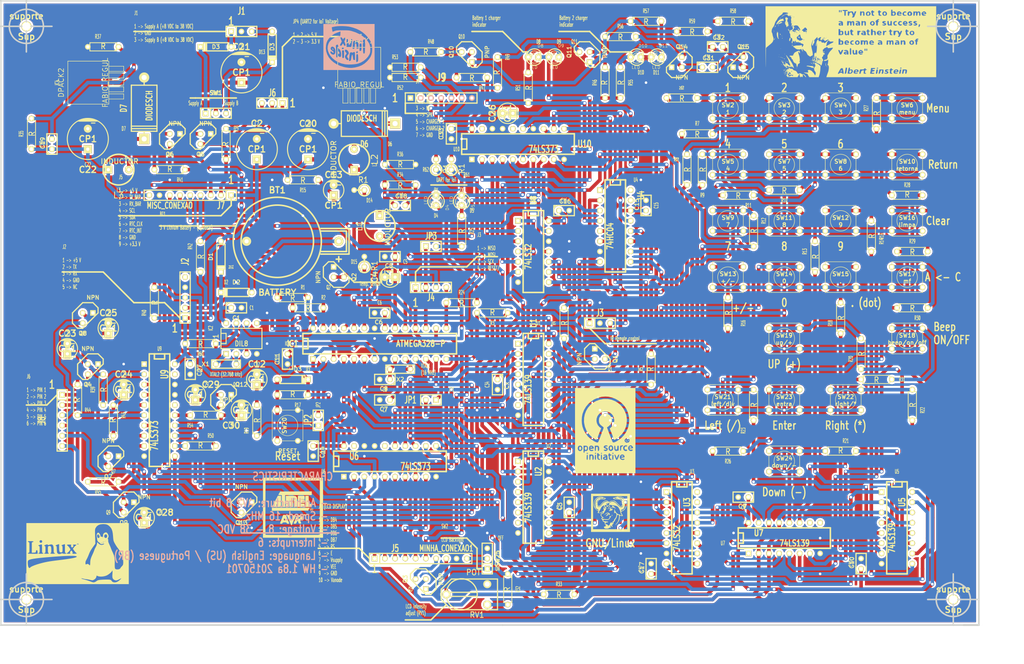
<source format=kicad_pcb>
(kicad_pcb (version 20171130) (host pcbnew 5.1.10-88a1d61d58~88~ubuntu18.04.1)
  (title_block (title "ES (Embedded System Version 1.1)") (date "25 jan 2016") (rev 1.2) (company "Fábio Pereira da Silva") (comment 1 fabioegel@gmail.com) (comment 2 "(c) 2015 All rights reserved"))
  (layers (0 Superior signal) (31 Inferior signal) (34 B.Paste user) (35 F.Paste user) (36 B.SilkS user) (37 F.SilkS user) (38 B.Mask user) (39 F.Mask user) (44 Edge.Cuts user))
  (net 0 "")
  (net 1 +24V)
  (net 2 +3.3V)
  (net 3 /00)
  (net 4 /01)
  (net 5 /02)
  (net 6 /03)
  (net 7 /04)
  (net 8 /05)
  (net 9 /a1)
  (net 10 /a2)
  (net 11 GND)
  (net 12 N-000006)
  (net 13 N-000007)
  (net 14 N-000008)
  (net 15 N-000009)
  (net 16 N-000010)
  (net 17 N-000011)
  (net 18 N-000012)
  (net 19 N-000016)
  (net 20 N-000017)
  (net 21 N-000018)
  (net 22 N-000020)
  (net 23 N-000021)
  (net 24 N-000022)
  (net 25 N-000023)
  (net 26 N-000025)
  (net 27 N-000031)
  (net 28 N-000032)
  (net 29 N-000033)
  (net 30 N-000034)
  (net 31 N-000035)
  (net 32 N-000036)
  (net 33 N-000038)
  (net 34 N-000039)
  (net 35 N-000040)
  (net 36 N-000041)
  (net 37 N-000042)
  (net 38 N-000043)
  (net 39 N-000044)
  (net 40 N-000045)
  (net 41 N-000046)
  (net 42 N-000047)
  (net 43 N-000048)
  (net 44 N-000049)
  (net 45 N-000050)
  (net 46 N-000052)
  (net 47 N-000054)
  (net 48 N-000056)
  (net 49 N-000057)
  (net 50 N-000058)
  (net 51 N-000059)
  (net 52 N-000060)
  (net 53 N-000061)
  (net 54 N-000062)
  (net 55 N-000063)
  (net 56 N-000064)
  (net 57 N-000065)
  (net 58 N-000066)
  (net 59 N-000068)
  (net 60 N-000070)
  (net 61 N-000071)
  (net 62 N-000072)
  (net 63 N-000073)
  (net 64 N-000074)
  (net 65 N-000075)
  (net 66 N-000076)
  (net 67 N-000077)
  (net 68 N-000078)
  (net 69 N-000079)
  (net 70 N-000080)
  (net 71 N-000081)
  (net 72 N-000082)
  (net 73 N-000083)
  (net 74 N-000084)
  (net 75 N-000085)
  (net 76 N-000086)
  (net 77 N-000087)
  (net 78 N-000088)
  (net 79 N-000089)
  (net 80 N-000090)
  (net 81 N-000091)
  (net 82 N-000093)
  (net 83 N-000094)
  (net 84 N-000095)
  (net 85 N-000096)
  (net 86 N-000097)
  (net 87 N-000100)
  (net 88 N-000101)
  (net 89 N-000102)
  (net 90 N-000103)
  (net 91 N-000104)
  (net 92 N-000105)
  (net 93 N-000106)
  (net 94 N-000107)
  (net 95 N-000108)
  (net 96 N-000109)
  (net 97 N-000110)
  (net 98 N-000112)
  (net 99 N-000113)
  (net 100 N-000114)
  (net 101 N-000116)
  (net 102 N-000117)
  (net 103 N-000118)
  (net 104 N-000122)
  (net 105 N-000123)
  (net 106 N-000124)
  (net 107 N-000125)
  (net 108 N-000126)
  (net 109 N-000127)
  (net 110 N-000128)
  (net 111 N-000129)
  (net 112 N-000130)
  (net 113 N-000131)
  (net 114 N-000132)
  (net 115 N-000133)
  (net 116 N-000134)
  (net 117 N-000135)
  (net 118 N-000136)
  (net 119 N-000137)
  (net 120 N-000138)
  (net 121 N-000139)
  (net 122 N-000140)
  (net 123 N-000141)
  (net 124 N-000142)
  (net 125 N-000143)
  (net 126 N-000144)
  (net 127 N-000145)
  (net 128 N-000146)
  (net 129 N-000147)
  (net 130 N-000148)
  (net 131 N-000149)
  (net 132 N-000150)
  (net 133 N-000151)
  (net 134 N-000152)
  (net 135 N-000153)
  (net 136 N-000154)
  (net 137 N-000155)
  (net 138 N-000156)
  (net 139 N-000157)
  (net 140 N-000158)
  (net 141 N-000159)
  (net 142 N-000160)
  (net 143 N-000161)
  (net 144 N-000163)
  (net 145 N-000164)
  (net 146 N-000166)
  (net 147 N-000167)
  (net 148 N-000169)
  (net 149 N-000170)
  (net 150 N-000173)
  (net 151 N-000174)
  (net 152 N-000175)
  (net 153 N-000176)
  (net 154 N-000177)
  (net 155 N-000179)
  (net 156 RTC_CLK)
  (net 157 RTC_CLK_OPEN_DRAIN)
  (net 158 RTC_INT_OPEN_DRAIN)
  (net 159 RX)
  (net 160 SCL)
  (net 161 SDA)
  (net 162 TO_LED_RX)
  (net 163 TO_LED_TX)
  (net 164 TX)
  (net 165 VCC)
  (module LOGO (layer Superior) (at 33.02 160.02)
    (fp_text reference G*** hide)
    (fp_text value LOGO hide)
  )
  (module SIL-9 (layer Superior) (at 60.96 71.12 180)
    (fp_text reference J7 (at -7.62 -2.54 180) (layer F.SilkS) (effects (font (size 1.72974 1.08712) (thickness 0.27178))))
    (fp_text value MISC_CONEXAO (at 5.08 -2.54 180) (layer F.SilkS) (effects (font (size 1.524 1.016) (thickness 0.254))))
    (pad 1 thru_hole rect (at -10.16 0 180) (size 1.397 1.397) (drill 0.8128) (layers *.Cu *.Mask F.SilkS) (net 165 VCC))
    (pad 2 thru_hole circle (at -7.62 0 180) (size 1.397 1.397) (drill 0.8128) (layers *.Cu *.Mask F.SilkS) (net 56 N-000064))
    (pad 3 thru_hole circle (at -5.08 0 180) (size 1.397 1.397) (drill 0.8128) (layers *.Cu *.Mask F.SilkS) (net 48 N-000056))
    (pad 4 thru_hole circle (at -2.54 0 180) (size 1.397 1.397) (drill 0.8128) (layers *.Cu *.Mask F.SilkS) (net 160 SCL))
    (pad 5 thru_hole circle (at 0 0 180) (size 1.397 1.397) (drill 0.8128) (layers *.Cu *.Mask F.SilkS) (net 161 SDA))
    (pad 6 thru_hole circle (at 2.54 0 180) (size 1.397 1.397) (drill 0.8128) (layers *.Cu *.Mask F.SilkS) (net 156 RTC_CLK))
    (pad 7 thru_hole circle (at 5.08 0 180) (size 1.397 1.397) (drill 0.8128) (layers *.Cu *.Mask F.SilkS) (net 158 RTC_INT_OPEN_DRAIN))
    (pad 8 thru_hole circle (at 7.62 0 180) (size 1.397 1.397) (drill 0.8128) (layers *.Cu *.Mask F.SilkS) (net 11 GND))
    (pad 9 thru_hole circle (at 10.16 0 180) (size 1.397 1.397) (drill 0.8128) (layers *.Cu *.Mask F.SilkS) (net 2 +3.3V))
  )
  (module TO92 (layer Superior) (at 45.72 148.59)
    (fp_text reference Q9 (at -1.27 3.81) (layer F.SilkS) (effects (font (size 1.016 1.016) (thickness 0.2032))))
    (fp_text value NPN (at 3.81 -2.54) (layer F.SilkS) (effects (font (size 1.016 1.016) (thickness 0.2032))))
    (pad 1 thru_hole rect (at 1.27 -1.27) (size 1.397 1.397) (drill 0.8128) (layers *.Cu *.Mask F.SilkS) (net 11 GND))
    (pad 2 thru_hole circle (at -1.27 -1.27) (size 1.397 1.397) (drill 0.8128) (layers *.Cu *.Mask F.SilkS) (net 51 N-000059))
    (pad 3 thru_hole circle (at -1.27 1.27) (size 1.397 1.397) (drill 0.8128) (layers *.Cu *.Mask F.SilkS) (net 28 N-000032))
  )
  (module TO92 (layer Superior) (at 35.56 101.6)
    (fp_text reference Q8 (at -1.27 3.81) (layer F.SilkS) (effects (font (size 1.016 1.016) (thickness 0.2032))))
    (fp_text value NPN (at 1.27 -5.08) (layer F.SilkS) (effects (font (size 1.016 1.016) (thickness 0.2032))))
    (pad 1 thru_hole rect (at 1.27 -1.27) (size 1.397 1.397) (drill 0.8128) (layers *.Cu *.Mask F.SilkS) (net 11 GND))
    (pad 2 thru_hole circle (at -1.27 -1.27) (size 1.397 1.397) (drill 0.8128) (layers *.Cu *.Mask F.SilkS) (net 50 N-000058))
    (pad 3 thru_hole circle (at -1.27 1.27) (size 1.397 1.397) (drill 0.8128) (layers *.Cu *.Mask F.SilkS) (net 38 N-000043))
  )
  (module TO92 (layer Superior) (at 41.91 137.16)
    (fp_text reference Q7 (at -1.27 3.81) (layer F.SilkS) (effects (font (size 1.016 1.016) (thickness 0.2032))))
    (fp_text value NPN (at -1.27 -5.08) (layer F.SilkS) (effects (font (size 1.016 1.016) (thickness 0.2032))))
    (pad 1 thru_hole rect (at 1.27 -1.27) (size 1.397 1.397) (drill 0.8128) (layers *.Cu *.Mask F.SilkS) (net 11 GND))
    (pad 2 thru_hole circle (at -1.27 -1.27) (size 1.397 1.397) (drill 0.8128) (layers *.Cu *.Mask F.SilkS) (net 43 N-000048))
    (pad 3 thru_hole circle (at -1.27 1.27) (size 1.397 1.397) (drill 0.8128) (layers *.Cu *.Mask F.SilkS) (net 14 N-000008))
  )
  (module TO92 (layer Superior) (at 57.15 57.15)
    (fp_text reference Q6 (at -1.27 3.81) (layer F.SilkS) (effects (font (size 1.016 1.016) (thickness 0.2032))))
    (fp_text value NPN (at 0 -3.81) (layer F.SilkS) (effects (font (size 1.016 1.016) (thickness 0.2032))))
    (pad 1 thru_hole rect (at 1.27 -1.27) (size 1.397 1.397) (drill 0.8128) (layers *.Cu *.Mask F.SilkS) (net 11 GND))
    (pad 2 thru_hole circle (at -1.27 -1.27) (size 1.397 1.397) (drill 0.8128) (layers *.Cu *.Mask F.SilkS) (net 57 N-000065))
    (pad 3 thru_hole circle (at -1.27 1.27) (size 1.397 1.397) (drill 0.8128) (layers *.Cu *.Mask F.SilkS) (net 159 RX))
  )
  (module TO92 (layer Superior) (at 64.77 57.15)
    (fp_text reference Q5 (at -1.27 3.81) (layer F.SilkS) (effects (font (size 1.016 1.016) (thickness 0.2032))))
    (fp_text value NPN (at 0 -3.81) (layer F.SilkS) (effects (font (size 1.016 1.016) (thickness 0.2032))))
    (pad 1 thru_hole rect (at 1.27 -1.27) (size 1.397 1.397) (drill 0.8128) (layers *.Cu *.Mask F.SilkS) (net 11 GND))
    (pad 2 thru_hole circle (at -1.27 -1.27) (size 1.397 1.397) (drill 0.8128) (layers *.Cu *.Mask F.SilkS) (net 58 N-000066))
    (pad 3 thru_hole circle (at -1.27 1.27) (size 1.397 1.397) (drill 0.8128) (layers *.Cu *.Mask F.SilkS) (net 56 N-000064))
  )
  (module TO92 (layer Superior) (at 129.54 36.83 270)
    (fp_text reference Q10 (at -1.27 3.81 270) (layer F.SilkS) (effects (font (size 1.016 1.016) (thickness 0.2032))))
    (fp_text value PNP (at -1.27 -5.08 270) (layer F.SilkS) (effects (font (size 1.016 1.016) (thickness 0.2032))))
    (pad 1 thru_hole rect (at 1.27 -1.27 270) (size 1.397 1.397) (drill 0.8128) (layers *.Cu *.Mask F.SilkS) (net 165 VCC))
    (pad 2 thru_hole circle (at -1.27 -1.27 270) (size 1.397 1.397) (drill 0.8128) (layers *.Cu *.Mask F.SilkS) (net 35 N-000040))
    (pad 3 thru_hole circle (at -1.27 1.27 270) (size 1.397 1.397) (drill 0.8128) (layers *.Cu *.Mask F.SilkS) (net 33 N-000038))
  )
  (module TO92 (layer Superior) (at 158.75 36.83 270)
    (fp_text reference Q11 (at -1.27 3.81 270) (layer F.SilkS) (effects (font (size 1.016 1.016) (thickness 0.2032))))
    (fp_text value PNP (at -1.27 -5.08 270) (layer F.SilkS) (effects (font (size 1.016 1.016) (thickness 0.2032))))
    (pad 1 thru_hole rect (at 1.27 -1.27 270) (size 1.397 1.397) (drill 0.8128) (layers *.Cu *.Mask F.SilkS) (net 165 VCC))
    (pad 2 thru_hole circle (at -1.27 -1.27 270) (size 1.397 1.397) (drill 0.8128) (layers *.Cu *.Mask F.SilkS) (net 36 N-000041))
    (pad 3 thru_hole circle (at -1.27 1.27 270) (size 1.397 1.397) (drill 0.8128) (layers *.Cu *.Mask F.SilkS) (net 34 N-000039))
  )
  (module TO92 (layer Superior) (at 69.85 121.92)
    (fp_text reference Q12 (at 3.81 -3.81) (layer F.SilkS) (effects (font (size 1.016 1.016) (thickness 0.2032))))
    (fp_text value NPN (at 0 0) (layer F.SilkS) (effects (font (size 1.016 1.016) (thickness 0.2032))))
    (pad 1 thru_hole rect (at 1.27 -1.27) (size 1.397 1.397) (drill 0.8128) (layers *.Cu *.Mask F.SilkS) (net 11 GND))
    (pad 2 thru_hole circle (at -1.27 -1.27) (size 1.397 1.397) (drill 0.8128) (layers *.Cu *.Mask F.SilkS) (net 52 N-000060))
    (pad 3 thru_hole circle (at -1.27 1.27) (size 1.397 1.397) (drill 0.8128) (layers *.Cu *.Mask F.SilkS) (net 37 N-000042))
  )
  (module TO92 (layer Superior) (at 74.93 148.59)
    (fp_text reference Q13 (at -1.27 3.81) (layer F.SilkS) (effects (font (size 1.016 1.016) (thickness 0.2032))))
    (fp_text value NPN (at -1.27 -5.08) (layer F.SilkS) (effects (font (size 1.016 1.016) (thickness 0.2032))))
    (pad 1 thru_hole rect (at 1.27 -1.27) (size 1.397 1.397) (drill 0.8128) (layers *.Cu *.Mask F.SilkS) (net 11 GND))
    (pad 2 thru_hole circle (at -1.27 -1.27) (size 1.397 1.397) (drill 0.8128) (layers *.Cu *.Mask F.SilkS) (net 53 N-000061))
    (pad 3 thru_hole circle (at -1.27 1.27) (size 1.397 1.397) (drill 0.8128) (layers *.Cu *.Mask F.SilkS) (net 29 N-000033))
  )
  (module TO92 (layer Superior) (at 181.61 38.1 180)
    (fp_text reference Q14 (at -1.27 3.81 180) (layer F.SilkS) (effects (font (size 1.016 1.016) (thickness 0.2032))))
    (fp_text value NPN (at -1.27 -3.81 180) (layer F.SilkS) (effects (font (size 1.016 1.016) (thickness 0.2032))))
    (pad 1 thru_hole rect (at 1.27 -1.27 180) (size 1.397 1.397) (drill 0.8128) (layers *.Cu *.Mask F.SilkS) (net 11 GND))
    (pad 2 thru_hole circle (at -1.27 -1.27 180) (size 1.397 1.397) (drill 0.8128) (layers *.Cu *.Mask F.SilkS) (net 149 N-000170))
    (pad 3 thru_hole circle (at -1.27 1.27 180) (size 1.397 1.397) (drill 0.8128) (layers *.Cu *.Mask F.SilkS) (net 100 N-000114))
  )
  (module TO92 (layer Superior) (at 196.85 38.1 180)
    (fp_text reference Q15 (at -1.27 3.81 180) (layer F.SilkS) (effects (font (size 1.016 1.016) (thickness 0.2032))))
    (fp_text value NPN (at -1.27 -3.81 180) (layer F.SilkS) (effects (font (size 1.016 1.016) (thickness 0.2032))))
    (pad 1 thru_hole rect (at 1.27 -1.27 180) (size 1.397 1.397) (drill 0.8128) (layers *.Cu *.Mask F.SilkS) (net 11 GND))
    (pad 2 thru_hole circle (at -1.27 -1.27 180) (size 1.397 1.397) (drill 0.8128) (layers *.Cu *.Mask F.SilkS) (net 39 N-000044))
    (pad 3 thru_hole circle (at -1.27 1.27 180) (size 1.397 1.397) (drill 0.8128) (layers *.Cu *.Mask F.SilkS) (net 148 N-000169))
  )
  (module TO92 (layer Superior) (at 97.79 90.17 90)
    (fp_text reference Q2 (at -1.27 3.81 90) (layer F.SilkS) (effects (font (size 1.016 1.016) (thickness 0.2032))))
    (fp_text value NPN (at -1.27 -5.08 90) (layer F.SilkS) (effects (font (size 1.016 1.016) (thickness 0.2032))))
    (pad 1 thru_hole rect (at 1.27 -1.27 90) (size 1.397 1.397) (drill 0.8128) (layers *.Cu *.Mask F.SilkS) (net 11 GND))
    (pad 2 thru_hole circle (at -1.27 -1.27 90) (size 1.397 1.397) (drill 0.8128) (layers *.Cu *.Mask F.SilkS) (net 85 N-000096))
    (pad 3 thru_hole circle (at -1.27 1.27 90) (size 1.397 1.397) (drill 0.8128) (layers *.Cu *.Mask F.SilkS) (net 85 N-000096))
  )
  (module TO92 (layer Superior) (at 162.56 110.49 90)
    (fp_text reference Q1 (at -1.27 3.81 90) (layer F.SilkS) (effects (font (size 1.016 1.016) (thickness 0.2032))))
    (fp_text value NPN (at -1.27 -5.08 90) (layer F.SilkS) (effects (font (size 1.016 1.016) (thickness 0.2032))))
    (pad 1 thru_hole rect (at 1.27 -1.27 90) (size 1.397 1.397) (drill 0.8128) (layers *.Cu *.Mask F.SilkS) (net 11 GND))
    (pad 2 thru_hole circle (at -1.27 -1.27 90) (size 1.397 1.397) (drill 0.8128) (layers *.Cu *.Mask F.SilkS) (net 22 N-000020))
    (pad 3 thru_hole circle (at -1.27 1.27 90) (size 1.397 1.397) (drill 0.8128) (layers *.Cu *.Mask F.SilkS) (net 47 N-000054))
  )
  (module TO92 (layer Superior) (at 36.83 114.3)
    (fp_text reference Q4 (at -1.27 3.81) (layer F.SilkS) (effects (font (size 1.016 1.016) (thickness 0.2032))))
    (fp_text value NPN (at -1.27 -5.08) (layer F.SilkS) (effects (font (size 1.016 1.016) (thickness 0.2032))))
    (pad 1 thru_hole rect (at 1.27 -1.27) (size 1.397 1.397) (drill 0.8128) (layers *.Cu *.Mask F.SilkS) (net 11 GND))
    (pad 2 thru_hole circle (at -1.27 -1.27) (size 1.397 1.397) (drill 0.8128) (layers *.Cu *.Mask F.SilkS) (net 49 N-000057))
    (pad 3 thru_hole circle (at -1.27 1.27) (size 1.397 1.397) (drill 0.8128) (layers *.Cu *.Mask F.SilkS) (net 27 N-000031))
  )
  (module TO92 (layer Superior) (at 118.11 167.64 270)
    (fp_text reference Q3 (at -1.27 3.81 270) (layer F.SilkS) (effects (font (size 1.016 1.016) (thickness 0.2032))))
    (fp_text value PNP (at -1.27 -5.08 270) (layer F.SilkS) (effects (font (size 1.016 1.016) (thickness 0.2032))))
    (pad 1 thru_hole rect (at 1.27 -1.27 270) (size 1.397 1.397) (drill 0.8128) (layers *.Cu *.Mask F.SilkS) (net 165 VCC))
    (pad 2 thru_hole circle (at -1.27 -1.27 270) (size 1.397 1.397) (drill 0.8128) (layers *.Cu *.Mask F.SilkS) (net 32 N-000036))
    (pad 3 thru_hole circle (at -1.27 1.27 270) (size 1.397 1.397) (drill 0.8128) (layers *.Cu *.Mask F.SilkS) (net 42 N-000047))
  )
  (module SW_PUSH_SMALL (layer Superior) (at 238.76 63.5)
    (fp_text reference SW10 (at 0 -0.762) (layer F.SilkS) (effects (font (size 1.016 1.016) (thickness 0.2032))))
    (fp_text value retorna (at 0 1.016) (layer F.SilkS) (effects (font (size 1.016 1.016) (thickness 0.2032))))
    (pad 1 thru_hole circle (at 3.81 -2.54) (size 1.397 1.397) (drill 0.8128) (layers *.Cu *.Mask F.SilkS) (net 74 N-000084))
    (pad 2 thru_hole circle (at 3.81 2.54) (size 1.397 1.397) (drill 0.8128) (layers *.Cu *.Mask F.SilkS) (net 155 N-000179))
    (pad 1 thru_hole circle (at -3.81 -2.54) (size 1.397 1.397) (drill 0.8128) (layers *.Cu *.Mask F.SilkS) (net 74 N-000084))
    (pad 2 thru_hole circle (at -3.81 2.54) (size 1.397 1.397) (drill 0.8128) (layers *.Cu *.Mask F.SilkS) (net 155 N-000179))
  )
  (module SW_PUSH_SMALL (layer Superior) (at 194.31 77.47)
    (fp_text reference SW9 (at 0 -0.762) (layer F.SilkS) (effects (font (size 1.016 1.016) (thickness 0.2032))))
    (fp_text value 7 (at 0 1.016) (layer F.SilkS) (effects (font (size 1.016 1.016) (thickness 0.2032))))
    (pad 1 thru_hole circle (at 3.81 -2.54) (size 1.397 1.397) (drill 0.8128) (layers *.Cu *.Mask F.SilkS) (net 77 N-000087))
    (pad 2 thru_hole circle (at 3.81 2.54) (size 1.397 1.397) (drill 0.8128) (layers *.Cu *.Mask F.SilkS) (net 155 N-000179))
    (pad 1 thru_hole circle (at -3.81 -2.54) (size 1.397 1.397) (drill 0.8128) (layers *.Cu *.Mask F.SilkS) (net 77 N-000087))
    (pad 2 thru_hole circle (at -3.81 2.54) (size 1.397 1.397) (drill 0.8128) (layers *.Cu *.Mask F.SilkS) (net 155 N-000179))
  )
  (module SW_PUSH_SMALL (layer Superior) (at 222.25 63.5)
    (fp_text reference SW8 (at 0 -0.762) (layer F.SilkS) (effects (font (size 1.016 1.016) (thickness 0.2032))))
    (fp_text value 6 (at 0 1.016) (layer F.SilkS) (effects (font (size 1.016 1.016) (thickness 0.2032))))
    (pad 1 thru_hole circle (at 3.81 -2.54) (size 1.397 1.397) (drill 0.8128) (layers *.Cu *.Mask F.SilkS) (net 112 N-000130))
    (pad 2 thru_hole circle (at 3.81 2.54) (size 1.397 1.397) (drill 0.8128) (layers *.Cu *.Mask F.SilkS) (net 155 N-000179))
    (pad 1 thru_hole circle (at -3.81 -2.54) (size 1.397 1.397) (drill 0.8128) (layers *.Cu *.Mask F.SilkS) (net 112 N-000130))
    (pad 2 thru_hole circle (at -3.81 2.54) (size 1.397 1.397) (drill 0.8128) (layers *.Cu *.Mask F.SilkS) (net 155 N-000179))
  )
  (module SW_PUSH_SMALL (layer Superior) (at 208.28 63.5)
    (fp_text reference SW7 (at 0 -0.762) (layer F.SilkS) (effects (font (size 1.016 1.016) (thickness 0.2032))))
    (fp_text value 5 (at 0 1.016) (layer F.SilkS) (effects (font (size 1.016 1.016) (thickness 0.2032))))
    (pad 1 thru_hole circle (at 3.81 -2.54) (size 1.397 1.397) (drill 0.8128) (layers *.Cu *.Mask F.SilkS) (net 61 N-000071))
    (pad 2 thru_hole circle (at 3.81 2.54) (size 1.397 1.397) (drill 0.8128) (layers *.Cu *.Mask F.SilkS) (net 155 N-000179))
    (pad 1 thru_hole circle (at -3.81 -2.54) (size 1.397 1.397) (drill 0.8128) (layers *.Cu *.Mask F.SilkS) (net 61 N-000071))
    (pad 2 thru_hole circle (at -3.81 2.54) (size 1.397 1.397) (drill 0.8128) (layers *.Cu *.Mask F.SilkS) (net 155 N-000179))
  )
  (module SW_PUSH_SMALL (layer Superior) (at 238.76 49.53)
    (fp_text reference SW6 (at 0 -0.762) (layer F.SilkS) (effects (font (size 1.016 1.016) (thickness 0.2032))))
    (fp_text value menu (at 0 1.016) (layer F.SilkS) (effects (font (size 1.016 1.016) (thickness 0.2032))))
    (pad 1 thru_hole circle (at 3.81 -2.54) (size 1.397 1.397) (drill 0.8128) (layers *.Cu *.Mask F.SilkS) (net 131 N-000149))
    (pad 2 thru_hole circle (at 3.81 2.54) (size 1.397 1.397) (drill 0.8128) (layers *.Cu *.Mask F.SilkS) (net 155 N-000179))
    (pad 1 thru_hole circle (at -3.81 -2.54) (size 1.397 1.397) (drill 0.8128) (layers *.Cu *.Mask F.SilkS) (net 131 N-000149))
    (pad 2 thru_hole circle (at -3.81 2.54) (size 1.397 1.397) (drill 0.8128) (layers *.Cu *.Mask F.SilkS) (net 155 N-000179))
  )
  (module SW_PUSH_SMALL (layer Superior) (at 194.31 63.5)
    (fp_text reference SW5 (at 0 -0.762) (layer F.SilkS) (effects (font (size 1.016 1.016) (thickness 0.2032))))
    (fp_text value 4 (at 0 1.016) (layer F.SilkS) (effects (font (size 1.016 1.016) (thickness 0.2032))))
    (pad 1 thru_hole circle (at 3.81 -2.54) (size 1.397 1.397) (drill 0.8128) (layers *.Cu *.Mask F.SilkS) (net 76 N-000086))
    (pad 2 thru_hole circle (at 3.81 2.54) (size 1.397 1.397) (drill 0.8128) (layers *.Cu *.Mask F.SilkS) (net 155 N-000179))
    (pad 1 thru_hole circle (at -3.81 -2.54) (size 1.397 1.397) (drill 0.8128) (layers *.Cu *.Mask F.SilkS) (net 76 N-000086))
    (pad 2 thru_hole circle (at -3.81 2.54) (size 1.397 1.397) (drill 0.8128) (layers *.Cu *.Mask F.SilkS) (net 155 N-000179))
  )
  (module SW_PUSH_SMALL (layer Superior) (at 222.25 49.53)
    (fp_text reference SW4 (at 0 -0.762) (layer F.SilkS) (effects (font (size 1.016 1.016) (thickness 0.2032))))
    (fp_text value 3 (at 0 1.016) (layer F.SilkS) (effects (font (size 1.016 1.016) (thickness 0.2032))))
    (pad 1 thru_hole circle (at 3.81 -2.54) (size 1.397 1.397) (drill 0.8128) (layers *.Cu *.Mask F.SilkS) (net 60 N-000070))
    (pad 2 thru_hole circle (at 3.81 2.54) (size 1.397 1.397) (drill 0.8128) (layers *.Cu *.Mask F.SilkS) (net 155 N-000179))
    (pad 1 thru_hole circle (at -3.81 -2.54) (size 1.397 1.397) (drill 0.8128) (layers *.Cu *.Mask F.SilkS) (net 60 N-000070))
    (pad 2 thru_hole circle (at -3.81 2.54) (size 1.397 1.397) (drill 0.8128) (layers *.Cu *.Mask F.SilkS) (net 155 N-000179))
  )
  (module SW_PUSH_SMALL (layer Superior) (at 208.28 49.53)
    (fp_text reference SW3 (at 0 -0.762) (layer F.SilkS) (effects (font (size 1.016 1.016) (thickness 0.2032))))
    (fp_text value 2 (at 0 1.016) (layer F.SilkS) (effects (font (size 1.016 1.016) (thickness 0.2032))))
    (pad 1 thru_hole circle (at 3.81 -2.54) (size 1.397 1.397) (drill 0.8128) (layers *.Cu *.Mask F.SilkS) (net 73 N-000083))
    (pad 2 thru_hole circle (at 3.81 2.54) (size 1.397 1.397) (drill 0.8128) (layers *.Cu *.Mask F.SilkS) (net 155 N-000179))
    (pad 1 thru_hole circle (at -3.81 -2.54) (size 1.397 1.397) (drill 0.8128) (layers *.Cu *.Mask F.SilkS) (net 73 N-000083))
    (pad 2 thru_hole circle (at -3.81 2.54) (size 1.397 1.397) (drill 0.8128) (layers *.Cu *.Mask F.SilkS) (net 155 N-000179))
  )
  (module SW_PUSH_SMALL (layer Superior) (at 194.31 49.53)
    (fp_text reference SW2 (at 0 -0.762) (layer F.SilkS) (effects (font (size 1.016 1.016) (thickness 0.2032))))
    (fp_text value 1 (at 0 1.016) (layer F.SilkS) (effects (font (size 1.016 1.016) (thickness 0.2032))))
    (pad 1 thru_hole circle (at 3.81 -2.54) (size 1.397 1.397) (drill 0.8128) (layers *.Cu *.Mask F.SilkS) (net 72 N-000082))
    (pad 2 thru_hole circle (at 3.81 2.54) (size 1.397 1.397) (drill 0.8128) (layers *.Cu *.Mask F.SilkS) (net 155 N-000179))
    (pad 1 thru_hole circle (at -3.81 -2.54) (size 1.397 1.397) (drill 0.8128) (layers *.Cu *.Mask F.SilkS) (net 72 N-000082))
    (pad 2 thru_hole circle (at -3.81 2.54) (size 1.397 1.397) (drill 0.8128) (layers *.Cu *.Mask F.SilkS) (net 155 N-000179))
  )
  (module SW_PUSH_SMALL (layer Superior) (at 208.28 137.16)
    (fp_text reference SW24 (at 0 -0.762) (layer F.SilkS) (effects (font (size 1.016 1.016) (thickness 0.2032))))
    (fp_text value down/- (at 0 1.016) (layer F.SilkS) (effects (font (size 1.016 1.016) (thickness 0.2032))))
    (pad 1 thru_hole circle (at 3.81 -2.54) (size 1.397 1.397) (drill 0.8128) (layers *.Cu *.Mask F.SilkS) (net 123 N-000141))
    (pad 2 thru_hole circle (at 3.81 2.54) (size 1.397 1.397) (drill 0.8128) (layers *.Cu *.Mask F.SilkS) (net 155 N-000179))
    (pad 1 thru_hole circle (at -3.81 -2.54) (size 1.397 1.397) (drill 0.8128) (layers *.Cu *.Mask F.SilkS) (net 123 N-000141))
    (pad 2 thru_hole circle (at -3.81 2.54) (size 1.397 1.397) (drill 0.8128) (layers *.Cu *.Mask F.SilkS) (net 155 N-000179))
  )
  (module SW_PUSH_SMALL (layer Superior) (at 208.28 121.92)
    (fp_text reference SW23 (at 0 -0.762) (layer F.SilkS) (effects (font (size 1.016 1.016) (thickness 0.2032))))
    (fp_text value entra (at 0 1.016) (layer F.SilkS) (effects (font (size 1.016 1.016) (thickness 0.2032))))
    (pad 1 thru_hole circle (at 3.81 -2.54) (size 1.397 1.397) (drill 0.8128) (layers *.Cu *.Mask F.SilkS) (net 67 N-000077))
    (pad 2 thru_hole circle (at 3.81 2.54) (size 1.397 1.397) (drill 0.8128) (layers *.Cu *.Mask F.SilkS) (net 155 N-000179))
    (pad 1 thru_hole circle (at -3.81 -2.54) (size 1.397 1.397) (drill 0.8128) (layers *.Cu *.Mask F.SilkS) (net 67 N-000077))
    (pad 2 thru_hole circle (at -3.81 2.54) (size 1.397 1.397) (drill 0.8128) (layers *.Cu *.Mask F.SilkS) (net 155 N-000179))
  )
  (module SW_PUSH_SMALL (layer Superior) (at 223.52 121.92)
    (fp_text reference SW22 (at 0 -0.762) (layer F.SilkS) (effects (font (size 1.016 1.016) (thickness 0.2032))))
    (fp_text value right/* (at 0 1.016) (layer F.SilkS) (effects (font (size 1.016 1.016) (thickness 0.2032))))
    (pad 1 thru_hole circle (at 3.81 -2.54) (size 1.397 1.397) (drill 0.8128) (layers *.Cu *.Mask F.SilkS) (net 66 N-000076))
    (pad 2 thru_hole circle (at 3.81 2.54) (size 1.397 1.397) (drill 0.8128) (layers *.Cu *.Mask F.SilkS) (net 155 N-000179))
    (pad 1 thru_hole circle (at -3.81 -2.54) (size 1.397 1.397) (drill 0.8128) (layers *.Cu *.Mask F.SilkS) (net 66 N-000076))
    (pad 2 thru_hole circle (at -3.81 2.54) (size 1.397 1.397) (drill 0.8128) (layers *.Cu *.Mask F.SilkS) (net 155 N-000179))
  )
  (module SW_PUSH_SMALL (layer Superior) (at 193.04 121.92)
    (fp_text reference SW21 (at 0 -0.762) (layer F.SilkS) (effects (font (size 1.016 1.016) (thickness 0.2032))))
    (fp_text value left/div (at 0 1.016) (layer F.SilkS) (effects (font (size 1.016 1.016) (thickness 0.2032))))
    (pad 1 thru_hole circle (at 3.81 -2.54) (size 1.397 1.397) (drill 0.8128) (layers *.Cu *.Mask F.SilkS) (net 65 N-000075))
    (pad 2 thru_hole circle (at 3.81 2.54) (size 1.397 1.397) (drill 0.8128) (layers *.Cu *.Mask F.SilkS) (net 155 N-000179))
    (pad 1 thru_hole circle (at -3.81 -2.54) (size 1.397 1.397) (drill 0.8128) (layers *.Cu *.Mask F.SilkS) (net 65 N-000075))
    (pad 2 thru_hole circle (at -3.81 2.54) (size 1.397 1.397) (drill 0.8128) (layers *.Cu *.Mask F.SilkS) (net 155 N-000179))
  )
  (module SW_PUSH_SMALL (layer Superior) (at 85.09 128.27 90)
    (fp_text reference SW20 (at 0 -0.762 90) (layer F.SilkS) (effects (font (size 1.016 1.016) (thickness 0.2032))))
    (fp_text value RESET (at -6.35 0 180) (layer F.SilkS) (effects (font (size 1.016 1.016) (thickness 0.2032))))
    (pad 1 thru_hole circle (at 3.81 -2.54 90) (size 1.397 1.397) (drill 0.8128) (layers *.Cu *.Mask F.SilkS) (net 140 N-000158))
    (pad 2 thru_hole circle (at 3.81 2.54 90) (size 1.397 1.397) (drill 0.8128) (layers *.Cu *.Mask F.SilkS) (net 11 GND))
    (pad 1 thru_hole circle (at -3.81 -2.54 90) (size 1.397 1.397) (drill 0.8128) (layers *.Cu *.Mask F.SilkS) (net 140 N-000158))
    (pad 2 thru_hole circle (at -3.81 2.54 90) (size 1.397 1.397) (drill 0.8128) (layers *.Cu *.Mask F.SilkS) (net 11 GND))
  )
  (module SW_PUSH_SMALL (layer Superior) (at 208.28 106.68)
    (fp_text reference SW19 (at 0 -0.762) (layer F.SilkS) (effects (font (size 1.016 1.016) (thickness 0.2032))))
    (fp_text value up/+ (at 0 1.016) (layer F.SilkS) (effects (font (size 1.016 1.016) (thickness 0.2032))))
    (pad 1 thru_hole circle (at 3.81 -2.54) (size 1.397 1.397) (drill 0.8128) (layers *.Cu *.Mask F.SilkS) (net 64 N-000074))
    (pad 2 thru_hole circle (at 3.81 2.54) (size 1.397 1.397) (drill 0.8128) (layers *.Cu *.Mask F.SilkS) (net 155 N-000179))
    (pad 1 thru_hole circle (at -3.81 -2.54) (size 1.397 1.397) (drill 0.8128) (layers *.Cu *.Mask F.SilkS) (net 64 N-000074))
    (pad 2 thru_hole circle (at -3.81 2.54) (size 1.397 1.397) (drill 0.8128) (layers *.Cu *.Mask F.SilkS) (net 155 N-000179))
  )
  (module SW_PUSH_SMALL (layer Superior) (at 238.76 106.68)
    (fp_text reference SW18 (at 0 -0.762) (layer F.SilkS) (effects (font (size 1.016 1.016) (thickness 0.2032))))
    (fp_text value beep/on/off (at 0 1.016) (layer F.SilkS) (effects (font (size 1.016 1.016) (thickness 0.2032))))
    (pad 1 thru_hole circle (at 3.81 -2.54) (size 1.397 1.397) (drill 0.8128) (layers *.Cu *.Mask F.SilkS) (net 128 N-000146))
    (pad 2 thru_hole circle (at 3.81 2.54) (size 1.397 1.397) (drill 0.8128) (layers *.Cu *.Mask F.SilkS) (net 155 N-000179))
    (pad 1 thru_hole circle (at -3.81 -2.54) (size 1.397 1.397) (drill 0.8128) (layers *.Cu *.Mask F.SilkS) (net 128 N-000146))
    (pad 2 thru_hole circle (at -3.81 2.54) (size 1.397 1.397) (drill 0.8128) (layers *.Cu *.Mask F.SilkS) (net 155 N-000179))
  )
  (module SW_PUSH_SMALL (layer Superior) (at 238.76 91.44)
    (fp_text reference SW17 (at 0 -0.762) (layer F.SilkS) (effects (font (size 1.016 1.016) (thickness 0.2032))))
    (fp_text value mf (at 0 1.016) (layer F.SilkS) (effects (font (size 1.016 1.016) (thickness 0.2032))))
    (pad 1 thru_hole circle (at 3.81 -2.54) (size 1.397 1.397) (drill 0.8128) (layers *.Cu *.Mask F.SilkS) (net 75 N-000085))
    (pad 2 thru_hole circle (at 3.81 2.54) (size 1.397 1.397) (drill 0.8128) (layers *.Cu *.Mask F.SilkS) (net 155 N-000179))
    (pad 1 thru_hole circle (at -3.81 -2.54) (size 1.397 1.397) (drill 0.8128) (layers *.Cu *.Mask F.SilkS) (net 75 N-000085))
    (pad 2 thru_hole circle (at -3.81 2.54) (size 1.397 1.397) (drill 0.8128) (layers *.Cu *.Mask F.SilkS) (net 155 N-000179))
  )
  (module SW_PUSH_SMALL (layer Superior) (at 238.76 77.47)
    (fp_text reference SW16 (at 0 -0.762) (layer F.SilkS) (effects (font (size 1.016 1.016) (thickness 0.2032))))
    (fp_text value limpa (at 0 1.016) (layer F.SilkS) (effects (font (size 1.016 1.016) (thickness 0.2032))))
    (pad 1 thru_hole circle (at 3.81 -2.54) (size 1.397 1.397) (drill 0.8128) (layers *.Cu *.Mask F.SilkS) (net 125 N-000143))
    (pad 2 thru_hole circle (at 3.81 2.54) (size 1.397 1.397) (drill 0.8128) (layers *.Cu *.Mask F.SilkS) (net 155 N-000179))
    (pad 1 thru_hole circle (at -3.81 -2.54) (size 1.397 1.397) (drill 0.8128) (layers *.Cu *.Mask F.SilkS) (net 125 N-000143))
    (pad 2 thru_hole circle (at -3.81 2.54) (size 1.397 1.397) (drill 0.8128) (layers *.Cu *.Mask F.SilkS) (net 155 N-000179))
  )
  (module SW_PUSH_SMALL (layer Superior) (at 222.25 91.44)
    (fp_text reference SW15 (at 0 -0.762) (layer F.SilkS) (effects (font (size 1.016 1.016) (thickness 0.2032))))
    (fp_text value . (at 0 1.016) (layer F.SilkS) (effects (font (size 1.016 1.016) (thickness 0.2032))))
    (pad 1 thru_hole circle (at 3.81 -2.54) (size 1.397 1.397) (drill 0.8128) (layers *.Cu *.Mask F.SilkS) (net 141 N-000159))
    (pad 2 thru_hole circle (at 3.81 2.54) (size 1.397 1.397) (drill 0.8128) (layers *.Cu *.Mask F.SilkS) (net 155 N-000179))
    (pad 1 thru_hole circle (at -3.81 -2.54) (size 1.397 1.397) (drill 0.8128) (layers *.Cu *.Mask F.SilkS) (net 141 N-000159))
    (pad 2 thru_hole circle (at -3.81 2.54) (size 1.397 1.397) (drill 0.8128) (layers *.Cu *.Mask F.SilkS) (net 155 N-000179))
  )
  (module SW_PUSH_SMALL (layer Superior) (at 208.28 91.44)
    (fp_text reference SW14 (at 0 -0.762) (layer F.SilkS) (effects (font (size 1.016 1.016) (thickness 0.2032))))
    (fp_text value 0 (at 0 1.016) (layer F.SilkS) (effects (font (size 1.016 1.016) (thickness 0.2032))))
    (pad 1 thru_hole circle (at 3.81 -2.54) (size 1.397 1.397) (drill 0.8128) (layers *.Cu *.Mask F.SilkS) (net 63 N-000073))
    (pad 2 thru_hole circle (at 3.81 2.54) (size 1.397 1.397) (drill 0.8128) (layers *.Cu *.Mask F.SilkS) (net 155 N-000179))
    (pad 1 thru_hole circle (at -3.81 -2.54) (size 1.397 1.397) (drill 0.8128) (layers *.Cu *.Mask F.SilkS) (net 63 N-000073))
    (pad 2 thru_hole circle (at -3.81 2.54) (size 1.397 1.397) (drill 0.8128) (layers *.Cu *.Mask F.SilkS) (net 155 N-000179))
  )
  (module SW_PUSH_SMALL (layer Superior) (at 194.31 91.44)
    (fp_text reference SW13 (at 0 -0.762) (layer F.SilkS) (effects (font (size 1.016 1.016) (thickness 0.2032))))
    (fp_text value +/- (at 0 1.016) (layer F.SilkS) (effects (font (size 1.016 1.016) (thickness 0.2032))))
    (pad 1 thru_hole circle (at 3.81 -2.54) (size 1.397 1.397) (drill 0.8128) (layers *.Cu *.Mask F.SilkS) (net 78 N-000088))
    (pad 2 thru_hole circle (at 3.81 2.54) (size 1.397 1.397) (drill 0.8128) (layers *.Cu *.Mask F.SilkS) (net 155 N-000179))
    (pad 1 thru_hole circle (at -3.81 -2.54) (size 1.397 1.397) (drill 0.8128) (layers *.Cu *.Mask F.SilkS) (net 78 N-000088))
    (pad 2 thru_hole circle (at -3.81 2.54) (size 1.397 1.397) (drill 0.8128) (layers *.Cu *.Mask F.SilkS) (net 155 N-000179))
  )
  (module SW_PUSH_SMALL (layer Superior) (at 222.25 77.47)
    (fp_text reference SW12 (at 0 -0.762) (layer F.SilkS) (effects (font (size 1.016 1.016) (thickness 0.2032))))
    (fp_text value 9 (at 0 1.016) (layer F.SilkS) (effects (font (size 1.016 1.016) (thickness 0.2032))))
    (pad 1 thru_hole circle (at 3.81 -2.54) (size 1.397 1.397) (drill 0.8128) (layers *.Cu *.Mask F.SilkS) (net 62 N-000072))
    (pad 2 thru_hole circle (at 3.81 2.54) (size 1.397 1.397) (drill 0.8128) (layers *.Cu *.Mask F.SilkS) (net 155 N-000179))
    (pad 1 thru_hole circle (at -3.81 -2.54) (size 1.397 1.397) (drill 0.8128) (layers *.Cu *.Mask F.SilkS) (net 62 N-000072))
    (pad 2 thru_hole circle (at -3.81 2.54) (size 1.397 1.397) (drill 0.8128) (layers *.Cu *.Mask F.SilkS) (net 155 N-000179))
  )
  (module SW_PUSH_SMALL (layer Superior) (at 208.28 77.47)
    (fp_text reference SW11 (at 0 -0.762) (layer F.SilkS) (effects (font (size 1.016 1.016) (thickness 0.2032))))
    (fp_text value 8 (at 0 1.016) (layer F.SilkS) (effects (font (size 1.016 1.016) (thickness 0.2032))))
    (pad 1 thru_hole circle (at 3.81 -2.54) (size 1.397 1.397) (drill 0.8128) (layers *.Cu *.Mask F.SilkS) (net 116 N-000134))
    (pad 2 thru_hole circle (at 3.81 2.54) (size 1.397 1.397) (drill 0.8128) (layers *.Cu *.Mask F.SilkS) (net 155 N-000179))
    (pad 1 thru_hole circle (at -3.81 -2.54) (size 1.397 1.397) (drill 0.8128) (layers *.Cu *.Mask F.SilkS) (net 116 N-000134))
    (pad 2 thru_hole circle (at -3.81 2.54) (size 1.397 1.397) (drill 0.8128) (layers *.Cu *.Mask F.SilkS) (net 155 N-000179))
  )
  (module SIL-7 (layer Superior) (at 123.19 46.99)
    (fp_text reference J9 (at 0 -5.08) (layer F.SilkS) (effects (font (size 1.72974 1.08712) (thickness 0.27178))))
    (fp_text value MINHA_CONEXAO3 hide)
    (pad 1 thru_hole rect (at -7.62 0) (size 1.397 1.397) (drill 0.8128) (layers *.Cu *.Mask F.SilkS) (net 11 GND))
    (pad 2 thru_hole circle (at -5.08 0) (size 1.397 1.397) (drill 0.8128) (layers *.Cu *.SilkS *.Mask))
    (pad 3 thru_hole circle (at -2.54 0) (size 1.397 1.397) (drill 0.8128) (layers *.Cu *.SilkS *.Mask))
    (pad 4 thru_hole circle (at 0 0) (size 1.397 1.397) (drill 0.8128) (layers *.Cu *.SilkS *.Mask) (net 19 N-000016))
    (pad 1 thru_hole circle (at 2.54 0) (size 1.397 1.397) (drill 0.8128) (layers *.Cu *.SilkS *.Mask))
    (pad 6 thru_hole circle (at 5.08 0) (size 1.397 1.397) (drill 0.8128) (layers *.Cu *.SilkS *.Mask))
    (pad 7 thru_hole circle (at 7.62 0) (size 1.397 1.397) (drill 0.8128) (layers *.Cu *.SilkS *.Mask) (net 11 GND))
  )
  (module SIL-6 (layer Superior) (at 29.21 127 270)
    (fp_text reference J8 (at 0 5.08 270) (layer F.SilkS) (effects (font (size 1.72974 1.08712) (thickness 0.27178))))
    (fp_text value MINHA_CONEXAO2 hide)
    (pad 1 thru_hole rect (at -6.35 0 270) (size 1.397 1.397) (drill 0.8128) (layers *.Cu *.Mask F.SilkS) (net 27 N-000031))
    (pad 2 thru_hole circle (at -3.81 0 270) (size 1.397 1.397) (drill 0.8128) (layers *.Cu *.Mask F.SilkS) (net 14 N-000008))
    (pad 3 thru_hole circle (at -1.27 0 270) (size 1.397 1.397) (drill 0.8128) (layers *.Cu *.Mask F.SilkS) (net 38 N-000043))
    (pad 4 thru_hole circle (at 1.27 0 270) (size 1.397 1.397) (drill 0.8128) (layers *.Cu *.Mask F.SilkS) (net 28 N-000032))
    (pad 5 thru_hole circle (at 3.81 0 270) (size 1.397 1.397) (drill 0.8128) (layers *.Cu *.Mask F.SilkS) (net 37 N-000042))
    (pad 6 thru_hole circle (at 6.35 0 270) (size 1.397 1.397) (drill 0.8128) (layers *.Cu *.Mask F.SilkS) (net 29 N-000033))
  )
  (module SIL-5 (layer Superior) (at 59.69 95.25 90)
    (fp_text reference J2 (at 7.62 0 90) (layer F.SilkS) (effects (font (size 1.72974 1.08712) (thickness 0.27178))))
    (fp_text value MINHA_CONEXAO5 hide)
    (pad 1 thru_hole rect (at -6.35 0 90) (size 1.397 1.397) (drill 0.8128) (layers *.Cu *.Mask F.SilkS) (net 165 VCC))
    (pad 2 thru_hole circle (at -3.81 0 90) (size 1.397 1.397) (drill 0.8128) (layers *.Cu *.Mask F.SilkS) (net 164 TX))
    (pad 3 thru_hole circle (at -1.27 0 90) (size 1.397 1.397) (drill 0.8128) (layers *.Cu *.Mask F.SilkS) (net 159 RX))
    (pad 4 thru_hole circle (at 1.27 0 90) (size 1.397 1.397) (drill 0.8128) (layers *.Cu *.Mask F.SilkS) (net 11 GND))
    (pad 5 thru_hole circle (at 3.81 0 90) (size 1.397 1.397) (drill 0.8128) (layers *.Cu *.Mask F.SilkS))
  )
  (module SIL-4 (layer Superior) (at 120.65 93.98)
    (fp_text reference J4 (at 0 2.54) (layer F.SilkS) (effects (font (size 1.73482 1.08712) (thickness 0.27178))))
    (fp_text value MINHA_CONEXAO4 hide)
    (pad 1 thru_hole rect (at -3.81 0) (size 1.397 1.397) (drill 0.8128) (layers *.Cu *.Mask F.SilkS) (net 150 N-000173))
    (pad 2 thru_hole circle (at -1.27 0) (size 1.397 1.397) (drill 0.8128) (layers *.Cu *.Mask F.SilkS) (net 163 TO_LED_TX))
    (pad 3 thru_hole circle (at 1.27 0) (size 1.397 1.397) (drill 0.8128) (layers *.Cu *.Mask F.SilkS) (net 83 N-000094))
    (pad 4 thru_hole circle (at 3.81 0) (size 1.397 1.397) (drill 0.8128) (layers *.Cu *.Mask F.SilkS) (net 70 N-000080))
  )
  (module SIL-3 (layer Superior) (at 81.28 48.26 180)
    (fp_text reference J6 (at 0 2.54 180) (layer F.SilkS) (effects (font (size 1.7907 1.07696) (thickness 0.26924))))
    (fp_text value FABIO_CON_3 hide)
    (pad 1 thru_hole rect (at -2.54 0 180) (size 1.397 1.397) (drill 0.8128) (layers *.Cu *.Mask F.SilkS) (net 165 VCC))
    (pad 2 thru_hole circle (at 0 0 180) (size 1.397 1.397) (drill 0.8128) (layers *.Cu *.Mask F.SilkS) (net 46 N-000052))
    (pad 3 thru_hole circle (at 2.54 0 180) (size 1.397 1.397) (drill 0.8128) (layers *.Cu *.Mask F.SilkS) (net 2 +3.3V))
  )
  (module SIL-2 (layer Superior) (at 120.65 121.92 180)
    (fp_text reference JP1 (at 5.08 0 180) (layer F.SilkS) (effects (font (size 1.72974 1.08712) (thickness 0.27178))))
    (fp_text value JUMPER hide)
    (pad 1 thru_hole rect (at -1.27 0 180) (size 1.397 1.397) (drill 0.8128) (layers *.Cu *.Mask F.SilkS) (net 150 N-000173))
    (pad 2 thru_hole circle (at 1.27 0 180) (size 1.397 1.397) (drill 0.8128) (layers *.Cu *.Mask F.SilkS) (net 86 N-000097))
  )
  (module SIL-2 (layer Superior) (at 92.71 127 90)
    (fp_text reference JP2 (at 0 -2.54 90) (layer F.SilkS) (effects (font (size 1.72974 1.08712) (thickness 0.27178))))
    (fp_text value JUMPER hide)
    (pad 1 thru_hole rect (at -1.27 0 90) (size 1.397 1.397) (drill 0.8128) (layers *.Cu *.Mask F.SilkS) (net 71 N-000081))
    (pad 2 thru_hole circle (at 1.27 0 90) (size 1.397 1.397) (drill 0.8128) (layers *.Cu *.Mask F.SilkS) (net 70 N-000080))
  )
  (module SIL-2 (layer Superior) (at 120.65 83.82)
    (fp_text reference JP3 (at 0 -2.54) (layer F.SilkS) (effects (font (size 1.72974 1.08712) (thickness 0.27178))))
    (fp_text value JUMPER hide)
    (pad 1 thru_hole rect (at -1.27 0) (size 1.397 1.397) (drill 0.8128) (layers *.Cu *.Mask F.SilkS) (net 163 TO_LED_TX))
    (pad 2 thru_hole circle (at 1.27 0) (size 1.397 1.397) (drill 0.8128) (layers *.Cu *.Mask F.SilkS) (net 59 N-000068))
  )
  (module SIL-10 (layer Superior) (at 118.11 161.29)
    (fp_text reference J5 (at -6.35 -2.54) (layer F.SilkS) (effects (font (size 1.72974 1.08712) (thickness 0.27178))))
    (fp_text value MINHA_CONEXAO1 (at 6.35 -2.54) (layer F.SilkS) (effects (font (size 1.524 1.016) (thickness 0.254))))
    (pad 1 thru_hole rect (at -11.43 0) (size 1.397 1.397) (drill 0.8128) (layers *.Cu *.Mask F.SilkS) (net 97 N-000110))
    (pad 2 thru_hole circle (at -8.89 0) (size 1.397 1.397) (drill 0.8128) (layers *.Cu *.Mask F.SilkS) (net 96 N-000109))
    (pad 3 thru_hole circle (at -6.35 0) (size 1.397 1.397) (drill 0.8128) (layers *.Cu *.Mask F.SilkS) (net 95 N-000108))
    (pad 4 thru_hole circle (at -3.81 0) (size 1.397 1.397) (drill 0.8128) (layers *.Cu *.Mask F.SilkS) (net 94 N-000107))
    (pad 5 thru_hole circle (at -1.27 0) (size 1.397 1.397) (drill 0.8128) (layers *.Cu *.Mask F.SilkS) (net 102 N-000117))
    (pad 6 thru_hole circle (at 1.27 0) (size 1.397 1.397) (drill 0.8128) (layers *.Cu *.Mask F.SilkS) (net 101 N-000116))
    (pad 7 thru_hole circle (at 3.81 0) (size 1.397 1.397) (drill 0.8128) (layers *.Cu *.Mask F.SilkS) (net 42 N-000047))
    (pad 8 thru_hole circle (at 6.35 0) (size 1.397 1.397) (drill 0.8128) (layers *.Cu *.Mask F.SilkS) (net 41 N-000046))
    (pad 9 thru_hole circle (at 8.89 0) (size 1.397 1.397) (drill 0.8128) (layers *.Cu *.Mask F.SilkS) (net 11 GND))
    (pad 10 thru_hole circle (at 11.43 0) (size 1.397 1.397) (drill 0.8128) (layers *.Cu *.Mask F.SilkS) (net 40 N-000045))
  )
  (module RV2X4 (layer Superior) (at 129.54 170.18 180)
    (fp_text reference RV1 (at -2.54 -5.08 180) (layer F.SilkS) (effects (font (size 1.397 1.27) (thickness 0.2032))))
    (fp_text value POT (at -1.651 5.461 180) (layer F.SilkS) (effects (font (size 1.397 1.27) (thickness 0.2032))))
    (pad 1 thru_hole circle (at -5.08 -2.54 180) (size 2.032 2.032) (drill 1.27) (layers *.Cu *.Mask F.SilkS) (net 104 N-000122))
    (pad 2 thru_hole circle (at 5.08 0 180) (size 2.032 2.032) (drill 1.27) (layers *.Cu *.Mask F.SilkS) (net 41 N-000046))
    (pad 3 thru_hole circle (at -5.08 2.54 180) (size 2.032 2.032) (drill 1.27) (layers *.Cu *.Mask F.SilkS) (net 11 GND))
  )
  (module R3 (layer Superior) (at 196.85 71.12)
    (fp_text reference R11 hide)
    (fp_text value R (at 0 0.127) (layer F.SilkS) (effects (font (size 1.397 1.27) (thickness 0.2032))))
    (pad 1 thru_hole circle (at -3.81 0) (size 1.397 1.397) (drill 0.8128) (layers *.Cu *.Mask F.SilkS) (net 113 N-000131))
    (pad 2 thru_hole circle (at 3.81 0) (size 1.397 1.397) (drill 0.8128) (layers *.Cu *.Mask F.SilkS) (net 112 N-000130))
  )
  (module R3 (layer Superior) (at 208.28 69.85)
    (fp_text reference R10 hide)
    (fp_text value R (at 0 0.127) (layer F.SilkS) (effects (font (size 1.397 1.27) (thickness 0.2032))))
    (pad 1 thru_hole circle (at -3.81 0) (size 1.397 1.397) (drill 0.8128) (layers *.Cu *.Mask F.SilkS) (net 114 N-000132))
    (pad 2 thru_hole circle (at 3.81 0) (size 1.397 1.397) (drill 0.8128) (layers *.Cu *.Mask F.SilkS) (net 61 N-000071))
  )
  (module R3 (layer Superior) (at 187.96 64.77 90)
    (fp_text reference R9 hide)
    (fp_text value R (at 0 0.127 90) (layer F.SilkS) (effects (font (size 1.397 1.27) (thickness 0.2032))))
    (pad 1 thru_hole circle (at -3.81 0 90) (size 1.397 1.397) (drill 0.8128) (layers *.Cu *.Mask F.SilkS) (net 91 N-000104))
    (pad 2 thru_hole circle (at 3.81 0 90) (size 1.397 1.397) (drill 0.8128) (layers *.Cu *.Mask F.SilkS) (net 76 N-000086))
  )
  (module R3 (layer Superior) (at 184.15 64.77 90)
    (fp_text reference R8 hide)
    (fp_text value R (at 0 0.127 90) (layer F.SilkS) (effects (font (size 1.397 1.27) (thickness 0.2032))))
    (pad 1 thru_hole circle (at -3.81 0 90) (size 1.397 1.397) (drill 0.8128) (layers *.Cu *.Mask F.SilkS) (net 90 N-000103))
    (pad 2 thru_hole circle (at 3.81 0 90) (size 1.397 1.397) (drill 0.8128) (layers *.Cu *.Mask F.SilkS) (net 60 N-000070))
  )
  (module R3 (layer Superior) (at 186.69 55.88)
    (fp_text reference R7 hide)
    (fp_text value R (at 0 0.127) (layer F.SilkS) (effects (font (size 1.397 1.27) (thickness 0.2032))))
    (pad 1 thru_hole circle (at -3.81 0) (size 1.397 1.397) (drill 0.8128) (layers *.Cu *.Mask F.SilkS) (net 89 N-000102))
    (pad 2 thru_hole circle (at 3.81 0) (size 1.397 1.397) (drill 0.8128) (layers *.Cu *.Mask F.SilkS) (net 73 N-000083))
  )
  (module R3 (layer Superior) (at 182.88 46.99)
    (fp_text reference R6 hide)
    (fp_text value R (at 0 0.127) (layer F.SilkS) (effects (font (size 1.397 1.27) (thickness 0.2032))))
    (pad 1 thru_hole circle (at -3.81 0) (size 1.397 1.397) (drill 0.8128) (layers *.Cu *.Mask F.SilkS) (net 88 N-000101))
    (pad 2 thru_hole circle (at 3.81 0) (size 1.397 1.397) (drill 0.8128) (layers *.Cu *.Mask F.SilkS) (net 72 N-000082))
  )
  (module R3 (layer Superior) (at 175.26 114.3 270)
    (fp_text reference R5 hide)
    (fp_text value R (at 0 0.127 270) (layer F.SilkS) (effects (font (size 1.397 1.27) (thickness 0.2032))))
    (pad 1 thru_hole circle (at -3.81 0 270) (size 1.397 1.397) (drill 0.8128) (layers *.Cu *.Mask F.SilkS) (net 63 N-000073))
    (pad 2 thru_hole circle (at 3.81 0 270) (size 1.397 1.397) (drill 0.8128) (layers *.Cu *.Mask F.SilkS) (net 87 N-000100))
  )
  (module R3 (layer Superior) (at 113.03 68.58)
    (fp_text reference R34 hide)
    (fp_text value R (at 0 0.127) (layer F.SilkS) (effects (font (size 1.397 1.27) (thickness 0.2032))))
    (pad 1 thru_hole circle (at -3.81 0) (size 1.397 1.397) (drill 0.8128) (layers *.Cu *.Mask F.SilkS) (net 165 VCC))
    (pad 2 thru_hole circle (at 3.81 0) (size 1.397 1.397) (drill 0.8128) (layers *.Cu *.Mask F.SilkS) (net 54 N-000062))
  )
  (module R3 (layer Superior) (at 152.4 170.18)
    (fp_text reference R33 hide)
    (fp_text value R (at 0 0.127) (layer F.SilkS) (effects (font (size 1.397 1.27) (thickness 0.2032))))
    (pad 1 thru_hole circle (at -3.81 0) (size 1.397 1.397) (drill 0.8128) (layers *.Cu *.Mask F.SilkS) (net 32 N-000036))
    (pad 2 thru_hole circle (at 3.81 0) (size 1.397 1.397) (drill 0.8128) (layers *.Cu *.Mask F.SilkS) (net 133 N-000151))
  )
  (module R3 (layer Superior) (at 139.7 168.91 270)
    (fp_text reference R32 hide)
    (fp_text value R (at 0 0.127 270) (layer F.SilkS) (effects (font (size 1.397 1.27) (thickness 0.2032))))
    (pad 1 thru_hole circle (at -3.81 0 270) (size 1.397 1.397) (drill 0.8128) (layers *.Cu *.Mask F.SilkS) (net 165 VCC))
    (pad 2 thru_hole circle (at 3.81 0 270) (size 1.397 1.397) (drill 0.8128) (layers *.Cu *.Mask F.SilkS) (net 104 N-000122))
  )
  (module R3 (layer Superior) (at 231.14 116.84)
    (fp_text reference R31 hide)
    (fp_text value R (at 0 0.127) (layer F.SilkS) (effects (font (size 1.397 1.27) (thickness 0.2032))))
    (pad 1 thru_hole circle (at -3.81 0) (size 1.397 1.397) (drill 0.8128) (layers *.Cu *.Mask F.SilkS) (net 129 N-000147))
    (pad 2 thru_hole circle (at 3.81 0) (size 1.397 1.397) (drill 0.8128) (layers *.Cu *.Mask F.SilkS) (net 128 N-000146))
  )
  (module R3 (layer Superior) (at 240.03 99.06)
    (fp_text reference R30 hide)
    (fp_text value R (at 0 0.127) (layer F.SilkS) (effects (font (size 1.397 1.27) (thickness 0.2032))))
    (pad 1 thru_hole circle (at -3.81 0) (size 1.397 1.397) (drill 0.8128) (layers *.Cu *.Mask F.SilkS) (net 130 N-000148))
    (pad 2 thru_hole circle (at 3.81 0) (size 1.397 1.397) (drill 0.8128) (layers *.Cu *.Mask F.SilkS) (net 75 N-000085))
  )
  (module R3 (layer Superior) (at 240.03 85.09)
    (fp_text reference R29 hide)
    (fp_text value R (at 0 0.127) (layer F.SilkS) (effects (font (size 1.397 1.27) (thickness 0.2032))))
    (pad 1 thru_hole circle (at -3.81 0) (size 1.397 1.397) (drill 0.8128) (layers *.Cu *.Mask F.SilkS) (net 126 N-000144))
    (pad 2 thru_hole circle (at 3.81 0) (size 1.397 1.397) (drill 0.8128) (layers *.Cu *.Mask F.SilkS) (net 125 N-000143))
  )
  (module R3 (layer Superior) (at 238.76 71.12 180)
    (fp_text reference R28 hide)
    (fp_text value R (at 0 0.127 180) (layer F.SilkS) (effects (font (size 1.397 1.27) (thickness 0.2032))))
    (pad 1 thru_hole circle (at -3.81 0 180) (size 1.397 1.397) (drill 0.8128) (layers *.Cu *.Mask F.SilkS) (net 127 N-000145))
    (pad 2 thru_hole circle (at 3.81 0 180) (size 1.397 1.397) (drill 0.8128) (layers *.Cu *.Mask F.SilkS) (net 74 N-000084))
  )
  (module R3 (layer Superior) (at 231.14 50.8 90)
    (fp_text reference R27 hide)
    (fp_text value R (at 0 0.127 90) (layer F.SilkS) (effects (font (size 1.397 1.27) (thickness 0.2032))))
    (pad 1 thru_hole circle (at -3.81 0 90) (size 1.397 1.397) (drill 0.8128) (layers *.Cu *.Mask F.SilkS) (net 132 N-000150))
    (pad 2 thru_hole circle (at 3.81 0 90) (size 1.397 1.397) (drill 0.8128) (layers *.Cu *.Mask F.SilkS) (net 131 N-000149))
  )
  (module R3 (layer Superior) (at 194.31 134.62)
    (fp_text reference R26 hide)
    (fp_text value R (at 0 0.127) (layer F.SilkS) (effects (font (size 1.397 1.27) (thickness 0.2032))))
    (pad 1 thru_hole circle (at -3.81 0) (size 1.397 1.397) (drill 0.8128) (layers *.Cu *.Mask F.SilkS) (net 108 N-000126))
    (pad 2 thru_hole circle (at 3.81 0) (size 1.397 1.397) (drill 0.8128) (layers *.Cu *.Mask F.SilkS) (net 67 N-000077))
  )
  (module R3 (layer Superior) (at 128.27 80.01 90)
    (fp_text reference R25 hide)
    (fp_text value R (at 0 0.127 90) (layer F.SilkS) (effects (font (size 1.397 1.27) (thickness 0.2032))))
    (pad 1 thru_hole circle (at -3.81 0 90) (size 1.397 1.397) (drill 0.8128) (layers *.Cu *.Mask F.SilkS) (net 59 N-000068))
    (pad 2 thru_hole circle (at 3.81 0 90) (size 1.397 1.397) (drill 0.8128) (layers *.Cu *.Mask F.SilkS) (net 45 N-000050))
  )
  (module R3 (layer Superior) (at 128.27 97.79)
    (fp_text reference R24 hide)
    (fp_text value R (at 0 0.127) (layer F.SilkS) (effects (font (size 1.397 1.27) (thickness 0.2032))))
    (pad 1 thru_hole circle (at -3.81 0) (size 1.397 1.397) (drill 0.8128) (layers *.Cu *.Mask F.SilkS) (net 162 TO_LED_RX))
    (pad 2 thru_hole circle (at 3.81 0) (size 1.397 1.397) (drill 0.8128) (layers *.Cu *.Mask F.SilkS) (net 44 N-000049))
  )
  (module R3 (layer Superior) (at 200.66 123.19 90)
    (fp_text reference R23 hide)
    (fp_text value R (at 0 0.127 90) (layer F.SilkS) (effects (font (size 1.397 1.27) (thickness 0.2032))))
    (pad 1 thru_hole circle (at -3.81 0 90) (size 1.397 1.397) (drill 0.8128) (layers *.Cu *.Mask F.SilkS) (net 122 N-000140))
    (pad 2 thru_hole circle (at 3.81 0 90) (size 1.397 1.397) (drill 0.8128) (layers *.Cu *.Mask F.SilkS) (net 65 N-000075))
  )
  (module R3 (layer Superior) (at 240.03 123.19 90)
    (fp_text reference R22 hide)
    (fp_text value R (at 0 0.127 90) (layer F.SilkS) (effects (font (size 1.397 1.27) (thickness 0.2032))))
    (pad 1 thru_hole circle (at -3.81 0 90) (size 1.397 1.397) (drill 0.8128) (layers *.Cu *.Mask F.SilkS) (net 120 N-000138))
    (pad 2 thru_hole circle (at 3.81 0 90) (size 1.397 1.397) (drill 0.8128) (layers *.Cu *.Mask F.SilkS) (net 66 N-000076))
  )
  (module R3 (layer Superior) (at 222.25 134.62 180)
    (fp_text reference R21 hide)
    (fp_text value R (at 0 0.127 180) (layer F.SilkS) (effects (font (size 1.397 1.27) (thickness 0.2032))))
    (pad 1 thru_hole circle (at -3.81 0 180) (size 1.397 1.397) (drill 0.8128) (layers *.Cu *.Mask F.SilkS) (net 124 N-000142))
    (pad 2 thru_hole circle (at 3.81 0 180) (size 1.397 1.397) (drill 0.8128) (layers *.Cu *.Mask F.SilkS) (net 123 N-000141))
  )
  (module R3 (layer Superior) (at 227.33 110.49 90)
    (fp_text reference R20 hide)
    (fp_text value R (at 0 0.127 90) (layer F.SilkS) (effects (font (size 1.397 1.27) (thickness 0.2032))))
    (pad 1 thru_hole circle (at -3.81 0 90) (size 1.397 1.397) (drill 0.8128) (layers *.Cu *.Mask F.SilkS) (net 121 N-000139))
    (pad 2 thru_hole circle (at 3.81 0 90) (size 1.397 1.397) (drill 0.8128) (layers *.Cu *.Mask F.SilkS) (net 64 N-000074))
  )
  (module R3 (layer Superior) (at 77.47 127 90)
    (fp_text reference R19 hide)
    (fp_text value R (at 0 0.127 90) (layer F.SilkS) (effects (font (size 1.397 1.27) (thickness 0.2032))))
    (pad 1 thru_hole circle (at -3.81 0 90) (size 1.397 1.397) (drill 0.8128) (layers *.Cu *.Mask F.SilkS) (net 71 N-000081))
    (pad 2 thru_hole circle (at 3.81 0 90) (size 1.397 1.397) (drill 0.8128) (layers *.Cu *.Mask F.SilkS) (net 140 N-000158))
  )
  (module R3 (layer Superior) (at 222.25 101.6 90)
    (fp_text reference R18 hide)
    (fp_text value R (at 0 0.127 90) (layer F.SilkS) (effects (font (size 1.397 1.27) (thickness 0.2032))))
    (pad 1 thru_hole circle (at -3.81 0 90) (size 1.397 1.397) (drill 0.8128) (layers *.Cu *.Mask F.SilkS) (net 118 N-000136))
    (pad 2 thru_hole circle (at 3.81 0 90) (size 1.397 1.397) (drill 0.8128) (layers *.Cu *.Mask F.SilkS) (net 141 N-000159))
  )
  (module R3 (layer Superior) (at 86.36 120.65 180)
    (fp_text reference R17 hide)
    (fp_text value R (at 0 0.127 180) (layer F.SilkS) (effects (font (size 1.397 1.27) (thickness 0.2032))))
    (pad 1 thru_hole circle (at -3.81 0 180) (size 1.397 1.397) (drill 0.8128) (layers *.Cu *.Mask F.SilkS) (net 165 VCC))
    (pad 2 thru_hole circle (at 3.81 0 180) (size 1.397 1.397) (drill 0.8128) (layers *.Cu *.Mask F.SilkS) (net 140 N-000158))
  )
  (module R3 (layer Superior) (at 194.31 100.33 90)
    (fp_text reference R16 hide)
    (fp_text value R (at 0 0.127 90) (layer F.SilkS) (effects (font (size 1.397 1.27) (thickness 0.2032))))
    (pad 1 thru_hole circle (at -3.81 0 90) (size 1.397 1.397) (drill 0.8128) (layers *.Cu *.Mask F.SilkS) (net 115 N-000133))
    (pad 2 thru_hole circle (at 3.81 0 90) (size 1.397 1.397) (drill 0.8128) (layers *.Cu *.Mask F.SilkS) (net 78 N-000088))
  )
  (module R3 (layer Superior) (at 88.9 67.31)
    (fp_text reference R15 hide)
    (fp_text value R (at 0 0.127) (layer F.SilkS) (effects (font (size 1.397 1.27) (thickness 0.2032))))
    (pad 1 thru_hole circle (at -3.81 0) (size 1.397 1.397) (drill 0.8128) (layers *.Cu *.Mask F.SilkS) (net 165 VCC))
    (pad 2 thru_hole circle (at 3.81 0) (size 1.397 1.397) (drill 0.8128) (layers *.Cu *.Mask F.SilkS) (net 85 N-000096))
  )
  (module R3 (layer Superior) (at 229.87 81.28 90)
    (fp_text reference R14 hide)
    (fp_text value R (at 0 0.127 90) (layer F.SilkS) (effects (font (size 1.397 1.27) (thickness 0.2032))))
    (pad 1 thru_hole circle (at -3.81 0 90) (size 1.397 1.397) (drill 0.8128) (layers *.Cu *.Mask F.SilkS) (net 119 N-000137))
    (pad 2 thru_hole circle (at 3.81 0 90) (size 1.397 1.397) (drill 0.8128) (layers *.Cu *.Mask F.SilkS) (net 62 N-000072))
  )
  (module R3 (layer Superior) (at 215.9 86.36 90)
    (fp_text reference R13 hide)
    (fp_text value R (at 0 0.127 90) (layer F.SilkS) (effects (font (size 1.397 1.27) (thickness 0.2032))))
    (pad 1 thru_hole circle (at -3.81 0 90) (size 1.397 1.397) (drill 0.8128) (layers *.Cu *.Mask F.SilkS) (net 117 N-000135))
    (pad 2 thru_hole circle (at 3.81 0 90) (size 1.397 1.397) (drill 0.8128) (layers *.Cu *.Mask F.SilkS) (net 116 N-000134))
  )
  (module R3 (layer Superior) (at 200.66 80.01 90)
    (fp_text reference R12 hide)
    (fp_text value R (at 0 0.127 90) (layer F.SilkS) (effects (font (size 1.397 1.27) (thickness 0.2032))))
    (pad 1 thru_hole circle (at -3.81 0 90) (size 1.397 1.397) (drill 0.8128) (layers *.Cu *.Mask F.SilkS) (net 111 N-000129))
    (pad 2 thru_hole circle (at 3.81 0 90) (size 1.397 1.397) (drill 0.8128) (layers *.Cu *.Mask F.SilkS) (net 77 N-000087))
  )
  (module R3 (layer Superior) (at 63.5 107.95)
    (fp_text reference R60 hide)
    (fp_text value R (at 0 0.127) (layer F.SilkS) (effects (font (size 1.397 1.27) (thickness 0.2032))))
    (pad 1 thru_hole circle (at -3.81 0) (size 1.397 1.397) (drill 0.8128) (layers *.Cu *.Mask F.SilkS) (net 165 VCC))
    (pad 2 thru_hole circle (at 3.81 0) (size 1.397 1.397) (drill 0.8128) (layers *.Cu *.Mask F.SilkS) (net 157 RTC_CLK_OPEN_DRAIN))
  )
  (module R3 (layer Superior) (at 185.42 30.48)
    (fp_text reference R59 hide)
    (fp_text value R (at 0 0.127) (layer F.SilkS) (effects (font (size 1.397 1.27) (thickness 0.2032))))
    (pad 1 thru_hole circle (at -3.81 0) (size 1.397 1.397) (drill 0.8128) (layers *.Cu *.Mask F.SilkS) (net 165 VCC))
    (pad 2 thru_hole circle (at 3.81 0) (size 1.397 1.397) (drill 0.8128) (layers *.Cu *.Mask F.SilkS) (net 148 N-000169))
  )
  (module R3 (layer Superior) (at 195.58 27.94)
    (fp_text reference R58 hide)
    (fp_text value R (at 0 0.127) (layer F.SilkS) (effects (font (size 1.397 1.27) (thickness 0.2032))))
    (pad 1 thru_hole circle (at -3.81 0) (size 1.397 1.397) (drill 0.8128) (layers *.Cu *.Mask F.SilkS) (net 165 VCC))
    (pad 2 thru_hole circle (at 3.81 0) (size 1.397 1.397) (drill 0.8128) (layers *.Cu *.Mask F.SilkS) (net 39 N-000044))
  )
  (module R3 (layer Superior) (at 173.99 27.94)
    (fp_text reference R57 hide)
    (fp_text value R (at 0 0.127) (layer F.SilkS) (effects (font (size 1.397 1.27) (thickness 0.2032))))
    (pad 1 thru_hole circle (at -3.81 0) (size 1.397 1.397) (drill 0.8128) (layers *.Cu *.Mask F.SilkS) (net 165 VCC))
    (pad 2 thru_hole circle (at 3.81 0) (size 1.397 1.397) (drill 0.8128) (layers *.Cu *.Mask F.SilkS) (net 149 N-000170))
  )
  (module R3 (layer Superior) (at 167.64 31.75)
    (fp_text reference R56 hide)
    (fp_text value R (at 0 0.127) (layer F.SilkS) (effects (font (size 1.397 1.27) (thickness 0.2032))))
    (pad 1 thru_hole circle (at -3.81 0) (size 1.397 1.397) (drill 0.8128) (layers *.Cu *.Mask F.SilkS) (net 165 VCC))
    (pad 2 thru_hole circle (at 3.81 0) (size 1.397 1.397) (drill 0.8128) (layers *.Cu *.Mask F.SilkS) (net 100 N-000114))
  )
  (module R3 (layer Superior) (at 167.64 43.18 90)
    (fp_text reference R55 hide)
    (fp_text value R (at 0 0.127 90) (layer F.SilkS) (effects (font (size 1.397 1.27) (thickness 0.2032))))
    (pad 1 thru_hole circle (at -3.81 0 90) (size 1.397 1.397) (drill 0.8128) (layers *.Cu *.Mask F.SilkS) (net 151 N-000174))
    (pad 2 thru_hole circle (at 3.81 0 90) (size 1.397 1.397) (drill 0.8128) (layers *.Cu *.Mask F.SilkS) (net 17 N-000011))
  )
  (module R3 (layer Superior) (at 64.77 125.73 180)
    (fp_text reference R54 hide)
    (fp_text value R (at 0 0.127 180) (layer F.SilkS) (effects (font (size 1.397 1.27) (thickness 0.2032))))
    (pad 1 thru_hole circle (at -3.81 0 180) (size 1.397 1.397) (drill 0.8128) (layers *.Cu *.Mask F.SilkS) (net 53 N-000061))
    (pad 2 thru_hole circle (at 3.81 0 180) (size 1.397 1.397) (drill 0.8128) (layers *.Cu *.Mask F.SilkS) (net 26 N-000025))
  )
  (module R3 (layer Superior) (at 114.3 39.37 180)
    (fp_text reference R53 hide)
    (fp_text value R (at 0 0.127 180) (layer F.SilkS) (effects (font (size 1.397 1.27) (thickness 0.2032))))
    (pad 1 thru_hole circle (at -3.81 0 180) (size 1.397 1.397) (drill 0.8128) (layers *.Cu *.Mask F.SilkS))
    (pad 2 thru_hole circle (at 3.81 0 180) (size 1.397 1.397) (drill 0.8128) (layers *.Cu *.Mask F.SilkS) (net 11 GND))
  )
  (module R3 (layer Superior) (at 114.3 41.91 180)
    (fp_text reference R52 hide)
    (fp_text value R (at 0 0.127 180) (layer F.SilkS) (effects (font (size 1.397 1.27) (thickness 0.2032))))
    (pad 1 thru_hole circle (at -3.81 0 180) (size 1.397 1.397) (drill 0.8128) (layers *.Cu *.Mask F.SilkS))
    (pad 2 thru_hole circle (at 3.81 0 180) (size 1.397 1.397) (drill 0.8128) (layers *.Cu *.Mask F.SilkS) (net 11 GND))
  )
  (module R3 (layer Superior) (at 144.78 44.45 90)
    (fp_text reference R51 hide)
    (fp_text value R (at 0 0.127 90) (layer F.SilkS) (effects (font (size 1.397 1.27) (thickness 0.2032))))
    (pad 1 thru_hole circle (at -3.81 0 90) (size 1.397 1.397) (drill 0.8128) (layers *.Cu *.Mask F.SilkS) (net 18 N-000012))
    (pad 2 thru_hole circle (at 3.81 0 90) (size 1.397 1.397) (drill 0.8128) (layers *.Cu *.Mask F.SilkS) (net 15 N-000009))
  )
  (module R3 (layer Superior) (at 63.5 133.35 180)
    (fp_text reference R50 hide)
    (fp_text value R (at 0 0.127 180) (layer F.SilkS) (effects (font (size 1.397 1.27) (thickness 0.2032))))
    (pad 1 thru_hole circle (at -3.81 0 180) (size 1.397 1.397) (drill 0.8128) (layers *.Cu *.Mask F.SilkS) (net 52 N-000060))
    (pad 2 thru_hole circle (at 3.81 0 180) (size 1.397 1.397) (drill 0.8128) (layers *.Cu *.Mask F.SilkS) (net 105 N-000123))
  )
  (module R3 (layer Superior) (at 137.16 40.64 270)
    (fp_text reference R49 hide)
    (fp_text value R (at 0 0.127 270) (layer F.SilkS) (effects (font (size 1.397 1.27) (thickness 0.2032))))
    (pad 1 thru_hole circle (at -3.81 0 270) (size 1.397 1.397) (drill 0.8128) (layers *.Cu *.Mask F.SilkS) (net 34 N-000039))
    (pad 2 thru_hole circle (at 3.81 0 270) (size 1.397 1.397) (drill 0.8128) (layers *.Cu *.Mask F.SilkS))
  )
  (module R3 (layer Superior) (at 119.38 35.56 180)
    (fp_text reference R48 hide)
    (fp_text value R (at 0 0 180) (layer F.SilkS) (effects (font (size 1.397 1.27) (thickness 0.2032))))
    (pad 1 thru_hole circle (at -3.81 0 180) (size 1.397 1.397) (drill 0.8128) (layers *.Cu *.Mask F.SilkS) (net 33 N-000038))
    (pad 1 thru_hole circle (at 3.81 0 180) (size 1.397 1.397) (drill 0.8128) (layers *.Cu *.Mask F.SilkS))
  )
  (module R3 (layer Superior) (at 130.81 41.91)
    (fp_text reference R47 hide)
    (fp_text value R (at 0 0.127) (layer F.SilkS) (effects (font (size 1.397 1.27) (thickness 0.2032))))
    (pad 1 thru_hole circle (at -3.81 0) (size 1.397 1.397) (drill 0.8128) (layers *.Cu *.Mask F.SilkS) (net 35 N-000040))
    (pad 2 thru_hole circle (at 3.81 0) (size 1.397 1.397) (drill 0.8128) (layers *.Cu *.Mask F.SilkS) (net 18 N-000012))
  )
  (module R3 (layer Superior) (at 163.83 43.18 270)
    (fp_text reference R46 hide)
    (fp_text value R (at 0 0.127 270) (layer F.SilkS) (effects (font (size 1.397 1.27) (thickness 0.2032))))
    (pad 1 thru_hole circle (at -3.81 0 270) (size 1.397 1.397) (drill 0.8128) (layers *.Cu *.Mask F.SilkS) (net 36 N-000041))
    (pad 2 thru_hole circle (at 3.81 0 270) (size 1.397 1.397) (drill 0.8128) (layers *.Cu *.Mask F.SilkS) (net 151 N-000174))
  )
  (module R3 (layer Superior) (at 39.37 142.24)
    (fp_text reference R45 hide)
    (fp_text value R (at 0 0.127) (layer F.SilkS) (effects (font (size 1.397 1.27) (thickness 0.2032))))
    (pad 1 thru_hole circle (at -3.81 0) (size 1.397 1.397) (drill 0.8128) (layers *.Cu *.Mask F.SilkS) (net 51 N-000059))
    (pad 2 thru_hole circle (at 3.81 0) (size 1.397 1.397) (drill 0.8128) (layers *.Cu *.Mask F.SilkS) (net 144 N-000163))
  )
  (module R3 (layer Superior) (at 33.02 121.92 270)
    (fp_text reference R44 hide)
    (fp_text value R (at 0 0.127 270) (layer F.SilkS) (effects (font (size 1.397 1.27) (thickness 0.2032))))
    (pad 1 thru_hole circle (at -3.81 0 270) (size 1.397 1.397) (drill 0.8128) (layers *.Cu *.Mask F.SilkS) (net 50 N-000058))
    (pad 2 thru_hole circle (at 3.81 0 270) (size 1.397 1.397) (drill 0.8128) (layers *.Cu *.Mask F.SilkS) (net 107 N-000125))
  )
  (module R3 (layer Superior) (at 41.91 127 270)
    (fp_text reference R43 hide)
    (fp_text value R (at 0 0.127 270) (layer F.SilkS) (effects (font (size 1.397 1.27) (thickness 0.2032))))
    (pad 1 thru_hole circle (at -3.81 0 270) (size 1.397 1.397) (drill 0.8128) (layers *.Cu *.Mask F.SilkS) (net 43 N-000048))
    (pad 2 thru_hole circle (at 3.81 0 270) (size 1.397 1.397) (drill 0.8128) (layers *.Cu *.Mask F.SilkS) (net 31 N-000035))
  )
  (module R3 (layer Superior) (at 63.5 86.36 90)
    (fp_text reference R42 hide)
    (fp_text value R (at 0 0.127 90) (layer F.SilkS) (effects (font (size 1.397 1.27) (thickness 0.2032))))
    (pad 1 thru_hole circle (at -3.81 0 90) (size 1.397 1.397) (drill 0.8128) (layers *.Cu *.Mask F.SilkS) (net 164 TX))
    (pad 2 thru_hole circle (at 3.81 0 90) (size 1.397 1.397) (drill 0.8128) (layers *.Cu *.Mask F.SilkS) (net 58 N-000066))
  )
  (module R3 (layer Superior) (at 55.88 64.77 180)
    (fp_text reference R41 hide)
    (fp_text value R (at 0 0.127 180) (layer F.SilkS) (effects (font (size 1.397 1.27) (thickness 0.2032))))
    (pad 1 thru_hole circle (at -3.81 0 180) (size 1.397 1.397) (drill 0.8128) (layers *.Cu *.Mask F.SilkS) (net 48 N-000056))
    (pad 2 thru_hole circle (at 3.81 0 180) (size 1.397 1.397) (drill 0.8128) (layers *.Cu *.Mask F.SilkS) (net 57 N-000065))
  )
  (module R3 (layer Superior) (at 52.07 97.79 90)
    (fp_text reference R40 hide)
    (fp_text value R (at 0 0.127 90) (layer F.SilkS) (effects (font (size 1.397 1.27) (thickness 0.2032))))
    (pad 1 thru_hole circle (at -3.81 0 90) (size 1.397 1.397) (drill 0.8128) (layers *.Cu *.Mask F.SilkS) (net 165 VCC))
    (pad 2 thru_hole circle (at 3.81 0 90) (size 1.397 1.397) (drill 0.8128) (layers *.Cu *.Mask F.SilkS) (net 159 RX))
  )
  (module R3 (layer Superior) (at 39.37 119.38 90)
    (fp_text reference R39 hide)
    (fp_text value R (at 0 0.127 90) (layer F.SilkS) (effects (font (size 1.397 1.27) (thickness 0.2032))))
    (pad 1 thru_hole circle (at -3.81 0 90) (size 1.397 1.397) (drill 0.8128) (layers *.Cu *.Mask F.SilkS) (net 30 N-000034))
    (pad 2 thru_hole circle (at 3.81 0 90) (size 1.397 1.397) (drill 0.8128) (layers *.Cu *.Mask F.SilkS) (net 49 N-000057))
  )
  (module R3 (layer Superior) (at 69.85 58.42 270)
    (fp_text reference R38 hide)
    (fp_text value R (at 0 0.127 270) (layer F.SilkS) (effects (font (size 1.397 1.27) (thickness 0.2032))))
    (pad 1 thru_hole circle (at -3.81 0 270) (size 1.397 1.397) (drill 0.8128) (layers *.Cu *.Mask F.SilkS) (net 46 N-000052))
    (pad 2 thru_hole circle (at 3.81 0 270) (size 1.397 1.397) (drill 0.8128) (layers *.Cu *.Mask F.SilkS) (net 56 N-000064))
  )
  (module R3 (layer Superior) (at 39.37 34.29 180)
    (fp_text reference R37 hide)
    (fp_text value R (at 0 0.127 180) (layer F.SilkS) (effects (font (size 1.397 1.27) (thickness 0.2032))))
    (pad 1 thru_hole circle (at -3.81 0 180) (size 1.397 1.397) (drill 0.8128) (layers *.Cu *.Mask F.SilkS) (net 145 N-000164))
    (pad 2 thru_hole circle (at 3.81 0 180) (size 1.397 1.397) (drill 0.8128) (layers *.Cu *.Mask F.SilkS) (net 11 GND))
  )
  (module R3 (layer Superior) (at 113.03 63.5)
    (fp_text reference R36 hide)
    (fp_text value R (at 0 0) (layer F.SilkS) (effects (font (size 1.397 1.27) (thickness 0.2032))))
    (pad 1 thru_hole circle (at -3.81 0) (size 1.397 1.397) (drill 0.8128) (layers *.Cu *.Mask F.SilkS) (net 54 N-000062))
    (pad 2 thru_hole circle (at 3.81 0) (size 1.397 1.397) (drill 0.8128) (layers *.Cu *.Mask F.SilkS) (net 11 GND))
  )
  (module R3 (layer Superior) (at 21.59 55.88 90)
    (fp_text reference R35 hide)
    (fp_text value R (at 0 0.127 90) (layer F.SilkS) (effects (font (size 1.397 1.27) (thickness 0.2032))))
    (pad 1 thru_hole circle (at -3.81 0 90) (size 1.397 1.397) (drill 0.8128) (layers *.Cu *.Mask F.SilkS) (net 2 +3.3V))
    (pad 2 thru_hole circle (at 3.81 0 90) (size 1.397 1.397) (drill 0.8128) (layers *.Cu *.Mask F.SilkS) (net 145 N-000164))
  )
  (module R3 (layer Superior) (at 86.36 96.52)
    (fp_text reference R1 hide)
    (fp_text value R (at 0 0.127) (layer F.SilkS) (effects (font (size 1.397 1.27) (thickness 0.2032))))
    (pad 1 thru_hole circle (at -3.81 0) (size 1.397 1.397) (drill 0.8128) (layers *.Cu *.Mask F.SilkS) (net 165 VCC))
    (pad 2 thru_hole circle (at 3.81 0) (size 1.397 1.397) (drill 0.8128) (layers *.Cu *.Mask F.SilkS) (net 160 SCL))
  )
  (module R3 (layer Superior) (at 90.17 99.06)
    (fp_text reference R2 hide)
    (fp_text value R (at 0 0.127) (layer F.SilkS) (effects (font (size 1.397 1.27) (thickness 0.2032))))
    (pad 1 thru_hole circle (at -3.81 0) (size 1.397 1.397) (drill 0.8128) (layers *.Cu *.Mask F.SilkS) (net 165 VCC))
    (pad 2 thru_hole circle (at 3.81 0) (size 1.397 1.397) (drill 0.8128) (layers *.Cu *.Mask F.SilkS) (net 161 SDA))
  )
  (module R3 (layer Superior) (at 135.89 100.33 180)
    (fp_text reference R3 hide)
    (fp_text value R (at 0 0.127 180) (layer F.SilkS) (effects (font (size 1.397 1.27) (thickness 0.2032))))
    (pad 1 thru_hole circle (at -3.81 0 180) (size 1.397 1.397) (drill 0.8128) (layers *.Cu *.Mask F.SilkS) (net 165 VCC))
    (pad 2 thru_hole circle (at 3.81 0 180) (size 1.397 1.397) (drill 0.8128) (layers *.Cu *.Mask F.SilkS) (net 47 N-000054))
  )
  (module R3 (layer Superior) (at 153.67 102.87 90)
    (fp_text reference R4 hide)
    (fp_text value R (at 0 0.127 90) (layer F.SilkS) (effects (font (size 1.397 1.27) (thickness 0.2032))))
    (pad 1 thru_hole circle (at -3.81 0 90) (size 1.397 1.397) (drill 0.8128) (layers *.Cu *.Mask F.SilkS) (net 22 N-000020))
    (pad 2 thru_hole circle (at 3.81 0 90) (size 1.397 1.397) (drill 0.8128) (layers *.Cu *.Mask F.SilkS) (net 23 N-000021))
  )
  (module MICROSWITCH_SPST (layer Superior) (at 67.31 50.8)
    (fp_text reference SW1 (at 0 -5.08) (layer F.SilkS) (effects (font (size 1.016 1.016) (thickness 0.254))))
    (fp_text value SWITCH_INV hide)
    (pad 1 thru_hole rect (at -2.54 0) (size 1.397 1.397) (drill 0.8128) (layers *.Cu *.Mask F.SilkS) (net 25 N-000023))
    (pad 2 thru_hole circle (at 0 0) (size 1.397 1.397) (drill 0.8128) (layers *.Cu *.Mask F.SilkS) (net 1 +24V))
    (pad 3 thru_hole circle (at 2.54 0) (size 1.397 1.397) (drill 0.8128) (layers *.Cu *.Mask F.SilkS) (net 24 N-000022))
  )
  (module LED-3MM (layer Superior) (at 121.92 72.39 270)
    (fp_text reference D4 (at 1.778 -2.794 270) (layer F.SilkS) (effects (font (size 0.762 0.762) (thickness 0.0889))))
    (fp_text value LED (at 0 2.54 270) (layer F.SilkS) (effects (font (size 0.762 0.762) (thickness 0.0889))))
    (pad 1 thru_hole circle (at -1.27 0 270) (size 1.6764 1.6764) (drill 0.8128) (layers *.Cu F.Paste F.SilkS F.Mask) (net 165 VCC))
    (pad 2 thru_hole circle (at 1.27 0 270) (size 1.6764 1.6764) (drill 0.8128) (layers *.Cu F.Paste F.SilkS F.Mask) (net 44 N-000049))
  )
  (module LED-3MM (layer Superior) (at 128.27 72.39 270)
    (fp_text reference D5 (at 1.778 -2.794 270) (layer F.SilkS) (effects (font (size 0.762 0.762) (thickness 0.0889))))
    (fp_text value LED (at 0 2.54 270) (layer F.SilkS) (effects (font (size 0.762 0.762) (thickness 0.0889))))
    (pad 1 thru_hole circle (at -1.27 0 270) (size 1.6764 1.6764) (drill 0.8128) (layers *.Cu F.Paste F.SilkS F.Mask) (net 165 VCC))
    (pad 2 thru_hole circle (at 1.27 0 270) (size 1.6764 1.6764) (drill 0.8128) (layers *.Cu F.Paste F.SilkS F.Mask) (net 45 N-000050))
  )
  (module LED-3MM (layer Superior) (at 176.53 36.83)
    (fp_text reference D11 (at 1.778 -2.794) (layer F.SilkS) (effects (font (size 0.762 0.762) (thickness 0.0889))))
    (fp_text value LED (at 0 2.54) (layer F.SilkS) (effects (font (size 0.762 0.762) (thickness 0.0889))))
    (pad 1 thru_hole circle (at -1.27 0) (size 1.6764 1.6764) (drill 0.8128) (layers *.Cu F.Paste F.SilkS F.Mask) (net 103 N-000118))
    (pad 2 thru_hole circle (at 1.27 0) (size 1.6764 1.6764) (drill 0.8128) (layers *.Cu F.Paste F.SilkS F.Mask) (net 17 N-000011))
  )
  (module LED-3MM (layer Superior) (at 171.45 36.83)
    (fp_text reference D10 (at 1.778 -2.794) (layer F.SilkS) (effects (font (size 0.762 0.762) (thickness 0.0889))))
    (fp_text value LED (at 0 2.54) (layer F.SilkS) (effects (font (size 0.762 0.762) (thickness 0.0889))))
    (pad 1 thru_hole circle (at -1.27 0) (size 1.6764 1.6764) (drill 0.8128) (layers *.Cu F.Paste F.SilkS F.Mask) (net 17 N-000011))
    (pad 2 thru_hole circle (at 1.27 0) (size 1.6764 1.6764) (drill 0.8128) (layers *.Cu F.Paste F.SilkS F.Mask) (net 103 N-000118))
  )
  (module LED-3MM (layer Superior) (at 151.13 36.83)
    (fp_text reference D9 (at 1.778 -2.794) (layer F.SilkS) (effects (font (size 0.762 0.762) (thickness 0.0889))))
    (fp_text value LED (at 0 2.54) (layer F.SilkS) (effects (font (size 0.762 0.762) (thickness 0.0889))))
    (pad 1 thru_hole circle (at -1.27 0) (size 1.6764 1.6764) (drill 0.8128) (layers *.Cu F.Paste F.SilkS F.Mask) (net 16 N-000010))
    (pad 2 thru_hole circle (at 1.27 0) (size 1.6764 1.6764) (drill 0.8128) (layers *.Cu F.Paste F.SilkS F.Mask) (net 15 N-000009))
  )
  (module LED-3MM (layer Superior) (at 146.05 36.83)
    (fp_text reference D8 (at 1.778 -2.794) (layer F.SilkS) (effects (font (size 0.762 0.762) (thickness 0.0889))))
    (fp_text value LED (at 0 2.54) (layer F.SilkS) (effects (font (size 0.762 0.762) (thickness 0.0889))))
    (pad 1 thru_hole circle (at -1.27 0) (size 1.6764 1.6764) (drill 0.8128) (layers *.Cu F.Paste F.SilkS F.Mask) (net 15 N-000009))
    (pad 2 thru_hole circle (at 1.27 0) (size 1.6764 1.6764) (drill 0.8128) (layers *.Cu F.Paste F.SilkS F.Mask) (net 16 N-000010))
  )
  (module INDUCTOR_V (layer Superior) (at 43.18 64.77)
    (fp_text reference L3 (at 0 6.35) (layer F.SilkS) (effects (font (size 1.524 1.524) (thickness 0.2032))))
    (fp_text value INDUCTOR (at 0.254 -2.032) (layer F.SilkS) (effects (font (size 1.27 1.27) (thickness 0.2032))))
    (pad 1 thru_hole rect (at -2.54 0) (size 1.905 1.905) (drill 0.8128) (layers *.Cu *.Mask F.SilkS) (net 2 +3.3V))
    (pad 2 thru_hole circle (at 2.54 0) (size 1.905 1.905) (drill 0.8128) (layers *.Cu *.Mask F.SilkS) (net 146 N-000166))
  )
  (module INDUCTOR_V (layer Superior) (at 101.6 62.23 90)
    (fp_text reference L2 (at 0 5.08 90) (layer F.SilkS) (effects (font (size 1.524 1.524) (thickness 0.2032))))
    (fp_text value INDUCTOR (at 0 -5.08 90) (layer F.SilkS) (effects (font (size 1.27 1.27) (thickness 0.2032))))
    (pad 1 thru_hole rect (at -2.54 0 90) (size 1.905 1.905) (drill 0.8128) (layers *.Cu *.Mask F.SilkS) (net 165 VCC))
    (pad 2 thru_hole circle (at 2.54 0 90) (size 1.905 1.905) (drill 0.8128) (layers *.Cu *.Mask F.SilkS) (net 55 N-000063))
  )
  (module INDUCTOR_V (layer Superior) (at 107.95 78.74 270)
    (fp_text reference L1 (at 0 5.08 270) (layer F.SilkS) (effects (font (size 1.524 1.524) (thickness 0.2032))))
    (fp_text value INDUCTOR (at 0.254 -2.032 270) (layer F.SilkS) (effects (font (size 1.27 1.27) (thickness 0.2032))))
    (pad 1 thru_hole rect (at -2.54 0 270) (size 1.905 1.905) (drill 0.8128) (layers *.Cu *.Mask F.SilkS) (net 165 VCC))
    (pad 2 thru_hole circle (at 2.54 0 270) (size 1.905 1.905) (drill 0.8128) (layers *.Cu *.Mask F.SilkS) (net 152 N-000175))
  )
  (module DPAK5 (layer Superior) (at 43.18 43.18 90)
    (fp_text reference DPACK2 (at 0 -14.224 90) (layer F.SilkS) (effects (font (size 1.27 1.27) (thickness 0.1524))))
    (fp_text value FABIO_REGUL (at 0 -3.302 90) (layer F.SilkS) (effects (font (size 1.27 1.27) (thickness 0.1524))))
    (pad 1 smd rect (at -3.4036 0 90) (size 1.0668 2.286) (layers Superior F.Paste F.Mask) (net 1 +24V))
    (pad 3 smd rect (at 0 -8.763 90) (size 10.668 8.89) (layers Superior F.Paste F.Mask) (net 11 GND))
    (pad 3 smd rect (at 0 0 90) (size 1.0668 2.286) (layers Superior F.Paste F.Mask) (net 11 GND))
    (pad 2 smd rect (at -1.7018 0 90) (size 1.0668 2.286) (layers Superior F.Paste F.Mask) (net 146 N-000166))
    (pad 4 smd rect (at 1.7018 0 90) (size 1.0668 2.286) (layers Superior F.Paste F.Mask) (net 145 N-000164))
    (pad 5 smd rect (at 3.4036 0 90) (size 1.0668 2.286) (layers Superior F.Paste F.Mask) (net 11 GND))
  )
  (module DPAK5 (layer Superior) (at 102.87 46.99)
    (fp_text reference DPACK1 (at 0 -14.224) (layer F.SilkS) (effects (font (size 1.27 1.27) (thickness 0.1524))))
    (fp_text value FABIO_REGUL (at 0 -3.302) (layer F.SilkS) (effects (font (size 1.27 1.27) (thickness 0.1524))))
    (pad 1 smd rect (at -3.4036 0) (size 1.0668 2.286) (layers Superior F.Paste F.Mask) (net 1 +24V))
    (pad 3 smd rect (at 0 -8.763) (size 10.668 8.89) (layers Superior F.Paste F.Mask) (net 11 GND))
    (pad 3 smd rect (at 0 0) (size 1.0668 2.286) (layers Superior F.Paste F.Mask) (net 11 GND))
    (pad 2 smd rect (at -1.7018 0) (size 1.0668 2.286) (layers Superior F.Paste F.Mask) (net 55 N-000063))
    (pad 4 smd rect (at 1.7018 0) (size 1.0668 2.286) (layers Superior F.Paste F.Mask) (net 54 N-000062))
    (pad 5 smd rect (at 3.4036 0) (size 1.0668 2.286) (layers Superior F.Paste F.Mask) (net 11 GND))
  )
  (module DIP-8__300 (layer Superior) (at 73.66 106.68)
    (fp_text reference P1 (at -6.35 0 90) (layer F.SilkS) (effects (font (size 1.27 1.143) (thickness 0.2032))))
    (fp_text value DIL8 (at 0 1.27) (layer F.SilkS) (effects (font (size 1.27 1.016) (thickness 0.2032))))
    (pad 1 thru_hole rect (at -3.81 3.81) (size 1.397 1.397) (drill 0.8128) (layers *.Cu *.Mask F.SilkS) (net 12 N-000006))
    (pad 2 thru_hole circle (at -1.27 3.81) (size 1.397 1.397) (drill 0.8128) (layers *.Cu *.Mask F.SilkS) (net 13 N-000007))
    (pad 3 thru_hole circle (at 1.27 3.81) (size 1.397 1.397) (drill 0.8128) (layers *.Cu *.Mask F.SilkS) (net 158 RTC_INT_OPEN_DRAIN))
    (pad 4 thru_hole circle (at 3.81 3.81) (size 1.397 1.397) (drill 0.8128) (layers *.Cu *.Mask F.SilkS) (net 11 GND))
    (pad 5 thru_hole circle (at 3.81 -3.81) (size 1.397 1.397) (drill 0.8128) (layers *.Cu *.Mask F.SilkS) (net 161 SDA))
    (pad 6 thru_hole circle (at 1.27 -3.81) (size 1.397 1.397) (drill 0.8128) (layers *.Cu *.Mask F.SilkS) (net 160 SCL))
    (pad 7 thru_hole circle (at -1.27 -3.81) (size 1.397 1.397) (drill 0.8128) (layers *.Cu *.Mask F.SilkS) (net 157 RTC_CLK_OPEN_DRAIN))
    (pad 8 thru_hole circle (at -3.81 -3.81) (size 1.397 1.397) (drill 0.8128) (layers *.Cu *.Mask F.SilkS) (net 147 N-000167))
  )
  (module DIP-28__300 (layer Superior) (at 107.95 107.95)
    (fp_text reference IC1 (at -21.59 0) (layer F.SilkS) (effects (font (size 1.524 1.143) (thickness 0.28702))))
    (fp_text value ATMEGA328-P (at 10.16 0) (layer F.SilkS) (effects (font (size 1.524 1.143) (thickness 0.28702))))
    (pad 2 thru_hole circle (at -13.97 3.81) (size 1.397 1.397) (drill 0.8128) (layers *.Cu *.Mask F.SilkS) (net 159 RX))
    (pad 3 thru_hole circle (at -11.43 3.81) (size 1.397 1.397) (drill 0.8128) (layers *.Cu *.Mask F.SilkS) (net 164 TX))
    (pad 4 thru_hole circle (at -8.89 3.81) (size 1.397 1.397) (drill 0.8128) (layers *.Cu *.Mask F.SilkS) (net 3 /00))
    (pad 5 thru_hole circle (at -6.35 3.81) (size 1.397 1.397) (drill 0.8128) (layers *.Cu *.Mask F.SilkS) (net 4 /01))
    (pad 6 thru_hole circle (at -3.81 3.81) (size 1.397 1.397) (drill 0.8128) (layers *.Cu *.Mask F.SilkS) (net 5 /02))
    (pad 7 thru_hole circle (at -1.27 3.81) (size 1.397 1.397) (drill 0.8128) (layers *.Cu *.Mask F.SilkS) (net 165 VCC))
    (pad 8 thru_hole circle (at 1.27 3.81) (size 1.397 1.397) (drill 0.8128) (layers *.Cu *.Mask F.SilkS) (net 11 GND))
    (pad 9 thru_hole circle (at 3.81 3.81) (size 1.397 1.397) (drill 0.8128) (layers *.Cu *.Mask F.SilkS) (net 92 N-000105))
    (pad 10 thru_hole circle (at 6.35 3.81) (size 1.397 1.397) (drill 0.8128) (layers *.Cu *.Mask F.SilkS) (net 153 N-000176))
    (pad 11 thru_hole circle (at 8.89 3.81) (size 1.397 1.397) (drill 0.8128) (layers *.Cu *.Mask F.SilkS) (net 6 /03))
    (pad 12 thru_hole circle (at 11.43 3.81) (size 1.397 1.397) (drill 0.8128) (layers *.Cu *.Mask F.SilkS) (net 7 /04))
    (pad 13 thru_hole circle (at 13.97 3.81) (size 1.397 1.397) (drill 0.8128) (layers *.Cu *.Mask F.SilkS) (net 8 /05))
    (pad 14 thru_hole circle (at 16.51 3.81) (size 1.397 1.397) (drill 0.8128) (layers *.Cu *.Mask F.SilkS) (net 47 N-000054))
    (pad 1 thru_hole rect (at -16.51 3.81) (size 1.397 1.397) (drill 0.8128) (layers *.Cu *.Mask F.SilkS) (net 70 N-000080))
    (pad 15 thru_hole circle (at 16.51 -3.81) (size 1.397 1.397) (drill 0.8128) (layers *.Cu *.Mask F.SilkS) (net 162 TO_LED_RX))
    (pad 16 thru_hole circle (at 13.97 -3.81) (size 1.397 1.397) (drill 0.8128) (layers *.Cu *.Mask F.SilkS) (net 84 N-000095))
    (pad 17 thru_hole circle (at 11.43 -3.81) (size 1.397 1.397) (drill 0.8128) (layers *.Cu *.Mask F.SilkS) (net 163 TO_LED_TX))
    (pad 18 thru_hole circle (at 8.89 -3.81) (size 1.397 1.397) (drill 0.8128) (layers *.Cu *.Mask F.SilkS) (net 150 N-000173))
    (pad 19 thru_hole circle (at 6.35 -3.81) (size 1.397 1.397) (drill 0.8128) (layers *.Cu *.Mask F.SilkS) (net 83 N-000094))
    (pad 20 thru_hole circle (at 3.81 -3.81) (size 1.397 1.397) (drill 0.8128) (layers *.Cu *.Mask F.SilkS) (net 152 N-000175))
    (pad 21 thru_hole circle (at 1.27 -3.81) (size 1.397 1.397) (drill 0.8128) (layers *.Cu *.Mask F.SilkS) (net 82 N-000093))
    (pad 22 thru_hole circle (at -1.27 -3.81) (size 1.397 1.397) (drill 0.8128) (layers *.Cu *.Mask F.SilkS) (net 11 GND))
    (pad 23 thru_hole circle (at -3.81 -3.81) (size 1.397 1.397) (drill 0.8128) (layers *.Cu *.Mask F.SilkS) (net 85 N-000096))
    (pad 24 thru_hole circle (at -6.35 -3.81) (size 1.397 1.397) (drill 0.8128) (layers *.Cu *.Mask F.SilkS) (net 9 /a1))
    (pad 25 thru_hole circle (at -8.89 -3.81) (size 1.397 1.397) (drill 0.8128) (layers *.Cu *.Mask F.SilkS) (net 10 /a2))
    (pad 26 thru_hole circle (at -11.43 -3.81) (size 1.397 1.397) (drill 0.8128) (layers *.Cu *.Mask F.SilkS) (net 155 N-000179))
    (pad 27 thru_hole circle (at -13.97 -3.81) (size 1.397 1.397) (drill 0.8128) (layers *.Cu *.Mask F.SilkS) (net 161 SDA))
    (pad 28 thru_hole circle (at -16.51 -3.81) (size 1.397 1.397) (drill 0.8128) (layers *.Cu *.Mask F.SilkS) (net 160 SCL))
  )
  (module DIP-20__300 (layer Superior) (at 142.24 58.42)
    (fp_text reference U10 (at 16.51 0) (layer F.SilkS) (effects (font (size 1.778 1.143) (thickness 0.28702))))
    (fp_text value 74LS373 (at 6.35 1.27) (layer F.SilkS) (effects (font (size 1.778 1.143) (thickness 0.28702))))
    (pad 1 thru_hole rect (at -11.43 3.81) (size 1.397 1.397) (drill 0.8128) (layers *.Cu *.Mask F.SilkS) (net 11 GND))
    (pad 2 thru_hole circle (at -8.89 3.81) (size 1.397 1.397) (drill 0.8128) (layers *.Cu *.Mask F.SilkS) (net 18 N-000012))
    (pad 3 thru_hole circle (at -6.35 3.81) (size 1.397 1.397) (drill 0.8128) (layers *.Cu *.Mask F.SilkS) (net 3 /00))
    (pad 4 thru_hole circle (at -3.81 3.81) (size 1.397 1.397) (drill 0.8128) (layers *.Cu *.Mask F.SilkS) (net 4 /01))
    (pad 5 thru_hole circle (at -1.27 3.81) (size 1.397 1.397) (drill 0.8128) (layers *.Cu *.Mask F.SilkS) (net 151 N-000174))
    (pad 6 thru_hole circle (at 1.27 3.81) (size 1.397 1.397) (drill 0.8128) (layers *.Cu *.Mask F.SilkS) (net 16 N-000010))
    (pad 7 thru_hole circle (at 3.81 3.81) (size 1.397 1.397) (drill 0.8128) (layers *.Cu *.Mask F.SilkS) (net 5 /02))
    (pad 8 thru_hole circle (at 6.35 3.81) (size 1.397 1.397) (drill 0.8128) (layers *.Cu *.Mask F.SilkS) (net 6 /03))
    (pad 9 thru_hole circle (at 8.89 3.81) (size 1.397 1.397) (drill 0.8128) (layers *.Cu *.Mask F.SilkS) (net 103 N-000118))
    (pad 10 thru_hole circle (at 11.43 3.81) (size 1.397 1.397) (drill 0.8128) (layers *.Cu *.Mask F.SilkS) (net 11 GND))
    (pad 11 thru_hole circle (at 11.43 -3.81) (size 1.397 1.397) (drill 0.8128) (layers *.Cu *.Mask F.SilkS) (net 139 N-000157))
    (pad 12 thru_hole circle (at 8.89 -3.81) (size 1.397 1.397) (drill 0.8128) (layers *.Cu *.Mask F.SilkS) (net 135 N-000153))
    (pad 13 thru_hole circle (at 6.35 -3.81) (size 1.397 1.397) (drill 0.8128) (layers *.Cu *.Mask F.SilkS) (net 7 /04))
    (pad 14 thru_hole circle (at 3.81 -3.81) (size 1.397 1.397) (drill 0.8128) (layers *.Cu *.Mask F.SilkS) (net 11 GND))
    (pad 15 thru_hole circle (at 1.27 -3.81) (size 1.397 1.397) (drill 0.8128) (layers *.Cu *.Mask F.SilkS) (net 134 N-000152))
    (pad 16 thru_hole circle (at -1.27 -3.81) (size 1.397 1.397) (drill 0.8128) (layers *.Cu *.Mask F.SilkS))
    (pad 17 thru_hole circle (at -3.81 -3.81) (size 1.397 1.397) (drill 0.8128) (layers *.Cu *.Mask F.SilkS) (net 11 GND))
    (pad 18 thru_hole circle (at -6.35 -3.81) (size 1.397 1.397) (drill 0.8128) (layers *.Cu *.Mask F.SilkS) (net 11 GND))
    (pad 19 thru_hole circle (at -8.89 -3.81) (size 1.397 1.397) (drill 0.8128) (layers *.Cu *.Mask F.SilkS))
    (pad 20 thru_hole circle (at -11.43 -3.81) (size 1.397 1.397) (drill 0.8128) (layers *.Cu *.Mask F.SilkS) (net 165 VCC))
  )
  (module DIP-20__300 (layer Superior) (at 53.34 124.46 270)
    (fp_text reference U9 (at -8.89 -1.27 270) (layer F.SilkS) (effects (font (size 1.778 1.143) (thickness 0.28702))))
    (fp_text value 74LS373 (at 6.35 1.27 270) (layer F.SilkS) (effects (font (size 1.778 1.143) (thickness 0.28702))))
    (pad 1 thru_hole rect (at -11.43 3.81 270) (size 1.397 1.397) (drill 0.8128) (layers *.Cu *.Mask F.SilkS) (net 11 GND))
    (pad 2 thru_hole circle (at -8.89 3.81 270) (size 1.397 1.397) (drill 0.8128) (layers *.Cu *.Mask F.SilkS) (net 30 N-000034))
    (pad 3 thru_hole circle (at -6.35 3.81 270) (size 1.397 1.397) (drill 0.8128) (layers *.Cu *.Mask F.SilkS) (net 3 /00))
    (pad 4 thru_hole circle (at -3.81 3.81 270) (size 1.397 1.397) (drill 0.8128) (layers *.Cu *.Mask F.SilkS) (net 4 /01))
    (pad 5 thru_hole circle (at -1.27 3.81 270) (size 1.397 1.397) (drill 0.8128) (layers *.Cu *.Mask F.SilkS) (net 31 N-000035))
    (pad 6 thru_hole circle (at 1.27 3.81 270) (size 1.397 1.397) (drill 0.8128) (layers *.Cu *.Mask F.SilkS) (net 107 N-000125))
    (pad 7 thru_hole circle (at 3.81 3.81 270) (size 1.397 1.397) (drill 0.8128) (layers *.Cu *.Mask F.SilkS) (net 5 /02))
    (pad 8 thru_hole circle (at 6.35 3.81 270) (size 1.397 1.397) (drill 0.8128) (layers *.Cu *.Mask F.SilkS) (net 6 /03))
    (pad 9 thru_hole circle (at 8.89 3.81 270) (size 1.397 1.397) (drill 0.8128) (layers *.Cu *.Mask F.SilkS) (net 144 N-000163))
    (pad 10 thru_hole circle (at 11.43 3.81 270) (size 1.397 1.397) (drill 0.8128) (layers *.Cu *.Mask F.SilkS) (net 11 GND))
    (pad 11 thru_hole circle (at 11.43 -3.81 270) (size 1.397 1.397) (drill 0.8128) (layers *.Cu *.Mask F.SilkS) (net 106 N-000124))
    (pad 12 thru_hole circle (at 8.89 -3.81 270) (size 1.397 1.397) (drill 0.8128) (layers *.Cu *.Mask F.SilkS) (net 105 N-000123))
    (pad 13 thru_hole circle (at 6.35 -3.81 270) (size 1.397 1.397) (drill 0.8128) (layers *.Cu *.Mask F.SilkS) (net 7 /04))
    (pad 14 thru_hole circle (at 3.81 -3.81 270) (size 1.397 1.397) (drill 0.8128) (layers *.Cu *.Mask F.SilkS) (net 8 /05))
    (pad 15 thru_hole circle (at 1.27 -3.81 270) (size 1.397 1.397) (drill 0.8128) (layers *.Cu *.Mask F.SilkS) (net 26 N-000025))
    (pad 16 thru_hole circle (at -1.27 -3.81 270) (size 1.397 1.397) (drill 0.8128) (layers *.Cu *.Mask F.SilkS))
    (pad 17 thru_hole circle (at -3.81 -3.81 270) (size 1.397 1.397) (drill 0.8128) (layers *.Cu *.Mask F.SilkS) (net 11 GND))
    (pad 18 thru_hole circle (at -6.35 -3.81 270) (size 1.397 1.397) (drill 0.8128) (layers *.Cu *.Mask F.SilkS) (net 11 GND))
    (pad 19 thru_hole circle (at -8.89 -3.81 270) (size 1.397 1.397) (drill 0.8128) (layers *.Cu *.Mask F.SilkS))
    (pad 20 thru_hole circle (at -11.43 -3.81 270) (size 1.397 1.397) (drill 0.8128) (layers *.Cu *.Mask F.SilkS) (net 165 VCC))
  )
  (module DIP-20__300 (layer Superior) (at 110.49 137.16)
    (fp_text reference U6 (at -8.89 -1.27) (layer F.SilkS) (effects (font (size 1.778 1.143) (thickness 0.28702))))
    (fp_text value 74LS373 (at 6.35 1.27) (layer F.SilkS) (effects (font (size 1.778 1.143) (thickness 0.28702))))
    (pad 1 thru_hole rect (at -11.43 3.81) (size 1.397 1.397) (drill 0.8128) (layers *.Cu *.Mask F.SilkS) (net 11 GND))
    (pad 2 thru_hole circle (at -8.89 3.81) (size 1.397 1.397) (drill 0.8128) (layers *.Cu *.Mask F.SilkS) (net 97 N-000110))
    (pad 3 thru_hole circle (at -6.35 3.81) (size 1.397 1.397) (drill 0.8128) (layers *.Cu *.Mask F.SilkS) (net 3 /00))
    (pad 4 thru_hole circle (at -3.81 3.81) (size 1.397 1.397) (drill 0.8128) (layers *.Cu *.Mask F.SilkS) (net 4 /01))
    (pad 5 thru_hole circle (at -1.27 3.81) (size 1.397 1.397) (drill 0.8128) (layers *.Cu *.Mask F.SilkS) (net 96 N-000109))
    (pad 6 thru_hole circle (at 1.27 3.81) (size 1.397 1.397) (drill 0.8128) (layers *.Cu *.Mask F.SilkS) (net 95 N-000108))
    (pad 7 thru_hole circle (at 3.81 3.81) (size 1.397 1.397) (drill 0.8128) (layers *.Cu *.Mask F.SilkS) (net 5 /02))
    (pad 8 thru_hole circle (at 6.35 3.81) (size 1.397 1.397) (drill 0.8128) (layers *.Cu *.Mask F.SilkS) (net 6 /03))
    (pad 9 thru_hole circle (at 8.89 3.81) (size 1.397 1.397) (drill 0.8128) (layers *.Cu *.Mask F.SilkS) (net 94 N-000107))
    (pad 10 thru_hole circle (at 11.43 3.81) (size 1.397 1.397) (drill 0.8128) (layers *.Cu *.Mask F.SilkS) (net 11 GND))
    (pad 11 thru_hole circle (at 11.43 -3.81) (size 1.397 1.397) (drill 0.8128) (layers *.Cu *.Mask F.SilkS) (net 93 N-000106))
    (pad 12 thru_hole circle (at 8.89 -3.81) (size 1.397 1.397) (drill 0.8128) (layers *.Cu *.Mask F.SilkS) (net 102 N-000117))
    (pad 13 thru_hole circle (at 6.35 -3.81) (size 1.397 1.397) (drill 0.8128) (layers *.Cu *.Mask F.SilkS) (net 7 /04))
    (pad 14 thru_hole circle (at 3.81 -3.81) (size 1.397 1.397) (drill 0.8128) (layers *.Cu *.Mask F.SilkS) (net 8 /05))
    (pad 15 thru_hole circle (at 1.27 -3.81) (size 1.397 1.397) (drill 0.8128) (layers *.Cu *.Mask F.SilkS) (net 101 N-000116))
    (pad 16 thru_hole circle (at -1.27 -3.81) (size 1.397 1.397) (drill 0.8128) (layers *.Cu *.Mask F.SilkS))
    (pad 17 thru_hole circle (at -3.81 -3.81) (size 1.397 1.397) (drill 0.8128) (layers *.Cu *.Mask F.SilkS) (net 11 GND))
    (pad 18 thru_hole circle (at -6.35 -3.81) (size 1.397 1.397) (drill 0.8128) (layers *.Cu *.Mask F.SilkS) (net 11 GND))
    (pad 19 thru_hole circle (at -8.89 -3.81) (size 1.397 1.397) (drill 0.8128) (layers *.Cu *.Mask F.SilkS))
    (pad 20 thru_hole circle (at -11.43 -3.81) (size 1.397 1.397) (drill 0.8128) (layers *.Cu *.Mask F.SilkS) (net 165 VCC))
  )
  (module DIP-16__300 (layer Superior) (at 208.28 156.21)
    (fp_text reference U7 (at -6.35 -1.27) (layer F.SilkS) (effects (font (size 1.524 1.143) (thickness 0.28702))))
    (fp_text value 74LS139 (at 2.54 1.27) (layer F.SilkS) (effects (font (size 1.524 1.143) (thickness 0.28702))))
    (pad 1 thru_hole rect (at -8.89 3.81) (size 1.397 1.397) (drill 0.8128) (layers *.Cu *.Mask F.SilkS) (net 142 N-000160))
    (pad 2 thru_hole circle (at -6.35 3.81) (size 1.397 1.397) (drill 0.8128) (layers *.Cu *.Mask F.SilkS) (net 3 /00))
    (pad 3 thru_hole circle (at -3.81 3.81) (size 1.397 1.397) (drill 0.8128) (layers *.Cu *.Mask F.SilkS) (net 4 /01))
    (pad 4 thru_hole circle (at -1.27 3.81) (size 1.397 1.397) (drill 0.8128) (layers *.Cu *.Mask F.SilkS) (net 108 N-000126))
    (pad 5 thru_hole circle (at 1.27 3.81) (size 1.397 1.397) (drill 0.8128) (layers *.Cu *.Mask F.SilkS) (net 132 N-000150))
    (pad 6 thru_hole circle (at 3.81 3.81) (size 1.397 1.397) (drill 0.8128) (layers *.Cu *.Mask F.SilkS) (net 127 N-000145))
    (pad 7 thru_hole circle (at 6.35 3.81) (size 1.397 1.397) (drill 0.8128) (layers *.Cu *.Mask F.SilkS) (net 126 N-000144))
    (pad 8 thru_hole circle (at 8.89 3.81) (size 1.397 1.397) (drill 0.8128) (layers *.Cu *.Mask F.SilkS) (net 11 GND))
    (pad 9 thru_hole circle (at 8.89 -3.81) (size 1.397 1.397) (drill 0.8128) (layers *.Cu *.Mask F.SilkS))
    (pad 10 thru_hole circle (at 6.35 -3.81) (size 1.397 1.397) (drill 0.8128) (layers *.Cu *.Mask F.SilkS))
    (pad 11 thru_hole circle (at 3.81 -3.81) (size 1.397 1.397) (drill 0.8128) (layers *.Cu *.Mask F.SilkS) (net 129 N-000147))
    (pad 12 thru_hole circle (at 1.27 -3.81) (size 1.397 1.397) (drill 0.8128) (layers *.Cu *.Mask F.SilkS) (net 130 N-000148))
    (pad 13 thru_hole circle (at -1.27 -3.81) (size 1.397 1.397) (drill 0.8128) (layers *.Cu *.Mask F.SilkS) (net 4 /01))
    (pad 14 thru_hole circle (at -3.81 -3.81) (size 1.397 1.397) (drill 0.8128) (layers *.Cu *.Mask F.SilkS) (net 3 /00))
    (pad 15 thru_hole circle (at -6.35 -3.81) (size 1.397 1.397) (drill 0.8128) (layers *.Cu *.Mask F.SilkS) (net 99 N-000113))
    (pad 16 thru_hole circle (at -8.89 -3.81) (size 1.397 1.397) (drill 0.8128) (layers *.Cu *.Mask F.SilkS) (net 165 VCC))
  )
  (module DIP-16__300 (layer Superior) (at 236.22 153.67 270)
    (fp_text reference U5 (at -6.35 -1.27 270) (layer F.SilkS) (effects (font (size 1.524 1.143) (thickness 0.28702))))
    (fp_text value 74LS139 (at 2.54 1.27 270) (layer F.SilkS) (effects (font (size 1.524 1.143) (thickness 0.28702))))
    (pad 1 thru_hole rect (at -8.89 3.81 270) (size 1.397 1.397) (drill 0.8128) (layers *.Cu *.Mask F.SilkS) (net 68 N-000078))
    (pad 2 thru_hole circle (at -6.35 3.81 270) (size 1.397 1.397) (drill 0.8128) (layers *.Cu *.Mask F.SilkS) (net 3 /00))
    (pad 3 thru_hole circle (at -3.81 3.81 270) (size 1.397 1.397) (drill 0.8128) (layers *.Cu *.Mask F.SilkS) (net 4 /01))
    (pad 4 thru_hole circle (at -1.27 3.81 270) (size 1.397 1.397) (drill 0.8128) (layers *.Cu *.Mask F.SilkS) (net 117 N-000135))
    (pad 5 thru_hole circle (at 1.27 3.81 270) (size 1.397 1.397) (drill 0.8128) (layers *.Cu *.Mask F.SilkS) (net 119 N-000137))
    (pad 6 thru_hole circle (at 3.81 3.81 270) (size 1.397 1.397) (drill 0.8128) (layers *.Cu *.Mask F.SilkS) (net 115 N-000133))
    (pad 7 thru_hole circle (at 6.35 3.81 270) (size 1.397 1.397) (drill 0.8128) (layers *.Cu *.Mask F.SilkS) (net 118 N-000136))
    (pad 8 thru_hole circle (at 8.89 3.81 270) (size 1.397 1.397) (drill 0.8128) (layers *.Cu *.Mask F.SilkS) (net 11 GND))
    (pad 9 thru_hole circle (at 8.89 -3.81 270) (size 1.397 1.397) (drill 0.8128) (layers *.Cu *.Mask F.SilkS) (net 122 N-000140))
    (pad 10 thru_hole circle (at 6.35 -3.81 270) (size 1.397 1.397) (drill 0.8128) (layers *.Cu *.Mask F.SilkS) (net 120 N-000138))
    (pad 11 thru_hole circle (at 3.81 -3.81 270) (size 1.397 1.397) (drill 0.8128) (layers *.Cu *.Mask F.SilkS) (net 124 N-000142))
    (pad 12 thru_hole circle (at 1.27 -3.81 270) (size 1.397 1.397) (drill 0.8128) (layers *.Cu *.Mask F.SilkS) (net 121 N-000139))
    (pad 13 thru_hole circle (at -1.27 -3.81 270) (size 1.397 1.397) (drill 0.8128) (layers *.Cu *.Mask F.SilkS) (net 4 /01))
    (pad 14 thru_hole circle (at -3.81 -3.81 270) (size 1.397 1.397) (drill 0.8128) (layers *.Cu *.Mask F.SilkS) (net 3 /00))
    (pad 15 thru_hole circle (at -6.35 -3.81 270) (size 1.397 1.397) (drill 0.8128) (layers *.Cu *.Mask F.SilkS) (net 69 N-000079))
    (pad 16 thru_hole circle (at -8.89 -3.81 270) (size 1.397 1.397) (drill 0.8128) (layers *.Cu *.Mask F.SilkS) (net 165 VCC))
  )
  (module DIP-16__300 (layer Superior) (at 166.37 78.74 270)
    (fp_text reference U4 (at -7.62 -6.35 270) (layer F.SilkS) (effects (font (size 1.524 1.143) (thickness 0.28702))))
    (fp_text value 74HC04 (at 2.54 1.27 270) (layer F.SilkS) (effects (font (size 1.524 1.143) (thickness 0.28702))))
    (pad 1 thru_hole rect (at -8.89 3.81 270) (size 1.397 1.397) (drill 0.8128) (layers *.Cu *.Mask F.SilkS) (net 138 N-000156))
    (pad 2 thru_hole circle (at -6.35 3.81 270) (size 1.397 1.397) (drill 0.8128) (layers *.Cu *.Mask F.SilkS) (net 93 N-000106))
    (pad 3 thru_hole circle (at -3.81 3.81 270) (size 1.397 1.397) (drill 0.8128) (layers *.Cu *.Mask F.SilkS) (net 5 /02))
    (pad 4 thru_hole circle (at -1.27 3.81 270) (size 1.397 1.397) (drill 0.8128) (layers *.Cu *.Mask F.SilkS) (net 154 N-000177))
    (pad 5 thru_hole circle (at 1.27 3.81 270) (size 1.397 1.397) (drill 0.8128) (layers *.Cu *.Mask F.SilkS) (net 134 N-000152))
    (pad 6 thru_hole circle (at 3.81 3.81 270) (size 1.397 1.397) (drill 0.8128) (layers *.Cu *.Mask F.SilkS) (net 133 N-000151))
    (pad 7 thru_hole circle (at 6.35 3.81 270) (size 1.397 1.397) (drill 0.8128) (layers *.Cu *.Mask F.SilkS) (net 11 GND))
    (pad 8 thru_hole circle (at 8.89 3.81 270) (size 1.397 1.397) (drill 0.8128) (layers *.Cu *.Mask F.SilkS) (net 106 N-000124))
    (pad 9 thru_hole circle (at 8.89 -3.81 270) (size 1.397 1.397) (drill 0.8128) (layers *.Cu *.Mask F.SilkS) (net 80 N-000090))
    (pad 10 thru_hole circle (at 6.35 -3.81 270) (size 1.397 1.397) (drill 0.8128) (layers *.Cu *.Mask F.SilkS) (net 139 N-000157))
    (pad 11 thru_hole circle (at 3.81 -3.81 270) (size 1.397 1.397) (drill 0.8128) (layers *.Cu *.Mask F.SilkS) (net 81 N-000091))
    (pad 12 thru_hole circle (at 1.27 -3.81 270) (size 1.397 1.397) (drill 0.8128) (layers *.Cu *.Mask F.SilkS) (net 136 N-000154))
    (pad 13 thru_hole circle (at -1.27 -3.81 270) (size 1.397 1.397) (drill 0.8128) (layers *.Cu *.Mask F.SilkS) (net 135 N-000153))
    (pad 14 thru_hole circle (at -3.81 -3.81 270) (size 1.397 1.397) (drill 0.8128) (layers *.Cu *.Mask F.SilkS) (net 165 VCC))
    (pad 15 thru_hole circle (at -6.35 -3.81 270) (size 1.397 1.397) (drill 0.8128) (layers *.Cu *.Mask F.SilkS))
    (pad 16 thru_hole circle (at -8.89 -3.81 270) (size 1.397 1.397) (drill 0.8128) (layers *.Cu *.Mask F.SilkS))
  )
  (module DIP-16__300 (layer Superior) (at 182.88 153.67 270)
    (fp_text reference U3 (at -6.35 -1.27 270) (layer F.SilkS) (effects (font (size 1.524 1.143) (thickness 0.28702))))
    (fp_text value 74LS32 (at 2.54 1.27 270) (layer F.SilkS) (effects (font (size 1.524 1.143) (thickness 0.28702))))
    (pad 1 thru_hole rect (at -8.89 3.81 270) (size 1.397 1.397) (drill 0.8128) (layers *.Cu *.Mask F.SilkS) (net 143 N-000161))
    (pad 2 thru_hole circle (at -6.35 3.81 270) (size 1.397 1.397) (drill 0.8128) (layers *.Cu *.Mask F.SilkS) (net 5 /02))
    (pad 3 thru_hole circle (at -3.81 3.81 270) (size 1.397 1.397) (drill 0.8128) (layers *.Cu *.Mask F.SilkS) (net 109 N-000127))
    (pad 4 thru_hole circle (at -1.27 3.81 270) (size 1.397 1.397) (drill 0.8128) (layers *.Cu *.Mask F.SilkS) (net 143 N-000161))
    (pad 5 thru_hole circle (at 1.27 3.81 270) (size 1.397 1.397) (drill 0.8128) (layers *.Cu *.Mask F.SilkS) (net 154 N-000177))
    (pad 6 thru_hole circle (at 3.81 3.81 270) (size 1.397 1.397) (drill 0.8128) (layers *.Cu *.Mask F.SilkS) (net 110 N-000128))
    (pad 7 thru_hole circle (at 6.35 3.81 270) (size 1.397 1.397) (drill 0.8128) (layers *.Cu *.Mask F.SilkS) (net 11 GND))
    (pad 8 thru_hole circle (at 8.89 3.81 270) (size 1.397 1.397) (drill 0.8128) (layers *.Cu *.Mask F.SilkS) (net 68 N-000078))
    (pad 9 thru_hole circle (at 8.89 -3.81 270) (size 1.397 1.397) (drill 0.8128) (layers *.Cu *.Mask F.SilkS) (net 137 N-000155))
    (pad 10 thru_hole circle (at 6.35 -3.81 270) (size 1.397 1.397) (drill 0.8128) (layers *.Cu *.Mask F.SilkS) (net 5 /02))
    (pad 11 thru_hole circle (at 3.81 -3.81 270) (size 1.397 1.397) (drill 0.8128) (layers *.Cu *.Mask F.SilkS) (net 69 N-000079))
    (pad 12 thru_hole circle (at 1.27 -3.81 270) (size 1.397 1.397) (drill 0.8128) (layers *.Cu *.Mask F.SilkS) (net 137 N-000155))
    (pad 13 thru_hole circle (at -1.27 -3.81 270) (size 1.397 1.397) (drill 0.8128) (layers *.Cu *.Mask F.SilkS) (net 154 N-000177))
    (pad 14 thru_hole circle (at -3.81 -3.81 270) (size 1.397 1.397) (drill 0.8128) (layers *.Cu *.Mask F.SilkS) (net 165 VCC))
    (pad 15 thru_hole circle (at -6.35 -3.81 270) (size 1.397 1.397) (drill 0.8128) (layers *.Cu *.Mask F.SilkS))
    (pad 16 thru_hole circle (at -8.89 -3.81 270) (size 1.397 1.397) (drill 0.8128) (layers *.Cu *.Mask F.SilkS))
  )
  (module DIP-16__300 (layer Superior) (at 146.05 146.05 270)
    (fp_text reference U2 (at -6.35 -1.27 270) (layer F.SilkS) (effects (font (size 1.524 1.143) (thickness 0.28702))))
    (fp_text value 74LS139 (at 2.54 1.27 270) (layer F.SilkS) (effects (font (size 1.524 1.143) (thickness 0.28702))))
    (pad 1 thru_hole rect (at -8.89 3.81 270) (size 1.397 1.397) (drill 0.8128) (layers *.Cu *.Mask F.SilkS) (net 110 N-000128))
    (pad 2 thru_hole circle (at -6.35 3.81 270) (size 1.397 1.397) (drill 0.8128) (layers *.Cu *.Mask F.SilkS) (net 3 /00))
    (pad 3 thru_hole circle (at -3.81 3.81 270) (size 1.397 1.397) (drill 0.8128) (layers *.Cu *.Mask F.SilkS) (net 4 /01))
    (pad 4 thru_hole circle (at -1.27 3.81 270) (size 1.397 1.397) (drill 0.8128) (layers *.Cu *.Mask F.SilkS) (net 91 N-000104))
    (pad 5 thru_hole circle (at 1.27 3.81 270) (size 1.397 1.397) (drill 0.8128) (layers *.Cu *.Mask F.SilkS) (net 114 N-000132))
    (pad 6 thru_hole circle (at 3.81 3.81 270) (size 1.397 1.397) (drill 0.8128) (layers *.Cu *.Mask F.SilkS) (net 113 N-000131))
    (pad 7 thru_hole circle (at 6.35 3.81 270) (size 1.397 1.397) (drill 0.8128) (layers *.Cu *.Mask F.SilkS) (net 111 N-000129))
    (pad 8 thru_hole circle (at 8.89 3.81 270) (size 1.397 1.397) (drill 0.8128) (layers *.Cu *.Mask F.SilkS) (net 11 GND))
    (pad 9 thru_hole circle (at 8.89 -3.81 270) (size 1.397 1.397) (drill 0.8128) (layers *.Cu *.Mask F.SilkS) (net 81 N-000091))
    (pad 10 thru_hole circle (at 6.35 -3.81 270) (size 1.397 1.397) (drill 0.8128) (layers *.Cu *.Mask F.SilkS) (net 80 N-000090))
    (pad 11 thru_hole circle (at 3.81 -3.81 270) (size 1.397 1.397) (drill 0.8128) (layers *.Cu *.Mask F.SilkS) (net 79 N-000089))
    (pad 12 thru_hole circle (at 1.27 -3.81 270) (size 1.397 1.397) (drill 0.8128) (layers *.Cu *.Mask F.SilkS) (net 138 N-000156))
    (pad 13 thru_hole circle (at -1.27 -3.81 270) (size 1.397 1.397) (drill 0.8128) (layers *.Cu *.Mask F.SilkS) (net 86 N-000097))
    (pad 14 thru_hole circle (at -3.81 -3.81 270) (size 1.397 1.397) (drill 0.8128) (layers *.Cu *.Mask F.SilkS) (net 84 N-000095))
    (pad 15 thru_hole circle (at -6.35 -3.81 270) (size 1.397 1.397) (drill 0.8128) (layers *.Cu *.Mask F.SilkS) (net 11 GND))
    (pad 16 thru_hole circle (at -8.89 -3.81 270) (size 1.397 1.397) (drill 0.8128) (layers *.Cu *.Mask F.SilkS) (net 165 VCC))
  )
  (module DIP-16__300 (layer Superior) (at 146.05 116.84 270)
    (fp_text reference U1 (at -13.97 0 270) (layer F.SilkS) (effects (font (size 1.524 1.143) (thickness 0.28702))))
    (fp_text value 74LS139 (at 2.54 1.27 270) (layer F.SilkS) (effects (font (size 1.524 1.143) (thickness 0.28702))))
    (pad 1 thru_hole rect (at -8.89 3.81 270) (size 1.397 1.397) (drill 0.8128) (layers *.Cu *.Mask F.SilkS) (net 79 N-000089))
    (pad 2 thru_hole circle (at -6.35 3.81 270) (size 1.397 1.397) (drill 0.8128) (layers *.Cu *.Mask F.SilkS) (net 6 /03))
    (pad 3 thru_hole circle (at -3.81 3.81 270) (size 1.397 1.397) (drill 0.8128) (layers *.Cu *.Mask F.SilkS) (net 7 /04))
    (pad 4 thru_hole circle (at -1.27 3.81 270) (size 1.397 1.397) (drill 0.8128) (layers *.Cu *.Mask F.SilkS) (net 143 N-000161))
    (pad 5 thru_hole circle (at 1.27 3.81 270) (size 1.397 1.397) (drill 0.8128) (layers *.Cu *.Mask F.SilkS) (net 137 N-000155))
    (pad 6 thru_hole circle (at 3.81 3.81 270) (size 1.397 1.397) (drill 0.8128) (layers *.Cu *.Mask F.SilkS) (net 98 N-000112))
    (pad 7 thru_hole circle (at 6.35 3.81 270) (size 1.397 1.397) (drill 0.8128) (layers *.Cu *.Mask F.SilkS))
    (pad 8 thru_hole circle (at 8.89 3.81 270) (size 1.397 1.397) (drill 0.8128) (layers *.Cu *.Mask F.SilkS) (net 11 GND))
    (pad 9 thru_hole circle (at 8.89 -3.81 270) (size 1.397 1.397) (drill 0.8128) (layers *.Cu *.Mask F.SilkS) (net 90 N-000103))
    (pad 10 thru_hole circle (at 6.35 -3.81 270) (size 1.397 1.397) (drill 0.8128) (layers *.Cu *.Mask F.SilkS) (net 89 N-000102))
    (pad 11 thru_hole circle (at 3.81 -3.81 270) (size 1.397 1.397) (drill 0.8128) (layers *.Cu *.Mask F.SilkS) (net 88 N-000101))
    (pad 12 thru_hole circle (at 1.27 -3.81 270) (size 1.397 1.397) (drill 0.8128) (layers *.Cu *.Mask F.SilkS) (net 87 N-000100))
    (pad 13 thru_hole circle (at -1.27 -3.81 270) (size 1.397 1.397) (drill 0.8128) (layers *.Cu *.Mask F.SilkS) (net 4 /01))
    (pad 14 thru_hole circle (at -3.81 -3.81 270) (size 1.397 1.397) (drill 0.8128) (layers *.Cu *.Mask F.SilkS) (net 3 /00))
    (pad 15 thru_hole circle (at -6.35 -3.81 270) (size 1.397 1.397) (drill 0.8128) (layers *.Cu *.Mask F.SilkS) (net 109 N-000127))
    (pad 16 thru_hole circle (at -8.89 -3.81 270) (size 1.397 1.397) (drill 0.8128) (layers *.Cu *.Mask F.SilkS) (net 165 VCC))
  )
  (module DIP-14__300 (layer Superior) (at 146.05 85.09 270)
    (fp_text reference U8 (at -12.7 0 270) (layer F.SilkS) (effects (font (size 1.524 1.143) (thickness 0.28702))))
    (fp_text value 74LS32 (at 1.27 1.27 270) (layer F.SilkS) (effects (font (size 1.524 1.143) (thickness 0.28702))))
    (pad 1 thru_hole rect (at -7.62 3.81 270) (size 1.397 1.397) (drill 0.8128) (layers *.Cu *.Mask F.SilkS) (net 98 N-000112))
    (pad 2 thru_hole circle (at -5.08 3.81 270) (size 1.397 1.397) (drill 0.8128) (layers *.Cu *.Mask F.SilkS) (net 5 /02))
    (pad 3 thru_hole circle (at -2.54 3.81 270) (size 1.397 1.397) (drill 0.8128) (layers *.Cu *.Mask F.SilkS) (net 142 N-000160))
    (pad 4 thru_hole circle (at 0 3.81 270) (size 1.397 1.397) (drill 0.8128) (layers *.Cu *.Mask F.SilkS) (net 98 N-000112))
    (pad 5 thru_hole circle (at 2.54 3.81 270) (size 1.397 1.397) (drill 0.8128) (layers *.Cu *.Mask F.SilkS) (net 154 N-000177))
    (pad 6 thru_hole circle (at 5.08 3.81 270) (size 1.397 1.397) (drill 0.8128) (layers *.Cu *.Mask F.SilkS) (net 99 N-000113))
    (pad 7 thru_hole circle (at 7.62 3.81 270) (size 1.397 1.397) (drill 0.8128) (layers *.Cu *.Mask F.SilkS) (net 11 GND))
    (pad 8 thru_hole circle (at 7.62 -3.81 270) (size 1.397 1.397) (drill 0.8128) (layers *.Cu *.Mask F.SilkS) (net 20 N-000017))
    (pad 9 thru_hole circle (at 5.08 -3.81 270) (size 1.397 1.397) (drill 0.8128) (layers *.Cu *.Mask F.SilkS) (net 136 N-000154))
    (pad 10 thru_hole circle (at 2.54 -3.81 270) (size 1.397 1.397) (drill 0.8128) (layers *.Cu *.Mask F.SilkS) (net 100 N-000114))
    (pad 11 thru_hole circle (at 0 -3.81 270) (size 1.397 1.397) (drill 0.8128) (layers *.Cu *.Mask F.SilkS) (net 156 RTC_CLK))
    (pad 12 thru_hole circle (at -2.54 -3.81 270) (size 1.397 1.397) (drill 0.8128) (layers *.Cu *.Mask F.SilkS) (net 11 GND))
    (pad 13 thru_hole circle (at -5.08 -3.81 270) (size 1.397 1.397) (drill 0.8128) (layers *.Cu *.Mask F.SilkS) (net 157 RTC_CLK_OPEN_DRAIN))
    (pad 14 thru_hole circle (at -7.62 -3.81 270) (size 1.397 1.397) (drill 0.8128) (layers *.Cu *.Mask F.SilkS) (net 165 VCC))
  )
  (module D6 (layer Superior) (at 104.14 53.34)
    (fp_text reference D6 (at 0 5.08) (layer F.SilkS) (effects (font (size 1.524 1.016) (thickness 0.254))))
    (fp_text value DIODESCH (at -0.635 -1.27) (layer F.SilkS) (effects (font (size 1.524 1.016) (thickness 0.254))))
    (pad 1 thru_hole circle (at -7.62 0) (size 2.54 2.54) (drill 1.27) (layers *.Cu *.Mask F.SilkS) (net 11 GND))
    (pad 2 thru_hole rect (at 7.62 0) (size 2.54 2.54) (drill 1.27) (layers *.Cu *.Mask F.SilkS) (net 55 N-000063))
  )
  (module D6 (layer Superior) (at 49.53 49.53 270)
    (fp_text reference D7 (at 0 5.08 270) (layer F.SilkS) (effects (font (size 1.524 1.016) (thickness 0.254))))
    (fp_text value DIODESCH (at -0.635 -1.27 270) (layer F.SilkS) (effects (font (size 1.524 1.016) (thickness 0.254))))
    (pad 1 thru_hole circle (at -7.62 0 270) (size 2.54 2.54) (drill 1.27) (layers *.Cu *.Mask F.SilkS) (net 11 GND))
    (pad 2 thru_hole rect (at 7.62 0 270) (size 2.54 2.54) (drill 1.27) (layers *.Cu *.Mask F.SilkS) (net 146 N-000166))
  )
  (module D3 (layer Superior) (at 68.58 86.36 270)
    (fp_text reference D1 (at 0 2.54 270) (layer F.SilkS) (effects (font (size 1.016 1.016) (thickness 0.2032))))
    (fp_text value DIODE hide)
    (pad 2 thru_hole rect (at 3.81 0 270) (size 1.397 1.397) (drill 0.8128) (layers *.Cu *.Mask F.SilkS) (net 147 N-000167))
    (pad 1 thru_hole circle (at -3.81 0 270) (size 1.397 1.397) (drill 0.8128) (layers *.Cu *.Mask F.SilkS) (net 165 VCC))
  )
  (module D3 (layer Superior) (at 72.39 95.25 180)
    (fp_text reference D2 (at 0 2.54 180) (layer F.SilkS) (effects (font (size 1.016 1.016) (thickness 0.2032))))
    (fp_text value DIODE hide)
    (pad 2 thru_hole rect (at 3.81 0 180) (size 1.397 1.397) (drill 0.8128) (layers *.Cu *.Mask F.SilkS) (net 147 N-000167))
    (pad 1 thru_hole circle (at -3.81 0 180) (size 1.397 1.397) (drill 0.8128) (layers *.Cu *.Mask F.SilkS) (net 21 N-000018))
  )
  (module D3 (layer Superior) (at 86.36 116.84)
    (fp_text reference D3 (at 1.27 -2.54) (layer F.SilkS) (effects (font (size 1.016 1.016) (thickness 0.2032))))
    (fp_text value DIODE hide)
    (pad 2 thru_hole rect (at 3.81 0) (size 1.397 1.397) (drill 0.8128) (layers *.Cu *.Mask F.SilkS) (net 165 VCC))
    (pad 1 thru_hole circle (at -3.81 0) (size 1.397 1.397) (drill 0.8128) (layers *.Cu *.Mask F.SilkS) (net 140 N-000158))
  )
  (module CR2032H (layer Superior) (at 82.55 82.55)
    (fp_text reference BT1 (at 0 -12.7) (layer F.SilkS) (effects (font (size 1.524 1.524) (thickness 0.3048))))
    (fp_text value BATTERY (at 0 12.7) (layer F.SilkS) (effects (font (size 1.524 1.524) (thickness 0.3048))))
    (pad 2 thru_hole circle (at -7.62 0) (size 2.286 2.286) (drill 1.016) (layers *.Cu *.Mask F.SilkS) (net 11 GND))
    (pad 1 thru_hole circle (at 15.24 0) (size 2.286 2.286) (drill 1.016) (layers *.Cu *.Mask F.SilkS) (net 21 N-000018))
  )
  (module CP_5x11mm (layer Superior) (at 77.47 116.84)
    (fp_text reference C12 (at 0 -3.81) (layer F.SilkS) (effects (font (size 1.524 1.524) (thickness 0.3048))))
    (fp_text value CP1 (at 0 0) (layer F.SilkS) (effects (font (size 1.524 1.524) (thickness 0.3048))))
    (pad 1 thru_hole rect (at 0 1.27) (size 1.99898 1.99898) (drill 0.8001) (layers *.Cu *.Mask F.SilkS) (net 140 N-000158))
    (pad 2 thru_hole circle (at 0 -1.27) (size 1.99898 1.99898) (drill 0.8001) (layers *.Cu *.Mask F.SilkS) (net 11 GND))
  )
  (module CP_5x11mm (layer Superior) (at 96.52 69.85)
    (fp_text reference C13 (at 0 -3.81) (layer F.SilkS) (effects (font (size 1.524 1.524) (thickness 0.3048))))
    (fp_text value CP1 (at 0 3.81) (layer F.SilkS) (effects (font (size 1.524 1.524) (thickness 0.3048))))
    (pad 1 thru_hole rect (at 0 1.27) (size 1.99898 1.99898) (drill 0.8001) (layers *.Cu *.Mask F.SilkS) (net 85 N-000096))
    (pad 2 thru_hole circle (at 0 -1.27) (size 1.99898 1.99898) (drill 0.8001) (layers *.Cu *.Mask F.SilkS) (net 11 GND))
  )
  (module CP_5x11mm (layer Superior) (at 73.66 124.46)
    (fp_text reference C30 (at -2.54 3.81) (layer F.SilkS) (effects (font (size 1.524 1.524) (thickness 0.3048))))
    (fp_text value CP1 (at 0 0) (layer F.SilkS) (effects (font (size 1.524 1.524) (thickness 0.3048))))
    (pad 1 thru_hole rect (at 0 1.27) (size 1.99898 1.99898) (drill 0.8001) (layers *.Cu *.Mask F.SilkS) (net 53 N-000061))
    (pad 2 thru_hole circle (at 0 -1.27) (size 1.99898 1.99898) (drill 0.8001) (layers *.Cu *.Mask F.SilkS) (net 11 GND))
  )
  (module CP_5x11mm (layer Superior) (at 62.23 120.65)
    (fp_text reference C29 (at 3.81 -2.54) (layer F.SilkS) (effects (font (size 1.524 1.524) (thickness 0.3048))))
    (fp_text value CP1 (at 0 0) (layer F.SilkS) (effects (font (size 1.524 1.524) (thickness 0.3048))))
    (pad 1 thru_hole rect (at 0 1.27) (size 1.99898 1.99898) (drill 0.8001) (layers *.Cu *.Mask F.SilkS) (net 52 N-000060))
    (pad 2 thru_hole circle (at 0 -1.27) (size 1.99898 1.99898) (drill 0.8001) (layers *.Cu *.Mask F.SilkS) (net 11 GND))
  )
  (module CP_5x11mm (layer Superior) (at 49.53 151.13)
    (fp_text reference C28 (at 5.08 -1.27) (layer F.SilkS) (effects (font (size 1.524 1.524) (thickness 0.3048))))
    (fp_text value CP1 (at 0 0) (layer F.SilkS) (effects (font (size 1.524 1.524) (thickness 0.3048))))
    (pad 1 thru_hole rect (at 0 1.27) (size 1.99898 1.99898) (drill 0.8001) (layers *.Cu *.Mask F.SilkS) (net 51 N-000059))
    (pad 2 thru_hole circle (at 0 -1.27) (size 1.99898 1.99898) (drill 0.8001) (layers *.Cu *.Mask F.SilkS) (net 11 GND))
  )
  (module CP_5x11mm (layer Superior) (at 110.49 91.44 90)
    (fp_text reference C4 (at 0 -3.81 90) (layer F.SilkS) (effects (font (size 1.524 1.524) (thickness 0.3048))))
    (fp_text value CP1 (at 0 0 90) (layer F.SilkS) (effects (font (size 1.524 1.524) (thickness 0.3048))))
    (pad 1 thru_hole rect (at 0 1.27 90) (size 1.99898 1.99898) (drill 0.8001) (layers *.Cu *.Mask F.SilkS) (net 152 N-000175))
    (pad 2 thru_hole circle (at 0 -1.27 90) (size 1.99898 1.99898) (drill 0.8001) (layers *.Cu *.Mask F.SilkS) (net 11 GND))
  )
  (module CP_5x11mm (layer Superior) (at 139.7 50.8 90)
    (fp_text reference C26 (at 0 -3.81 90) (layer F.SilkS) (effects (font (size 1.524 1.524) (thickness 0.3048))))
    (fp_text value CP1 (at 0 0 90) (layer F.SilkS) (effects (font (size 1.524 1.524) (thickness 0.3048))))
    (pad 1 thru_hole rect (at 0 1.27 90) (size 1.99898 1.99898) (drill 0.8001) (layers *.Cu *.Mask F.SilkS) (net 20 N-000017))
    (pad 2 thru_hole circle (at 0 -1.27 90) (size 1.99898 1.99898) (drill 0.8001) (layers *.Cu *.Mask F.SilkS) (net 19 N-000016))
  )
  (module CP_5x11mm (layer Superior) (at 40.64 104.14)
    (fp_text reference C25 (at 0 -3.81) (layer F.SilkS) (effects (font (size 1.524 1.524) (thickness 0.3048))))
    (fp_text value CP1 (at 0 0) (layer F.SilkS) (effects (font (size 1.524 1.524) (thickness 0.3048))))
    (pad 1 thru_hole rect (at 0 1.27) (size 1.99898 1.99898) (drill 0.8001) (layers *.Cu *.Mask F.SilkS) (net 50 N-000058))
    (pad 2 thru_hole circle (at 0 -1.27) (size 1.99898 1.99898) (drill 0.8001) (layers *.Cu *.Mask F.SilkS) (net 11 GND))
  )
  (module CP_5x11mm (layer Superior) (at 44.45 119.38)
    (fp_text reference C24 (at 0 -3.81) (layer F.SilkS) (effects (font (size 1.524 1.524) (thickness 0.3048))))
    (fp_text value CP1 (at 0 0) (layer F.SilkS) (effects (font (size 1.524 1.524) (thickness 0.3048))))
    (pad 1 thru_hole rect (at 0 1.27) (size 1.99898 1.99898) (drill 0.8001) (layers *.Cu *.Mask F.SilkS) (net 43 N-000048))
    (pad 2 thru_hole circle (at 0 -1.27) (size 1.99898 1.99898) (drill 0.8001) (layers *.Cu *.Mask F.SilkS) (net 11 GND))
  )
  (module CP_5x11mm (layer Superior) (at 30.48 109.22)
    (fp_text reference C23 (at 0 -3.81) (layer F.SilkS) (effects (font (size 1.524 1.524) (thickness 0.3048))))
    (fp_text value CP1 (at 0 0) (layer F.SilkS) (effects (font (size 1.524 1.524) (thickness 0.3048))))
    (pad 1 thru_hole rect (at 0 1.27) (size 1.99898 1.99898) (drill 0.8001) (layers *.Cu *.Mask F.SilkS) (net 49 N-000057))
    (pad 2 thru_hole circle (at 0 -1.27) (size 1.99898 1.99898) (drill 0.8001) (layers *.Cu *.Mask F.SilkS) (net 11 GND))
  )
  (module CP_10x21mm (layer Superior) (at 35.56 57.15)
    (fp_text reference C22 (at 0 7.62) (layer F.SilkS) (effects (font (size 1.524 1.524) (thickness 0.3048))))
    (fp_text value CP1 (at 0 0) (layer F.SilkS) (effects (font (size 1.524 1.524) (thickness 0.3048))))
    (pad 1 thru_hole rect (at 0 2.54) (size 1.99898 1.99898) (drill 0.8001) (layers *.Cu *.Mask F.SilkS) (net 2 +3.3V))
    (pad 2 thru_hole circle (at 0 -2.54) (size 1.99898 1.99898) (drill 0.8001) (layers *.Cu *.Mask F.SilkS) (net 11 GND))
  )
  (module CP_10x21mm (layer Superior) (at 90.17 59.69)
    (fp_text reference C20 (at 0 -6.35) (layer F.SilkS) (effects (font (size 1.524 1.524) (thickness 0.3048))))
    (fp_text value CP1 (at 0 0) (layer F.SilkS) (effects (font (size 1.524 1.524) (thickness 0.3048))))
    (pad 1 thru_hole rect (at 0 2.54) (size 1.99898 1.99898) (drill 0.8001) (layers *.Cu *.Mask F.SilkS) (net 165 VCC))
    (pad 2 thru_hole circle (at 0 -2.54) (size 1.99898 1.99898) (drill 0.8001) (layers *.Cu *.Mask F.SilkS) (net 11 GND))
  )
  (module CP_10x16mm (layer Superior) (at 73.66 40.64)
    (fp_text reference C21 (at 0 -6.35) (layer F.SilkS) (effects (font (size 1.524 1.524) (thickness 0.3048))))
    (fp_text value CP1 (at 0 0) (layer F.SilkS) (effects (font (size 1.524 1.524) (thickness 0.3048))))
    (pad 1 thru_hole rect (at 0 2.54) (size 1.99898 1.99898) (drill 0.8001) (layers *.Cu *.Mask F.SilkS) (net 1 +24V))
    (pad 2 thru_hole circle (at 0 -2.54) (size 1.99898 1.99898) (drill 0.8001) (layers *.Cu *.Mask F.SilkS) (net 11 GND))
  )
  (module CP_10x16mm (layer Superior) (at 77.47 59.69)
    (fp_text reference C2 (at 0 -6.35) (layer F.SilkS) (effects (font (size 1.524 1.524) (thickness 0.3048))))
    (fp_text value CP1 (at 0 0) (layer F.SilkS) (effects (font (size 1.524 1.524) (thickness 0.3048))))
    (pad 1 thru_hole rect (at 0 2.54) (size 1.99898 1.99898) (drill 0.8001) (layers *.Cu *.Mask F.SilkS) (net 165 VCC))
    (pad 2 thru_hole circle (at 0 -2.54) (size 1.99898 1.99898) (drill 0.8001) (layers *.Cu *.Mask F.SilkS) (net 11 GND))
  )
  (module C2 (layer Superior) (at 69.85 113.03 180)
    (fp_text reference X1 (at 5.08 0 180) (layer F.SilkS) (effects (font (size 1.016 1.016) (thickness 0.2032))))
    (fp_text value CRYSTAL hide)
    (pad 1 thru_hole circle (at -2.54 0 180) (size 1.397 1.397) (drill 0.8128) (layers *.Cu *.Mask F.SilkS) (net 13 N-000007))
    (pad 2 thru_hole circle (at 2.54 0 180) (size 1.397 1.397) (drill 0.8128) (layers *.Cu *.Mask F.SilkS) (net 12 N-000006))
  )
  (module C2 (layer Superior) (at 113.03 114.3)
    (fp_text reference X2 (at 0 2.54) (layer F.SilkS) (effects (font (size 1.016 1.016) (thickness 0.2032))))
    (fp_text value CRYSTAL hide)
    (pad 1 thru_hole circle (at -2.54 0) (size 1.397 1.397) (drill 0.8128) (layers *.Cu *.Mask F.SilkS) (net 92 N-000105))
    (pad 2 thru_hole circle (at 2.54 0) (size 1.397 1.397) (drill 0.8128) (layers *.Cu *.Mask F.SilkS) (net 153 N-000176))
  )
  (module C1 (layer Superior) (at 154.94 148.59 90)
    (fp_text reference C3 (at 0.254 -2.286 90) (layer F.SilkS) (effects (font (size 1.016 1.016) (thickness 0.2032))))
    (fp_text value C hide)
    (pad 1 thru_hole circle (at -1.27 0 90) (size 1.397 1.397) (drill 0.8128) (layers *.Cu *.Mask F.SilkS) (net 165 VCC))
    (pad 2 thru_hole circle (at 1.27 0 90) (size 1.397 1.397) (drill 0.8128) (layers *.Cu *.Mask F.SilkS) (net 11 GND))
  )
  (module C1 (layer Superior) (at 72.39 99.06)
    (fp_text reference C1 (at 0 2.54) (layer F.SilkS) (effects (font (size 1.016 1.016) (thickness 0.2032))))
    (fp_text value C hide)
    (pad 1 thru_hole circle (at -1.27 0) (size 1.397 1.397) (drill 0.8128) (layers *.Cu *.Mask F.SilkS) (net 147 N-000167))
    (pad 2 thru_hole circle (at 1.27 0) (size 1.397 1.397) (drill 0.8128) (layers *.Cu *.Mask F.SilkS) (net 11 GND))
  )
  (module C1 (layer Superior) (at 110.49 86.36 180)
    (fp_text reference C5 (at 0.254 -2.286 180) (layer F.SilkS) (effects (font (size 1.016 1.016) (thickness 0.2032))))
    (fp_text value C hide)
    (pad 1 thru_hole circle (at -1.27 0 180) (size 1.397 1.397) (drill 0.8128) (layers *.Cu *.Mask F.SilkS) (net 152 N-000175))
    (pad 2 thru_hole circle (at 1.27 0 180) (size 1.397 1.397) (drill 0.8128) (layers *.Cu *.Mask F.SilkS) (net 11 GND))
  )
  (module C1 (layer Superior) (at 107.95 100.33 180)
    (fp_text reference C6 (at 0.254 -2.286 180) (layer F.SilkS) (effects (font (size 1.016 1.016) (thickness 0.2032))))
    (fp_text value C hide)
    (pad 1 thru_hole circle (at -1.27 0 180) (size 1.397 1.397) (drill 0.8128) (layers *.Cu *.Mask F.SilkS) (net 82 N-000093))
    (pad 2 thru_hole circle (at 1.27 0 180) (size 1.397 1.397) (drill 0.8128) (layers *.Cu *.Mask F.SilkS) (net 11 GND))
  )
  (module C1 (layer Superior) (at 109.22 121.92 180)
    (fp_text reference C7 (at 0.254 -2.286 180) (layer F.SilkS) (effects (font (size 1.016 1.016) (thickness 0.2032))))
    (fp_text value C hide)
    (pad 1 thru_hole circle (at -1.27 0 180) (size 1.397 1.397) (drill 0.8128) (layers *.Cu *.Mask F.SilkS) (net 153 N-000176))
    (pad 2 thru_hole circle (at 1.27 0 180) (size 1.397 1.397) (drill 0.8128) (layers *.Cu *.Mask F.SilkS) (net 11 GND))
  )
  (module C1 (layer Superior) (at 109.22 116.84 180)
    (fp_text reference C8 (at 0.254 -2.286 180) (layer F.SilkS) (effects (font (size 1.016 1.016) (thickness 0.2032))))
    (fp_text value C hide)
    (pad 1 thru_hole circle (at -1.27 0 180) (size 1.397 1.397) (drill 0.8128) (layers *.Cu *.Mask F.SilkS) (net 92 N-000105))
    (pad 2 thru_hole circle (at 1.27 0 180) (size 1.397 1.397) (drill 0.8128) (layers *.Cu *.Mask F.SilkS) (net 11 GND))
  )
  (module C1 (layer Superior) (at 198.12 146.05 180)
    (fp_text reference C9 (at 0.254 -2.286 180) (layer F.SilkS) (effects (font (size 1.016 1.016) (thickness 0.2032))))
    (fp_text value C hide)
    (pad 1 thru_hole circle (at -1.27 0 180) (size 1.397 1.397) (drill 0.8128) (layers *.Cu *.Mask F.SilkS) (net 165 VCC))
    (pad 2 thru_hole circle (at 1.27 0 180) (size 1.397 1.397) (drill 0.8128) (layers *.Cu *.Mask F.SilkS) (net 11 GND))
  )
  (module C1 (layer Superior) (at 227.33 162.56 90)
    (fp_text reference C10 (at 0.254 -2.286 90) (layer F.SilkS) (effects (font (size 1.016 1.016) (thickness 0.2032))))
    (fp_text value C hide)
    (pad 1 thru_hole circle (at -1.27 0 90) (size 1.397 1.397) (drill 0.8128) (layers *.Cu *.Mask F.SilkS) (net 165 VCC))
    (pad 2 thru_hole circle (at 1.27 0 90) (size 1.397 1.397) (drill 0.8128) (layers *.Cu *.Mask F.SilkS) (net 11 GND))
  )
  (module C1 (layer Superior) (at 85.09 111.76 270)
    (fp_text reference C11 (at 0 2.54 270) (layer F.SilkS) (effects (font (size 1.016 1.016) (thickness 0.2032))))
    (fp_text value C hide)
    (pad 1 thru_hole circle (at -1.27 0 270) (size 1.397 1.397) (drill 0.8128) (layers *.Cu *.Mask F.SilkS) (net 165 VCC))
    (pad 2 thru_hole circle (at 1.27 0 270) (size 1.397 1.397) (drill 0.8128) (layers *.Cu *.Mask F.SilkS) (net 11 GND))
  )
  (module C1 (layer Superior) (at 91.44 134.62 270)
    (fp_text reference C14 (at 0.254 -2.286 270) (layer F.SilkS) (effects (font (size 1.016 1.016) (thickness 0.2032))))
    (fp_text value C hide)
    (pad 1 thru_hole circle (at -1.27 0 270) (size 1.397 1.397) (drill 0.8128) (layers *.Cu *.Mask F.SilkS) (net 165 VCC))
    (pad 2 thru_hole circle (at 1.27 0 270) (size 1.397 1.397) (drill 0.8128) (layers *.Cu *.Mask F.SilkS) (net 11 GND))
  )
  (module C1 (layer Superior) (at 173.99 73.66 90)
    (fp_text reference C15 (at 0.254 -2.286 90) (layer F.SilkS) (effects (font (size 1.016 1.016) (thickness 0.2032))))
    (fp_text value C hide)
    (pad 1 thru_hole circle (at -1.27 0 90) (size 1.397 1.397) (drill 0.8128) (layers *.Cu *.Mask F.SilkS) (net 165 VCC))
    (pad 2 thru_hole circle (at 1.27 0 90) (size 1.397 1.397) (drill 0.8128) (layers *.Cu *.Mask F.SilkS) (net 11 GND))
  )
  (module C1 (layer Superior) (at 153.67 74.93)
    (fp_text reference C16 (at 0.254 -2.286) (layer F.SilkS) (effects (font (size 1.016 1.016) (thickness 0.2032))))
    (fp_text value C hide)
    (pad 1 thru_hole circle (at -1.27 0) (size 1.397 1.397) (drill 0.8128) (layers *.Cu *.Mask F.SilkS) (net 165 VCC))
    (pad 2 thru_hole circle (at 1.27 0) (size 1.397 1.397) (drill 0.8128) (layers *.Cu *.Mask F.SilkS) (net 11 GND))
  )
  (module C1 (layer Superior) (at 175.26 163.83 90)
    (fp_text reference C17 (at 0.254 -2.286 90) (layer F.SilkS) (effects (font (size 1.016 1.016) (thickness 0.2032))))
    (fp_text value C hide)
    (pad 1 thru_hole circle (at -1.27 0 90) (size 1.397 1.397) (drill 0.8128) (layers *.Cu *.Mask F.SilkS) (net 165 VCC))
    (pad 2 thru_hole circle (at 1.27 0 90) (size 1.397 1.397) (drill 0.8128) (layers *.Cu *.Mask F.SilkS) (net 11 GND))
  )
  (module C1 (layer Superior) (at 113.03 73.66)
    (fp_text reference C18 (at 0.254 -2.286) (layer F.SilkS) (effects (font (size 1.016 1.016) (thickness 0.2032))))
    (fp_text value C hide)
    (pad 1 thru_hole circle (at -1.27 0) (size 1.397 1.397) (drill 0.8128) (layers *.Cu *.Mask F.SilkS) (net 165 VCC))
    (pad 2 thru_hole circle (at 1.27 0) (size 1.397 1.397) (drill 0.8128) (layers *.Cu *.Mask F.SilkS) (net 54 N-000062))
  )
  (module C1 (layer Superior) (at 26.67 58.42 90)
    (fp_text reference C19 (at 0.254 -2.286 90) (layer F.SilkS) (effects (font (size 1.016 1.016) (thickness 0.2032))))
    (fp_text value C hide)
    (pad 1 thru_hole circle (at -1.27 0 90) (size 1.397 1.397) (drill 0.8128) (layers *.Cu *.Mask F.SilkS) (net 2 +3.3V))
    (pad 2 thru_hole circle (at 1.27 0 90) (size 1.397 1.397) (drill 0.8128) (layers *.Cu *.Mask F.SilkS) (net 145 N-000164))
  )
  (module C1 (layer Superior) (at 60.96 114.3 270)
    (fp_text reference C27 (at 0.254 -2.286 270) (layer F.SilkS) (effects (font (size 1.016 1.016) (thickness 0.2032))))
    (fp_text value C hide)
    (pad 1 thru_hole circle (at -1.27 0 270) (size 1.397 1.397) (drill 0.8128) (layers *.Cu *.Mask F.SilkS) (net 165 VCC))
    (pad 2 thru_hole circle (at 1.27 0 270) (size 1.397 1.397) (drill 0.8128) (layers *.Cu *.Mask F.SilkS) (net 11 GND))
  )
  (module C1 (layer Superior) (at 189.23 39.37)
    (fp_text reference C31 (at 0.254 -2.286) (layer F.SilkS) (effects (font (size 1.016 1.016) (thickness 0.2032))))
    (fp_text value C hide)
    (pad 1 thru_hole circle (at -1.27 0) (size 1.397 1.397) (drill 0.8128) (layers *.Cu *.Mask F.SilkS) (net 149 N-000170))
    (pad 2 thru_hole circle (at 1.27 0) (size 1.397 1.397) (drill 0.8128) (layers *.Cu *.Mask F.SilkS) (net 148 N-000169))
  )
  (module C1 (layer Superior) (at 191.77 34.29)
    (fp_text reference C32 (at 0.254 -2.286) (layer F.SilkS) (effects (font (size 1.016 1.016) (thickness 0.2032))))
    (fp_text value C hide)
    (pad 1 thru_hole circle (at -1.27 0) (size 1.397 1.397) (drill 0.8128) (layers *.Cu *.Mask F.SilkS) (net 100 N-000114))
    (pad 2 thru_hole circle (at 1.27 0) (size 1.397 1.397) (drill 0.8128) (layers *.Cu *.Mask F.SilkS) (net 39 N-000044))
  )
  (module C1 (layer Superior) (at 125.73 55.88 270)
    (fp_text reference C33 (at 0 2.54 270) (layer F.SilkS) (effects (font (size 1.016 1.016) (thickness 0.2032))))
    (fp_text value C hide)
    (pad 1 thru_hole circle (at -1.27 0 270) (size 1.397 1.397) (drill 0.8128) (layers *.Cu *.Mask F.SilkS) (net 165 VCC))
    (pad 2 thru_hole circle (at 1.27 0 270) (size 1.397 1.397) (drill 0.8128) (layers *.Cu *.Mask F.SilkS) (net 11 GND))
  )
  (module SIL-3 (layer Superior) (at 162.56 102.87)
    (fp_text reference J3 (at 0 -2.54) (layer F.SilkS) (effects (font (size 1.7907 1.07696) (thickness 0.26924))))
    (fp_text value MINHA_CONEXAO6 hide)
    (pad 1 thru_hole rect (at -2.54 0) (size 1.397 1.397) (drill 0.8128) (layers *.Cu *.Mask F.SilkS) (net 23 N-000021))
    (pad 2 thru_hole circle (at 0 0) (size 1.397 1.397) (drill 0.8128) (layers *.Cu *.Mask F.SilkS) (net 11 GND))
    (pad 3 thru_hole circle (at 2.54 0) (size 1.397 1.397) (drill 0.8128) (layers *.Cu *.Mask F.SilkS) (net 165 VCC))
  )
  (module MICROSWITCH_SPST (layer Superior) (at 134.62 161.29 90)
    (fp_text reference SW25 (at 0 2.54 90) (layer F.SilkS) (effects (font (size 1.016 1.016) (thickness 0.254))))
    (fp_text value SWITCH_INVe hide)
    (pad 1 thru_hole rect (at -2.54 0 90) (size 1.397 1.397) (drill 0.8128) (layers *.Cu *.Mask F.SilkS) (net 165 VCC))
    (pad 2 thru_hole circle (at 0 0 90) (size 1.397 1.397) (drill 0.8128) (layers *.Cu *.Mask F.SilkS) (net 40 N-000045))
    (pad 3 thru_hole circle (at 2.54 0 90) (size 1.397 1.397) (drill 0.8128) (layers *.Cu *.Mask F.SilkS) (net 11 GND))
  )
  (module C1 (layer Superior) (at 137.16 118.11 270)
    (fp_text reference Cx (at 0.254 -2.286 270) (layer F.SilkS) (effects (font (size 1.016 1.016) (thickness 0.2032))))
    (fp_text value V*** hide)
    (pad 1 thru_hole circle (at -1.27 0 270) (size 1.397 1.397) (drill 0.8128) (layers *.Cu *.Mask F.SilkS) (net 165 VCC))
    (pad 2 thru_hole circle (at 1.27 0 270) (size 1.397 1.397) (drill 0.8128) (layers *.Cu *.Mask F.SilkS) (net 11 GND))
  )
  (module SIL-3 (layer Superior) (at 73.66 30.48)
    (fp_text reference J1 (at 0 -5.08) (layer F.SilkS) (effects (font (size 1.7907 1.07696) (thickness 0.26924))))
    (fp_text value MINHA_CONEXAO7 hide)
    (pad 1 thru_hole rect (at -2.54 0) (size 1.397 1.397) (drill 0.8128) (layers *.Cu *.Mask F.SilkS))
    (pad 2 thru_hole circle (at 0 0) (size 1.397 1.397) (drill 0.8128) (layers *.Cu *.Mask F.SilkS) (net 11 GND))
    (pad 3 thru_hole circle (at 2.54 0) (size 1.397 1.397) (drill 0.8128) (layers *.Cu *.Mask F.SilkS))
  )
  (module D3 (layer Superior) (at 67.31 34.29 180)
    (fp_text reference D3 (at 0 0 180) (layer F.SilkS) (effects (font (size 1.016 1.016) (thickness 0.2032))))
    (fp_text value D12 hide)
    (pad 2 thru_hole rect (at 3.81 0 180) (size 1.397 1.397) (drill 0.8128) (layers *.Cu *.Mask F.SilkS) (net 25 N-000023))
    (pad 1 thru_hole circle (at -3.81 0 180) (size 1.397 1.397) (drill 0.8128) (layers *.Cu *.Mask F.SilkS))
  )
  (module D3 (layer Superior) (at 81.28 34.29 270)
    (fp_text reference D3 (at 0 0 270) (layer F.SilkS) (effects (font (size 1.016 1.016) (thickness 0.2032))))
    (fp_text value D13 hide)
    (pad 2 thru_hole rect (at 3.81 0 270) (size 1.397 1.397) (drill 0.8128) (layers *.Cu *.Mask F.SilkS) (net 24 N-000022))
    (pad 1 thru_hole circle (at -3.81 0 270) (size 1.397 1.397) (drill 0.8128) (layers *.Cu *.Mask F.SilkS))
  )
  (module R1 (layer Superior) (at 125.73 63.5 90)
    (fp_text reference R1 (at -1.016 2.54 90) (layer F.SilkS) (effects (font (size 1.397 1.27) (thickness 0.2032))))
    (fp_text value R61 hide)
    (pad 1 thru_hole circle (at -1.27 0 90) (size 1.397 1.397) (drill 0.8128) (layers *.Cu *.Mask F.SilkS) (net 10 /a2))
    (pad 2 thru_hole circle (at 1.27 0 90) (size 1.397 1.397) (drill 0.8128) (layers *.Cu *.Mask F.SilkS))
  )
  (module R1 (layer Superior) (at 121.92 63.5 90)
    (fp_text reference R1 (at -1.016 2.54 90) (layer F.SilkS) (effects (font (size 1.397 1.27) (thickness 0.2032))))
    (fp_text value R62 hide)
    (pad 1 thru_hole circle (at -1.27 0 90) (size 1.397 1.397) (drill 0.8128) (layers *.Cu *.Mask F.SilkS) (net 9 /a1))
    (pad 2 thru_hole circle (at 1.27 0 90) (size 1.397 1.397) (drill 0.8128) (layers *.Cu *.Mask F.SilkS))
  )
  (module R1 (layer Superior) (at 102.87 69.85 180)
    (fp_text reference R1 (at -1.016 2.54 180) (layer F.SilkS) (effects (font (size 1.397 1.27) (thickness 0.2032))))
    (fp_text value D14 hide)
    (pad 1 thru_hole circle (at -1.27 0 180) (size 1.397 1.397) (drill 0.8128) (layers *.Cu *.Mask F.SilkS) (net 9 /a1))
    (pad 2 thru_hole circle (at 1.27 0 180) (size 1.397 1.397) (drill 0.8128) (layers *.Cu *.Mask F.SilkS) (net 11 GND))
  )
  (module R1 (layer Superior) (at 104.14 87.63 90)
    (fp_text reference R1 (at -1.016 2.54 90) (layer F.SilkS) (effects (font (size 1.397 1.27) (thickness 0.2032))))
    (fp_text value D15 hide)
    (pad 1 thru_hole circle (at -1.27 0 90) (size 1.397 1.397) (drill 0.8128) (layers *.Cu *.Mask F.SilkS) (net 10 /a2))
    (pad 2 thru_hole circle (at 1.27 0 90) (size 1.397 1.397) (drill 0.8128) (layers *.Cu *.Mask F.SilkS) (net 11 GND))
  )
  (module suporte (layer Superior) (at 250.19 29.21)
    (fp_text reference suporte (at 0 -2.54) (layer F.SilkS) (effects (font (size 1.524 1.524) (thickness 0.3048))))
    (fp_text value Sup (at 0 2.54) (layer F.SilkS) (effects (font (size 1.524 1.524) (thickness 0.3048))))
    (pad 4 thru_hole circle (at 0 0) (size 2.49936 2.49936) (drill 1.99898) (layers *.Cu *.Mask F.SilkS))
  )
  (module suporte (layer Superior) (at 20.32 171.45)
    (fp_text reference suporte (at 0 -2.54) (layer F.SilkS) (effects (font (size 1.524 1.524) (thickness 0.3048))))
    (fp_text value Sup (at 0 2.54) (layer F.SilkS) (effects (font (size 1.524 1.524) (thickness 0.3048))))
    (pad 4 thru_hole circle (at 0 0) (size 2.49936 2.49936) (drill 1.99898) (layers *.Cu *.Mask F.SilkS))
  )
  (module suporte (layer Superior) (at 20.32 29.21)
    (fp_text reference suporte (at 0 -2.54) (layer F.SilkS) (effects (font (size 1.524 1.524) (thickness 0.3048))))
    (fp_text value Sup (at 0 2.54) (layer F.SilkS) (effects (font (size 1.524 1.524) (thickness 0.3048))))
    (pad 4 thru_hole circle (at 0 0) (size 2.49936 2.49936) (drill 1.99898) (layers *.Cu *.Mask F.SilkS))
  )
  (module suporte (layer Superior) (at 250.19 171.45)
    (fp_text reference suporte (at 0 -2.54) (layer F.SilkS) (effects (font (size 1.524 1.524) (thickness 0.3048))))
    (fp_text value Sup (at 0 2.54) (layer F.SilkS) (effects (font (size 1.524 1.524) (thickness 0.3048))))
    (pad 4 thru_hole circle (at 0 0) (size 2.49936 2.49936) (drill 1.99898) (layers *.Cu *.Mask F.SilkS))
  )
  (module LOGO (layer Superior) (at 224.79 33.02)
    (fp_text reference "" hide)
    (fp_text value LOGO hide)
  )
  (module LOGO (layer Superior) (at 163.83 129.54)
    (fp_text reference G*** hide)
    (fp_text value LOGO hide)
  )
  (module LOGO (layer Superior) (at 86.36 148.59)
    (fp_text reference G*** hide)
    (fp_text value LOGO hide)
  )
  (module LOGO (layer Superior) (at 165.1 149.86)
    (fp_text reference G*** hide)
    (fp_text value LOGO hide)
  )
  (module LOGO (layer Inferior) (at 100.33 34.29)
    (fp_text reference G*** hide)
    (fp_text value LOGO hide)
  )
  (gr_line (start 96.52 154.94) (end 97.79 154.94) (angle 90) (layer B.SilkS) (width 0.381))
  (gr_line (start 73.66 154.94) (end 96.52 154.94) (angle 90) (layer B.SilkS) (width 0.381))
  (gr_text "CHARACTERISTICS\n\n - Architecture: AVR 8 bit\n - Speed: 16 MHz\n - Voltage: 8 - 38 VDC\n - Interrupts: 6\n - Language: English (US) / Portuguese (BR)\n - HW 1.8a 20150701" (at 96.52 152.4) (layer B.SilkS) (effects (font (size 2.032 1.524) (thickness 0.3048)) (justify left mirror)))
  (gr_text GNU/Linux (at 165.1 157.48) (layer F.SilkS) (effects (font (size 2.032 1.524) (thickness 0.3048))))
  (gr_text D14 (at 105.41 72.39) (layer F.SilkS) (effects (font (size 1.03124 0.52324) (thickness 0.13208))))
  (gr_text D15 (at 101.6 87.63) (layer F.SilkS) (effects (font (size 1.03124 0.52324) (thickness 0.13208))))
  (gr_text R62 (at 119.38 64.77) (layer F.SilkS) (effects (font (size 1.03124 0.52324) (thickness 0.13208))))
  (gr_text R61 (at 129.54 66.04) (layer F.SilkS) (effects (font (size 1.03124 0.52324) (thickness 0.13208))))
  (gr_line (start 114.3 48.26) (end 114.3 50.8) (angle 90) (layer F.SilkS) (width 0.381))
  (gr_text D13 (at 78.74 35.56) (layer F.SilkS) (effects (font (size 1.03124 0.52324) (thickness 0.13208))))
  (gr_line (start 49.53 30.48) (end 46.99 30.48) (angle 90) (layer F.SilkS) (width 0.381))
  (gr_line (start 256.54 177.8) (end 252.73 177.8) (angle 90) (layer Edge.Cuts) (width 0.381))
  (gr_line (start 252.73 177.8) (end 256.54 177.8) (angle 90) (layer Edge.Cuts) (width 0.381))
  (gr_line (start 138.43 177.8) (end 256.54 177.8) (angle 90) (layer Edge.Cuts) (width 0.381))
  (gr_line (start 13.97 177.8) (end 138.43 177.8) (angle 90) (layer Edge.Cuts) (width 0.381))
  (gr_line (start 13.97 83.82) (end 13.97 177.8) (angle 90) (layer Edge.Cuts) (width 0.381))
  (gr_line (start 13.97 22.86) (end 13.97 83.82) (angle 90) (layer Edge.Cuts) (width 0.381))
  (gr_line (start 190.5 22.86) (end 13.97 22.86) (angle 90) (layer Edge.Cuts) (width 0.381))
  (gr_line (start 256.54 22.86) (end 190.5 22.86) (angle 90) (layer Edge.Cuts) (width 0.381))
  (gr_line (start 256.54 177.8) (end 256.54 22.86) (angle 90) (layer Edge.Cuts) (width 0.381))
  (gr_text JP3 (at 120.65 81.28) (layer F.SilkS) (effects (font (size 1.03124 0.52324) (thickness 0.13208))))
  (gr_text JP2 (at 92.71 123.19 90) (layer F.SilkS) (effects (font (size 1.03124 0.52324) (thickness 0.13208))))
  (gr_text C34 (at 134.62 118.11 90) (layer F.SilkS) (effects (font (size 1.03124 0.52324) (thickness 0.13208))))
  (gr_text R60 (at 63.5 110.49) (layer F.SilkS) (effects (font (size 1.03124 0.52324) (thickness 0.13208))))
  (gr_text R59 (at 185.42 27.94) (layer F.SilkS) (effects (font (size 1.03124 0.52324) (thickness 0.13208))))
  (gr_text R58 (at 195.58 25.4) (layer F.SilkS) (effects (font (size 1.03124 0.52324) (thickness 0.13208))))
  (gr_text R57 (at 173.99 25.4) (layer F.SilkS) (effects (font (size 1.03124 0.52324) (thickness 0.13208))))
  (gr_text R56 (at 167.64 29.21) (layer F.SilkS) (effects (font (size 1.03124 0.52324) (thickness 0.13208))))
  (gr_text R55 (at 170.18 43.18 90) (layer F.SilkS) (effects (font (size 1.03124 0.52324) (thickness 0.13208))))
  (gr_text R54 (at 60.96 128.27) (layer F.SilkS) (effects (font (size 1.03124 0.52324) (thickness 0.13208))))
  (gr_text R53 (at 111.76 36.83) (layer F.SilkS) (effects (font (size 1.03124 0.52324) (thickness 0.13208))))
  (gr_text R52 (at 113.03 44.45) (layer F.SilkS) (effects (font (size 1.03124 0.52324) (thickness 0.13208))))
  (gr_text R51 (at 142.24 44.45 90) (layer F.SilkS) (effects (font (size 1.03124 0.52324) (thickness 0.13208))))
  (gr_text R50 (at 66.04 130.81) (layer F.SilkS) (effects (font (size 1.03124 0.52324) (thickness 0.13208))))
  (gr_text R49 (at 139.7 36.83 90) (layer F.SilkS) (effects (font (size 1.03124 0.52324) (thickness 0.13208))))
  (gr_text R48 (at 120.65 33.02) (layer F.SilkS) (effects (font (size 1.03124 0.52324) (thickness 0.13208))))
  (gr_text R47 (at 133.35 44.45) (layer F.SilkS) (effects (font (size 1.03124 0.52324) (thickness 0.13208))))
  (gr_text R46 (at 161.29 43.18 90) (layer F.SilkS) (effects (font (size 1.03124 0.52324) (thickness 0.13208))))
  (gr_text R45 (at 38.1 144.78) (layer F.SilkS) (effects (font (size 1.03124 0.52324) (thickness 0.13208))))
  (gr_text R44 (at 35.56 124.46) (layer F.SilkS) (effects (font (size 1.03124 0.52324) (thickness 0.13208))))
  (gr_text R43 (at 44.45 125.73 90) (layer F.SilkS) (effects (font (size 1.03124 0.52324) (thickness 0.13208))))
  (gr_text R42 (at 60.96 83.82 90) (layer F.SilkS) (effects (font (size 1.03124 0.52324) (thickness 0.13208))))
  (gr_text R41 (at 58.42 67.31) (layer F.SilkS) (effects (font (size 1.03124 0.52324) (thickness 0.13208))))
  (gr_text R40 (at 49.53 100.33 90) (layer F.SilkS) (effects (font (size 1.03124 0.52324) (thickness 0.13208))))
  (gr_text R39 (at 36.83 119.38 90) (layer F.SilkS) (effects (font (size 1.03124 0.52324) (thickness 0.13208))))
  (gr_text R38 (at 72.39 54.61 90) (layer F.SilkS) (effects (font (size 1.03124 0.52324) (thickness 0.13208))))
  (gr_text R37 (at 38.1 31.75) (layer F.SilkS) (effects (font (size 1.03124 0.52324) (thickness 0.13208))))
  (gr_text R36 (at 113.03 60.96) (layer F.SilkS) (effects (font (size 1.03124 0.52324) (thickness 0.13208))))
  (gr_text R35 (at 19.05 55.88 90) (layer F.SilkS) (effects (font (size 1.03124 0.52324) (thickness 0.13208))))
  (gr_text R34 (at 113.03 66.04) (layer F.SilkS) (effects (font (size 1.03124 0.52324) (thickness 0.13208))))
  (gr_text R33 (at 152.4 167.64) (layer F.SilkS) (effects (font (size 1.03124 0.52324) (thickness 0.13208))))
  (gr_text R32 (at 142.24 168.91 90) (layer F.SilkS) (effects (font (size 1.03124 0.52324) (thickness 0.13208))))
  (gr_text R31 (at 237.49 116.84) (layer F.SilkS) (effects (font (size 1.03124 0.52324) (thickness 0.13208))))
  (gr_text R30 (at 241.3 101.6) (layer F.SilkS) (effects (font (size 1.03124 0.52324) (thickness 0.13208))))
  (gr_text R29 (at 240.03 82.55) (layer F.SilkS) (effects (font (size 1.03124 0.52324) (thickness 0.13208))))
  (gr_text R28 (at 238.76 68.58) (layer F.SilkS) (effects (font (size 1.03124 0.52324) (thickness 0.13208))))
  (gr_text R27 (at 228.6 49.53 90) (layer F.SilkS) (effects (font (size 1.03124 0.52324) (thickness 0.13208))))
  (gr_text R26 (at 194.31 137.16) (layer F.SilkS) (effects (font (size 1.03124 0.52324) (thickness 0.13208))))
  (gr_text R25 (at 130.81 80.01 90) (layer F.SilkS) (effects (font (size 1.03124 0.52324) (thickness 0.13208))))
  (gr_text R24 (at 128.27 95.25) (layer F.SilkS) (effects (font (size 1.03124 0.52324) (thickness 0.13208))))
  (gr_text R23 (at 198.12 129.54 90) (layer F.SilkS) (effects (font (size 1.03124 0.52324) (thickness 0.13208))))
  (gr_text R22 (at 242.57 124.46 90) (layer F.SilkS) (effects (font (size 1.03124 0.52324) (thickness 0.13208))))
  (gr_text R21 (at 223.52 132.08) (layer F.SilkS) (effects (font (size 1.03124 0.52324) (thickness 0.13208))))
  (gr_text R20 (at 224.79 111.76 90) (layer F.SilkS) (effects (font (size 1.03124 0.52324) (thickness 0.13208))))
  (gr_text R19 (at 74.93 129.54 90) (layer F.SilkS) (effects (font (size 1.03124 0.52324) (thickness 0.13208))))
  (gr_text R18 (at 219.71 102.87 90) (layer F.SilkS) (effects (font (size 1.03124 0.52324) (thickness 0.13208))))
  (gr_text R17 (at 87.63 123.19) (layer F.SilkS) (effects (font (size 1.03124 0.52324) (thickness 0.13208))))
  (gr_text R16 (at 198.12 102.87 90) (layer F.SilkS) (effects (font (size 1.03124 0.52324) (thickness 0.13208))))
  (gr_text R15 (at 88.9 69.85) (layer F.SilkS) (effects (font (size 1.03124 0.52324) (thickness 0.13208))))
  (gr_text R14 (at 232.41 82.55 90) (layer F.SilkS) (effects (font (size 1.03124 0.52324) (thickness 0.13208))))
  (gr_text R14 (at 232.41 81.28 90) (layer F.SilkS) (effects (font (size 1.03124 0.52324) (thickness 0.13208))))
  (gr_text R13 (at 213.36 85.09 90) (layer F.SilkS) (effects (font (size 1.03124 0.52324) (thickness 0.13208))))
  (gr_text R12 (at 203.2 77.47 90) (layer F.SilkS) (effects (font (size 1.03124 0.52324) (thickness 0.13208))))
  (gr_text R11 (at 199.39 73.66) (layer F.SilkS) (effects (font (size 1.03124 0.52324) (thickness 0.13208))))
  (gr_text R10 (at 208.28 72.39) (layer F.SilkS) (effects (font (size 1.03124 0.52324) (thickness 0.13208))))
  (gr_text R9 (at 187.96 71.12) (layer F.SilkS) (effects (font (size 1.03124 0.52324) (thickness 0.13208))))
  (gr_text R8 (at 181.61 62.23 90) (layer F.SilkS) (effects (font (size 1.03124 0.52324) (thickness 0.13208))))
  (gr_text R7 (at 186.69 53.34) (layer F.SilkS) (effects (font (size 1.03124 0.52324) (thickness 0.13208))))
  (gr_text R6 (at 182.88 44.45 90) (layer F.SilkS) (effects (font (size 1.03124 0.52324) (thickness 0.13208))))
  (gr_text R5 (at 172.72 114.3 90) (layer F.SilkS) (effects (font (size 1.03124 0.52324) (thickness 0.13208))))
  (gr_text R4 (at 151.13 102.87 90) (layer F.SilkS) (effects (font (size 1.03124 0.52324) (thickness 0.13208))))
  (gr_text R3 (at 135.89 102.87) (layer F.SilkS) (effects (font (size 1.03124 0.52324) (thickness 0.13208))))
  (gr_text R2 (at 93.98 96.52) (layer F.SilkS) (effects (font (size 1.03124 0.52324) (thickness 0.13208))))
  (gr_text R1 (at 88.9 93.98) (layer F.SilkS) (effects (font (size 1.03124 0.52324) (thickness 0.13208))))
  (gr_text C33 (at 123.19 55.88 90) (layer F.SilkS) (effects (font (size 1.03124 0.52324) (thickness 0.13208))))
  (gr_text C32 (at 191.77 31.75) (layer F.SilkS) (effects (font (size 1.03124 0.52324) (thickness 0.13208))))
  (gr_text C31 (at 189.23 36.83) (layer F.SilkS) (effects (font (size 1.03124 0.52324) (thickness 0.13208))))
  (gr_text C30 (at 71.12 128.27) (layer F.SilkS) (effects (font (size 1.03124 0.52324) (thickness 0.13208))))
  (gr_text C29 (at 64.77 118.11) (layer F.SilkS) (effects (font (size 1.03124 0.52324) (thickness 0.13208))))
  (gr_text C28 (at 53.34 149.86) (layer F.SilkS) (effects (font (size 1.03124 0.52324) (thickness 0.13208))))
  (gr_text C27 (at 63.5 114.3 90) (layer F.SilkS) (effects (font (size 1.03124 0.52324) (thickness 0.13208))))
  (gr_text C26 (at 135.89 50.8 90) (layer F.SilkS) (effects (font (size 1.03124 0.52324) (thickness 0.13208))))
  (gr_text C24 (at 44.45 115.57) (layer F.SilkS) (effects (font (size 1.03124 0.52324) (thickness 0.13208))))
  (gr_text C23 (at 30.48 105.41) (layer F.SilkS) (effects (font (size 1.03124 0.52324) (thickness 0.13208))))
  (gr_text C22 (at 35.56 63.5) (layer F.SilkS) (effects (font (size 1.03124 0.52324) (thickness 0.13208))))
  (gr_text C21 (at 73.66 34.29) (layer F.SilkS) (effects (font (size 1.03124 0.52324) (thickness 0.13208))))
  (gr_text C20 (at 90.17 53.34) (layer F.SilkS) (effects (font (size 1.03124 0.52324) (thickness 0.13208))))
  (gr_text C19 (at 24.13 58.42 90) (layer F.SilkS) (effects (font (size 1.03124 0.52324) (thickness 0.13208))))
  (gr_text C18 (at 113.03 71.12) (layer F.SilkS) (effects (font (size 1.03124 0.52324) (thickness 0.13208))))
  (gr_text C17 (at 172.72 163.83 90) (layer F.SilkS) (effects (font (size 1.03124 0.52324) (thickness 0.13208))))
  (gr_text C16 (at 153.67 72.39) (layer F.SilkS) (effects (font (size 1.03124 0.52324) (thickness 0.13208))))
  (gr_text C15 (at 176.53 73.66 90) (layer F.SilkS) (effects (font (size 1.03124 0.52324) (thickness 0.13208))))
  (gr_text C14 (at 93.98 134.62 90) (layer F.SilkS) (effects (font (size 1.03124 0.52324) (thickness 0.13208))))
  (gr_text C13 (at 96.52 66.04) (layer F.SilkS) (effects (font (size 1.03124 0.52324) (thickness 0.13208))))
  (gr_text C12 (at 77.47 113.03) (layer F.SilkS) (effects (font (size 1.03124 0.52324) (thickness 0.13208))))
  (gr_text C11 (at 82.55 111.76 90) (layer F.SilkS) (effects (font (size 1.03124 0.52324) (thickness 0.13208))))
  (gr_text C10 (at 224.79 162.56 90) (layer F.SilkS) (effects (font (size 1.03124 0.52324) (thickness 0.13208))))
  (gr_text C9 (at 198.12 148.59) (layer F.SilkS) (effects (font (size 1.03124 0.52324) (thickness 0.13208))))
  (gr_text C6 (at 107.95 97.79) (layer F.SilkS) (effects (font (size 1.03124 0.52324) (thickness 0.13208))))
  (gr_text C5 (at 114.3 87.63) (layer F.SilkS) (effects (font (size 1.03124 0.52324) (thickness 0.13208))))
  (gr_text C4 (at 106.68 91.44 90) (layer F.SilkS) (effects (font (size 1.03124 0.52324) (thickness 0.13208))))
  (gr_text C3 (at 152.4 148.59 90) (layer F.SilkS) (effects (font (size 1.03124 0.52324) (thickness 0.13208))))
  (gr_text C2 (at 77.47 53.34) (layer F.SilkS) (effects (font (size 1.03124 0.52324) (thickness 0.13208))))
  (gr_text C1 (at 76.2 99.06) (layer F.SilkS) (effects (font (size 1.03124 0.52324) (thickness 0.13208))))
  (gr_text Q15 (at 198.12 34.29) (layer F.SilkS) (effects (font (size 1.03124 0.52324) (thickness 0.13208))))
  (gr_text Q14 (at 182.88 34.29) (layer F.SilkS) (effects (font (size 1.03124 0.52324) (thickness 0.13208))))
  (gr_text Q13 (at 73.66 152.4) (layer F.SilkS) (effects (font (size 1.03124 0.52324) (thickness 0.13208))))
  (gr_text Q12 (at 72.39 118.11) (layer F.SilkS) (effects (font (size 1.03124 0.52324) (thickness 0.13208))))
  (gr_text Q11 (at 156.21 33.02) (layer F.SilkS) (effects (font (size 1.03124 0.52324) (thickness 0.13208))))
  (gr_text Q10 (at 128.27 31.75) (layer F.SilkS) (effects (font (size 1.03124 0.52324) (thickness 0.13208))))
  (gr_text Q9 (at 40.64 149.86) (layer F.SilkS) (effects (font (size 1.03124 0.52324) (thickness 0.13208))))
  (gr_text Q8 (at 34.29 105.41) (layer F.SilkS) (effects (font (size 1.03124 0.52324) (thickness 0.13208))))
  (gr_text Q7 (at 41.91 139.7) (layer F.SilkS) (effects (font (size 1.03124 0.52324) (thickness 0.13208))))
  (gr_text Q6 (at 55.88 60.96) (layer F.SilkS) (effects (font (size 1.03124 0.52324) (thickness 0.13208))))
  (gr_text Q5 (at 63.5 60.96) (layer F.SilkS) (effects (font (size 1.03124 0.52324) (thickness 0.13208))))
  (gr_text Q4 (at 35.56 118.11) (layer F.SilkS) (effects (font (size 1.03124 0.52324) (thickness 0.13208))))
  (gr_text Q3 (at 115.57 168.91) (layer F.SilkS) (effects (font (size 1.03124 0.52324) (thickness 0.13208))))
  (gr_text Q2 (at 95.25 93.98) (layer F.SilkS) (effects (font (size 1.03124 0.52324) (thickness 0.13208))))
  (gr_text Q1 (at 165.1 114.3) (layer F.SilkS) (effects (font (size 1.03124 0.52324) (thickness 0.13208))))
  (gr_text "XTAL2 (32.768 kHz)" (at 69.85 115.57) (layer F.SilkS) (effects (font (size 1.03124 0.52324) (thickness 0.13208))))
  (gr_text D11 (at 176.53 40.64) (layer F.SilkS) (effects (font (size 1.03124 0.52324) (thickness 0.13208))))
  (gr_text D10 (at 172.72 40.64) (layer F.SilkS) (effects (font (size 1.03124 0.52324) (thickness 0.13208))))
  (gr_text D9 (at 152.4 33.02) (layer F.SilkS) (effects (font (size 1.03124 0.52324) (thickness 0.13208))))
  (gr_text D8 (at 147.32 33.02) (layer F.SilkS) (effects (font (size 1.03124 0.52324) (thickness 0.13208))))
  (gr_text D7 (at 44.45 54.61) (layer F.SilkS) (effects (font (size 1.03124 0.52324) (thickness 0.13208))))
  (gr_text D6 (at 110.49 58.42) (layer F.SilkS) (effects (font (size 1.03124 0.52324) (thickness 0.13208))))
  (gr_text D5 (at 130.81 74.93) (layer F.SilkS) (effects (font (size 1.03124 0.52324) (thickness 0.13208))))
  (gr_text D4 (at 121.92 76.2) (layer F.SilkS) (effects (font (size 1.03124 0.52324) (thickness 0.13208))))
  (gr_text D3 (at 90.17 114.3) (layer F.SilkS) (effects (font (size 1.03124 0.52324) (thickness 0.13208))))
  (gr_text D2 (at 69.85 92.71) (layer F.SilkS) (effects (font (size 1.03124 0.52324) (thickness 0.13208))))
  (gr_text D1 (at 71.12 88.9 90) (layer F.SilkS) (effects (font (size 1.03124 0.52324) (thickness 0.13208))))
  (gr_text L3 (at 43.18 69.85) (layer F.SilkS) (effects (font (size 1.03124 0.52324) (thickness 0.13208))))
  (gr_text L2 (at 106.68 63.5 90) (layer F.SilkS) (effects (font (size 1.03124 0.52324) (thickness 0.13208))))
  (gr_text L1 (at 102.87 78.74 90) (layer F.SilkS) (effects (font (size 1.03124 0.52324) (thickness 0.13208))))
  (gr_text IC2 (at 66.04 104.14 90) (layer F.SilkS) (effects (font (size 1.03124 0.52324) (thickness 0.13208))))
  (gr_text U9 (at 53.34 109.22) (layer F.SilkS) (effects (font (size 1.03124 0.52324) (thickness 0.13208))))
  (gr_text IC4 (at 27.94 43.18 90) (layer F.SilkS) (effects (font (size 1.03124 0.52324) (thickness 0.13208))))
  (gr_text IC3 (at 102.87 31.75) (layer F.SilkS) (effects (font (size 1.03124 0.52324) (thickness 0.13208))))
  (gr_text C7 (at 109.22 124.46) (layer F.SilkS) (effects (font (size 1.03124 0.52324) (thickness 0.13208))))
  (gr_text C8 (at 109.22 119.38) (layer F.SilkS) (effects (font (size 1.03124 0.52324) (thickness 0.13208))))
  (gr_line (start 143.51 35.56) (end 144.78 35.56) (angle 90) (layer F.SilkS) (width 0.381))
  (gr_line (start 168.91 35.56) (end 170.18 35.56) (angle 90) (layer F.SilkS) (width 0.381))
  (gr_text "XTAL1\n(16 MHz)" (at 118.11 114.3) (layer F.SilkS) (effects (font (size 1.03124 0.52324) (thickness 0.13208)) (justify left)))
  (gr_text JP1 (at 125.73 119.38) (layer F.SilkS) (effects (font (size 1.03124 0.52324) (thickness 0.13208))))
  (gr_text U5 (at 236.22 139.7) (layer F.SilkS) (effects (font (size 1.03124 0.52324) (thickness 0.13208))))
  (gr_text U7 (at 193.04 157.48) (layer F.SilkS) (effects (font (size 1.03124 0.52324) (thickness 0.13208))))
  (gr_text U3 (at 185.42 139.7) (layer F.SilkS) (effects (font (size 1.03124 0.52324) (thickness 0.13208))))
  (gr_text U4 (at 171.45 67.31) (layer F.SilkS) (effects (font (size 1.03124 0.52324) (thickness 0.13208))))
  (gr_text U10 (at 127 59.69) (layer F.SilkS) (effects (font (size 1.03124 0.52324) (thickness 0.13208))))
  (gr_text U8 (at 146.05 72.39) (layer F.SilkS) (effects (font (size 1.03124 0.52324) (thickness 0.13208))))
  (gr_text U1 (at 147.32 102.87) (layer F.SilkS) (effects (font (size 1.03124 0.52324) (thickness 0.13208))))
  (gr_text U2 (at 149.86 133.35) (layer F.SilkS) (effects (font (size 1.03124 0.52324) (thickness 0.13208))))
  (gr_text U6 (at 93.98 139.7) (layer F.SilkS) (effects (font (size 1.03124 0.52324) (thickness 0.13208))))
  (gr_text J9 (at 123.19 41.91) (layer F.SilkS) (effects (font (size 2.032 1.524) (thickness 0.3048))))
  (gr_line (start 72.39 78.74) (end 53.34 78.74) (angle 90) (layer F.SilkS) (width 0.381))
  (gr_text "BT1 \n\n3 V Lithium Battery - (optional)" (at 53.34 77.47) (layer F.SilkS) (effects (font (size 1.03124 0.52324) (thickness 0.13208)) (justify left)))
  (gr_text IC1 (at 85.09 107.95) (layer F.SilkS) (effects (font (size 1.03124 0.52324) (thickness 0.13208))))
  (gr_line (start 83.82 34.29) (end 83.82 46.99) (angle 90) (layer F.SilkS) (width 0.381))
  (gr_line (start 86.36 31.75) (end 83.82 34.29) (angle 90) (layer F.SilkS) (width 0.381))
  (gr_line (start 97.79 31.75) (end 86.36 31.75) (angle 90) (layer F.SilkS) (width 0.381))
  (gr_text 1 (at 86.36 48.26) (layer F.SilkS) (effects (font (size 2.032 1.524) (thickness 0.3048))))
  (gr_text "JP4 (UART2 for IoT Voltage)\n\n1 - 2 -> 5 V\n2 - 3 -> 3.3 V" (at 86.36 30.48) (layer F.SilkS) (effects (font (size 1.03124 0.52324) (thickness 0.13208)) (justify left)))
  (gr_text ON (at 137.16 163.83) (layer F.SilkS) (effects (font (size 1.03124 0.52324) (thickness 0.13208))))
  (gr_text OFF (at 137.16 156.21) (layer F.SilkS) (effects (font (size 1.03124 0.52324) (thickness 0.13208)) (justify left)))
  (gr_line (start 132.08 163.83) (end 133.35 163.83) (angle 90) (layer F.SilkS) (width 0.381))
  (gr_line (start 132.08 158.75) (end 132.08 163.83) (angle 90) (layer F.SilkS) (width 0.381))
  (gr_line (start 129.54 156.21) (end 132.08 158.75) (angle 90) (layer F.SilkS) (width 0.381))
  (gr_line (start 123.19 156.21) (end 129.54 156.21) (angle 90) (layer F.SilkS) (width 0.381))
  (gr_text "SW2\n\nLCD Backlight" (at 123.19 154.94) (layer F.SilkS) (effects (font (size 1.03124 0.52324) (thickness 0.13208)) (justify left)))
  (gr_line (start 120.65 176.53) (end 124.46 172.72) (angle 90) (layer F.SilkS) (width 0.381))
  (gr_line (start 114.3 176.53) (end 120.65 176.53) (angle 90) (layer F.SilkS) (width 0.381))
  (gr_text "LCD intensity\nadjust (RV1)" (at 114.3 173.99) (layer F.SilkS) (effects (font (size 1.03124 0.52324) (thickness 0.13208)) (justify left)))
  (gr_line (start 163.83 107.95) (end 176.53 107.95) (angle 90) (layer F.SilkS) (width 0.381))
  (gr_line (start 161.29 105.41) (end 163.83 107.95) (angle 90) (layer F.SilkS) (width 0.381))
  (gr_line (start 160.02 104.14) (end 161.29 105.41) (angle 90) (layer F.SilkS) (width 0.381))
  (gr_text "IR Remote control" (at 165.1 106.68) (layer F.SilkS) (effects (font (size 1.03124 0.52324) (thickness 0.13208)) (justify left)))
  (gr_text "Battery 2 charger\nindicator" (at 152.4 27.94) (layer F.SilkS) (effects (font (size 1.03124 0.52324) (thickness 0.13208)) (justify left)))
  (gr_line (start 160.02 30.48) (end 152.4 30.48) (angle 90) (layer F.SilkS) (width 0.381))
  (gr_line (start 165.1 35.56) (end 160.02 30.48) (angle 90) (layer F.SilkS) (width 0.381))
  (gr_line (start 168.91 35.56) (end 165.1 35.56) (angle 90) (layer F.SilkS) (width 0.381))
  (gr_line (start 138.43 30.48) (end 143.51 35.56) (angle 90) (layer F.SilkS) (width 0.381))
  (gr_line (start 130.81 30.48) (end 138.43 30.48) (angle 90) (layer F.SilkS) (width 0.381))
  (gr_text "Battery 1 charger\nindicator" (at 130.81 27.94) (layer F.SilkS) (effects (font (size 1.03124 0.52324) (thickness 0.13208)) (justify left)))
  (gr_text "Down (-)" (at 208.28 144.78) (layer F.SilkS) (effects (font (size 2.032 1.524) (thickness 0.3048))))
  (gr_text "Left (/)" (at 193.04 128.27) (layer F.SilkS) (effects (font (size 2.032 1.524) (thickness 0.3048))))
  (gr_text "Right (*)" (at 223.52 128.27) (layer F.SilkS) (effects (font (size 2.032 1.524) (thickness 0.3048))))
  (gr_text "UP (+)" (at 208.28 113.03) (layer F.SilkS) (effects (font (size 2.032 1.524) (thickness 0.3048))))
  (gr_text Enter (at 208.28 128.27) (layer F.SilkS) (effects (font (size 2.032 1.524) (thickness 0.3048))))
  (gr_text "Beep \nON/OFF" (at 245.11 105.41) (layer F.SilkS) (effects (font (size 2.032 1.524) (thickness 0.3048)) (justify left)))
  (gr_text "A <- C" (at 247.65 91.44) (layer F.SilkS) (effects (font (size 2.032 1.524) (thickness 0.3048))))
  (gr_text ". (dot)" (at 228.6 97.79) (layer F.SilkS) (effects (font (size 2.032 1.524) (thickness 0.3048))))
  (gr_text 0 (at 208.28 97.79) (layer F.SilkS) (effects (font (size 2.032 1.524) (thickness 0.3048))))
  (gr_text +/- (at 198.12 99.06) (layer F.SilkS) (effects (font (size 2.032 1.524) (thickness 0.3048))))
  (gr_text Clear (at 246.38 77.47) (layer F.SilkS) (effects (font (size 2.032 1.524) (thickness 0.3048))))
  (gr_text 9 (at 222.25 83.82) (layer F.SilkS) (effects (font (size 2.032 1.524) (thickness 0.3048))))
  (gr_text 8 (at 208.28 83.82) (layer F.SilkS) (effects (font (size 2.032 1.524) (thickness 0.3048))))
  (gr_text 7 (at 194.31 83.82) (layer F.SilkS) (effects (font (size 2.032 1.524) (thickness 0.3048))))
  (gr_text Return (at 247.65 63.5) (layer F.SilkS) (effects (font (size 2.032 1.524) (thickness 0.3048))))
  (gr_text 6 (at 222.25 58.42) (layer F.SilkS) (effects (font (size 2.032 1.524) (thickness 0.3048))))
  (gr_text 5 (at 208.28 58.42) (layer F.SilkS) (effects (font (size 2.032 1.524) (thickness 0.3048))))
  (gr_text 4 (at 194.31 58.42) (layer F.SilkS) (effects (font (size 2.032 1.524) (thickness 0.3048))))
  (gr_text Menu (at 246.38 49.53) (layer F.SilkS) (effects (font (size 2.032 1.524) (thickness 0.3048))))
  (gr_text 3 (at 222.25 44.45) (layer F.SilkS) (effects (font (size 2.032 1.524) (thickness 0.3048))))
  (gr_text 2 (at 208.28 44.45) (layer F.SilkS) (effects (font (size 2.032 1.524) (thickness 0.3048))))
  (gr_text 1 (at 194.31 44.45) (layer F.SilkS) (effects (font (size 2.032 1.524) (thickness 0.3048))))
  (gr_line (start 114.3 50.8) (end 119.38 50.8) (angle 90) (layer F.SilkS) (width 0.381))
  (gr_text 1 (at 111.76 46.99) (layer F.SilkS) (effects (font (size 2.032 1.524) (thickness 0.3048))))
  (gr_text "J7\n\n1 -> GND\n2 -> NC\n3 -> NC\n4 -> SPK\n5 -> CHARGER 1\n6 -> CHARGER 2\n7 -> GND" (at 116.84 49.53) (layer F.SilkS) (effects (font (size 1.03124 0.52324) (thickness 0.13208)) (justify left)))
  (gr_text 1 (at 116.84 97.79) (layer F.SilkS) (effects (font (size 2.032 1.524) (thickness 0.3048))))
  (gr_line (start 116.84 90.17) (end 116.84 93.98) (angle 90) (layer F.SilkS) (width 0.381))
  (gr_line (start 118.11 88.9) (end 116.84 90.17) (angle 90) (layer F.SilkS) (width 0.381))
  (gr_line (start 129.54 88.9) (end 118.11 88.9) (angle 90) (layer F.SilkS) (width 0.381))
  (gr_line (start 132.08 86.36) (end 129.54 88.9) (angle 90) (layer F.SilkS) (width 0.381))
  (gr_line (start 137.16 86.36) (end 132.08 86.36) (angle 90) (layer F.SilkS) (width 0.381))
  (gr_text "J3\n\n1 -> MISO\n2 -> MOSI\n3 -> SCK\n4 -> RESET/" (at 132.08 85.09) (layer F.SilkS) (effects (font (size 1.03124 0.52324) (thickness 0.13208)) (justify left)))
  (gr_line (start 101.6 92.71) (end 107.95 92.71) (angle 90) (layer F.SilkS) (width 0.381))
  (gr_line (start 100.33 91.44) (end 101.6 92.71) (angle 90) (layer F.SilkS) (width 0.381))
  (gr_text "T1\n\nTemp. sensor" (at 102.87 91.44) (layer F.SilkS) (effects (font (size 1.03124 0.52324) (thickness 0.13208)) (justify left)))
  (gr_line (start 120.65 68.58) (end 129.54 68.58) (angle 90) (layer F.SilkS) (width 0.381))
  (gr_text "UART for IoT" (at 124.46 67.31) (layer F.SilkS) (effects (font (size 1.03124 0.52324) (thickness 0.13208))))
  (gr_line (start 62.23 46.99) (end 60.96 46.99) (angle 90) (layer F.SilkS) (width 0.381))
  (gr_line (start 62.23 46.99) (end 72.39 46.99) (angle 90) (layer F.SilkS) (width 0.381))
  (gr_text "Supply B" (at 71.12 48.26) (layer F.SilkS) (effects (font (size 1.03124 0.52324) (thickness 0.13208))))
  (gr_text "Supply A" (at 62.23 48.26) (layer F.SilkS) (effects (font (size 1.03124 0.52324) (thickness 0.13208))))
  (gr_text SW1 (at 67.31 45.72) (layer F.SilkS) (effects (font (size 1.03124 0.52324) (thickness 0.13208))))
  (gr_line (start 69.85 30.48) (end 49.53 30.48) (angle 90) (layer F.SilkS) (width 0.381))
  (gr_text 1 (at 71.12 27.94) (layer F.SilkS) (effects (font (size 2.032 1.524) (thickness 0.3048))))
  (gr_text "J1\n\n1 -> Supply A (+8 VDC to 38 VDC)\n2 -> GND\n3 -> Supply B (+8 VDC to 38 VDC)" (at 46.99 29.21) (layer F.SilkS) (effects (font (size 1.03124 0.52324) (thickness 0.13208)) (justify left)))
  (gr_text TX (at 128.27 69.85) (layer F.SilkS) (effects (font (size 1.03124 0.52324) (thickness 0.13208))))
  (gr_text RX (at 121.92 69.85) (layer F.SilkS) (effects (font (size 1.03124 0.52324) (thickness 0.13208))))
  (gr_line (start 54.61 97.79) (end 46.99 97.79) (angle 90) (layer F.SilkS) (width 0.381))
  (gr_line (start 39.37 90.17) (end 46.99 97.79) (angle 90) (layer F.SilkS) (width 0.381))
  (gr_line (start 29.21 90.17) (end 39.37 90.17) (angle 90) (layer F.SilkS) (width 0.381))
  (gr_line (start 58.42 101.6) (end 54.61 97.79) (angle 90) (layer F.SilkS) (width 0.381))
  (gr_text 1 (at 57.15 104.14) (layer F.SilkS) (effects (font (size 2.032 1.524) (thickness 0.3048))))
  (gr_text "J2\n\n1 -> +5 V\n2 -> TX\n3 -> RX\n4 -> GND\n5 -> NC" (at 29.21 88.9) (layer F.SilkS) (effects (font (size 1.03124 0.52324) (thickness 0.13208)) (justify left)))
  (gr_line (start 71.12 71.12) (end 71.12 72.39) (angle 90) (layer F.SilkS) (width 0.381))
  (gr_line (start 71.12 73.66) (end 71.12 71.12) (angle 90) (layer F.SilkS) (width 0.381))
  (gr_line (start 68.58 76.2) (end 71.12 73.66) (angle 90) (layer F.SilkS) (width 0.381))
  (gr_line (start 43.18 76.2) (end 68.58 76.2) (angle 90) (layer F.SilkS) (width 0.381))
  (gr_line (start 25.4 123.19) (end 20.32 123.19) (angle 90) (layer F.SilkS) (width 0.381))
  (gr_line (start 27.94 120.65) (end 25.4 123.19) (angle 90) (layer F.SilkS) (width 0.381))
  (gr_line (start 102.87 158.75) (end 92.71 158.75) (angle 90) (layer F.SilkS) (width 0.381))
  (gr_line (start 105.41 161.29) (end 102.87 158.75) (angle 90) (layer F.SilkS) (width 0.381))
  (gr_text 1 (at 71.12 67.31) (layer F.SilkS) (effects (font (size 2.032 1.524) (thickness 0.3048))))
  (gr_text 1 (at 26.67 118.11) (layer F.SilkS) (effects (font (size 2.032 1.524) (thickness 0.3048))))
  (gr_text "J6\n\n1 -> PIN 1\n2 -> PIN 2\n3 -> PIN 3\n4 -> PIN 4\n5 -> PIN 5\n6 -> PIN 6" (at 20.32 121.92) (layer F.SilkS) (effects (font (size 1.03124 0.52324) (thickness 0.13208)) (justify left)))
  (gr_text C25 (at 40.64 100.33) (layer F.SilkS) (effects (font (size 1.03124 0.52324) (thickness 0.13208))))
  (gr_text Reset (at 85.09 135.89) (layer F.SilkS) (effects (font (size 2.032 1.524) (thickness 0.3048))))
  (gr_text 1 (at 106.68 163.83) (layer F.SilkS) (effects (font (size 2.032 1.524) (thickness 0.3048))))
  (gr_text "J4 (LCD DISPLAY)\n\n1  -> DB4\n2  -> DB5\n3  -> DB6\n4  -> DB7\n5  -> RS\n6  -> E\n7  -> Vsupply\n8  -> VEE\n9  -> GND\n10 -> Vanode" (at 92.71 157.48) (layer F.SilkS) (effects (font (size 1.03124 0.52324) (thickness 0.13208)) (justify left)))
  (target plus (at 20.32 29.21) (size 12.7) (width 0.381) (layer Edge.Cuts))
  (target plus (at 250.19 29.21) (size 12.7) (width 0.381) (layer Edge.Cuts))
  (target plus (at 20.32 171.45) (size 12.7) (width 0.381) (layer Edge.Cuts))
  (target plus (at 250.19 171.45) (size 12.7) (width 0.381) (layer Edge.Cuts))
  (gr_text "J5\n\n1 -> +5 V\n2 -> TX_BAR\n3 -> RX_BAR\n4 -> SCL\n5 -> SDA\n6 -> RTC_CLK\n7 -> RTC_INT\n8 -> GND\n9 -> +3.3 V" (at 43.18 74.93) (layer F.SilkS) (effects (font (size 1.03124 0.52324) (thickness 0.13208)) (justify left)))
  (gr_text "Embedded System / rev.: 3\nHW: 1.8a 20150701\nAuthor: Fábio Pereira da Silva\nE-MAIL: fabioegel@gmail.com\n2014-15" (at 49.53 161.29) (layer Superior) (effects (font (size 2.032 1.524) (thickness 0.3048)) (justify left)))
  (segment (start 121.92 62.23) (end 121.92 59.69) (width 0.889) (layer Superior) (net 0))
  (segment (start 125.73 48.26) (end 125.73 46.99) (width 0.889) (layer Inferior) (net 0))
  (via (at 120.65 49.53) (size 0.889) (layers Superior Inferior) (net 0))
  (segment (start 120.65 49.53) (end 124.46 49.53) (width 0.889) (layer Inferior) (net 0))
  (segment (start 124.46 49.53) (end 125.73 48.26) (width 0.889) (layer Inferior) (net 0))
  (segment (start 120.65 58.42) (end 120.65 49.53) (width 0.889) (layer Superior) (net 0))
  (segment (start 121.92 59.69) (end 120.65 58.42) (width 0.889) (layer Superior) (net 0))
  (segment (start 71.12 34.29) (end 71.12 30.48) (width 0.889) (layer Inferior) (net 0))
  (segment (start 76.2 30.48) (end 81.28 30.48) (width 0.889) (layer Inferior) (net 0))
  (segment (start 137.16 44.45) (end 127 44.45) (width 0.889) (layer Inferior) (net 0))
  (segment (start 120.65 41.91) (end 121.92 43.18) (width 0.889) (layer Inferior) (net 0))
  (segment (start 121.92 43.18) (end 125.73 43.18) (width 0.889) (layer Inferior) (net 0))
  (segment (start 125.73 43.18) (end 127 44.45) (width 0.889) (layer Inferior) (net 0))
  (segment (start 127 44.45) (end 128.27 45.72) (width 0.889) (layer Inferior) (net 0))
  (segment (start 128.27 45.72) (end 128.27 46.99) (width 0.889) (layer Inferior) (net 0))
  (segment (start 118.11 39.37) (end 120.65 41.91) (width 0.889) (layer Inferior) (net 0))
  (segment (start 121.92 57.15) (end 124.46 59.69) (width 0.889) (layer Superior) (net 0))
  (segment (start 124.46 59.69) (end 125.73 60.96) (width 0.889) (layer Superior) (net 0))
  (segment (start 125.73 60.96) (end 125.73 62.23) (width 0.889) (layer Superior) (net 0))
  (segment (start 128.27 46.99) (end 128.27 48.26) (width 0.889) (layer Inferior) (net 0))
  (segment (start 127 49.53) (end 128.27 48.26) (width 0.889) (layer Inferior) (net 0))
  (segment (start 115.57 35.56) (end 115.57 40.64) (width 0.889) (layer Inferior) (net 0))
  (segment (start 116.84 41.91) (end 118.11 41.91) (width 0.889) (layer Inferior) (net 0))
  (segment (start 115.57 40.64) (end 116.84 41.91) (width 0.889) (layer Inferior) (net 0))
  (segment (start 120.65 44.45) (end 124.46 44.45) (width 0.889) (layer Inferior) (net 0))
  (segment (start 118.11 41.91) (end 120.65 44.45) (width 0.889) (layer Inferior) (net 0))
  (segment (start 125.73 45.72) (end 125.73 46.99) (width 0.889) (layer Inferior) (net 0))
  (segment (start 124.46 44.45) (end 125.73 45.72) (width 0.889) (layer Inferior) (net 0))
  (segment (start 121.92 50.8) (end 121.92 57.15) (width 0.889) (layer Superior) (net 0))
  (via (at 121.92 50.8) (size 0.889) (layers Superior Inferior) (net 0))
  (segment (start 121.92 50.8) (end 125.73 50.8) (width 0.889) (layer Inferior) (net 0))
  (segment (start 125.73 50.8) (end 127 49.53) (width 0.889) (layer Inferior) (net 0))
  (segment (start 43.18 46.5836) (end 68.58 46.5836) (width 1.00076) (layer Superior) (net 1))
  (segment (start 67.31 49.53) (end 67.31 50.8) (width 1.00076) (layer Superior) (net 1))
  (segment (start 92.71 46.99) (end 99.4664 46.99) (width 1.00076) (layer Superior) (net 1))
  (segment (start 68.58 46.99) (end 68.58 48.26) (width 1.00076) (layer Superior) (net 1))
  (segment (start 73.66 43.18) (end 88.9 43.18) (width 1.00076) (layer Superior) (net 1))
  (segment (start 68.58 48.26) (end 67.31 49.53) (width 1.00076) (layer Superior) (net 1))
  (segment (start 68.58 46.5836) (end 68.58 46.99) (width 1.00076) (layer Superior) (net 1))
  (segment (start 73.66 43.18) (end 69.85 43.18) (width 1.00076) (layer Superior) (net 1))
  (segment (start 69.85 43.18) (end 68.58 44.45) (width 1.00076) (layer Superior) (net 1))
  (segment (start 68.58 46.99) (end 68.58 46.5836) (width 1.00076) (layer Superior) (net 1))
  (segment (start 88.9 43.18) (end 92.71 46.99) (width 1.00076) (layer Superior) (net 1))
  (segment (start 68.58 44.45) (end 68.58 46.99) (width 1.00076) (layer Superior) (net 1))
  (segment (start 26.67 59.69) (end 21.59 59.69) (width 0.889) (layer Inferior) (net 2))
  (segment (start 63.5 62.23) (end 46.99 62.23) (width 0.889) (layer Inferior) (net 2))
  (segment (start 66.04 59.69) (end 63.5 62.23) (width 0.889) (layer Inferior) (net 2))
  (segment (start 72.39 59.69) (end 66.04 59.69) (width 0.889) (layer Inferior) (net 2))
  (segment (start 78.74 50.8) (end 76.2 53.34) (width 0.889) (layer Superior) (net 2))
  (segment (start 38.1 64.77) (end 40.64 64.77) (width 0.889) (layer Inferior) (net 2))
  (segment (start 72.39 55.88) (end 72.39 59.69) (width 0.889) (layer Superior) (net 2))
  (via (at 72.39 59.69) (size 0.889) (layers Superior Inferior) (net 2))
  (segment (start 40.64 64.77) (end 40.64 63.5) (width 0.889) (layer Inferior) (net 2))
  (segment (start 43.18 71.12) (end 40.64 68.58) (width 0.889) (layer Inferior) (net 2))
  (segment (start 40.64 68.58) (end 40.64 64.77) (width 0.889) (layer Inferior) (net 2))
  (segment (start 76.2 53.34) (end 74.93 53.34) (width 0.889) (layer Superior) (net 2))
  (segment (start 35.56 59.69) (end 35.56 62.23) (width 0.889) (layer Inferior) (net 2))
  (segment (start 40.64 63.5) (end 41.91 62.23) (width 0.889) (layer Inferior) (net 2))
  (segment (start 41.91 62.23) (end 46.99 62.23) (width 0.889) (layer Inferior) (net 2))
  (segment (start 74.93 53.34) (end 72.39 55.88) (width 0.889) (layer Superior) (net 2))
  (segment (start 35.56 62.23) (end 38.1 64.77) (width 0.889) (layer Inferior) (net 2))
  (segment (start 35.56 59.69) (end 26.67 59.69) (width 0.889) (layer Inferior) (net 2))
  (segment (start 46.99 71.12) (end 43.18 71.12) (width 0.889) (layer Inferior) (net 2))
  (segment (start 50.8 71.12) (end 46.99 71.12) (width 0.889) (layer Inferior) (net 2))
  (segment (start 78.74 50.8) (end 78.74 48.26) (width 0.889) (layer Superior) (net 2))
  (segment (start 105.41 163.83) (end 102.87 161.29) (width 0.889) (layer Superior) (net 3))
  (segment (start 232.41 147.32) (end 226.06 147.32) (width 0.889) (layer Inferior) (net 3))
  (segment (start 204.47 149.86) (end 204.47 152.4) (width 0.889) (layer Inferior) (net 3))
  (segment (start 205.74 148.59) (end 204.47 149.86) (width 0.889) (layer Inferior) (net 3))
  (segment (start 130.81 170.18) (end 129.54 171.45) (width 0.889) (layer Superior) (net 3))
  (segment (start 144.78 171.45) (end 143.51 170.18) (width 0.889) (layer Superior) (net 3))
  (segment (start 161.29 171.45) (end 158.75 173.99) (width 0.889) (layer Superior) (net 3))
  (segment (start 129.54 171.45) (end 128.27 172.72) (width 0.889) (layer Superior) (net 3))
  (segment (start 120.65 171.45) (end 118.11 171.45) (width 0.889) (layer Superior) (net 3))
  (via (at 101.6 144.78) (size 0.889) (layers Superior Inferior) (net 3))
  (via (at 138.43 139.7) (size 0.889) (layers Superior Inferior) (net 3))
  (segment (start 147.32 173.99) (end 144.78 171.45) (width 0.889) (layer Superior) (net 3))
  (segment (start 201.93 160.02) (end 201.93 168.91) (width 0.889) (layer Superior) (net 3))
  (segment (start 190.5 171.45) (end 167.64 171.45) (width 0.889) (layer Superior) (net 3))
  (segment (start 191.77 170.18) (end 190.5 171.45) (width 0.889) (layer Superior) (net 3))
  (segment (start 200.66 170.18) (end 191.77 170.18) (width 0.889) (layer Superior) (net 3))
  (segment (start 101.6 144.78) (end 95.25 144.78) (width 0.889) (layer Inferior) (net 3))
  (segment (start 104.14 143.51) (end 102.87 144.78) (width 0.889) (layer Inferior) (net 3))
  (segment (start 233.68 147.32) (end 236.22 149.86) (width 0.889) (layer Inferior) (net 3))
  (segment (start 54.61 121.92) (end 52.07 119.38) (width 0.889) (layer Superior) (net 3))
  (segment (start 125.60808 128.27) (end 125.73 128.27) (width 0.889) (layer Inferior) (net 3))
  (segment (start 120.65 171.45) (end 121.92 172.72) (width 0.889) (layer Superior) (net 3))
  (segment (start 146.05 133.35) (end 147.32 132.08) (width 0.889) (layer Superior) (net 3))
  (segment (start 95.25 144.78) (end 93.98 143.51) (width 0.889) (layer Inferior) (net 3))
  (segment (start 93.98 129.54) (end 96.52 127) (width 0.889) (layer Inferior) (net 3))
  (segment (start 93.98 143.51) (end 93.98 138.43) (width 0.889) (layer Inferior) (net 3))
  (via (at 54.61 138.43) (size 0.889) (layers Superior Inferior) (net 3))
  (segment (start 72.39 138.43) (end 54.61 138.43) (width 0.889) (layer Inferior) (net 3))
  (segment (start 93.98 130.81) (end 93.98 129.54) (width 0.889) (layer Inferior) (net 3))
  (segment (start 49.53 118.11) (end 50.8 118.11) (width 0.889) (layer Superior) (net 3))
  (segment (start 52.07 119.38) (end 50.8 118.11) (width 0.889) (layer Superior) (net 3))
  (segment (start 129.54 132.08) (end 137.03808 132.08) (width 0.889) (layer Inferior) (net 3))
  (segment (start 96.52 127) (end 97.79 127) (width 0.889) (layer Inferior) (net 3))
  (segment (start 121.92 128.27) (end 125.60808 128.27) (width 0.889) (layer Inferior) (net 3))
  (segment (start 201.93 160.02) (end 201.93 157.48) (width 0.889) (layer Superior) (net 3))
  (segment (start 102.87 144.78) (end 101.6 144.78) (width 0.889) (layer Inferior) (net 3))
  (via (at 137.16 131.95808) (size 0.889) (layers Superior Inferior) (net 3))
  (segment (start 137.16 131.95808) (end 137.16 132.08) (width 0.889) (layer Superior) (net 3))
  (segment (start 129.54 132.08) (end 127 129.54) (width 0.889) (layer Inferior) (net 3))
  (segment (start 201.93 168.91) (end 200.66 170.18) (width 0.889) (layer Superior) (net 3))
  (segment (start 147.32 114.3) (end 148.59 113.03) (width 0.889) (layer Superior) (net 3))
  (segment (start 148.59 113.03) (end 149.86 113.03) (width 0.889) (layer Superior) (net 3))
  (segment (start 135.89 111.76) (end 135.89 62.23) (width 0.889) (layer Superior) (net 3))
  (segment (start 135.89 130.81) (end 133.35 128.27) (width 0.889) (layer Superior) (net 3))
  (segment (start 137.16 132.08) (end 135.89 130.81) (width 0.889) (layer Superior) (net 3))
  (segment (start 133.35 128.27) (end 133.35 116.84) (width 0.889) (layer Superior) (net 3))
  (segment (start 133.35 116.84) (end 133.35 114.3) (width 0.889) (layer Superior) (net 3))
  (segment (start 201.93 157.48) (end 204.47 154.94) (width 0.889) (layer Superior) (net 3))
  (segment (start 204.47 154.94) (end 204.47 152.4) (width 0.889) (layer Superior) (net 3))
  (segment (start 137.16 132.08) (end 138.43 133.35) (width 0.889) (layer Superior) (net 3))
  (segment (start 138.43 133.35) (end 138.43 139.7) (width 0.889) (layer Superior) (net 3))
  (segment (start 72.39 138.43) (end 93.98 138.43) (width 0.889) (layer Inferior) (net 3))
  (segment (start 138.43 139.7) (end 142.24 139.7) (width 0.889) (layer Inferior) (net 3))
  (segment (start 54.61 138.43) (end 54.61 121.92) (width 0.889) (layer Superior) (net 3))
  (segment (start 137.03808 132.08) (end 137.16 131.95808) (width 0.889) (layer Inferior) (net 3))
  (segment (start 99.06 121.92) (end 100.33 121.92) (width 0.889) (layer Inferior) (net 3))
  (via (at 99.06 121.92) (size 0.889) (layers Superior Inferior) (net 3))
  (segment (start 100.33 121.92) (end 106.68 128.27) (width 0.889) (layer Inferior) (net 3))
  (segment (start 121.92 128.27) (end 106.68 128.27) (width 0.889) (layer Inferior) (net 3))
  (segment (start 143.51 170.18) (end 133.35 170.18) (width 0.889) (layer Superior) (net 3))
  (segment (start 167.64 171.45) (end 161.29 171.45) (width 0.889) (layer Superior) (net 3))
  (segment (start 99.06 125.73) (end 99.06 121.92) (width 0.889) (layer Superior) (net 3))
  (segment (start 99.06 121.92) (end 99.06 111.76) (width 0.889) (layer Superior) (net 3))
  (segment (start 147.32 132.08) (end 147.32 114.3) (width 0.889) (layer Superior) (net 3))
  (segment (start 133.35 114.3) (end 135.89 111.76) (width 0.889) (layer Superior) (net 3))
  (segment (start 158.75 173.99) (end 147.32 173.99) (width 0.889) (layer Superior) (net 3))
  (segment (start 146.05 133.35) (end 146.05 139.7) (width 0.889) (layer Superior) (net 3))
  (segment (start 146.05 133.22808) (end 146.05 133.35) (width 0.889) (layer Superior) (net 3))
  (segment (start 146.05 139.7) (end 142.24 139.7) (width 0.889) (layer Superior) (net 3))
  (segment (start 110.49 163.83) (end 105.41 163.83) (width 0.889) (layer Superior) (net 3))
  (segment (start 97.79 127) (end 99.06 125.73) (width 0.889) (layer Inferior) (net 3))
  (segment (start 93.98 138.43) (end 93.98 130.81) (width 0.889) (layer Inferior) (net 3))
  (segment (start 104.14 140.97) (end 104.14 143.51) (width 0.889) (layer Inferior) (net 3))
  (segment (start 224.79 148.59) (end 205.74 148.59) (width 0.889) (layer Inferior) (net 3))
  (segment (start 125.73 128.27) (end 127 129.54) (width 0.889) (layer Inferior) (net 3))
  (via (at 99.06 125.73) (size 0.889) (layers Superior Inferior) (net 3))
  (segment (start 102.87 161.29) (end 102.87 146.05) (width 0.889) (layer Superior) (net 3))
  (segment (start 102.87 146.05) (end 101.6 144.78) (width 0.889) (layer Superior) (net 3))
  (segment (start 113.03 166.37) (end 110.49 163.83) (width 0.889) (layer Superior) (net 3))
  (segment (start 118.11 171.45) (end 113.03 166.37) (width 0.889) (layer Superior) (net 3))
  (segment (start 128.27 172.72) (end 121.92 172.72) (width 0.889) (layer Superior) (net 3))
  (segment (start 133.35 170.18) (end 130.81 170.18) (width 0.889) (layer Superior) (net 3))
  (segment (start 236.22 149.86) (end 240.03 149.86) (width 0.889) (layer Inferior) (net 3))
  (segment (start 232.41 147.32) (end 233.68 147.32) (width 0.889) (layer Inferior) (net 3))
  (segment (start 226.06 147.32) (end 224.79 148.59) (width 0.889) (layer Inferior) (net 3))
  (segment (start 158.75 173.99) (end 147.32 173.99) (width 0.889) (layer Inferior) (net 4))
  (segment (start 147.32 173.99) (end 146.05 175.26) (width 0.889) (layer Inferior) (net 4))
  (segment (start 107.95 163.83) (end 105.41 163.83) (width 0.889) (layer Inferior) (net 4))
  (segment (start 146.05 175.26) (end 119.38 175.26) (width 0.889) (layer Inferior) (net 4))
  (segment (start 119.38 175.26) (end 107.95 163.83) (width 0.889) (layer Inferior) (net 4))
  (segment (start 158.75 173.99) (end 161.29 171.45) (width 0.889) (layer Inferior) (net 4))
  (segment (start 204.47 168.91) (end 203.2 170.18) (width 0.889) (layer Superior) (net 4))
  (via (at 203.2 170.18) (size 0.889) (layers Superior Inferior) (net 4))
  (segment (start 203.2 170.18) (end 191.77 170.18) (width 0.889) (layer Inferior) (net 4))
  (segment (start 102.87 160.02) (end 102.87 156.21) (width 0.889) (layer Inferior) (net 4))
  (via (at 100.33 146.05) (size 0.889) (layers Superior Inferior) (net 4))
  (segment (start 100.33 153.67) (end 100.33 146.05) (width 0.889) (layer Superior) (net 4))
  (segment (start 101.6 154.94) (end 100.33 153.67) (width 0.889) (layer Inferior) (net 4))
  (via (at 100.33 153.67) (size 0.889) (layers Superior Inferior) (net 4))
  (via (at 101.6 120.65) (size 0.889) (layers Superior Inferior) (net 4))
  (segment (start 107.95 127) (end 101.6 120.65) (width 0.889) (layer Inferior) (net 4))
  (segment (start 191.77 170.18) (end 190.5 171.45) (width 0.889) (layer Inferior) (net 4))
  (segment (start 101.6 137.16) (end 100.33 135.89) (width 0.889) (layer Inferior) (net 4))
  (segment (start 144.78 142.24) (end 144.78 137.16) (width 0.889) (layer Inferior) (net 4))
  (segment (start 146.05 130.81) (end 144.78 132.08) (width 0.889) (layer Superior) (net 4))
  (segment (start 106.68 137.16) (end 101.6 137.16) (width 0.889) (layer Inferior) (net 4))
  (segment (start 101.6 127) (end 101.6 129.54) (width 0.889) (layer Superior) (net 4))
  (segment (start 101.6 129.54) (end 96.52 129.54) (width 0.889) (layer Inferior) (net 4))
  (segment (start 207.01 152.4) (end 207.01 154.94) (width 0.889) (layer Superior) (net 4))
  (segment (start 101.6 120.65) (end 101.6 127) (width 0.889) (layer Superior) (net 4))
  (segment (start 106.68 137.16) (end 106.68 140.97) (width 0.889) (layer Inferior) (net 4))
  (segment (start 100.33 135.89) (end 97.79 135.89) (width 0.889) (layer Inferior) (net 4))
  (segment (start 146.05 130.81) (end 146.05 115.57) (width 0.889) (layer Superior) (net 4))
  (via (at 101.6 129.54) (size 0.889) (layers Superior Inferior) (net 4))
  (segment (start 125.73 127) (end 118.11 127) (width 0.889) (layer Inferior) (net 4))
  (segment (start 146.05 130.81) (end 139.7 130.81) (width 0.889) (layer Inferior) (net 4))
  (segment (start 101.6 111.76) (end 101.6 120.65) (width 0.889) (layer Superior) (net 4))
  (segment (start 106.68 143.51) (end 104.14 146.05) (width 0.889) (layer Inferior) (net 4))
  (segment (start 106.68 143.51) (end 106.68 140.97) (width 0.889) (layer Inferior) (net 4))
  (segment (start 118.11 127) (end 107.95 127) (width 0.889) (layer Inferior) (net 4))
  (segment (start 100.33 146.05) (end 93.98 146.05) (width 0.889) (layer Inferior) (net 4))
  (via (at 146.05 115.57) (size 0.889) (layers Superior Inferior) (net 4))
  (segment (start 104.14 146.05) (end 100.33 146.05) (width 0.889) (layer Inferior) (net 4))
  (segment (start 105.41 163.83) (end 102.87 161.29) (width 0.889) (layer Inferior) (net 4))
  (segment (start 102.87 161.29) (end 102.87 160.02) (width 0.889) (layer Inferior) (net 4))
  (via (at 146.05 130.81) (size 0.889) (layers Superior Inferior) (net 4))
  (segment (start 204.47 160.02) (end 204.47 168.91) (width 0.889) (layer Superior) (net 4))
  (segment (start 190.5 171.45) (end 161.29 171.45) (width 0.889) (layer Inferior) (net 4))
  (segment (start 137.16 113.03) (end 137.16 96.52) (width 0.889) (layer Superior) (net 4))
  (segment (start 137.16 129.54) (end 134.62 127) (width 0.889) (layer Superior) (net 4))
  (via (at 138.43 130.81) (size 0.889) (layers Superior Inferior) (net 4))
  (segment (start 137.16 129.54) (end 138.43 130.81) (width 0.889) (layer Superior) (net 4))
  (segment (start 134.62 127) (end 134.62 115.57) (width 0.889) (layer Superior) (net 4))
  (segment (start 137.16 64.77) (end 138.43 63.5) (width 0.889) (layer Superior) (net 4))
  (segment (start 138.43 62.23) (end 138.43 63.5) (width 0.889) (layer Superior) (net 4))
  (segment (start 137.16 96.52) (end 137.16 64.77) (width 0.889) (layer Superior) (net 4))
  (segment (start 134.62 115.57) (end 137.16 113.03) (width 0.889) (layer Superior) (net 4))
  (segment (start 232.41 149.86) (end 208.28 149.86) (width 0.889) (layer Inferior) (net 4))
  (segment (start 207.01 151.13) (end 207.01 152.4) (width 0.889) (layer Inferior) (net 4))
  (segment (start 208.28 149.86) (end 207.01 151.13) (width 0.889) (layer Inferior) (net 4))
  (segment (start 144.78 137.16) (end 144.78 132.08) (width 0.889) (layer Superior) (net 4))
  (segment (start 204.47 157.48) (end 204.47 160.02) (width 0.889) (layer Superior) (net 4))
  (segment (start 207.01 154.94) (end 204.47 157.48) (width 0.889) (layer Superior) (net 4))
  (segment (start 88.9 140.97) (end 87.63 139.7) (width 0.889) (layer Inferior) (net 4))
  (segment (start 92.71 144.78) (end 88.9 140.97) (width 0.889) (layer Inferior) (net 4))
  (segment (start 144.78 142.24) (end 142.24 142.24) (width 0.889) (layer Inferior) (net 4))
  (segment (start 102.87 156.21) (end 101.6 154.94) (width 0.889) (layer Inferior) (net 4))
  (segment (start 96.52 134.62) (end 96.52 129.54) (width 0.889) (layer Inferior) (net 4))
  (segment (start 138.43 130.81) (end 130.81 130.81) (width 0.889) (layer Inferior) (net 4))
  (segment (start 97.79 135.89) (end 96.52 134.62) (width 0.889) (layer Inferior) (net 4))
  (segment (start 232.41 149.86) (end 233.68 149.86) (width 0.889) (layer Inferior) (net 4))
  (segment (start 236.22 152.4) (end 240.03 152.4) (width 0.889) (layer Inferior) (net 4))
  (segment (start 233.68 149.86) (end 236.22 152.4) (width 0.889) (layer Inferior) (net 4))
  (segment (start 146.05 115.57) (end 149.86 115.57) (width 0.889) (layer Inferior) (net 4))
  (segment (start 93.98 146.05) (end 92.71 144.78) (width 0.889) (layer Inferior) (net 4))
  (segment (start 139.7 130.81) (end 138.43 130.81) (width 0.889) (layer Inferior) (net 4))
  (segment (start 127 127) (end 125.73 127) (width 0.889) (layer Inferior) (net 4))
  (segment (start 130.81 130.81) (end 127 127) (width 0.889) (layer Inferior) (net 4))
  (via (at 144.78 137.16) (size 0.889) (layers Superior Inferior) (net 4))
  (segment (start 53.34 139.7) (end 87.63 139.7) (width 0.889) (layer Inferior) (net 4))
  (segment (start 50.8 120.65) (end 53.34 123.19) (width 0.889) (layer Superior) (net 4))
  (segment (start 53.34 139.7) (end 53.34 137.16) (width 0.889) (layer Superior) (net 4))
  (segment (start 53.34 123.19) (end 53.34 137.16) (width 0.889) (layer Superior) (net 4))
  (via (at 53.34 139.7) (size 0.889) (layers Superior Inferior) (net 4))
  (segment (start 49.53 120.65) (end 50.8 120.65) (width 0.889) (layer Superior) (net 4))
  (via (at 125.73 138.43) (size 0.889) (layers Superior Inferior) (net 5))
  (via (at 134.62 69.85) (size 0.889) (layers Superior Inferior) (net 5))
  (segment (start 142.24 80.01) (end 134.62 80.01) (width 0.889) (layer Inferior) (net 5))
  (segment (start 162.56 74.93) (end 158.75 74.93) (width 0.889) (layer Inferior) (net 5))
  (segment (start 137.16 161.29) (end 138.43 162.56) (width 0.889) (layer Superior) (net 5))
  (segment (start 140.97 163.83) (end 139.7 162.56) (width 0.889) (layer Superior) (net 5))
  (segment (start 139.7 162.56) (end 138.43 162.56) (width 0.889) (layer Superior) (net 5))
  (segment (start 166.37 163.83) (end 158.75 163.83) (width 0.889) (layer Inferior) (net 5))
  (segment (start 168.91 160.02) (end 168.91 161.29) (width 0.889) (layer Superior) (net 5))
  (via (at 168.91 147.32) (size 0.889) (layers Superior Inferior) (net 5))
  (segment (start 168.91 147.32) (end 168.91 160.02) (width 0.889) (layer Superior) (net 5))
  (segment (start 168.91 147.32) (end 179.07 147.32) (width 0.889) (layer Inferior) (net 5))
  (via (at 166.37 163.83) (size 0.889) (layers Superior Inferior) (net 5))
  (segment (start 168.91 161.29) (end 166.37 163.83) (width 0.889) (layer Superior) (net 5))
  (segment (start 146.05 69.85) (end 146.05 62.23) (width 0.889) (layer Superior) (net 5))
  (via (at 146.05 69.85) (size 0.889) (layers Superior Inferior) (net 5))
  (segment (start 137.16 156.21) (end 137.16 157.48) (width 0.889) (layer Superior) (net 5))
  (segment (start 137.16 157.48) (end 137.16 161.29) (width 0.889) (layer Superior) (net 5))
  (via (at 181.61 160.02) (size 0.889) (layers Superior Inferior) (net 5))
  (segment (start 181.61 160.02) (end 186.69 160.02) (width 0.889) (layer Inferior) (net 5))
  (segment (start 154.94 71.12) (end 149.86 71.12) (width 0.889) (layer Inferior) (net 5))
  (segment (start 158.75 74.93) (end 154.94 71.12) (width 0.889) (layer Inferior) (net 5))
  (segment (start 148.59 69.85) (end 146.05 69.85) (width 0.889) (layer Inferior) (net 5))
  (segment (start 149.86 71.12) (end 148.59 69.85) (width 0.889) (layer Inferior) (net 5))
  (segment (start 134.62 80.01) (end 134.62 69.85) (width 0.889) (layer Superior) (net 5))
  (segment (start 142.24 165.1) (end 140.97 163.83) (width 0.889) (layer Superior) (net 5))
  (segment (start 114.3 147.32) (end 93.98 147.32) (width 0.889) (layer Inferior) (net 5))
  (segment (start 92.71 147.32) (end 91.44 146.05) (width 0.889) (layer Inferior) (net 5))
  (segment (start 134.62 110.49) (end 133.35 111.76) (width 0.889) (layer Superior) (net 5))
  (segment (start 134.62 80.01) (end 134.62 110.49) (width 0.889) (layer Superior) (net 5))
  (segment (start 132.08 119.38) (end 125.73 119.38) (width 0.889) (layer Inferior) (net 5))
  (via (at 125.73 119.38) (size 0.889) (layers Superior Inferior) (net 5))
  (segment (start 124.46 138.43) (end 125.73 138.43) (width 0.889) (layer Inferior) (net 5))
  (segment (start 91.44 146.05) (end 88.9 143.51) (width 0.889) (layer Inferior) (net 5))
  (segment (start 88.9 143.51) (end 86.36 140.97) (width 0.889) (layer Inferior) (net 5))
  (segment (start 158.75 163.83) (end 157.48 165.1) (width 0.889) (layer Inferior) (net 5))
  (segment (start 157.48 165.1) (end 142.24 165.1) (width 0.889) (layer Inferior) (net 5))
  (via (at 142.24 165.1) (size 0.889) (layers Superior Inferior) (net 5))
  (segment (start 137.16 156.21) (end 137.16 152.4) (width 0.889) (layer Superior) (net 5))
  (segment (start 137.16 147.32) (end 137.16 152.4) (width 0.889) (layer Superior) (net 5))
  (segment (start 93.98 147.32) (end 92.71 147.32) (width 0.889) (layer Inferior) (net 5))
  (segment (start 125.73 138.43) (end 125.73 119.38) (width 0.889) (layer Superior) (net 5))
  (segment (start 114.3 138.43) (end 114.3 140.97) (width 0.889) (layer Inferior) (net 5))
  (segment (start 114.3 138.43) (end 124.46 138.43) (width 0.889) (layer Inferior) (net 5))
  (segment (start 137.16 156.21) (end 137.16 157.1244) (width 0.889) (layer Superior) (net 5))
  (segment (start 133.35 111.76) (end 132.08 113.03) (width 0.889) (layer Superior) (net 5))
  (segment (start 132.08 113.03) (end 132.08 119.38) (width 0.889) (layer Superior) (net 5))
  (via (at 132.08 119.38) (size 0.889) (layers Superior Inferior) (net 5))
  (segment (start 181.61 148.59) (end 181.61 160.02) (width 0.889) (layer Superior) (net 5))
  (via (at 137.16 147.32) (size 0.889) (layers Superior Inferior) (net 5))
  (segment (start 137.16 147.32) (end 114.3 147.32) (width 0.889) (layer Inferior) (net 5))
  (segment (start 49.53 128.27) (end 50.8 128.27) (width 0.889) (layer Superior) (net 5))
  (segment (start 50.8 128.27) (end 52.07 129.54) (width 0.889) (layer Superior) (net 5))
  (segment (start 52.07 140.97) (end 86.36 140.97) (width 0.889) (layer Inferior) (net 5))
  (segment (start 52.07 140.97) (end 52.07 129.54) (width 0.889) (layer Superior) (net 5))
  (via (at 52.07 140.97) (size 0.889) (layers Superior Inferior) (net 5))
  (via (at 114.3 147.32) (size 0.889) (layers Superior Inferior) (net 5))
  (segment (start 114.3 147.32) (end 114.3 140.97) (width 0.889) (layer Superior) (net 5))
  (segment (start 104.14 119.38) (end 104.14 111.76) (width 0.889) (layer Superior) (net 5))
  (segment (start 124.46 119.38) (end 125.73 119.38) (width 0.889) (layer Inferior) (net 5))
  (via (at 104.14 119.38) (size 0.889) (layers Superior Inferior) (net 5))
  (segment (start 124.46 119.38) (end 104.14 119.38) (width 0.889) (layer Inferior) (net 5))
  (via (at 134.62 80.01) (size 0.889) (layers Superior Inferior) (net 5))
  (segment (start 134.62 69.85) (end 146.05 69.85) (width 0.889) (layer Inferior) (net 5))
  (segment (start 180.34 147.32) (end 181.61 148.59) (width 0.889) (layer Superior) (net 5))
  (segment (start 179.07 147.32) (end 180.34 147.32) (width 0.889) (layer Superior) (net 5))
  (segment (start 49.53 139.7) (end 49.53 144.78) (width 0.889) (layer Superior) (net 6))
  (segment (start 76.2 151.13) (end 74.93 152.4) (width 0.889) (layer Inferior) (net 6))
  (segment (start 116.84 137.16) (end 118.11 135.89) (width 0.889) (layer Superior) (net 6))
  (segment (start 48.26 130.81) (end 45.72 133.35) (width 0.889) (layer Superior) (net 6))
  (segment (start 144.78 93.98) (end 144.78 109.22) (width 0.889) (layer Superior) (net 6))
  (segment (start 142.24 110.49) (end 140.97 110.49) (width 0.889) (layer Inferior) (net 6))
  (segment (start 116.84 137.16) (end 116.84 140.97) (width 0.889) (layer Superior) (net 6))
  (segment (start 123.19 135.89) (end 124.46 134.62) (width 0.889) (layer Superior) (net 6))
  (segment (start 124.46 134.62) (end 124.46 115.57) (width 0.889) (layer Superior) (net 6))
  (segment (start 140.97 110.49) (end 138.43 113.03) (width 0.889) (layer Inferior) (net 6))
  (segment (start 144.78 109.22) (end 143.51 110.49) (width 0.889) (layer Superior) (net 6))
  (segment (start 143.51 110.49) (end 142.24 110.49) (width 0.889) (layer Superior) (net 6))
  (segment (start 49.53 130.81) (end 48.26 130.81) (width 0.889) (layer Superior) (net 6))
  (segment (start 57.15 144.78) (end 59.69 147.32) (width 0.889) (layer Inferior) (net 6))
  (segment (start 59.69 147.32) (end 67.31 147.32) (width 0.889) (layer Inferior) (net 6))
  (segment (start 138.43 113.03) (end 128.27 113.03) (width 0.889) (layer Inferior) (net 6))
  (via (at 49.53 144.78) (size 0.889) (layers Superior Inferior) (net 6))
  (segment (start 49.53 144.78) (end 57.15 144.78) (width 0.889) (layer Inferior) (net 6))
  (segment (start 49.53 139.7) (end 48.26 138.43) (width 0.889) (layer Inferior) (net 6))
  (segment (start 116.84 151.13) (end 116.84 140.97) (width 0.889) (layer Superior) (net 6))
  (segment (start 88.9 151.13) (end 116.84 151.13) (width 0.889) (layer Inferior) (net 6))
  (via (at 144.78 71.12) (size 0.889) (layers Superior Inferior) (net 6))
  (via (at 116.84 151.13) (size 0.889) (layers Superior Inferior) (net 6))
  (segment (start 125.73 115.57) (end 124.46 115.57) (width 0.889) (layer Inferior) (net 6))
  (segment (start 119.38 115.57) (end 124.46 115.57) (width 0.889) (layer Inferior) (net 6))
  (segment (start 116.84 111.76) (end 119.38 114.3) (width 0.889) (layer Inferior) (net 6))
  (segment (start 119.38 114.3) (end 119.38 115.57) (width 0.889) (layer Inferior) (net 6))
  (via (at 147.32 71.12) (size 0.889) (layers Superior Inferior) (net 6))
  (segment (start 118.11 135.89) (end 123.19 135.89) (width 0.889) (layer Superior) (net 6))
  (via (at 124.46 115.57) (size 0.889) (layers Superior Inferior) (net 6))
  (segment (start 45.72 133.35) (end 45.72 138.43) (width 0.889) (layer Superior) (net 6))
  (segment (start 45.72 138.43) (end 48.26 138.43) (width 0.889) (layer Inferior) (net 6))
  (segment (start 72.39 152.4) (end 68.58 148.59) (width 0.889) (layer Inferior) (net 6))
  (segment (start 88.9 151.13) (end 76.2 151.13) (width 0.889) (layer Inferior) (net 6))
  (segment (start 128.27 113.03) (end 125.73 115.57) (width 0.889) (layer Inferior) (net 6))
  (segment (start 147.32 71.12) (end 147.32 69.85) (width 0.889) (layer Superior) (net 6))
  (segment (start 72.39 152.4) (end 74.93 152.4) (width 0.889) (layer Inferior) (net 6))
  (segment (start 67.31 147.32) (end 68.58 148.59) (width 0.889) (layer Inferior) (net 6))
  (via (at 49.53 139.7) (size 0.889) (layers Superior Inferior) (net 6))
  (via (at 45.72 138.43) (size 0.889) (layers Superior Inferior) (net 6))
  (segment (start 144.78 95.25) (end 144.78 93.98) (width 0.889) (layer Superior) (net 6))
  (segment (start 144.78 93.98) (end 144.78 71.12) (width 0.889) (layer Superior) (net 6))
  (segment (start 148.59 62.23) (end 147.32 63.5) (width 0.889) (layer Superior) (net 6))
  (segment (start 147.32 69.85) (end 147.32 63.5) (width 0.889) (layer Superior) (net 6))
  (segment (start 144.78 71.12) (end 147.32 71.12) (width 0.889) (layer Inferior) (net 6))
  (segment (start 111.76 148.59) (end 91.44 148.59) (width 0.889) (layer Inferior) (net 7))
  (via (at 132.08 148.59) (size 0.889) (layers Superior Inferior) (net 7))
  (via (at 156.21 96.52) (size 0.889) (layers Superior Inferior) (net 7))
  (via (at 147.32 111.76) (size 0.889) (layers Superior Inferior) (net 7))
  (segment (start 146.05 113.03) (end 147.32 111.76) (width 0.889) (layer Inferior) (net 7))
  (segment (start 157.48 77.47) (end 157.48 58.42) (width 0.889) (layer Superior) (net 7))
  (segment (start 148.59 97.79) (end 149.86 96.52) (width 0.889) (layer Inferior) (net 7))
  (via (at 148.59 97.79) (size 0.889) (layers Superior Inferior) (net 7))
  (segment (start 87.63 144.78) (end 84.96808 142.11808) (width 0.889) (layer Inferior) (net 7))
  (via (at 62.23 142.11808) (size 0.889) (layers Superior Inferior) (net 7))
  (segment (start 115.57 130.81) (end 115.57 116.84) (width 0.889) (layer Superior) (net 7))
  (via (at 115.57 116.84) (size 0.889) (layers Superior Inferior) (net 7))
  (segment (start 128.27 115.57) (end 127 116.84) (width 0.889) (layer Inferior) (net 7))
  (segment (start 127 116.84) (end 120.65 116.84) (width 0.889) (layer Inferior) (net 7))
  (segment (start 142.24 113.03) (end 140.97 113.03) (width 0.889) (layer Inferior) (net 7))
  (segment (start 140.97 113.03) (end 139.7 114.3) (width 0.889) (layer Inferior) (net 7))
  (segment (start 139.7 114.3) (end 129.54 114.3) (width 0.889) (layer Inferior) (net 7))
  (segment (start 91.44 148.59) (end 87.63 144.78) (width 0.889) (layer Inferior) (net 7))
  (segment (start 85.09 142.24) (end 85.09 142.11808) (width 0.889) (layer Inferior) (net 7))
  (segment (start 62.23 142.11808) (end 85.09 142.11808) (width 0.889) (layer Inferior) (net 7))
  (segment (start 156.21 88.9) (end 156.21 78.74) (width 0.889) (layer Superior) (net 7))
  (segment (start 146.05 113.03) (end 142.24 113.03) (width 0.889) (layer Inferior) (net 7))
  (segment (start 148.59 54.61) (end 151.13 57.15) (width 0.889) (layer Superior) (net 7))
  (segment (start 115.57 132.08) (end 115.57 130.81) (width 0.889) (layer Superior) (net 7))
  (segment (start 156.21 57.15) (end 151.13 57.15) (width 0.889) (layer Superior) (net 7))
  (segment (start 57.15 130.81) (end 62.23 130.81) (width 0.889) (layer Inferior) (net 7))
  (segment (start 132.08 148.59) (end 111.76 148.59) (width 0.889) (layer Inferior) (net 7))
  (segment (start 156.21 78.74) (end 157.48 77.47) (width 0.889) (layer Superior) (net 7))
  (via (at 120.65 116.84) (size 0.889) (layers Superior Inferior) (net 7))
  (segment (start 119.38 111.76) (end 120.65 113.03) (width 0.889) (layer Superior) (net 7))
  (segment (start 120.65 113.03) (end 120.65 116.84) (width 0.889) (layer Superior) (net 7))
  (segment (start 147.32 111.76) (end 147.32 99.06) (width 0.889) (layer Superior) (net 7))
  (segment (start 157.48 58.42) (end 156.21 57.15) (width 0.889) (layer Superior) (net 7))
  (via (at 131.95808 133.35) (size 0.889) (layers Superior Inferior) (net 7))
  (segment (start 131.95808 133.35) (end 125.73 133.35) (width 0.889) (layer Inferior) (net 7))
  (segment (start 125.73 133.35) (end 123.19 130.81) (width 0.889) (layer Inferior) (net 7))
  (segment (start 129.54 114.3) (end 128.27 115.57) (width 0.889) (layer Inferior) (net 7))
  (segment (start 149.86 96.52) (end 156.21 96.52) (width 0.889) (layer Inferior) (net 7))
  (segment (start 132.08 133.47192) (end 131.95808 133.35) (width 0.889) (layer Superior) (net 7))
  (segment (start 120.65 116.84) (end 115.57 116.84) (width 0.889) (layer Inferior) (net 7))
  (segment (start 84.96808 142.11808) (end 85.09 142.24) (width 0.889) (layer Inferior) (net 7))
  (via (at 62.23 130.81) (size 0.889) (layers Superior Inferior) (net 7))
  (segment (start 132.08 148.59) (end 132.08 133.47192) (width 0.889) (layer Superior) (net 7))
  (segment (start 147.32 99.06) (end 148.59 97.79) (width 0.889) (layer Superior) (net 7))
  (segment (start 156.21 96.52) (end 156.21 88.9) (width 0.889) (layer Superior) (net 7))
  (segment (start 115.57 132.08) (end 116.84 133.35) (width 0.889) (layer Superior) (net 7))
  (segment (start 62.23 142.11808) (end 62.23 130.81) (width 0.889) (layer Superior) (net 7))
  (via (at 115.57 130.81) (size 0.889) (layers Superior Inferior) (net 7))
  (segment (start 123.19 130.81) (end 115.57 130.81) (width 0.889) (layer Inferior) (net 7))
  (segment (start 90.17 149.86) (end 85.09 144.78) (width 0.889) (layer Inferior) (net 8))
  (segment (start 63.5 143.26616) (end 63.5 128.27) (width 0.889) (layer Superior) (net 8))
  (segment (start 121.92 118.11) (end 130.68808 118.11) (width 0.889) (layer Inferior) (net 8))
  (segment (start 121.92 114.3) (end 121.92 118.11) (width 0.889) (layer Superior) (net 8))
  (segment (start 114.3 133.35) (end 114.3 125.73) (width 0.889) (layer Superior) (net 8))
  (segment (start 130.81 118.23192) (end 130.81 149.86) (width 0.889) (layer Superior) (net 8))
  (via (at 130.81 149.86) (size 0.889) (layers Superior Inferior) (net 8))
  (segment (start 130.81 149.86) (end 90.17 149.86) (width 0.889) (layer Inferior) (net 8))
  (segment (start 114.3 118.11) (end 114.3 125.73) (width 0.889) (layer Superior) (net 8))
  (segment (start 114.3 125.73) (end 114.3 124.46) (width 0.889) (layer Superior) (net 8))
  (segment (start 121.92 118.11) (end 120.65 118.11) (width 0.889) (layer Inferior) (net 8))
  (via (at 63.5 128.27) (size 0.889) (layers Superior Inferior) (net 8))
  (segment (start 63.74384 143.51) (end 63.5 143.26616) (width 0.889) (layer Inferior) (net 8))
  (via (at 63.5 143.26616) (size 0.889) (layers Superior Inferior) (net 8))
  (segment (start 83.82 143.51) (end 63.74384 143.51) (width 0.889) (layer Inferior) (net 8))
  (segment (start 63.5 128.27) (end 57.15 128.27) (width 0.889) (layer Inferior) (net 8))
  (segment (start 83.82 143.51) (end 85.09 144.78) (width 0.889) (layer Inferior) (net 8))
  (via (at 114.3 118.11) (size 0.889) (layers Superior Inferior) (net 8))
  (segment (start 120.65 118.11) (end 114.3 118.11) (width 0.889) (layer Inferior) (net 8))
  (via (at 130.81 118.23192) (size 0.889) (layers Superior Inferior) (net 8))
  (via (at 121.92 118.11) (size 0.889) (layers Superior Inferior) (net 8))
  (segment (start 121.92 111.76) (end 121.92 114.3) (width 0.889) (layer Superior) (net 8))
  (segment (start 130.68808 118.11) (end 130.81 118.23192) (width 0.889) (layer Inferior) (net 8))
  (segment (start 104.14 69.85) (end 104.14 73.66) (width 0.889) (layer Superior) (net 9))
  (via (at 133.22808 86.36) (size 0.889) (layers Superior Inferior) (net 9))
  (segment (start 133.22808 86.36) (end 115.57 86.36) (width 0.889) (layer Inferior) (net 9))
  (via (at 115.57 86.36) (size 0.889) (layers Superior Inferior) (net 9))
  (segment (start 115.57 86.36) (end 114.3 85.09) (width 0.889) (layer Superior) (net 9))
  (segment (start 114.3 85.09) (end 114.3 81.28) (width 0.889) (layer Superior) (net 9))
  (segment (start 114.3 81.28) (end 111.76 78.74) (width 0.889) (layer Superior) (net 9))
  (segment (start 111.76 78.74) (end 105.41 78.74) (width 0.889) (layer Superior) (net 9))
  (segment (start 105.41 78.74) (end 104.14 77.47) (width 0.889) (layer Superior) (net 9))
  (segment (start 104.14 77.47) (end 104.14 73.66) (width 0.889) (layer Superior) (net 9))
  (segment (start 133.22808 86.36) (end 133.35 86.36) (width 0.889) (layer Superior) (net 9))
  (segment (start 132.08 68.58) (end 125.73 68.58) (width 0.889) (layer Inferior) (net 9))
  (segment (start 133.35 69.85) (end 132.08 68.58) (width 0.889) (layer Inferior) (net 9))
  (segment (start 102.87 97.79) (end 102.99192 97.79) (width 0.889) (layer Superior) (net 9))
  (segment (start 125.73 68.58) (end 121.92 64.77) (width 0.889) (layer Inferior) (net 9))
  (segment (start 102.99192 97.79) (end 110.49 97.79) (width 0.889) (layer Inferior) (net 9))
  (segment (start 129.54 101.6) (end 129.54 95.25) (width 0.889) (layer Inferior) (net 9))
  (segment (start 101.6 102.87) (end 102.87 101.6) (width 0.889) (layer Superior) (net 9))
  (via (at 102.99192 97.79) (size 0.889) (layers Superior Inferior) (net 9))
  (segment (start 133.35 91.44) (end 133.35 86.36) (width 0.889) (layer Superior) (net 9))
  (segment (start 133.35 86.36) (end 133.35 76.2) (width 0.889) (layer Superior) (net 9))
  (via (at 133.35 91.44) (size 0.889) (layers Superior Inferior) (net 9))
  (segment (start 129.54 95.25) (end 132.08 92.71) (width 0.889) (layer Inferior) (net 9))
  (segment (start 133.35 76.2) (end 133.35 69.85) (width 0.889) (layer Superior) (net 9))
  (segment (start 102.87 101.6) (end 102.87 97.79) (width 0.889) (layer Superior) (net 9))
  (segment (start 101.6 104.14) (end 101.6 102.87) (width 0.889) (layer Superior) (net 9))
  (segment (start 110.49 97.79) (end 114.3 101.6) (width 0.889) (layer Inferior) (net 9))
  (via (at 133.35 69.85) (size 0.889) (layers Superior Inferior) (net 9))
  (segment (start 132.08 92.71) (end 133.35 91.44) (width 0.889) (layer Inferior) (net 9))
  (segment (start 114.3 101.6) (end 129.54 101.6) (width 0.889) (layer Inferior) (net 9))
  (segment (start 128.27 95.25) (end 128.27 100.33) (width 0.889) (layer Inferior) (net 10))
  (segment (start 128.27 94.8944) (end 131.9022 91.2622) (width 0.889) (layer Inferior) (net 10))
  (via (at 131.9022 91.2622) (size 0.889) (layers Superior Inferior) (net 10))
  (via (at 132.08 67.31) (size 0.889) (layers Superior Inferior) (net 10))
  (segment (start 131.9022 91.2622) (end 132.08 91.0844) (width 0.889) (layer Superior) (net 10))
  (segment (start 128.27 67.31) (end 132.08 67.31) (width 0.889) (layer Inferior) (net 10))
  (segment (start 132.08 91.0844) (end 132.08 67.31) (width 0.889) (layer Superior) (net 10))
  (segment (start 128.27 95.25) (end 128.27 94.8944) (width 0.889) (layer Inferior) (net 10))
  (segment (start 125.73 64.77) (end 128.27 67.31) (width 0.889) (layer Inferior) (net 10))
  (segment (start 104.14 88.9) (end 104.14 91.44) (width 0.889) (layer Superior) (net 10))
  (via (at 106.68 96.52) (size 0.889) (layers Superior Inferior) (net 10))
  (segment (start 106.68 93.98) (end 106.68 96.52) (width 0.889) (layer Superior) (net 10))
  (segment (start 105.41 92.71) (end 106.68 93.98) (width 0.889) (layer Superior) (net 10))
  (segment (start 104.14 91.44) (end 105.41 92.71) (width 0.889) (layer Superior) (net 10))
  (segment (start 128.27 100.33) (end 115.57 100.33) (width 0.889) (layer Inferior) (net 10))
  (segment (start 100.33 102.87) (end 100.33 101.6) (width 0.889) (layer Superior) (net 10))
  (segment (start 100.33 101.6) (end 101.6 100.33) (width 0.889) (layer Superior) (net 10))
  (segment (start 101.6 100.33) (end 101.6 96.52) (width 0.889) (layer Superior) (net 10))
  (via (at 101.6 96.52) (size 0.889) (layers Superior Inferior) (net 10))
  (segment (start 101.6 96.52) (end 106.68 96.52) (width 0.889) (layer Inferior) (net 10))
  (segment (start 106.68 96.52) (end 111.76 96.52) (width 0.889) (layer Inferior) (net 10))
  (segment (start 111.76 96.52) (end 115.57 100.33) (width 0.889) (layer Inferior) (net 10))
  (segment (start 100.33 102.87) (end 99.06 104.14) (width 0.889) (layer Superior) (net 10))
  (segment (start 106.2736 49.1236) (end 106.2736 46.99) (width 0.3302) (layer Superior) (net 11))
  (segment (start 163.83 165.1) (end 161.29 165.1) (width 0.889) (layer Inferior) (net 11))
  (segment (start 81.28 67.31) (end 81.28 76.2) (width 0.889) (layer Inferior) (net 11))
  (via (at 104.14 135.89) (size 0.889) (layers Superior Inferior) (net 11))
  (segment (start 109.22 113.03) (end 107.95 114.3) (width 0.889) (layer Superior) (net 11))
  (segment (start 66.04 92.71) (end 72.39 92.71) (width 0.889) (layer Superior) (net 11))
  (segment (start 224.79 162.56) (end 226.06 161.29) (width 0.889) (layer Inferior) (net 11))
  (segment (start 74.93 123.19) (end 73.66 123.19) (width 0.889) (layer Inferior) (net 11))
  (segment (start 125.73 57.15) (end 128.27 57.15) (width 0.889) (layer Inferior) (net 11))
  (via (at 154.94 82.55) (size 0.889) (layers Superior Inferior) (net 11))
  (segment (start 101.6 69.85) (end 100.33 69.85) (width 0.889) (layer Inferior) (net 11))
  (via (at 74.93 129.54) (size 0.889) (layers Superior Inferior) (net 11))
  (segment (start 100.33 69.85) (end 99.06 68.58) (width 0.889) (layer Inferior) (net 11))
  (segment (start 129.54 167.64) (end 127 165.1) (width 0.889) (layer Superior) (net 11))
  (segment (start 59.69 148.59) (end 66.04 148.59) (width 0.889) (layer Inferior) (net 11))
  (segment (start 104.14 133.35) (end 104.14 130.81) (width 0.889) (layer Inferior) (net 11))
  (segment (start 135.89 135.89) (end 135.89 133.35) (width 0.889) (layer Superior) (net 11))
  (segment (start 90.17 57.15) (end 93.98 53.34) (width 1.09982) (layer Inferior) (net 11))
  (segment (start 138.43 124.46) (end 139.7 125.73) (width 0.889) (layer Inferior) (net 11))
  (segment (start 77.47 115.57) (end 77.47 110.49) (width 0.889) (layer Superior) (net 11))
  (segment (start 74.93 123.19) (end 76.2 124.46) (width 0.889) (layer Inferior) (net 11))
  (segment (start 96.52 53.34) (end 93.98 53.34) (width 1.09982) (layer Inferior) (net 11))
  (segment (start 66.04 55.88) (end 67.31 55.88) (width 0.889) (layer Inferior) (net 11))
  (segment (start 156.21 95.25) (end 160.02 95.25) (width 0.889) (layer Inferior) (net 11))
  (segment (start 38.1 111.76) (end 38.1 113.03) (width 0.889) (layer Inferior) (net 11))
  (segment (start 226.06 161.29) (end 227.33 161.29) (width 0.889) (layer Inferior) (net 11))
  (segment (start 81.28 76.2) (end 74.93 82.55) (width 0.889) (layer Inferior) (net 11))
  (segment (start 113.03 49.53) (end 109.22 49.53) (width 0.889) (layer Inferior) (net 11))
  (segment (start 60.96 116.84) (end 58.42 116.84) (width 0.889) (layer Inferior) (net 11))
  (segment (start 96.52 68.58) (end 96.52 63.5) (width 0.889) (layer Inferior) (net 11))
  (segment (start 160.02 165.1) (end 158.75 166.37) (width 0.889) (layer Inferior) (net 11))
  (segment (start 161.29 165.1) (end 160.02 165.1) (width 0.889) (layer Inferior) (net 11))
  (segment (start 172.72 160.02) (end 168.91 163.83) (width 0.889) (layer Inferior) (net 11))
  (segment (start 163.83 165.1) (end 167.64 165.1) (width 0.889) (layer Inferior) (net 11))
  (segment (start 149.86 139.7) (end 151.13 139.7) (width 0.889) (layer Inferior) (net 11))
  (segment (start 104.14 130.81) (end 104.14 128.27) (width 0.889) (layer Inferior) (net 11))
  (segment (start 58.42 116.84) (end 57.15 118.11) (width 0.889) (layer Inferior) (net 11))
  (segment (start 134.62 57.15) (end 135.89 55.88) (width 0.889) (layer Inferior) (net 11))
  (via (at 76.2 153.67) (size 0.889) (layers Superior Inferior) (net 11))
  (segment (start 130.81 58.42) (end 130.81 62.23) (width 0.889) (layer Inferior) (net 11))
  (via (at 137.16 124.46) (size 0.889) (layers Superior Inferior) (net 11))
  (segment (start 172.72 142.24) (end 172.72 160.02) (width 0.889) (layer Superior) (net 11))
  (segment (start 53.34 69.85) (end 55.88 67.31) (width 0.889) (layer Superior) (net 11))
  (segment (start 78.74 57.15) (end 77.47 57.15) (width 0.889) (layer Inferior) (net 11))
  (segment (start 53.34 69.85) (end 53.34 71.12) (width 0.889) (layer Superior) (net 11))
  (segment (start 107.95 44.45) (end 107.5436 44.45) (width 0.889) (layer Superior) (net 11))
  (segment (start 109.22 110.49) (end 109.22 111.76) (width 0.889) (layer Inferior) (net 11))
  (via (at 74.93 67.31) (size 0.889) (layers Superior Inferior) (net 11))
  (segment (start 74.93 67.31) (end 55.88 67.31) (width 0.889) (layer Inferior) (net 11))
  (via (at 55.88 67.31) (size 0.889) (layers Superior Inferior) (net 11))
  (segment (start 143.51 167.64) (end 134.62 167.64) (width 0.889) (layer Inferior) (net 11))
  (segment (start 144.78 166.37) (end 143.51 167.64) (width 0.889) (layer Inferior) (net 11))
  (segment (start 158.75 166.37) (end 144.78 166.37) (width 0.889) (layer Inferior) (net 11))
  (segment (start 144.78 57.15) (end 146.05 55.88) (width 0.889) (layer Inferior) (net 11))
  (via (at 81.28 67.31) (size 0.889) (layers Superior Inferior) (net 11))
  (segment (start 49.53 41.91) (end 48.26 43.18) (width 0.889) (layer Superior) (net 11))
  (segment (start 106.68 49.53) (end 106.2736 49.1236) (width 0.3302) (layer Superior) (net 11))
  (segment (start 107.5436 44.45) (end 107.5436 42.9006) (width 1.09982) (layer Superior) (net 11))
  (via (at 80.01 107.95) (size 0.889) (layers Superior Inferior) (net 11))
  (segment (start 116.84 57.15) (end 116.84 53.34) (width 0.889) (layer Inferior) (net 11))
  (segment (start 135.89 133.35) (end 133.35 130.81) (width 0.889) (layer Superior) (net 11))
  (segment (start 107.5436 45.72) (end 107.5436 44.45) (width 1.09982) (layer Superior) (net 11))
  (segment (start 36.83 100.33) (end 38.1 100.33) (width 0.889) (layer Inferior) (net 11))
  (segment (start 151.13 139.7) (end 153.67 142.24) (width 0.889) (layer Inferior) (net 11))
  (segment (start 154.94 142.24) (end 172.72 142.24) (width 0.889) (layer Inferior) (net 11))
  (segment (start 153.67 142.24) (end 154.94 142.24) (width 0.889) (layer Inferior) (net 11))
  (via (at 109.22 49.53) (size 0.889) (layers Superior Inferior) (net 11))
  (segment (start 134.62 154.94) (end 130.81 154.94) (width 0.889) (layer Inferior) (net 11))
  (segment (start 96.52 63.5) (end 90.17 57.15) (width 0.889) (layer Inferior) (net 11))
  (segment (start 64.77 93.98) (end 66.04 92.71) (width 0.889) (layer Superior) (net 11))
  (segment (start 113.03 49.53) (end 109.22 49.53) (width 0.3302) (layer Inferior) (net 11))
  (segment (start 106.68 104.14) (end 106.68 106.68) (width 0.889) (layer Superior) (net 11))
  (segment (start 116.84 53.34) (end 113.03 49.53) (width 0.3302) (layer Inferior) (net 11))
  (via (at 172.72 160.02) (size 0.889) (layers Superior Inferior) (net 11))
  (segment (start 109.22 86.36) (end 109.22 91.44) (width 0.889) (layer Superior) (net 11))
  (segment (start 77.47 115.57) (end 76.2 115.57) (width 0.889) (layer Inferior) (net 11))
  (segment (start 35.56 42.037) (end 34.417 43.18) (width 1.00076) (layer Superior) (net 11))
  (segment (start 110.49 41.91) (end 107.5436 44.8564) (width 0.889) (layer Superior) (net 11))
  (segment (start 81.28 67.43192) (end 81.28 67.31) (width 0.889) (layer Superior) (net 11))
  (segment (start 80.01 59.69) (end 81.28 60.96) (width 0.889) (layer Superior) (net 11))
  (via (at 217.17 165.1) (size 0.889) (layers Superior Inferior) (net 11))
  (segment (start 73.66 30.48) (end 73.66 38.1) (width 1.00076) (layer Superior) (net 11))
  (segment (start 82.55 110.49) (end 85.09 113.03) (width 0.889) (layer Inferior) (net 11))
  (segment (start 74.93 116.84) (end 71.12 116.84) (width 0.889) (layer Inferior) (net 11))
  (segment (start 85.09 120.65) (end 85.09 113.03) (width 0.889) (layer Superior) (net 11))
  (via (at 93.98 44.45) (size 1.50114) (layers Superior Inferior) (net 11))
  (via (at 172.72 67.31) (size 0.889) (layers Superior Inferior) (net 11))
  (segment (start 154.94 82.55) (end 149.86 82.55) (width 0.889) (layer Inferior) (net 11))
  (segment (start 38.1 100.33) (end 40.64 102.87) (width 0.889) (layer Inferior) (net 11))
  (segment (start 180.34 40.64) (end 181.61 41.91) (width 0.889) (layer Inferior) (net 11))
  (segment (start 71.12 120.65) (end 71.12 116.84) (width 0.889) (layer Inferior) (net 11))
  (segment (start 106.68 99.06) (end 109.22 96.52) (width 0.889) (layer Superior) (net 11))
  (segment (start 62.23 116.84) (end 60.96 116.84) (width 0.889) (layer Inferior) (net 11))
  (segment (start 162.56 97.79) (end 162.56 102.87) (width 0.889) (layer Superior) (net 11))
  (via (at 154.94 85.09) (size 0.889) (layers Superior Inferior) (net 11))
  (segment (start 106.68 49.53) (end 106.2736 49.1236) (width 0.889) (layer Superior) (net 11))
  (segment (start 35.56 54.61) (end 35.56 44.323) (width 1.00076) (layer Superior) (net 11))
  (segment (start 58.42 149.86) (end 49.53 149.86) (width 0.889) (layer Inferior) (net 11))
  (segment (start 95.25 44.45) (end 96.647 44.45) (width 1.50114) (layer Superior) (net 11))
  (segment (start 217.17 165.1) (end 184.15 165.1) (width 0.889) (layer Inferior) (net 11))
  (segment (start 57.15 118.11) (end 52.07 113.03) (width 0.889) (layer Superior) (net 11))
  (segment (start 37.8206 39.7764) (end 34.417 43.18) (width 1.00076) (layer Superior) (net 11))
  (segment (start 57.15 120.65) (end 54.61 120.65) (width 0.889) (layer Inferior) (net 11))
  (via (at 128.27 57.15) (size 0.889) (layers Superior Inferior) (net 11))
  (via (at 72.39 92.71) (size 0.889) (layers Superior Inferior) (net 11))
  (segment (start 54.61 120.65) (end 52.07 123.19) (width 0.889) (layer Inferior) (net 11))
  (segment (start 93.98 50.8) (end 93.98 53.34) (width 1.09982) (layer Inferior) (net 11))
  (segment (start 106.68 106.68) (end 106.68 107.95) (width 0.889) (layer Inferior) (net 11))
  (segment (start 93.98 50.8) (end 93.98 44.45) (width 1.09982) (layer Inferior) (net 11))
  (segment (start 71.12 116.84) (end 63.5 116.84) (width 0.889) (layer Inferior) (net 11))
  (segment (start 43.18 43.18) (end 34.417 43.18) (width 1.00076) (layer Superior) (net 11))
  (segment (start 53.34 43.18) (end 50.8 43.18) (width 1.00076) (layer Superior) (net 11))
  (segment (start 109.22 49.53) (end 106.68 49.53) (width 0.889) (layer Superior) (net 11))
  (segment (start 77.47 110.49) (end 80.01 110.49) (width 0.889) (layer Inferior) (net 11))
  (segment (start 34.29 107.95) (end 38.1 111.76) (width 0.889) (layer Inferior) (net 11))
  (segment (start 48.26 43.18) (end 34.417 43.18) (width 0.889) (layer Superior) (net 11))
  (segment (start 72.39 92.71) (end 72.39 97.79) (width 0.889) (layer Inferior) (net 11))
  (segment (start 130.81 57.15) (end 134.62 57.15) (width 0.889) (layer Inferior) (net 11))
  (segment (start 102.87 46.99) (end 102.87 38.227) (width 1.50114) (layer Superior) (net 11))
  (segment (start 162.56 85.09) (end 154.94 85.09) (width 0.889) (layer Inferior) (net 11))
  (segment (start 106.2736 49.1236) (end 106.2736 46.99) (width 0.889) (layer Superior) (net 11))
  (segment (start 88.9 123.19) (end 87.63 124.46) (width 0.889) (layer Inferior) (net 11))
  (segment (start 49.53 149.86) (end 46.99 147.32) (width 0.889) (layer Superior) (net 11))
  (segment (start 80.01 110.49) (end 82.55 110.49) (width 0.889) (layer Inferior) (net 11))
  (segment (start 102.87 137.16) (end 101.6 138.43) (width 0.889) (layer Superior) (net 11))
  (segment (start 73.66 38.1) (end 68.58 38.1) (width 1.00076) (layer Superior) (net 11))
  (segment (start 99.06 123.19) (end 88.9 123.19) (width 0.889) (layer Inferior) (net 11))
  (segment (start 50.8 43.18) (end 49.53 41.91) (width 1.00076) (layer Superior) (net 11))
  (segment (start 52.07 113.03) (end 49.53 113.03) (width 0.889) (layer Superior) (net 11))
  (segment (start 103.505 136.525) (end 102.87 137.16) (width 0.889) (layer Superior) (net 11))
  (segment (start 96.647 44.45) (end 102.87 38.227) (width 1.50114) (layer Superior) (net 11))
  (segment (start 76.2 115.57) (end 74.93 116.84) (width 0.889) (layer Inferior) (net 11))
  (segment (start 175.26 160.02) (end 179.07 160.02) (width 0.889) (layer Inferior) (net 11))
  (segment (start 127 165.1) (end 127 161.29) (width 0.889) (layer Superior) (net 11))
  (segment (start 107.95 116.84) (end 107.95 121.92) (width 0.889) (layer Superior) (net 11))
  (segment (start 172.72 160.02) (end 175.26 160.02) (width 0.889) (layer Inferior) (net 11))
  (segment (start 106.68 100.33) (end 106.68 104.14) (width 0.889) (layer Superior) (net 11))
  (segment (start 162.56 97.79) (end 160.02 95.25) (width 0.889) (layer Inferior) (net 11))
  (via (at 80.01 100.33) (size 0.889) (layers Superior Inferior) (net 11))
  (segment (start 175.26 162.56) (end 175.26 160.02) (width 0.889) (layer Inferior) (net 11))
  (segment (start 195.64096 154.87904) (end 195.70192 154.94) (width 0.889) (layer Superior) (net 11))
  (segment (start 73.66 144.78) (end 73.66 130.81) (width 0.889) (layer Superior) (net 11))
  (segment (start 78.74 99.06) (end 80.01 100.33) (width 0.889) (layer Inferior) (net 11))
  (segment (start 60.96 116.84) (end 60.96 115.57) (width 0.889) (layer Inferior) (net 11))
  (segment (start 59.69 93.98) (end 64.77 93.98) (width 0.889) (layer Superior) (net 11))
  (segment (start 87.63 123.19) (end 85.09 120.65) (width 0.889) (layer Superior) (net 11))
  (segment (start 128.27 50.8) (end 128.27 57.15) (width 0.889) (layer Superior) (net 11))
  (segment (start 106.68 133.35) (end 104.14 133.35) (width 0.889) (layer Superior) (net 11))
  (segment (start 134.62 167.64) (end 129.54 167.64) (width 0.889) (layer Superior) (net 11))
  (segment (start 44.45 113.03) (end 49.53 113.03) (width 0.889) (layer Inferior) (net 11))
  (via (at 162.56 97.79) (size 0.889) (layers Superior Inferior) (net 11))
  (segment (start 35.56 44.323) (end 34.417 43.18) (width 1.00076) (layer Superior) (net 11))
  (segment (start 80.01 106.68) (end 80.01 107.95) (width 0.889) (layer Inferior) (net 11))
  (segment (start 57.15 120.65) (end 57.15 118.11) (width 0.889) (layer Superior) (net 11))
  (segment (start 73.66 99.06) (end 78.74 99.06) (width 0.889) (layer Inferior) (net 11))
  (segment (start 72.39 97.79) (end 73.66 99.06) (width 0.889) (layer Inferior) (net 11))
  (segment (start 110.49 39.37) (end 110.49 41.91) (width 0.889) (layer Superior) (net 11))
  (segment (start 76.2 147.32) (end 76.2 153.67) (width 0.889) (layer Superior) (net 11))
  (segment (start 50.8 135.89) (end 49.53 135.89) (width 0.889) (layer Inferior) (net 11))
  (segment (start 93.98 44.45) (end 95.25 44.45) (width 1.09982) (layer Superior) (net 11))
  (segment (start 130.81 46.99) (end 130.81 48.26) (width 0.889) (layer Superior) (net 11))
  (segment (start 111.76 46.99) (end 109.22 49.53) (width 0.889) (layer Inferior) (net 11))
  (segment (start 104.14 128.27) (end 99.06 123.19) (width 0.889) (layer Inferior) (net 11))
  (segment (start 66.04 54.61) (end 64.77 53.34) (width 0.889) (layer Inferior) (net 11))
  (segment (start 154.94 82.55) (end 154.94 74.93) (width 0.889) (layer Superior) (net 11))
  (segment (start 68.58 57.15) (end 77.47 57.15) (width 0.889) (layer Inferior) (net 11))
  (segment (start 67.31 55.88) (end 68.58 57.15) (width 0.889) (layer Inferior) (net 11))
  (segment (start 177.8 41.91) (end 175.26 41.91) (width 0.889) (layer Inferior) (net 11))
  (via (at 154.94 142.24) (size 0.889) (layers Superior Inferior) (net 11))
  (segment (start 154.94 147.32) (end 154.94 142.24) (width 0.889) (layer Superior) (net 11))
  (segment (start 132.08 129.54) (end 132.08 124.46) (width 0.889) (layer Superior) (net 11))
  (segment (start 133.35 130.81) (end 132.08 129.54) (width 0.889) (layer Superior) (net 11))
  (segment (start 196.85 156.08808) (end 217.04808 156.08808) (width 0.889) (layer Inferior) (net 11))
  (segment (start 196.85 146.05) (end 196.85 151.13) (width 0.889) (layer Superior) (net 11))
  (segment (start 193.04 41.91) (end 195.58 39.37) (width 0.889) (layer Inferior) (net 11))
  (segment (start 181.61 41.91) (end 193.04 41.91) (width 0.889) (layer Inferior) (net 11))
  (segment (start 44.45 118.11) (end 44.45 113.03) (width 0.889) (layer Superior) (net 11))
  (segment (start 129.54 57.15) (end 130.81 57.15) (width 0.889) (layer Inferior) (net 11))
  (segment (start 156.21 95.25) (end 144.78 95.25) (width 0.889) (layer Inferior) (net 11))
  (segment (start 217.17 156.21) (end 217.17 160.02) (width 0.889) (layer Superior) (net 11))
  (segment (start 195.70192 154.94) (end 196.85 156.08808) (width 0.889) (layer Inferior) (net 11))
  (segment (start 162.56 102.87) (end 162.56 107.95) (width 0.889) (layer Superior) (net 11))
  (segment (start 137.16 124.46) (end 138.43 124.46) (width 0.889) (layer Inferior) (net 11))
  (segment (start 109.22 86.36) (end 104.14 86.36) (width 0.889) (layer Superior) (net 11))
  (segment (start 99.06 68.58) (end 96.52 68.58) (width 0.889) (layer Inferior) (net 11))
  (segment (start 163.83 85.09) (end 162.56 85.09) (width 0.889) (layer Inferior) (net 11))
  (segment (start 177.8 41.91) (end 180.34 39.37) (width 0.889) (layer Inferior) (net 11))
  (segment (start 172.72 67.31) (end 172.72 63.5) (width 0.889) (layer Superior) (net 11))
  (segment (start 73.66 123.19) (end 71.12 120.65) (width 0.889) (layer Inferior) (net 11))
  (segment (start 173.99 43.18) (end 172.72 44.45) (width 0.889) (layer Superior) (net 11))
  (via (at 173.99 43.18) (size 0.889) (layers Superior Inferior) (net 11))
  (segment (start 175.26 41.91) (end 173.99 43.18) (width 0.889) (layer Inferior) (net 11))
  (segment (start 231.14 162.56) (end 229.87 161.29) (width 0.889) (layer Inferior) (net 11))
  (segment (start 66.04 55.88) (end 66.04 54.61) (width 0.889) (layer Inferior) (net 11))
  (segment (start 60.96 53.34) (end 58.42 55.88) (width 0.889) (layer Inferior) (net 11))
  (segment (start 74.93 129.54) (end 76.2 128.27) (width 0.889) (layer Inferior) (net 11))
  (via (at 132.08 124.46) (size 0.889) (layers Superior Inferior) (net 11))
  (segment (start 80.01 100.33) (end 80.01 107.95) (width 0.889) (layer Superior) (net 11))
  (segment (start 73.66 38.1) (end 76.2 40.64) (width 1.00076) (layer Superior) (net 11))
  (segment (start 132.08 124.46) (end 137.16 124.46) (width 0.889) (layer Inferior) (net 11))
  (segment (start 35.56 34.29) (end 35.56 42.037) (width 1.00076) (layer Superior) (net 11))
  (segment (start 100.33 138.43) (end 99.06 139.7) (width 0.889) (layer Superior) (net 11))
  (segment (start 104.14 135.89) (end 103.505 136.525) (width 0.889) (layer Superior) (net 11))
  (segment (start 168.91 163.83) (end 167.64 165.1) (width 0.889) (layer Inferior) (net 11))
  (segment (start 232.41 162.56) (end 231.14 162.56) (width 0.889) (layer Inferior) (net 11))
  (segment (start 137.16 119.38) (end 137.16 124.46) (width 0.889) (layer Superior) (net 11))
  (segment (start 144.78 57.15) (end 151.13 57.15) (width 0.889) (layer Inferior) (net 11))
  (segment (start 90.17 57.15) (end 77.47 57.15) (width 0.889) (layer Inferior) (net 11))
  (segment (start 87.63 124.46) (end 87.63 132.08) (width 0.889) (layer Superior) (net 11))
  (segment (start 107.5436 44.8564) (end 107.95 44.45) (width 0.889) (layer Superior) (net 11))
  (segment (start 153.67 58.42) (end 153.67 62.23) (width 0.889) (layer Inferior) (net 11))
  (segment (start 81.28 60.96) (end 81.28 67.43192) (width 0.889) (layer Superior) (net 11))
  (via (at 121.92 137.16) (size 0.889) (layers Superior Inferior) (net 11))
  (segment (start 77.47 57.15) (end 80.01 59.69) (width 0.889) (layer Superior) (net 11))
  (segment (start 66.04 148.59) (end 71.12 153.67) (width 0.889) (layer Inferior) (net 11))
  (segment (start 40.64 102.87) (end 43.18 102.87) (width 0.889) (layer Inferior) (net 11))
  (segment (start 63.5 43.18) (end 68.58 38.1) (width 1.00076) (layer Superior) (net 11))
  (segment (start 106.68 100.33) (end 106.68 99.06) (width 0.889) (layer Superior) (net 11))
  (segment (start 134.62 140.97) (end 135.89 139.7) (width 0.889) (layer Superior) (net 11))
  (segment (start 92.71 88.9) (end 88.9 85.09) (width 0.889) (layer Superior) (net 11))
  (segment (start 135.89 139.7) (end 135.89 135.89) (width 0.889) (layer Superior) (net 11))
  (segment (start 48.26 43.18) (end 44.45 43.18) (width 1.00076) (layer Superior) (net 11))
  (segment (start 139.7 125.73) (end 142.24 125.73) (width 0.889) (layer Inferior) (net 11))
  (segment (start 104.14 133.35) (end 104.14 135.89) (width 0.889) (layer Superior) (net 11))
  (segment (start 96.52 135.89) (end 91.44 135.89) (width 0.889) (layer Superior) (net 11))
  (segment (start 58.42 149.86) (end 59.69 148.59) (width 0.889) (layer Inferior) (net 11))
  (segment (start 154.94 63.5) (end 153.67 62.23) (width 0.889) (layer Superior) (net 11))
  (segment (start 154.94 74.93) (end 154.94 63.5) (width 0.889) (layer Superior) (net 11))
  (via (at 154.94 74.93) (size 0.889) (layers Superior Inferior) (net 11))
  (segment (start 217.17 165.1) (end 224.79 165.1) (width 0.889) (layer Inferior) (net 11))
  (segment (start 224.79 165.1) (end 224.79 162.56) (width 0.889) (layer Inferior) (net 11))
  (segment (start 229.87 161.29) (end 227.33 161.29) (width 0.889) (layer Inferior) (net 11))
  (segment (start 151.13 57.15) (end 152.4 57.15) (width 0.889) (layer Inferior) (net 11))
  (segment (start 152.4 57.15) (end 153.67 58.42) (width 0.889) (layer Inferior) (net 11))
  (segment (start 38.1 113.03) (end 44.45 113.03) (width 0.889) (layer Inferior) (net 11))
  (segment (start 196.85 151.13) (end 196.85 152.4) (width 0.889) (layer Superior) (net 11))
  (segment (start 196.85 152.4) (end 195.58 153.67) (width 0.889) (layer Superior) (net 11))
  (segment (start 195.58 153.67) (end 195.58 154.81808) (width 0.889) (layer Superior) (net 11))
  (segment (start 195.58 154.81808) (end 195.64096 154.87904) (width 0.889) (layer Superior) (net 11))
  (via (at 195.70192 154.94) (size 0.889) (layers Superior Inferior) (net 11))
  (via (at 217.17 156.21) (size 0.889) (layers Superior Inferior) (net 11))
  (segment (start 217.04808 156.08808) (end 217.17 156.21) (width 0.889) (layer Inferior) (net 11))
  (segment (start 87.63 124.46) (end 87.63 123.19) (width 0.889) (layer Superior) (net 11))
  (segment (start 172.72 67.31) (end 173.99 67.31) (width 0.889) (layer Inferior) (net 11))
  (segment (start 76.2 147.32) (end 73.66 144.78) (width 0.889) (layer Superior) (net 11))
  (segment (start 127 158.75) (end 127 161.29) (width 0.889) (layer Superior) (net 11))
  (segment (start 63.5 116.84) (end 62.23 116.84) (width 0.889) (layer Inferior) (net 11))
  (segment (start 154.94 95.25) (end 154.94 85.09) (width 0.889) (layer Superior) (net 11))
  (segment (start 44.45 104.14) (end 44.45 113.03) (width 0.889) (layer Inferior) (net 11))
  (segment (start 62.23 119.38) (end 62.23 116.84) (width 0.889) (layer Inferior) (net 11))
  (segment (start 115.57 46.99) (end 111.76 46.99) (width 0.889) (layer Inferior) (net 11))
  (segment (start 134.62 57.15) (end 144.78 57.15) (width 0.889) (layer Inferior) (net 11))
  (segment (start 154.94 85.09) (end 154.94 82.55) (width 0.889) (layer Superior) (net 11))
  (segment (start 146.05 55.88) (end 146.05 54.61) (width 0.889) (layer Inferior) (net 11))
  (segment (start 135.89 54.61) (end 138.43 54.61) (width 0.889) (layer Inferior) (net 11))
  (segment (start 162.56 107.95) (end 161.29 109.22) (width 0.889) (layer Superior) (net 11))
  (segment (start 43.18 135.89) (end 49.53 135.89) (width 0.889) (layer Inferior) (net 11))
  (segment (start 134.62 154.94) (end 134.62 158.75) (width 0.889) (layer Superior) (net 11))
  (segment (start 72.39 85.09) (end 72.39 92.71) (width 0.889) (layer Inferior) (net 11))
  (segment (start 106.68 107.95) (end 109.22 110.49) (width 0.889) (layer Inferior) (net 11))
  (via (at 154.94 95.25) (size 0.889) (layers Superior Inferior) (net 11))
  (via (at 172.72 142.24) (size 0.889) (layers Superior Inferior) (net 11))
  (segment (start 128.27 157.48) (end 127 158.75) (width 0.889) (layer Superior) (net 11))
  (segment (start 116.84 63.5) (end 116.84 57.15) (width 0.889) (layer Inferior) (net 11))
  (segment (start 88.9 76.2) (end 81.28 76.2) (width 0.889) (layer Inferior) (net 11))
  (segment (start 76.2 40.64) (end 88.9 40.64) (width 1.00076) (layer Superior) (net 11))
  (segment (start 135.89 55.88) (end 135.89 54.61) (width 0.889) (layer Inferior) (net 11))
  (via (at 134.62 140.97) (size 0.889) (layers Superior Inferior) (net 11))
  (segment (start 43.18 102.87) (end 44.45 104.14) (width 0.889) (layer Inferior) (net 11))
  (segment (start 130.81 48.26) (end 128.27 50.8) (width 0.889) (layer Superior) (net 11))
  (segment (start 106.68 134.62) (end 106.68 133.35) (width 0.889) (layer Inferior) (net 11))
  (segment (start 121.92 140.97) (end 121.92 137.16) (width 0.889) (layer Superior) (net 11))
  (segment (start 43.18 39.7764) (end 37.8206 39.7764) (width 1.00076) (layer Superior) (net 11))
  (via (at 128.27 157.48) (size 0.889) (layers Superior Inferior) (net 11))
  (segment (start 109.22 137.16) (end 106.68 134.62) (width 0.889) (layer Inferior) (net 11))
  (segment (start 106.68 106.68) (end 80.01 106.68) (width 0.889) (layer Inferior) (net 11))
  (segment (start 80.01 107.95) (end 80.01 110.49) (width 0.889) (layer Inferior) (net 11))
  (segment (start 107.95 114.3) (end 107.95 116.84) (width 0.889) (layer Superior) (net 11))
  (segment (start 106.2736 46.99) (end 107.5436 45.72) (width 1.09982) (layer Superior) (net 11))
  (segment (start 99.06 140.97) (end 99.06 138.43) (width 0.889) (layer Superior) (net 11))
  (segment (start 88.9 85.09) (end 88.9 76.2) (width 0.889) (layer Superior) (net 11))
  (segment (start 184.15 165.1) (end 179.07 160.02) (width 0.889) (layer Inferior) (net 11))
  (segment (start 107.5436 42.9006) (end 102.87 38.227) (width 1.09982) (layer Superior) (net 11))
  (segment (start 96.52 88.9) (end 92.71 88.9) (width 0.889) (layer Superior) (net 11))
  (segment (start 168.91 67.31) (end 172.72 67.31) (width 0.889) (layer Inferior) (net 11))
  (segment (start 52.07 134.62) (end 50.8 135.89) (width 0.889) (layer Inferior) (net 11))
  (segment (start 101.6 138.43) (end 100.33 138.43) (width 0.889) (layer Superior) (net 11))
  (segment (start 180.34 39.37) (end 180.34 40.64) (width 0.889) (layer Inferior) (net 11))
  (segment (start 172.72 63.5) (end 172.72 45.72) (width 0.889) (layer Superior) (net 11))
  (segment (start 99.06 139.7) (end 99.06 140.97) (width 0.889) (layer Superior) (net 11))
  (segment (start 71.12 153.67) (end 76.2 153.67) (width 0.889) (layer Inferior) (net 11))
  (segment (start 172.72 44.45) (end 172.72 45.72) (width 0.889) (layer Superior) (net 11))
  (segment (start 121.92 140.97) (end 134.62 140.97) (width 0.889) (layer Inferior) (net 11))
  (via (at 88.9 76.2) (size 0.889) (layers Superior Inferior) (net 11))
  (via (at 134.62 154.94) (size 0.889) (layers Superior Inferior) (net 11))
  (segment (start 134.62 154.94) (end 142.24 154.94) (width 0.889) (layer Inferior) (net 11))
  (segment (start 134.62 140.97) (end 134.62 154.94) (width 0.889) (layer Superior) (net 11))
  (segment (start 130.81 154.94) (end 128.27 157.48) (width 0.889) (layer Inferior) (net 11))
  (segment (start 173.99 72.39) (end 173.99 67.31) (width 0.889) (layer Inferior) (net 11))
  (segment (start 128.27 57.15) (end 129.54 57.15) (width 0.889) (layer Inferior) (net 11))
  (segment (start 52.07 123.19) (end 52.07 134.62) (width 0.889) (layer Inferior) (net 11))
  (segment (start 64.77 53.34) (end 60.96 53.34) (width 0.889) (layer Inferior) (net 11))
  (segment (start 99.06 138.43) (end 96.52 135.89) (width 0.889) (layer Superior) (net 11))
  (segment (start 165.1 83.82) (end 165.1 71.12) (width 0.889) (layer Inferior) (net 11))
  (segment (start 165.1 71.12) (end 168.91 67.31) (width 0.889) (layer Inferior) (net 11))
  (segment (start 163.83 85.09) (end 165.1 83.82) (width 0.889) (layer Inferior) (net 11))
  (segment (start 109.22 111.76) (end 109.22 113.03) (width 0.889) (layer Superior) (net 11))
  (segment (start 73.66 130.81) (end 74.93 129.54) (width 0.889) (layer Superior) (net 11))
  (segment (start 53.34 43.18) (end 63.5 43.18) (width 1.00076) (layer Superior) (net 11))
  (segment (start 129.54 57.15) (end 130.81 58.42) (width 0.889) (layer Inferior) (net 11))
  (segment (start 116.84 53.34) (end 113.03 49.53) (width 0.889) (layer Inferior) (net 11))
  (segment (start 156.21 95.25) (end 154.94 95.25) (width 0.889) (layer Inferior) (net 11))
  (segment (start 217.17 165.1) (end 217.17 160.02) (width 0.889) (layer Superior) (net 11))
  (segment (start 74.93 82.55) (end 72.39 85.09) (width 0.889) (layer Inferior) (net 11))
  (segment (start 92.71 44.45) (end 93.98 44.45) (width 1.00076) (layer Superior) (net 11))
  (segment (start 88.9 40.64) (end 92.71 44.45) (width 1.00076) (layer Superior) (net 11))
  (segment (start 109.22 96.52) (end 109.22 91.44) (width 0.889) (layer Superior) (net 11))
  (segment (start 76.2 128.27) (end 76.2 124.46) (width 0.889) (layer Inferior) (net 11))
  (segment (start 30.48 107.95) (end 34.29 107.95) (width 0.889) (layer Inferior) (net 11))
  (segment (start 121.92 137.16) (end 109.22 137.16) (width 0.889) (layer Inferior) (net 11))
  (segment (start 125.73 57.15) (end 116.84 57.15) (width 0.889) (layer Inferior) (net 11))
  (via (at 106.68 106.68) (size 0.889) (layers Superior Inferior) (net 11))
  (segment (start 144.78 95.25) (end 142.24 92.71) (width 0.889) (layer Inferior) (net 11))
  (segment (start 81.28 67.31) (end 74.93 67.31) (width 0.889) (layer Superior) (net 11))
  (via (at 44.45 113.03) (size 0.889) (layers Superior Inferior) (net 11))
  (segment (start 67.31 113.03) (end 69.85 110.49) (width 0.889) (layer Inferior) (net 12))
  (segment (start 72.39 113.03) (end 72.39 110.49) (width 0.889) (layer Inferior) (net 13))
  (segment (start 38.1 135.89) (end 38.1 124.46) (width 0.889) (layer Superior) (net 14))
  (segment (start 38.1 124.46) (end 36.83 123.19) (width 0.889) (layer Superior) (net 14))
  (segment (start 40.64 138.43) (end 38.1 135.89) (width 0.889) (layer Superior) (net 14))
  (segment (start 36.83 123.19) (end 29.21 123.19) (width 0.889) (layer Superior) (net 14))
  (segment (start 146.05 34.29) (end 151.13 34.29) (width 0.889) (layer Inferior) (net 15))
  (segment (start 144.78 35.56) (end 146.05 34.29) (width 0.889) (layer Inferior) (net 15))
  (segment (start 151.13 34.29) (end 152.4 35.56) (width 0.889) (layer Inferior) (net 15))
  (segment (start 152.4 35.56) (end 152.4 36.83) (width 0.889) (layer Inferior) (net 15))
  (segment (start 144.78 40.64) (end 144.78 36.83) (width 0.889) (layer Superior) (net 15))
  (segment (start 144.78 36.83) (end 144.78 35.56) (width 0.889) (layer Inferior) (net 15))
  (via (at 160.02 46.99) (size 0.889) (layers Superior Inferior) (net 16))
  (segment (start 160.02 59.69) (end 160.02 46.99) (width 0.889) (layer Superior) (net 16))
  (via (at 160.02 59.69) (size 0.889) (layers Superior Inferior) (net 16))
  (segment (start 156.21 59.69) (end 160.02 59.69) (width 0.889) (layer Inferior) (net 16))
  (segment (start 160.02 46.99) (end 149.86 46.99) (width 0.889) (layer Inferior) (net 16))
  (via (at 149.86 46.99) (size 0.889) (layers Superior Inferior) (net 16))
  (segment (start 149.86 46.99) (end 149.86 36.83) (width 0.889) (layer Superior) (net 16))
  (segment (start 143.51 62.23) (end 143.51 60.96) (width 0.889) (layer Inferior) (net 16))
  (via (at 156.21 59.69) (size 0.889) (layers Superior Inferior) (net 16))
  (segment (start 152.4 59.69) (end 156.21 59.69) (width 0.889) (layer Superior) (net 16))
  (via (at 152.4 59.69) (size 0.889) (layers Superior Inferior) (net 16))
  (segment (start 144.78 59.69) (end 152.4 59.69) (width 0.889) (layer Inferior) (net 16))
  (segment (start 143.51 60.96) (end 144.78 59.69) (width 0.889) (layer Inferior) (net 16))
  (segment (start 147.32 36.83) (end 149.86 36.83) (width 0.889) (layer Inferior) (net 16))
  (segment (start 168.91 36.83) (end 167.64 38.1) (width 0.889) (layer Inferior) (net 17))
  (segment (start 175.26 34.29) (end 176.53 35.56) (width 0.889) (layer Inferior) (net 17))
  (segment (start 176.53 35.56) (end 177.8 36.83) (width 0.889) (layer Inferior) (net 17))
  (segment (start 167.64 38.1) (end 167.64 39.37) (width 0.889) (layer Inferior) (net 17))
  (segment (start 170.18 36.83) (end 168.91 36.83) (width 0.889) (layer Inferior) (net 17))
  (segment (start 170.18 36.83) (end 172.72 34.29) (width 0.889) (layer Inferior) (net 17))
  (segment (start 172.72 34.29) (end 175.26 34.29) (width 0.889) (layer Inferior) (net 17))
  (segment (start 144.78 48.26) (end 158.75 48.26) (width 0.889) (layer Inferior) (net 18))
  (segment (start 144.78 48.26) (end 134.62 48.26) (width 0.889) (layer Inferior) (net 18))
  (segment (start 158.75 68.58) (end 158.75 48.26) (width 0.889) (layer Superior) (net 18))
  (segment (start 134.62 48.26) (end 134.62 41.91) (width 0.889) (layer Superior) (net 18))
  (via (at 158.75 68.58) (size 0.889) (layers Superior Inferior) (net 18))
  (segment (start 133.35 67.31) (end 151.13 67.31) (width 0.889) (layer Inferior) (net 18))
  (segment (start 152.4 68.58) (end 151.13 67.31) (width 0.889) (layer Inferior) (net 18))
  (segment (start 133.35 67.31) (end 133.35 62.23) (width 0.889) (layer Superior) (net 18))
  (via (at 158.75 48.26) (size 0.889) (layers Superior Inferior) (net 18))
  (via (at 134.62 48.26) (size 0.889) (layers Superior Inferior) (net 18))
  (segment (start 152.4 68.58) (end 158.75 68.58) (width 0.889) (layer Inferior) (net 18))
  (via (at 133.35 67.31) (size 0.889) (layers Superior Inferior) (net 18))
  (segment (start 123.19 46.99) (end 123.19 52.07) (width 0.889) (layer Superior) (net 19))
  (via (at 123.19 52.07) (size 0.889) (layers Superior Inferior) (net 19))
  (segment (start 137.16 50.8) (end 138.43 50.8) (width 0.889) (layer Inferior) (net 19))
  (segment (start 135.89 52.07) (end 137.16 50.8) (width 0.889) (layer Inferior) (net 19))
  (segment (start 123.19 52.07) (end 135.89 52.07) (width 0.889) (layer Inferior) (net 19))
  (segment (start 177.55616 95.25) (end 170.18 95.25) (width 0.889) (layer Inferior) (net 20))
  (via (at 179.07 63.5) (size 0.889) (layers Superior Inferior) (net 20))
  (segment (start 179.07 63.5) (end 179.07 83.82) (width 0.889) (layer Superior) (net 20))
  (segment (start 170.18 50.8) (end 170.18 63.5) (width 0.889) (layer Superior) (net 20))
  (segment (start 147.32 50.8) (end 148.59 49.53) (width 0.889) (layer Inferior) (net 20))
  (segment (start 178.94808 93.98) (end 177.8 95.12808) (width 0.889) (layer Superior) (net 20))
  (segment (start 163.83 92.71) (end 149.86 92.71) (width 0.889) (layer Inferior) (net 20))
  (segment (start 177.67808 95.12808) (end 177.55616 95.25) (width 0.889) (layer Inferior) (net 20))
  (segment (start 148.59 49.53) (end 158.75 49.53) (width 0.889) (layer Inferior) (net 20))
  (segment (start 165.1 95.25) (end 163.83 93.98) (width 0.889) (layer Superior) (net 20))
  (via (at 177.67808 95.12808) (size 0.889) (layers Superior Inferior) (net 20))
  (via (at 170.18 50.8) (size 0.889) (layers Superior Inferior) (net 20))
  (segment (start 158.75 49.53) (end 168.91 49.53) (width 0.889) (layer Inferior) (net 20))
  (segment (start 140.97 50.8) (end 147.32 50.8) (width 0.889) (layer Inferior) (net 20))
  (segment (start 170.18 63.5) (end 179.07 63.5) (width 0.889) (layer Inferior) (net 20))
  (via (at 170.18 63.5) (size 0.889) (layers Superior Inferior) (net 20))
  (via (at 163.83 92.71) (size 0.889) (layers Superior Inferior) (net 20))
  (segment (start 179.07 93.98) (end 179.07 83.82) (width 0.889) (layer Superior) (net 20))
  (via (at 165.1 95.25) (size 0.889) (layers Superior Inferior) (net 20))
  (segment (start 168.91 49.53) (end 170.18 50.8) (width 0.889) (layer Inferior) (net 20))
  (segment (start 170.18 95.25) (end 165.1 95.25) (width 0.889) (layer Inferior) (net 20))
  (segment (start 179.07 93.98) (end 178.94808 93.98) (width 0.889) (layer Superior) (net 20))
  (segment (start 177.8 95.12808) (end 177.67808 95.12808) (width 0.889) (layer Superior) (net 20))
  (segment (start 177.8 95.12808) (end 177.67808 95.25) (width 0.889) (layer Superior) (net 20))
  (segment (start 163.83 93.98) (end 163.83 92.71) (width 0.889) (layer Superior) (net 20))
  (segment (start 83.82 82.55) (end 76.2 90.17) (width 0.889) (layer Inferior) (net 21))
  (segment (start 76.2 90.17) (end 76.2 95.25) (width 0.889) (layer Inferior) (net 21))
  (segment (start 97.79 82.55) (end 83.82 82.55) (width 0.889) (layer Inferior) (net 21))
  (segment (start 161.29 111.76) (end 157.48 111.76) (width 0.889) (layer Inferior) (net 22))
  (segment (start 153.67 107.95) (end 153.67 106.68) (width 0.889) (layer Inferior) (net 22))
  (segment (start 157.48 111.76) (end 153.67 107.95) (width 0.889) (layer Inferior) (net 22))
  (segment (start 156.21 97.79) (end 154.94 97.79) (width 0.889) (layer Inferior) (net 23))
  (via (at 160.02 97.79) (size 0.889) (layers Superior Inferior) (net 23))
  (segment (start 160.02 97.79) (end 156.21 97.79) (width 0.889) (layer Inferior) (net 23))
  (segment (start 160.02 102.87) (end 160.02 97.79) (width 0.889) (layer Superior) (net 23))
  (segment (start 154.94 97.79) (end 153.67 99.06) (width 0.889) (layer Inferior) (net 23))
  (segment (start 80.01 39.37) (end 78.74 40.64) (width 0.889) (layer Inferior) (net 24))
  (segment (start 78.74 40.64) (end 76.2 40.64) (width 0.889) (layer Inferior) (net 24))
  (segment (start 69.85 41.91) (end 69.85 50.8) (width 0.889) (layer Inferior) (net 24))
  (segment (start 71.12 40.64) (end 76.2 40.64) (width 0.889) (layer Inferior) (net 24))
  (segment (start 69.85 41.91) (end 71.12 40.64) (width 0.889) (layer Inferior) (net 24))
  (segment (start 81.28 38.1) (end 80.01 39.37) (width 0.889) (layer Inferior) (net 24))
  (segment (start 63.5 34.29) (end 63.5 35.56) (width 0.889) (layer Inferior) (net 25))
  (segment (start 64.77 41.91) (end 64.77 50.8) (width 0.889) (layer Inferior) (net 25))
  (segment (start 64.77 36.83) (end 64.77 41.91) (width 0.889) (layer Inferior) (net 25))
  (segment (start 63.5 35.56) (end 64.77 36.83) (width 0.889) (layer Inferior) (net 25))
  (segment (start 60.96 125.73) (end 57.15 125.73) (width 0.889) (layer Superior) (net 26))
  (segment (start 35.56 120.65) (end 35.56 115.57) (width 0.889) (layer Superior) (net 27))
  (segment (start 29.21 120.65) (end 35.56 120.65) (width 0.889) (layer Superior) (net 27))
  (segment (start 33.02 142.24) (end 33.02 128.27) (width 0.889) (layer Superior) (net 28))
  (segment (start 35.56 144.78) (end 33.02 142.24) (width 0.889) (layer Superior) (net 28))
  (segment (start 43.18 148.59) (end 39.37 144.78) (width 0.889) (layer Superior) (net 28))
  (segment (start 39.37 144.78) (end 35.56 144.78) (width 0.889) (layer Superior) (net 28))
  (segment (start 33.02 128.27) (end 29.21 128.27) (width 0.889) (layer Superior) (net 28))
  (segment (start 44.45 149.86) (end 43.18 148.59) (width 0.889) (layer Superior) (net 28))
  (segment (start 35.56 144.78) (end 33.02 142.24) (width 0.889) (layer Inferior) (net 29))
  (segment (start 33.02 142.24) (end 33.02 134.62) (width 0.889) (layer Inferior) (net 29))
  (segment (start 58.42 143.51) (end 45.72 143.51) (width 0.889) (layer Inferior) (net 29))
  (segment (start 72.39 149.86) (end 68.58 146.05) (width 0.889) (layer Inferior) (net 29))
  (segment (start 68.58 146.05) (end 60.96 146.05) (width 0.889) (layer Inferior) (net 29))
  (segment (start 33.02 134.62) (end 31.75 133.35) (width 0.889) (layer Inferior) (net 29))
  (segment (start 31.75 133.35) (end 29.21 133.35) (width 0.889) (layer Inferior) (net 29))
  (segment (start 40.64 144.78) (end 35.56 144.78) (width 0.889) (layer Inferior) (net 29))
  (segment (start 60.96 146.05) (end 58.42 143.51) (width 0.889) (layer Inferior) (net 29))
  (segment (start 73.66 149.86) (end 72.39 149.86) (width 0.889) (layer Inferior) (net 29))
  (segment (start 44.45 144.78) (end 40.64 144.78) (width 0.889) (layer Inferior) (net 29))
  (segment (start 45.72 143.51) (end 44.45 144.78) (width 0.889) (layer Inferior) (net 29))
  (segment (start 39.37 123.19) (end 39.37 118.11) (width 0.889) (layer Inferior) (net 30))
  (segment (start 41.91 115.57) (end 49.53 115.57) (width 0.889) (layer Inferior) (net 30))
  (segment (start 39.37 118.11) (end 41.91 115.57) (width 0.889) (layer Inferior) (net 30))
  (segment (start 49.53 123.19) (end 45.72 123.19) (width 0.889) (layer Superior) (net 31))
  (segment (start 41.91 127) (end 41.91 130.81) (width 0.889) (layer Superior) (net 31))
  (segment (start 45.72 123.19) (end 41.91 127) (width 0.889) (layer Superior) (net 31))
  (segment (start 148.59 170.18) (end 146.05 170.18) (width 0.889) (layer Inferior) (net 32))
  (segment (start 130.81 170.18) (end 146.05 170.18) (width 0.889) (layer Inferior) (net 32))
  (segment (start 116.84 168.91) (end 116.84 170.18) (width 0.889) (layer Inferior) (net 32))
  (segment (start 116.84 170.18) (end 118.11 171.45) (width 0.889) (layer Inferior) (net 32))
  (segment (start 116.84 168.91) (end 119.38 166.37) (width 0.889) (layer Inferior) (net 32))
  (segment (start 118.11 171.45) (end 120.65 171.45) (width 0.889) (layer Inferior) (net 32))
  (segment (start 120.65 171.45) (end 121.92 172.72) (width 0.889) (layer Inferior) (net 32))
  (segment (start 121.92 172.72) (end 128.27 172.72) (width 0.889) (layer Inferior) (net 32))
  (segment (start 128.27 172.72) (end 130.81 170.18) (width 0.889) (layer Inferior) (net 32))
  (segment (start 128.27 35.56) (end 123.19 35.56) (width 0.889) (layer Inferior) (net 33))
  (segment (start 152.4 33.02) (end 154.94 33.02) (width 0.889) (layer Inferior) (net 34))
  (segment (start 143.51 34.29) (end 144.78 33.02) (width 0.889) (layer Inferior) (net 34))
  (segment (start 152.4 33.02) (end 144.78 33.02) (width 0.889) (layer Inferior) (net 34))
  (segment (start 154.94 33.02) (end 157.48 35.56) (width 0.889) (layer Inferior) (net 34))
  (segment (start 143.51 35.56) (end 143.51 34.29) (width 0.889) (layer Inferior) (net 34))
  (segment (start 142.24 36.83) (end 143.51 35.56) (width 0.889) (layer Inferior) (net 34))
  (segment (start 137.16 36.83) (end 142.24 36.83) (width 0.889) (layer Inferior) (net 34))
  (segment (start 130.81 35.56) (end 128.27 38.1) (width 0.889) (layer Superior) (net 35))
  (segment (start 127 38.1) (end 127 41.91) (width 0.889) (layer Superior) (net 35))
  (segment (start 128.27 38.1) (end 127 38.1) (width 0.889) (layer Superior) (net 35))
  (segment (start 160.02 35.56) (end 162.56 35.56) (width 0.889) (layer Superior) (net 36))
  (segment (start 163.83 36.83) (end 163.83 39.37) (width 0.889) (layer Superior) (net 36))
  (segment (start 162.56 35.56) (end 163.83 36.83) (width 0.889) (layer Superior) (net 36))
  (segment (start 50.8 142.24) (end 59.69 142.24) (width 0.889) (layer Inferior) (net 37))
  (via (at 69.85 144.78) (size 0.889) (layers Superior Inferior) (net 37))
  (segment (start 48.26 142.24) (end 45.72 139.7) (width 0.889) (layer Inferior) (net 37))
  (segment (start 45.72 139.7) (end 41.91 139.7) (width 0.889) (layer Inferior) (net 37))
  (segment (start 34.29 130.81) (end 29.21 130.81) (width 0.889) (layer Inferior) (net 37))
  (segment (start 35.56 132.08) (end 34.29 130.81) (width 0.889) (layer Inferior) (net 37))
  (segment (start 35.56 138.43) (end 35.56 132.08) (width 0.889) (layer Inferior) (net 37))
  (segment (start 38.1 140.97) (end 35.56 138.43) (width 0.889) (layer Inferior) (net 37))
  (segment (start 39.37 140.97) (end 38.1 140.97) (width 0.889) (layer Inferior) (net 37))
  (segment (start 67.31 124.46) (end 66.04 125.73) (width 0.889) (layer Superior) (net 37))
  (segment (start 62.23 144.78) (end 59.69 142.24) (width 0.889) (layer Inferior) (net 37))
  (segment (start 68.58 123.19) (end 67.31 124.46) (width 0.889) (layer Superior) (net 37))
  (segment (start 66.04 125.73) (end 66.04 129.54) (width 0.889) (layer Superior) (net 37))
  (segment (start 66.04 129.54) (end 69.85 133.35) (width 0.889) (layer Superior) (net 37))
  (segment (start 69.85 133.35) (end 69.85 144.78) (width 0.889) (layer Superior) (net 37))
  (segment (start 69.85 144.78) (end 63.5 144.78) (width 0.889) (layer Inferior) (net 37))
  (segment (start 63.5 144.78) (end 62.23 144.78) (width 0.889) (layer Inferior) (net 37))
  (segment (start 50.8 142.24) (end 48.26 142.24) (width 0.889) (layer Inferior) (net 37))
  (segment (start 40.64 140.97) (end 39.37 140.97) (width 0.889) (layer Inferior) (net 37))
  (segment (start 41.91 139.7) (end 40.64 140.97) (width 0.889) (layer Inferior) (net 37))
  (segment (start 31.75 124.46) (end 30.48 125.73) (width 0.889) (layer Inferior) (net 38))
  (segment (start 30.48 125.73) (end 29.21 125.73) (width 0.889) (layer Inferior) (net 38))
  (segment (start 31.75 119.38) (end 30.48 118.11) (width 0.889) (layer Inferior) (net 38))
  (segment (start 30.48 102.87) (end 27.94 105.41) (width 0.889) (layer Inferior) (net 38))
  (segment (start 27.94 105.41) (end 27.94 113.03) (width 0.889) (layer Inferior) (net 38))
  (segment (start 27.94 113.03) (end 30.48 115.57) (width 0.889) (layer Inferior) (net 38))
  (segment (start 30.48 115.57) (end 30.48 118.11) (width 0.889) (layer Inferior) (net 38))
  (segment (start 34.29 102.87) (end 30.48 102.87) (width 0.889) (layer Inferior) (net 38))
  (segment (start 31.75 119.38) (end 31.75 124.46) (width 0.889) (layer Inferior) (net 38))
  (segment (start 199.39 27.94) (end 200.66 29.21) (width 0.889) (layer Superior) (net 39))
  (segment (start 199.39 39.37) (end 198.12 39.37) (width 0.889) (layer Superior) (net 39))
  (segment (start 200.66 38.1) (end 199.39 39.37) (width 0.889) (layer Superior) (net 39))
  (segment (start 200.66 36.83) (end 200.66 38.1) (width 0.889) (layer Superior) (net 39))
  (segment (start 193.04 34.29) (end 198.12 39.37) (width 0.889) (layer Superior) (net 39))
  (segment (start 200.66 29.21) (end 200.66 36.83) (width 0.889) (layer Superior) (net 39))
  (segment (start 134.62 161.29) (end 129.54 161.29) (width 0.889) (layer Inferior) (net 40))
  (segment (start 124.46 170.18) (end 124.46 161.29) (width 0.889) (layer Superior) (net 41))
  (segment (start 116.84 165.1) (end 118.11 163.83) (width 0.889) (layer Inferior) (net 42))
  (segment (start 118.11 163.83) (end 120.65 163.83) (width 0.889) (layer Inferior) (net 42))
  (segment (start 120.65 163.83) (end 121.92 162.56) (width 0.889) (layer Inferior) (net 42))
  (segment (start 121.92 162.56) (end 121.92 161.29) (width 0.889) (layer Inferior) (net 42))
  (segment (start 116.84 166.37) (end 116.84 165.1) (width 0.889) (layer Inferior) (net 42))
  (segment (start 39.37 132.08) (end 39.37 134.62) (width 0.889) (layer Superior) (net 43))
  (segment (start 41.91 124.46) (end 39.37 127) (width 0.889) (layer Superior) (net 43))
  (segment (start 39.37 127) (end 39.37 132.08) (width 0.889) (layer Superior) (net 43))
  (segment (start 41.91 123.19) (end 41.91 124.46) (width 0.889) (layer Superior) (net 43))
  (segment (start 39.37 134.62) (end 40.64 135.89) (width 0.889) (layer Superior) (net 43))
  (segment (start 44.45 120.65) (end 41.91 123.19) (width 0.889) (layer Inferior) (net 43))
  (segment (start 132.08 93.98) (end 124.46 86.36) (width 0.889) (layer Superior) (net 44))
  (segment (start 124.46 86.36) (end 124.46 76.2) (width 0.889) (layer Superior) (net 44))
  (segment (start 124.46 76.2) (end 121.92 73.66) (width 0.889) (layer Superior) (net 44))
  (segment (start 132.08 97.79) (end 132.08 93.98) (width 0.889) (layer Superior) (net 44))
  (segment (start 128.27 76.2) (end 128.27 73.66) (width 0.889) (layer Superior) (net 45))
  (segment (start 80.01 54.61) (end 69.85 54.61) (width 0.889) (layer Inferior) (net 46))
  (segment (start 81.28 48.26) (end 81.28 53.34) (width 0.889) (layer Superior) (net 46))
  (via (at 80.01 54.61) (size 0.889) (layers Superior Inferior) (net 46))
  (segment (start 81.28 53.34) (end 80.01 54.61) (width 0.889) (layer Superior) (net 46))
  (segment (start 132.08 110.49) (end 130.81 111.76) (width 0.889) (layer Superior) (net 47))
  (via (at 130.81 111.76) (size 0.889) (layers Superior Inferior) (net 47))
  (segment (start 130.81 111.76) (end 124.46 111.76) (width 0.889) (layer Inferior) (net 47))
  (segment (start 132.08 100.33) (end 132.08 110.49) (width 0.889) (layer Superior) (net 47))
  (segment (start 166.37 105.41) (end 166.37 110.49) (width 0.889) (layer Superior) (net 47))
  (via (at 166.37 110.49) (size 0.889) (layers Superior Inferior) (net 47))
  (segment (start 158.75 105.41) (end 163.83 105.41) (width 0.889) (layer Inferior) (net 47))
  (segment (start 134.62 102.87) (end 156.21 102.87) (width 0.889) (layer Inferior) (net 47))
  (segment (start 134.62 102.87) (end 132.08 100.33) (width 0.889) (layer Inferior) (net 47))
  (segment (start 156.21 102.87) (end 158.75 105.41) (width 0.889) (layer Inferior) (net 47))
  (segment (start 163.83 111.76) (end 165.1 111.76) (width 0.889) (layer Inferior) (net 47))
  (segment (start 166.37 110.49) (end 165.1 111.76) (width 0.889) (layer Inferior) (net 47))
  (segment (start 163.83 105.41) (end 166.37 105.41) (width 0.889) (layer Inferior) (net 47))
  (via (at 166.37 105.41) (size 0.889) (layers Superior Inferior) (net 47))
  (segment (start 63.5 64.77) (end 66.04 67.31) (width 0.889) (layer Superior) (net 48))
  (segment (start 66.04 67.31) (end 66.04 71.12) (width 0.889) (layer Superior) (net 48))
  (segment (start 59.69 64.77) (end 63.5 64.77) (width 0.889) (layer Superior) (net 48))
  (segment (start 38.1 115.57) (end 35.56 113.03) (width 0.889) (layer Inferior) (net 49))
  (segment (start 39.37 115.57) (end 38.1 115.57) (width 0.889) (layer Inferior) (net 49))
  (segment (start 33.02 110.49) (end 35.56 113.03) (width 0.889) (layer Inferior) (net 49))
  (segment (start 30.48 110.49) (end 33.02 110.49) (width 0.889) (layer Inferior) (net 49))
  (segment (start 39.37 105.41) (end 36.83 105.41) (width 0.889) (layer Superior) (net 50))
  (segment (start 33.02 109.22) (end 33.02 118.11) (width 0.889) (layer Superior) (net 50))
  (segment (start 36.83 105.41) (end 33.02 109.22) (width 0.889) (layer Superior) (net 50))
  (segment (start 39.37 105.41) (end 34.29 100.33) (width 0.889) (layer Superior) (net 50))
  (segment (start 40.64 105.41) (end 39.37 105.41) (width 0.889) (layer Superior) (net 50))
  (segment (start 43.18 144.78) (end 44.45 146.05) (width 0.889) (layer Superior) (net 51))
  (segment (start 44.45 146.05) (end 44.45 147.32) (width 0.889) (layer Superior) (net 51))
  (segment (start 35.56 142.24) (end 38.1 142.24) (width 0.889) (layer Superior) (net 51))
  (segment (start 38.1 142.24) (end 40.64 142.24) (width 0.889) (layer Superior) (net 51))
  (segment (start 44.45 147.32) (end 49.53 152.4) (width 0.889) (layer Superior) (net 51))
  (segment (start 40.64 142.24) (end 43.18 144.78) (width 0.889) (layer Superior) (net 51))
  (segment (start 64.77 121.92) (end 66.04 120.65) (width 0.889) (layer Superior) (net 52))
  (segment (start 66.04 120.65) (end 68.58 120.65) (width 0.889) (layer Superior) (net 52))
  (segment (start 67.31 133.35) (end 64.77 130.81) (width 0.889) (layer Superior) (net 52))
  (segment (start 64.77 121.92) (end 63.5 121.92) (width 0.889) (layer Superior) (net 52))
  (segment (start 63.5 121.92) (end 62.23 121.92) (width 0.889) (layer Superior) (net 52))
  (segment (start 64.77 130.81) (end 64.77 121.92) (width 0.889) (layer Superior) (net 52))
  (segment (start 68.58 125.73) (end 73.66 125.73) (width 0.889) (layer Superior) (net 53))
  (segment (start 71.12 146.05) (end 72.39 147.32) (width 0.889) (layer Superior) (net 53))
  (segment (start 72.39 147.32) (end 73.66 147.32) (width 0.889) (layer Superior) (net 53))
  (segment (start 68.58 125.73) (end 68.58 128.27) (width 0.889) (layer Superior) (net 53))
  (segment (start 68.58 128.27) (end 68.58 129.54) (width 0.889) (layer Superior) (net 53))
  (segment (start 71.12 132.08) (end 68.58 129.54) (width 0.889) (layer Superior) (net 53))
  (segment (start 71.12 132.08) (end 71.12 146.05) (width 0.889) (layer Superior) (net 53))
  (segment (start 104.5718 50.3682) (end 104.14 50.8) (width 0.889) (layer Superior) (net 54))
  (segment (start 104.5718 46.99) (end 104.5718 50.3682) (width 0.889) (layer Superior) (net 54))
  (segment (start 109.22 63.5) (end 109.22 57.15) (width 0.3302) (layer Inferior) (net 54))
  (segment (start 116.84 68.58) (end 114.3 68.58) (width 0.3302) (layer Inferior) (net 54))
  (segment (start 109.22 57.15) (end 104.14 52.07) (width 0.3302) (layer Inferior) (net 54))
  (segment (start 104.14 50.8) (end 104.5718 50.3682) (width 0.3302) (layer Superior) (net 54))
  (segment (start 116.84 71.12) (end 116.84 68.58) (width 0.3302) (layer Superior) (net 54))
  (via (at 104.14 50.8) (size 0.889) (layers Superior Inferior) (net 54))
  (segment (start 109.22 57.15) (end 109.22 63.5) (width 0.889) (layer Inferior) (net 54))
  (segment (start 104.14 52.07) (end 109.22 57.15) (width 0.889) (layer Inferior) (net 54))
  (segment (start 104.14 50.8) (end 104.14 52.07) (width 0.889) (layer Inferior) (net 54))
  (segment (start 114.3 68.58) (end 116.84 68.58) (width 0.889) (layer Inferior) (net 54))
  (segment (start 109.22 63.5) (end 114.3 68.58) (width 0.889) (layer Inferior) (net 54))
  (segment (start 116.84 71.12) (end 116.84 68.58) (width 0.889) (layer Superior) (net 54))
  (segment (start 114.3 73.66) (end 116.84 71.12) (width 0.889) (layer Superior) (net 54))
  (segment (start 101.6 53.34) (end 101.1682 52.9082) (width 1.09982) (layer Superior) (net 55))
  (segment (start 111.76 53.34) (end 101.6 53.34) (width 1.09982) (layer Superior) (net 55))
  (segment (start 101.1682 52.9082) (end 101.1682 46.99) (width 1.09982) (layer Superior) (net 55))
  (segment (start 101.6 53.34) (end 101.6 59.69) (width 1.09982) (layer Superior) (net 55))
  (segment (start 69.85 62.23) (end 69.85 60.96) (width 0.889) (layer Superior) (net 56))
  (segment (start 68.58 58.42) (end 69.85 59.69) (width 0.889) (layer Superior) (net 56))
  (segment (start 69.85 59.69) (end 69.85 60.96) (width 0.889) (layer Superior) (net 56))
  (segment (start 68.58 58.42) (end 63.5 58.42) (width 0.889) (layer Superior) (net 56))
  (segment (start 69.85 67.31) (end 68.58 68.58) (width 0.889) (layer Superior) (net 56))
  (segment (start 68.58 68.58) (end 68.58 71.12) (width 0.889) (layer Superior) (net 56))
  (segment (start 69.85 62.23) (end 69.85 67.31) (width 0.889) (layer Superior) (net 56))
  (segment (start 52.07 64.77) (end 52.07 58.42) (width 0.889) (layer Superior) (net 57))
  (segment (start 54.61 55.88) (end 55.88 55.88) (width 0.889) (layer Superior) (net 57))
  (segment (start 52.07 58.42) (end 54.61 55.88) (width 0.889) (layer Superior) (net 57))
  (via (at 73.66 66.04) (size 0.889) (layers Superior Inferior) (net 58))
  (segment (start 66.04 80.01) (end 71.12 80.01) (width 0.889) (layer Inferior) (net 58))
  (segment (start 71.12 80.01) (end 73.66 77.47) (width 0.889) (layer Inferior) (net 58))
  (segment (start 73.66 77.47) (end 73.66 73.66) (width 0.889) (layer Inferior) (net 58))
  (via (at 73.66 73.66) (size 0.889) (layers Superior Inferior) (net 58))
  (segment (start 73.66 73.66) (end 73.66 66.04) (width 0.889) (layer Superior) (net 58))
  (segment (start 63.5 82.55) (end 66.04 80.01) (width 0.889) (layer Inferior) (net 58))
  (segment (start 62.23 55.88) (end 63.5 55.88) (width 0.889) (layer Superior) (net 58))
  (segment (start 60.96 57.15) (end 62.23 55.88) (width 0.889) (layer Superior) (net 58))
  (segment (start 60.96 59.69) (end 60.96 57.15) (width 0.889) (layer Superior) (net 58))
  (segment (start 66.04 64.77) (end 60.96 59.69) (width 0.889) (layer Superior) (net 58))
  (via (at 66.04 64.77) (size 0.889) (layers Superior Inferior) (net 58))
  (segment (start 72.39 64.77) (end 66.04 64.77) (width 0.889) (layer Inferior) (net 58))
  (segment (start 73.66 66.04) (end 72.39 64.77) (width 0.889) (layer Inferior) (net 58))
  (segment (start 128.27 83.82) (end 121.92 83.82) (width 0.889) (layer Inferior) (net 59))
  (segment (start 184.15 59.69) (end 185.42 58.42) (width 0.889) (layer Inferior) (net 60))
  (segment (start 203.2 55.88) (end 193.04 55.88) (width 0.889) (layer Inferior) (net 60))
  (segment (start 185.42 58.42) (end 191.77 58.42) (width 0.889) (layer Inferior) (net 60))
  (segment (start 191.77 58.42) (end 193.04 57.15) (width 0.889) (layer Inferior) (net 60))
  (segment (start 193.04 57.15) (end 193.04 55.88) (width 0.889) (layer Inferior) (net 60))
  (segment (start 184.15 59.69) (end 184.15 60.96) (width 0.889) (layer Inferior) (net 60))
  (segment (start 218.44 46.99) (end 226.06 46.99) (width 0.889) (layer Superior) (net 60))
  (segment (start 215.9 49.53) (end 218.44 46.99) (width 0.889) (layer Superior) (net 60))
  (segment (start 215.9 54.61) (end 215.9 49.53) (width 0.889) (layer Superior) (net 60))
  (via (at 215.9 54.61) (size 0.889) (layers Superior Inferior) (net 60))
  (segment (start 204.47 54.61) (end 215.9 54.61) (width 0.889) (layer Inferior) (net 60))
  (segment (start 203.2 55.88) (end 204.47 54.61) (width 0.889) (layer Inferior) (net 60))
  (segment (start 214.63 67.31) (end 214.63 60.96) (width 0.889) (layer Superior) (net 61))
  (segment (start 214.63 60.96) (end 212.09 60.96) (width 0.889) (layer Superior) (net 61))
  (segment (start 212.09 69.85) (end 214.63 67.31) (width 0.889) (layer Superior) (net 61))
  (segment (start 212.09 60.96) (end 204.47 60.96) (width 0.889) (layer Inferior) (net 61))
  (segment (start 229.87 76.2) (end 228.6 74.93) (width 0.889) (layer Superior) (net 62))
  (segment (start 228.6 74.93) (end 226.06 74.93) (width 0.889) (layer Superior) (net 62))
  (segment (start 229.87 77.47) (end 229.87 76.2) (width 0.889) (layer Superior) (net 62))
  (segment (start 226.06 74.93) (end 218.44 74.93) (width 0.889) (layer Superior) (net 62))
  (segment (start 177.67808 99.06) (end 201.93 99.06) (width 0.889) (layer Inferior) (net 63))
  (segment (start 177.8 106.68) (end 177.8 99.06) (width 0.889) (layer Superior) (net 63))
  (via (at 201.93 99.06) (size 0.889) (layers Superior Inferior) (net 63))
  (segment (start 201.93 99.06) (end 201.93 88.9) (width 0.889) (layer Superior) (net 63))
  (segment (start 175.26 110.49) (end 175.26 109.22) (width 0.889) (layer Superior) (net 63))
  (segment (start 177.8 106.68) (end 176.53 107.95) (width 0.889) (layer Superior) (net 63))
  (segment (start 175.26 109.22) (end 176.53 107.95) (width 0.889) (layer Superior) (net 63))
  (via (at 201.93 88.9) (size 0.889) (layers Superior Inferior) (net 63))
  (segment (start 201.93 88.9) (end 204.47 88.9) (width 0.889) (layer Inferior) (net 63))
  (via (at 177.67808 99.06) (size 0.889) (layers Superior Inferior) (net 63))
  (segment (start 177.8 99.06) (end 177.67808 99.06) (width 0.889) (layer Superior) (net 63))
  (segment (start 204.47 88.9) (end 212.09 88.9) (width 0.889) (layer Inferior) (net 63))
  (segment (start 214.63 104.14) (end 212.09 104.14) (width 0.889) (layer Inferior) (net 64))
  (segment (start 215.9 102.87) (end 214.63 104.14) (width 0.889) (layer Inferior) (net 64))
  (segment (start 227.33 106.68) (end 224.79 104.14) (width 0.889) (layer Inferior) (net 64))
  (segment (start 212.09 104.14) (end 204.47 104.14) (width 0.889) (layer Inferior) (net 64))
  (segment (start 223.52 102.87) (end 215.9 102.87) (width 0.889) (layer Inferior) (net 64))
  (segment (start 224.79 104.14) (end 223.52 102.87) (width 0.889) (layer Inferior) (net 64))
  (segment (start 200.66 119.38) (end 196.85 119.38) (width 0.889) (layer Inferior) (net 65))
  (segment (start 196.85 119.38) (end 189.23 119.38) (width 0.889) (layer Inferior) (net 65))
  (segment (start 240.03 119.38) (end 227.33 119.38) (width 0.889) (layer Inferior) (net 66))
  (segment (start 227.33 119.38) (end 219.71 119.38) (width 0.889) (layer Inferior) (net 66))
  (segment (start 199.39 134.62) (end 201.93 132.08) (width 0.889) (layer Inferior) (net 67))
  (segment (start 201.93 132.08) (end 204.47 132.08) (width 0.889) (layer Inferior) (net 67))
  (via (at 204.47 132.08) (size 0.889) (layers Superior Inferior) (net 67))
  (segment (start 204.47 120.65) (end 204.47 119.38) (width 0.889) (layer Superior) (net 67))
  (segment (start 207.01 123.19) (end 204.47 120.65) (width 0.889) (layer Superior) (net 67))
  (segment (start 204.47 119.38) (end 212.09 119.38) (width 0.889) (layer Inferior) (net 67))
  (segment (start 204.47 132.08) (end 207.01 129.54) (width 0.889) (layer Superior) (net 67))
  (segment (start 207.01 129.54) (end 207.01 123.19) (width 0.889) (layer Superior) (net 67))
  (segment (start 198.12 134.62) (end 199.39 134.62) (width 0.889) (layer Inferior) (net 67))
  (segment (start 226.06 144.78) (end 232.41 144.78) (width 0.889) (layer Inferior) (net 68))
  (segment (start 182.88 166.37) (end 181.61 165.1) (width 0.889) (layer Inferior) (net 68))
  (segment (start 208.28 166.37) (end 182.88 166.37) (width 0.889) (layer Inferior) (net 68))
  (segment (start 209.55 167.64) (end 208.28 166.37) (width 0.889) (layer Inferior) (net 68))
  (segment (start 224.79 167.64) (end 209.55 167.64) (width 0.889) (layer Inferior) (net 68))
  (via (at 224.79 167.64) (size 0.889) (layers Superior Inferior) (net 68))
  (segment (start 224.79 146.05) (end 224.79 167.64) (width 0.889) (layer Superior) (net 68))
  (via (at 224.79 146.05) (size 0.889) (layers Superior Inferior) (net 68))
  (segment (start 226.06 144.78) (end 224.79 146.05) (width 0.889) (layer Inferior) (net 68))
  (segment (start 179.07 162.56) (end 181.61 165.1) (width 0.889) (layer Inferior) (net 68))
  (segment (start 243.84 149.86) (end 243.84 167.64) (width 0.889) (layer Inferior) (net 69))
  (segment (start 241.3 147.32) (end 243.84 149.86) (width 0.889) (layer Inferior) (net 69))
  (segment (start 243.84 167.64) (end 242.57 168.91) (width 0.889) (layer Inferior) (net 69))
  (segment (start 242.57 168.91) (end 208.28 168.91) (width 0.889) (layer Inferior) (net 69))
  (segment (start 208.28 168.91) (end 207.01 167.64) (width 0.889) (layer Inferior) (net 69))
  (segment (start 207.01 167.64) (end 189.35192 167.64) (width 0.889) (layer Inferior) (net 69))
  (segment (start 189.35192 167.64) (end 189.23 167.51808) (width 0.889) (layer Inferior) (net 69))
  (via (at 189.23 167.51808) (size 0.889) (layers Superior Inferior) (net 69))
  (segment (start 189.23 167.51808) (end 189.23 160.02) (width 0.889) (layer Superior) (net 69))
  (segment (start 189.23 160.02) (end 186.69 157.48) (width 0.889) (layer Superior) (net 69))
  (segment (start 240.03 147.32) (end 241.3 147.32) (width 0.889) (layer Inferior) (net 69))
  (segment (start 93.98 109.22) (end 92.71 110.49) (width 0.889) (layer Inferior) (net 70))
  (segment (start 92.71 110.49) (end 91.44 111.76) (width 0.889) (layer Inferior) (net 70))
  (segment (start 110.49 106.68) (end 128.27 106.68) (width 0.889) (layer Inferior) (net 70))
  (via (at 110.49 106.68) (size 0.889) (layers Superior Inferior) (net 70))
  (segment (start 128.27 106.68) (end 128.27 104.14) (width 0.889) (layer Inferior) (net 70))
  (segment (start 109.22 107.95) (end 110.49 106.68) (width 0.889) (layer Superior) (net 70))
  (segment (start 102.87 107.95) (end 109.22 107.95) (width 0.889) (layer Superior) (net 70))
  (via (at 128.27 104.14) (size 0.889) (layers Superior Inferior) (net 70))
  (segment (start 128.27 104.14) (end 128.27 99.06) (width 0.889) (layer Superior) (net 70))
  (segment (start 128.27 99.06) (end 124.46 95.25) (width 0.889) (layer Superior) (net 70))
  (segment (start 101.6 109.22) (end 102.87 107.95) (width 0.889) (layer Superior) (net 70))
  (via (at 101.6 109.22) (size 0.889) (layers Superior Inferior) (net 70))
  (segment (start 93.98 109.22) (end 101.6 109.22) (width 0.889) (layer Inferior) (net 70))
  (segment (start 92.71 125.73) (end 92.71 115.57) (width 0.889) (layer Superior) (net 70))
  (segment (start 91.44 114.3) (end 91.44 111.76) (width 0.889) (layer Superior) (net 70))
  (segment (start 92.71 115.57) (end 91.44 114.3) (width 0.889) (layer Superior) (net 70))
  (segment (start 124.46 95.25) (end 124.46 93.98) (width 0.889) (layer Superior) (net 70))
  (segment (start 77.47 130.81) (end 80.01 128.27) (width 0.889) (layer Inferior) (net 71))
  (segment (start 80.01 128.27) (end 92.71 128.27) (width 0.889) (layer Inferior) (net 71))
  (segment (start 190.5 46.99) (end 186.69 46.99) (width 0.889) (layer Inferior) (net 72))
  (segment (start 190.5 46.99) (end 198.12 46.99) (width 0.889) (layer Inferior) (net 72))
  (segment (start 190.5 55.88) (end 191.77 54.61) (width 0.889) (layer Inferior) (net 73))
  (segment (start 191.77 54.61) (end 200.66 54.61) (width 0.889) (layer Inferior) (net 73))
  (segment (start 201.93 49.53) (end 204.47 46.99) (width 0.889) (layer Superior) (net 73))
  (segment (start 201.93 54.61) (end 201.93 49.53) (width 0.889) (layer Superior) (net 73))
  (segment (start 204.47 46.99) (end 212.09 46.99) (width 0.889) (layer Superior) (net 73))
  (via (at 201.93 54.61) (size 0.889) (layers Superior Inferior) (net 73))
  (segment (start 200.66 54.61) (end 201.93 54.61) (width 0.889) (layer Inferior) (net 73))
  (segment (start 234.95 60.96) (end 242.57 60.96) (width 0.889) (layer Superior) (net 74))
  (segment (start 232.41 68.58) (end 232.41 60.96) (width 0.889) (layer Superior) (net 74))
  (segment (start 232.41 60.96) (end 234.95 60.96) (width 0.889) (layer Superior) (net 74))
  (segment (start 234.95 71.12) (end 232.41 68.58) (width 0.889) (layer Superior) (net 74))
  (segment (start 245.11 90.17) (end 243.84 88.9) (width 0.889) (layer Inferior) (net 75))
  (segment (start 243.84 99.06) (end 245.11 97.79) (width 0.889) (layer Inferior) (net 75))
  (segment (start 243.84 88.9) (end 242.57 88.9) (width 0.889) (layer Inferior) (net 75))
  (segment (start 245.11 97.79) (end 245.11 90.17) (width 0.889) (layer Inferior) (net 75))
  (segment (start 242.57 88.9) (end 234.95 88.9) (width 0.889) (layer Inferior) (net 75))
  (segment (start 190.5 60.96) (end 187.96 60.96) (width 0.889) (layer Inferior) (net 76))
  (segment (start 190.5 60.96) (end 198.12 60.96) (width 0.889) (layer Inferior) (net 76))
  (segment (start 198.12 74.93) (end 190.5 74.93) (width 0.889) (layer Inferior) (net 77))
  (segment (start 200.66 76.2) (end 199.39 74.93) (width 0.889) (layer Inferior) (net 77))
  (segment (start 199.39 74.93) (end 198.12 74.93) (width 0.889) (layer Inferior) (net 77))
  (segment (start 194.31 96.52) (end 194.31 88.9) (width 0.889) (layer Superior) (net 78))
  (segment (start 194.31 88.9) (end 190.5 88.9) (width 0.889) (layer Superior) (net 78))
  (segment (start 198.12 88.9) (end 194.31 88.9) (width 0.889) (layer Superior) (net 78))
  (via (at 152.4 116.96192) (size 0.889) (layers Superior Inferior) (net 79))
  (segment (start 149.86 149.86) (end 151.13 149.86) (width 0.889) (layer Superior) (net 79))
  (segment (start 151.13 149.86) (end 152.4 148.59) (width 0.889) (layer Superior) (net 79))
  (segment (start 152.4 148.59) (end 152.4 144.78) (width 0.889) (layer Superior) (net 79))
  (segment (start 152.4 144.78) (end 153.67 143.51) (width 0.889) (layer Superior) (net 79))
  (segment (start 153.67 143.51) (end 153.67 139.7) (width 0.889) (layer Superior) (net 79))
  (segment (start 155.96616 116.96192) (end 152.4 116.96192) (width 0.889) (layer Inferior) (net 79))
  (via (at 156.08808 116.84) (size 0.889) (layers Superior Inferior) (net 79))
  (segment (start 156.21 123.19) (end 156.21 133.35) (width 0.889) (layer Superior) (net 79))
  (segment (start 156.21 116.96192) (end 156.08808 116.84) (width 0.889) (layer Superior) (net 79))
  (segment (start 152.4 107.95) (end 151.13 106.68) (width 0.889) (layer Superior) (net 79))
  (segment (start 156.21 137.16) (end 154.94 138.43) (width 0.889) (layer Superior) (net 79))
  (segment (start 154.94 138.43) (end 153.67 139.7) (width 0.889) (layer Superior) (net 79))
  (segment (start 156.08808 116.84) (end 155.96616 116.96192) (width 0.889) (layer Inferior) (net 79))
  (segment (start 143.51 107.95) (end 142.24 107.95) (width 0.889) (layer Inferior) (net 79))
  (segment (start 151.13 105.41) (end 146.05 105.41) (width 0.889) (layer Inferior) (net 79))
  (segment (start 156.21 133.35) (end 156.21 137.16) (width 0.889) (layer Superior) (net 79))
  (segment (start 151.13 106.68) (end 151.13 105.41) (width 0.889) (layer Superior) (net 79))
  (segment (start 146.05 105.41) (end 143.51 107.95) (width 0.889) (layer Inferior) (net 79))
  (segment (start 152.4 113.03) (end 152.4 107.95) (width 0.889) (layer Superior) (net 79))
  (segment (start 152.4 116.96192) (end 152.4 113.03) (width 0.889) (layer Superior) (net 79))
  (via (at 151.13 105.41) (size 0.889) (layers Superior Inferior) (net 79))
  (segment (start 156.21 123.19) (end 156.21 116.96192) (width 0.889) (layer Superior) (net 79))
  (via (at 177.8 90.17) (size 0.889) (layers Superior Inferior) (net 80))
  (segment (start 161.29 144.78) (end 161.29 121.0056) (width 0.889) (layer Superior) (net 80))
  (via (at 161.29 152.4) (size 0.889) (layers Superior Inferior) (net 80))
  (segment (start 161.29 152.4) (end 161.29 144.78) (width 0.889) (layer Superior) (net 80))
  (segment (start 149.86 152.4) (end 161.29 152.4) (width 0.889) (layer Inferior) (net 80))
  (segment (start 161.29 121.0056) (end 162.7378 119.5578) (width 0.889) (layer Superior) (net 80))
  (segment (start 162.7378 119.5578) (end 170.0022 119.5578) (width 0.889) (layer Superior) (net 80))
  (segment (start 175.26 87.63) (end 176.53 88.9) (width 0.889) (layer Inferior) (net 80))
  (segment (start 170.0022 119.5578) (end 170.18 119.38) (width 0.889) (layer Superior) (net 80))
  (segment (start 177.8 92.71) (end 177.8 90.17) (width 0.889) (layer Superior) (net 80))
  (segment (start 176.53 93.98) (end 176.53 105.41) (width 0.889) (layer Superior) (net 80))
  (segment (start 172.72 109.22) (end 172.72 116.84) (width 0.889) (layer Superior) (net 80))
  (segment (start 172.72 116.84) (end 170.0022 119.5578) (width 0.889) (layer Superior) (net 80))
  (segment (start 176.53 105.41) (end 172.72 109.22) (width 0.889) (layer Superior) (net 80))
  (segment (start 177.8 92.71) (end 176.53 93.98) (width 0.889) (layer Superior) (net 80))
  (segment (start 177.8 90.17) (end 176.53 88.9) (width 0.889) (layer Inferior) (net 80))
  (segment (start 170.18 87.63) (end 175.26 87.63) (width 0.889) (layer Inferior) (net 80))
  (segment (start 172.72 83.82) (end 171.45 82.55) (width 0.889) (layer Superior) (net 81))
  (segment (start 171.45 82.55) (end 170.18 82.55) (width 0.889) (layer Superior) (net 81))
  (segment (start 157.48 152.4) (end 157.48 154.94) (width 0.889) (layer Superior) (net 81))
  (segment (start 157.48 137.16) (end 157.48 152.4) (width 0.889) (layer Superior) (net 81))
  (segment (start 166.37 115.57) (end 160.02 115.57) (width 0.889) (layer Superior) (net 81))
  (segment (start 172.72 99.06) (end 172.72 101.6) (width 0.889) (layer Superior) (net 81))
  (via (at 157.48 154.94) (size 0.889) (layers Superior Inferior) (net 81))
  (segment (start 149.86 154.94) (end 157.48 154.94) (width 0.889) (layer Inferior) (net 81))
  (segment (start 157.48 137.16) (end 157.48 118.11) (width 0.889) (layer Superior) (net 81))
  (segment (start 160.02 115.57) (end 157.48 118.11) (width 0.889) (layer Superior) (net 81))
  (segment (start 166.37 115.57) (end 168.91 113.03) (width 0.889) (layer Superior) (net 81))
  (segment (start 168.91 105.41) (end 168.91 113.03) (width 0.889) (layer Superior) (net 81))
  (segment (start 172.72 101.6) (end 168.91 105.41) (width 0.889) (layer Superior) (net 81))
  (segment (start 172.72 86.36) (end 172.72 99.06) (width 0.889) (layer Superior) (net 81))
  (segment (start 172.72 85.09) (end 172.72 86.36) (width 0.889) (layer Superior) (net 81))
  (segment (start 172.72 85.09) (end 172.72 83.82) (width 0.889) (layer Superior) (net 81))
  (segment (start 109.22 100.33) (end 109.22 104.14) (width 0.889) (layer Superior) (net 82))
  (segment (start 114.3 90.17) (end 121.92 90.17) (width 0.889) (layer Inferior) (net 83))
  (segment (start 121.92 90.17) (end 121.92 93.98) (width 0.889) (layer Inferior) (net 83))
  (via (at 114.3 90.17) (size 0.889) (layers Superior Inferior) (net 83))
  (segment (start 114.3 104.14) (end 114.3 90.17) (width 0.889) (layer Superior) (net 83))
  (segment (start 128.27 110.49) (end 128.27 109.22) (width 0.889) (layer Superior) (net 84))
  (segment (start 127 107.95) (end 125.73 106.68) (width 0.889) (layer Superior) (net 84))
  (segment (start 128.27 109.22) (end 127 107.95) (width 0.889) (layer Superior) (net 84))
  (segment (start 140.97 129.54) (end 139.7 129.54) (width 0.889) (layer Inferior) (net 84))
  (via (at 152.4 130.81) (size 0.889) (layers Superior Inferior) (net 84))
  (segment (start 151.13 129.54) (end 152.4 130.81) (width 0.889) (layer Inferior) (net 84))
  (segment (start 140.97 129.54) (end 151.13 129.54) (width 0.889) (layer Inferior) (net 84))
  (via (at 138.43 123.19) (size 0.889) (layers Superior Inferior) (net 84))
  (segment (start 121.92 106.68) (end 125.73 106.68) (width 0.889) (layer Superior) (net 84))
  (segment (start 121.92 104.14) (end 121.92 106.68) (width 0.889) (layer Superior) (net 84))
  (segment (start 128.27 110.49) (end 128.27 123.19) (width 0.889) (layer Superior) (net 84))
  (via (at 128.27 123.19) (size 0.889) (layers Superior Inferior) (net 84))
  (segment (start 128.27 123.19) (end 138.43 123.19) (width 0.889) (layer Inferior) (net 84))
  (segment (start 152.4 142.24) (end 149.86 142.24) (width 0.889) (layer Superior) (net 84))
  (segment (start 152.4 142.24) (end 152.4 130.81) (width 0.889) (layer Superior) (net 84))
  (segment (start 138.43 128.27) (end 138.43 123.19) (width 0.889) (layer Superior) (net 84))
  (via (at 138.43 128.27) (size 0.889) (layers Superior Inferior) (net 84))
  (segment (start 139.7 129.54) (end 138.43 128.27) (width 0.889) (layer Inferior) (net 84))
  (segment (start 101.6 91.44) (end 104.14 93.98) (width 0.889) (layer Superior) (net 85))
  (segment (start 96.52 71.12) (end 96.52 72.39) (width 0.889) (layer Superior) (net 85))
  (segment (start 101.6 88.9) (end 99.06 91.44) (width 0.889) (layer Superior) (net 85))
  (segment (start 101.6 77.47) (end 101.6 88.9) (width 0.889) (layer Superior) (net 85))
  (segment (start 96.52 72.39) (end 101.6 77.47) (width 0.889) (layer Superior) (net 85))
  (segment (start 96.52 71.12) (end 92.71 67.31) (width 0.889) (layer Superior) (net 85))
  (segment (start 104.14 93.98) (end 104.14 104.14) (width 0.889) (layer Superior) (net 85))
  (segment (start 101.6 88.9) (end 101.6 91.44) (width 0.889) (layer Superior) (net 85))
  (segment (start 99.06 91.44) (end 96.52 91.44) (width 0.889) (layer Superior) (net 85))
  (segment (start 138.43 127) (end 129.54 127) (width 0.889) (layer Inferior) (net 86))
  (segment (start 129.54 127) (end 128.27 125.73) (width 0.889) (layer Inferior) (net 86))
  (segment (start 138.43 127) (end 140.97 127) (width 0.889) (layer Inferior) (net 86))
  (via (at 148.59 128.27) (size 0.889) (layers Superior Inferior) (net 86))
  (segment (start 148.59 128.27) (end 142.24 128.27) (width 0.889) (layer Inferior) (net 86))
  (segment (start 142.24 128.27) (end 140.97 127) (width 0.889) (layer Inferior) (net 86))
  (segment (start 148.59 130.81) (end 148.59 133.35) (width 0.889) (layer Superior) (net 86))
  (segment (start 148.59 144.78) (end 149.86 144.78) (width 0.889) (layer Superior) (net 86))
  (segment (start 147.32 143.51) (end 147.32 134.62) (width 0.889) (layer Superior) (net 86))
  (segment (start 148.59 144.78) (end 147.32 143.51) (width 0.889) (layer Superior) (net 86))
  (segment (start 148.59 133.35) (end 147.32 134.62) (width 0.889) (layer Superior) (net 86))
  (segment (start 148.59 130.81) (end 148.59 128.27) (width 0.889) (layer Superior) (net 86))
  (segment (start 119.38 121.92) (end 119.38 125.73) (width 0.889) (layer Superior) (net 86))
  (via (at 119.38 125.73) (size 0.889) (layers Superior Inferior) (net 86))
  (segment (start 128.27 125.73) (end 119.38 125.73) (width 0.889) (layer Inferior) (net 86))
  (segment (start 175.26 118.11) (end 149.86 118.11) (width 0.889) (layer Inferior) (net 87))
  (segment (start 180.34 62.23) (end 180.34 48.26) (width 0.889) (layer Superior) (net 88))
  (segment (start 173.99 120.65) (end 176.53 120.65) (width 0.889) (layer Inferior) (net 88))
  (segment (start 172.65904 119.31904) (end 173.99 120.65) (width 0.889) (layer Inferior) (net 88))
  (segment (start 156.14904 119.31904) (end 172.65904 119.31904) (width 0.889) (layer Inferior) (net 88))
  (segment (start 180.34 107.95) (end 180.34 97.79) (width 0.889) (layer Superior) (net 88))
  (segment (start 177.8 110.49) (end 180.34 107.95) (width 0.889) (layer Superior) (net 88))
  (segment (start 177.8 119.38) (end 177.8 110.49) (width 0.889) (layer Superior) (net 88))
  (via (at 177.8 119.38) (size 0.889) (layers Superior Inferior) (net 88))
  (segment (start 176.53 120.65) (end 177.8 119.38) (width 0.889) (layer Inferior) (net 88))
  (segment (start 180.34 62.23) (end 180.34 97.79) (width 0.889) (layer Superior) (net 88))
  (segment (start 180.34 48.26) (end 179.07 46.99) (width 0.889) (layer Superior) (net 88))
  (segment (start 149.86 120.65) (end 151.13 120.65) (width 0.889) (layer Inferior) (net 88))
  (segment (start 156.08808 119.38) (end 156.14904 119.31904) (width 0.889) (layer Inferior) (net 88))
  (segment (start 156.14904 119.31904) (end 156.21 119.25808) (width 0.889) (layer Inferior) (net 88))
  (segment (start 152.4 119.38) (end 156.08808 119.38) (width 0.889) (layer Inferior) (net 88))
  (segment (start 151.13 120.65) (end 152.4 119.38) (width 0.889) (layer Inferior) (net 88))
  (segment (start 182.88 57.15) (end 182.88 55.88) (width 0.889) (layer Superior) (net 89))
  (segment (start 181.61 58.42) (end 181.61 101.6) (width 0.889) (layer Superior) (net 89))
  (segment (start 181.61 109.22) (end 179.07 111.76) (width 0.889) (layer Superior) (net 89))
  (segment (start 179.07 115.57) (end 179.07 111.76) (width 0.889) (layer Superior) (net 89))
  (segment (start 182.88 57.15) (end 181.61 58.42) (width 0.889) (layer Superior) (net 89))
  (segment (start 181.61 101.6) (end 181.61 109.22) (width 0.889) (layer Superior) (net 89))
  (segment (start 149.86 123.19) (end 151.13 123.19) (width 0.889) (layer Inferior) (net 89))
  (segment (start 179.07 120.65) (end 179.07 115.57) (width 0.889) (layer Superior) (net 89))
  (via (at 179.07 120.65) (size 0.889) (layers Superior Inferior) (net 89))
  (segment (start 177.8 121.92) (end 179.07 120.65) (width 0.889) (layer Inferior) (net 89))
  (segment (start 172.72 121.92) (end 177.8 121.92) (width 0.889) (layer Inferior) (net 89))
  (segment (start 171.45 120.65) (end 172.72 121.92) (width 0.889) (layer Inferior) (net 89))
  (segment (start 153.67 120.65) (end 171.45 120.65) (width 0.889) (layer Inferior) (net 89))
  (segment (start 151.13 123.19) (end 153.67 120.65) (width 0.889) (layer Inferior) (net 89))
  (segment (start 151.13 125.73) (end 149.86 125.73) (width 0.889) (layer Inferior) (net 90))
  (segment (start 182.88 78.74) (end 182.88 110.49) (width 0.889) (layer Superior) (net 90))
  (segment (start 152.4 124.46) (end 151.13 125.73) (width 0.889) (layer Inferior) (net 90))
  (segment (start 154.94 121.92) (end 152.4 124.46) (width 0.889) (layer Inferior) (net 90))
  (segment (start 182.88 69.85) (end 182.88 78.74) (width 0.889) (layer Superior) (net 90))
  (segment (start 184.15 68.58) (end 182.88 69.85) (width 0.889) (layer Superior) (net 90))
  (segment (start 182.88 110.49) (end 180.34 113.03) (width 0.889) (layer Superior) (net 90))
  (segment (start 180.34 113.03) (end 180.34 121.92) (width 0.889) (layer Superior) (net 90))
  (segment (start 170.18 121.92) (end 154.94 121.92) (width 0.889) (layer Inferior) (net 90))
  (segment (start 171.45 123.19) (end 170.18 121.92) (width 0.889) (layer Inferior) (net 90))
  (segment (start 172.72 123.19) (end 171.45 123.19) (width 0.889) (layer Inferior) (net 90))
  (segment (start 179.07 123.19) (end 172.72 123.19) (width 0.889) (layer Inferior) (net 90))
  (segment (start 180.34 121.92) (end 179.07 123.19) (width 0.889) (layer Inferior) (net 90))
  (via (at 180.34 121.92) (size 0.889) (layers Superior Inferior) (net 90))
  (segment (start 184.15 71.12) (end 184.15 78.74) (width 0.889) (layer Superior) (net 91))
  (segment (start 142.24 144.78) (end 143.51 144.78) (width 0.889) (layer Superior) (net 91))
  (segment (start 144.78 146.05) (end 143.51 144.78) (width 0.889) (layer Superior) (net 91))
  (segment (start 147.32 148.59) (end 144.78 146.05) (width 0.889) (layer Superior) (net 91))
  (segment (start 147.32 157.48) (end 147.32 148.59) (width 0.889) (layer Superior) (net 91))
  (segment (start 181.61 125.73) (end 181.61 127) (width 0.889) (layer Superior) (net 91))
  (via (at 181.61 127) (size 0.889) (layers Superior Inferior) (net 91))
  (segment (start 181.61 127) (end 165.1 127) (width 0.889) (layer Inferior) (net 91))
  (via (at 165.1 127) (size 0.889) (layers Superior Inferior) (net 91))
  (segment (start 165.1 127) (end 165.1 156.21) (width 0.889) (layer Superior) (net 91))
  (segment (start 186.69 69.85) (end 187.96 68.58) (width 0.889) (layer Superior) (net 91))
  (segment (start 185.42 71.12) (end 184.15 71.12) (width 0.889) (layer Superior) (net 91))
  (segment (start 186.69 69.85) (end 185.42 71.12) (width 0.889) (layer Superior) (net 91))
  (segment (start 184.15 78.74) (end 184.15 111.76) (width 0.889) (layer Superior) (net 91))
  (segment (start 181.61 120.65) (end 181.61 125.73) (width 0.889) (layer Superior) (net 91))
  (via (at 147.32 157.48) (size 0.889) (layers Superior Inferior) (net 91))
  (segment (start 163.83 157.48) (end 147.32 157.48) (width 0.889) (layer Inferior) (net 91))
  (via (at 163.83 157.48) (size 0.889) (layers Superior Inferior) (net 91))
  (segment (start 165.1 156.21) (end 163.83 157.48) (width 0.889) (layer Superior) (net 91))
  (segment (start 184.15 111.76) (end 181.61 114.3) (width 0.889) (layer Superior) (net 91))
  (segment (start 181.61 120.65) (end 181.61 114.3) (width 0.889) (layer Superior) (net 91))
  (segment (start 110.49 114.3) (end 111.76 113.03) (width 0.889) (layer Superior) (net 92))
  (segment (start 110.49 114.3) (end 110.49 116.84) (width 0.889) (layer Superior) (net 92))
  (segment (start 111.76 113.03) (end 111.76 111.76) (width 0.889) (layer Superior) (net 92))
  (segment (start 132.08 135.89) (end 130.81 134.62) (width 0.889) (layer Inferior) (net 93))
  (segment (start 130.81 134.62) (end 123.19 134.62) (width 0.889) (layer Inferior) (net 93))
  (segment (start 123.19 134.62) (end 121.92 133.35) (width 0.889) (layer Inferior) (net 93))
  (segment (start 166.37 97.79) (end 165.1 97.79) (width 0.889) (layer Superior) (net 93))
  (segment (start 158.75 80.01) (end 160.02 78.74) (width 0.889) (layer Superior) (net 93))
  (segment (start 160.02 72.39) (end 160.02 78.74) (width 0.889) (layer Superior) (net 93))
  (segment (start 162.56 72.39) (end 160.02 72.39) (width 0.889) (layer Superior) (net 93))
  (segment (start 158.75 88.9) (end 158.75 80.01) (width 0.889) (layer Superior) (net 93))
  (segment (start 158.75 93.98) (end 160.02 95.25) (width 0.889) (layer Superior) (net 93))
  (segment (start 160.02 95.25) (end 161.29 95.25) (width 0.889) (layer Superior) (net 93))
  (segment (start 158.75 88.9) (end 158.75 93.98) (width 0.889) (layer Superior) (net 93))
  (segment (start 162.56 95.25) (end 161.29 95.25) (width 0.889) (layer Superior) (net 93))
  (segment (start 138.43 134.62) (end 137.16 134.62) (width 0.889) (layer Inferior) (net 93))
  (segment (start 137.16 134.62) (end 135.89 135.89) (width 0.889) (layer Inferior) (net 93))
  (segment (start 135.89 135.89) (end 132.08 135.89) (width 0.889) (layer Inferior) (net 93))
  (segment (start 167.64 99.06) (end 166.37 97.79) (width 0.889) (layer Superior) (net 93))
  (segment (start 167.64 111.76) (end 165.1 114.3) (width 0.889) (layer Superior) (net 93))
  (segment (start 154.94 115.57) (end 154.94 132.08) (width 0.889) (layer Superior) (net 93))
  (segment (start 156.21 114.3) (end 154.94 115.57) (width 0.889) (layer Superior) (net 93))
  (segment (start 167.64 100.33) (end 167.64 111.76) (width 0.889) (layer Superior) (net 93))
  (segment (start 165.1 114.3) (end 156.21 114.3) (width 0.889) (layer Superior) (net 93))
  (segment (start 167.64 100.33) (end 167.64 99.06) (width 0.889) (layer Superior) (net 93))
  (segment (start 165.1 97.79) (end 163.83 96.52) (width 0.889) (layer Superior) (net 93))
  (segment (start 162.56 95.25) (end 163.83 96.52) (width 0.889) (layer Superior) (net 93))
  (segment (start 151.13 134.62) (end 154.94 134.62) (width 0.889) (layer Inferior) (net 93))
  (via (at 154.94 134.62) (size 0.889) (layers Superior Inferior) (net 93))
  (segment (start 154.94 134.62) (end 154.94 132.08) (width 0.889) (layer Superior) (net 93))
  (segment (start 151.13 134.62) (end 138.43 134.62) (width 0.889) (layer Inferior) (net 93))
  (segment (start 114.3 153.67) (end 119.38 153.67) (width 0.889) (layer Inferior) (net 94))
  (segment (start 114.3 161.29) (end 114.3 153.67) (width 0.889) (layer Superior) (net 94))
  (via (at 114.3 153.67) (size 0.889) (layers Superior Inferior) (net 94))
  (via (at 119.38 153.67) (size 0.889) (layers Superior Inferior) (net 94))
  (segment (start 119.38 153.67) (end 119.38 140.97) (width 0.889) (layer Superior) (net 94))
  (segment (start 111.76 161.29) (end 111.76 140.97) (width 0.889) (layer Superior) (net 95))
  (segment (start 109.22 161.29) (end 109.22 140.97) (width 0.889) (layer Superior) (net 96))
  (segment (start 106.68 152.4) (end 106.68 147.32) (width 0.889) (layer Superior) (net 97))
  (segment (start 106.68 147.32) (end 102.87 143.51) (width 0.889) (layer Superior) (net 97))
  (segment (start 101.6 140.97) (end 101.6 142.24) (width 0.889) (layer Superior) (net 97))
  (segment (start 102.87 143.51) (end 101.6 142.24) (width 0.889) (layer Superior) (net 97))
  (segment (start 106.68 152.4) (end 106.68 161.29) (width 0.889) (layer Superior) (net 97))
  (segment (start 146.05 85.09) (end 146.05 77.59192) (width 0.889) (layer Superior) (net 98))
  (segment (start 146.17192 77.47) (end 142.24 77.47) (width 0.889) (layer Inferior) (net 98))
  (via (at 146.17192 77.47) (size 0.889) (layers Superior Inferior) (net 98))
  (segment (start 146.05 77.59192) (end 146.17192 77.47) (width 0.889) (layer Superior) (net 98))
  (segment (start 146.17192 110.49) (end 146.17192 85.21192) (width 0.889) (layer Superior) (net 98))
  (segment (start 146.17192 112.90808) (end 144.78 114.3) (width 0.889) (layer Superior) (net 98))
  (segment (start 144.78 120.65) (end 144.78 114.3) (width 0.889) (layer Superior) (net 98))
  (segment (start 146.17192 110.49) (end 146.17192 112.90808) (width 0.889) (layer Superior) (net 98))
  (segment (start 142.24 120.65) (end 144.78 120.65) (width 0.889) (layer Superior) (net 98))
  (segment (start 146.05 85.09) (end 142.24 85.09) (width 0.889) (layer Inferior) (net 98))
  (via (at 146.05 85.09) (size 0.889) (layers Superior Inferior) (net 98))
  (segment (start 146.17192 85.21192) (end 146.05 85.09) (width 0.889) (layer Superior) (net 98))
  (segment (start 129.54 120.65) (end 127 120.65) (width 0.889) (layer Inferior) (net 99))
  (via (at 129.54 120.65) (size 0.889) (layers Superior Inferior) (net 99))
  (segment (start 129.54 105.41) (end 129.54 120.65) (width 0.889) (layer Superior) (net 99))
  (via (at 129.54 105.41) (size 0.889) (layers Superior Inferior) (net 99))
  (via (at 127 120.65) (size 0.889) (layers Superior Inferior) (net 99))
  (segment (start 127 133.35) (end 127 135.89) (width 0.889) (layer Superior) (net 99))
  (segment (start 137.16 140.97) (end 137.16 142.24) (width 0.889) (layer Inferior) (net 99))
  (segment (start 135.89 139.7) (end 137.16 140.97) (width 0.889) (layer Inferior) (net 99))
  (segment (start 201.93 151.13) (end 201.93 152.4) (width 0.889) (layer Inferior) (net 99))
  (segment (start 199.39 148.59) (end 201.93 151.13) (width 0.889) (layer Inferior) (net 99))
  (segment (start 198.12 148.59) (end 199.39 148.59) (width 0.889) (layer Inferior) (net 99))
  (segment (start 191.64808 148.59) (end 198.12 148.59) (width 0.889) (layer Inferior) (net 99))
  (via (at 191.64808 148.59) (size 0.889) (layers Superior Inferior) (net 99))
  (segment (start 191.64808 167.76192) (end 191.64808 148.59) (width 0.889) (layer Superior) (net 99))
  (segment (start 189.23 170.18) (end 191.64808 167.76192) (width 0.889) (layer Superior) (net 99))
  (segment (start 160.02 170.18) (end 189.23 170.18) (width 0.889) (layer Superior) (net 99))
  (segment (start 157.48 172.72) (end 160.02 170.18) (width 0.889) (layer Superior) (net 99))
  (segment (start 148.59 172.72) (end 157.48 172.72) (width 0.889) (layer Superior) (net 99))
  (segment (start 146.05 170.18) (end 148.59 172.72) (width 0.889) (layer Superior) (net 99))
  (segment (start 146.05 166.37) (end 146.05 170.18) (width 0.889) (layer Superior) (net 99))
  (segment (start 142.24 162.56) (end 146.05 166.37) (width 0.889) (layer Superior) (net 99))
  (segment (start 138.55192 158.87192) (end 142.24 162.56) (width 0.889) (layer Superior) (net 99))
  (via (at 127 135.89) (size 0.889) (layers Superior Inferior) (net 99))
  (segment (start 127 135.89) (end 129.54 135.89) (width 0.889) (layer Inferior) (net 99))
  (segment (start 129.54 135.89) (end 133.35 139.7) (width 0.889) (layer Inferior) (net 99))
  (segment (start 133.35 139.7) (end 134.62 139.7) (width 0.889) (layer Inferior) (net 99))
  (segment (start 127 120.65) (end 127 133.35) (width 0.889) (layer Superior) (net 99))
  (segment (start 133.35 105.41) (end 129.54 105.41) (width 0.889) (layer Inferior) (net 99))
  (via (at 142.24 105.41) (size 0.889) (layers Superior Inferior) (net 99))
  (segment (start 138.43 144.78) (end 138.43 151.13) (width 0.889) (layer Inferior) (net 99))
  (segment (start 137.16 143.51) (end 138.43 144.78) (width 0.889) (layer Inferior) (net 99))
  (segment (start 137.16 142.24) (end 137.16 143.51) (width 0.889) (layer Inferior) (net 99))
  (segment (start 138.55192 156.21) (end 138.55192 158.87192) (width 0.889) (layer Superior) (net 99))
  (segment (start 134.62 139.7) (end 135.89 139.7) (width 0.889) (layer Inferior) (net 99))
  (segment (start 138.55192 151.25192) (end 138.55192 156.21) (width 0.889) (layer Superior) (net 99))
  (segment (start 138.43 151.13) (end 138.55192 151.25192) (width 0.889) (layer Superior) (net 99))
  (via (at 138.43 151.13) (size 0.889) (layers Superior Inferior) (net 99))
  (segment (start 142.24 105.41) (end 133.35 105.41) (width 0.889) (layer Inferior) (net 99))
  (segment (start 139.7 95.25) (end 140.97 95.25) (width 0.889) (layer Inferior) (net 99))
  (segment (start 142.24 90.17) (end 140.97 90.17) (width 0.889) (layer Inferior) (net 99))
  (segment (start 139.7 91.44) (end 139.7 95.25) (width 0.889) (layer Inferior) (net 99))
  (segment (start 140.97 90.17) (end 139.7 91.44) (width 0.889) (layer Inferior) (net 99))
  (segment (start 143.51 97.79) (end 143.51 104.14) (width 0.889) (layer Superior) (net 99))
  (via (at 143.51 97.79) (size 0.889) (layers Superior Inferior) (net 99))
  (segment (start 140.97 95.25) (end 143.51 97.79) (width 0.889) (layer Inferior) (net 99))
  (segment (start 143.51 104.14) (end 142.24 105.41) (width 0.889) (layer Superior) (net 99))
  (segment (start 195.58 85.09) (end 195.58 71.12) (width 0.889) (layer Superior) (net 100))
  (segment (start 175.26 91.44) (end 176.53 91.44) (width 0.889) (layer Inferior) (net 100))
  (via (at 152.4 87.63) (size 0.889) (layers Superior Inferior) (net 100))
  (segment (start 152.4 87.63) (end 152.4 91.44) (width 0.889) (layer Superior) (net 100))
  (via (at 152.4 91.44) (size 0.889) (layers Superior Inferior) (net 100))
  (segment (start 152.4 91.44) (end 175.26 91.44) (width 0.889) (layer Inferior) (net 100))
  (segment (start 149.86 87.63) (end 152.4 87.63) (width 0.889) (layer Inferior) (net 100))
  (segment (start 184.15 88.9) (end 185.42 87.63) (width 0.889) (layer Inferior) (net 100))
  (segment (start 184.15 90.17) (end 184.15 88.9) (width 0.889) (layer Inferior) (net 100))
  (segment (start 181.61 92.71) (end 184.15 90.17) (width 0.889) (layer Inferior) (net 100))
  (segment (start 177.8 92.71) (end 181.61 92.71) (width 0.889) (layer Inferior) (net 100))
  (segment (start 176.53 91.44) (end 177.8 92.71) (width 0.889) (layer Inferior) (net 100))
  (segment (start 185.42 87.63) (end 187.96 87.63) (width 0.889) (layer Inferior) (net 100))
  (segment (start 193.04 67.31) (end 193.04 58.42) (width 0.889) (layer Superior) (net 100))
  (segment (start 195.58 69.85) (end 193.04 67.31) (width 0.889) (layer Superior) (net 100))
  (segment (start 191.77 35.56) (end 190.5 34.29) (width 0.889) (layer Superior) (net 100))
  (segment (start 193.04 38.1) (end 193.04 58.42) (width 0.889) (layer Superior) (net 100))
  (segment (start 193.04 36.83) (end 191.77 35.56) (width 0.889) (layer Superior) (net 100))
  (segment (start 185.42 34.29) (end 182.88 36.83) (width 0.889) (layer Superior) (net 100))
  (segment (start 190.5 34.29) (end 185.42 34.29) (width 0.889) (layer Superior) (net 100))
  (segment (start 172.72 31.75) (end 173.99 33.02) (width 0.889) (layer Inferior) (net 100))
  (segment (start 173.99 33.02) (end 180.34 33.02) (width 0.889) (layer Inferior) (net 100))
  (segment (start 180.34 33.02) (end 182.88 35.56) (width 0.889) (layer Inferior) (net 100))
  (segment (start 182.88 35.56) (end 182.88 36.83) (width 0.889) (layer Inferior) (net 100))
  (segment (start 171.45 31.75) (end 172.72 31.75) (width 0.889) (layer Inferior) (net 100))
  (segment (start 193.04 38.1) (end 193.04 36.83) (width 0.889) (layer Superior) (net 100))
  (segment (start 195.58 71.12) (end 195.58 69.85) (width 0.889) (layer Superior) (net 100))
  (segment (start 187.96 87.63) (end 189.23 86.36) (width 0.889) (layer Inferior) (net 100))
  (segment (start 189.23 86.36) (end 194.31 86.36) (width 0.889) (layer Inferior) (net 100))
  (via (at 194.31 86.36) (size 0.889) (layers Superior Inferior) (net 100))
  (segment (start 194.31 86.36) (end 195.58 85.09) (width 0.889) (layer Superior) (net 100))
  (via (at 119.38 156.21) (size 0.889) (layers Superior Inferior) (net 101))
  (segment (start 119.38 156.21) (end 121.92 156.21) (width 0.889) (layer Inferior) (net 101))
  (segment (start 121.92 156.21) (end 123.19 154.94) (width 0.889) (layer Inferior) (net 101))
  (segment (start 128.27 124.46) (end 128.27 138.43) (width 0.889) (layer Superior) (net 101))
  (segment (start 128.27 124.46) (end 111.76 124.46) (width 0.889) (layer Inferior) (net 101))
  (via (at 111.76 124.46) (size 0.889) (layers Superior Inferior) (net 101))
  (segment (start 123.19 154.94) (end 128.27 154.94) (width 0.889) (layer Inferior) (net 101))
  (via (at 128.27 154.94) (size 0.889) (layers Superior Inferior) (net 101))
  (segment (start 128.27 154.94) (end 128.27 138.43) (width 0.889) (layer Superior) (net 101))
  (segment (start 119.38 161.29) (end 119.38 156.21) (width 0.889) (layer Superior) (net 101))
  (via (at 128.27 124.46) (size 0.889) (layers Superior Inferior) (net 101))
  (segment (start 111.76 124.46) (end 111.76 133.35) (width 0.889) (layer Superior) (net 101))
  (segment (start 124.46 137.16) (end 127 137.16) (width 0.889) (layer Inferior) (net 102))
  (segment (start 123.19 135.89) (end 124.46 137.16) (width 0.889) (layer Inferior) (net 102))
  (via (at 127 137.16) (size 0.889) (layers Superior Inferior) (net 102))
  (segment (start 127 137.16) (end 127 153.54808) (width 0.889) (layer Superior) (net 102))
  (segment (start 119.38 134.62) (end 120.65 135.89) (width 0.889) (layer Inferior) (net 102))
  (segment (start 119.38 134.62) (end 119.38 133.35) (width 0.889) (layer Inferior) (net 102))
  (segment (start 127 153.67) (end 127 153.54808) (width 0.889) (layer Inferior) (net 102))
  (segment (start 116.84 161.29) (end 116.84 154.94) (width 0.889) (layer Superior) (net 102))
  (segment (start 121.92 153.67) (end 125.73 153.67) (width 0.889) (layer Inferior) (net 102))
  (via (at 127 153.54808) (size 0.889) (layers Superior Inferior) (net 102))
  (segment (start 127 153.67) (end 125.73 153.67) (width 0.889) (layer Inferior) (net 102))
  (segment (start 120.65 154.94) (end 121.92 153.67) (width 0.889) (layer Inferior) (net 102))
  (segment (start 116.84 154.94) (end 120.65 154.94) (width 0.889) (layer Inferior) (net 102))
  (via (at 116.84 154.94) (size 0.889) (layers Superior Inferior) (net 102))
  (segment (start 120.65 135.89) (end 123.19 135.89) (width 0.889) (layer Inferior) (net 102))
  (segment (start 171.45 57.15) (end 171.45 62.23) (width 0.889) (layer Superior) (net 103))
  (segment (start 151.13 62.23) (end 153.67 64.77) (width 0.889) (layer Inferior) (net 103))
  (segment (start 173.99 40.64) (end 171.45 43.18) (width 0.889) (layer Superior) (net 103))
  (segment (start 171.45 43.18) (end 171.45 57.15) (width 0.889) (layer Superior) (net 103))
  (segment (start 173.99 40.64) (end 173.99 36.83) (width 0.889) (layer Superior) (net 103))
  (segment (start 163.83 64.77) (end 153.67 64.77) (width 0.889) (layer Inferior) (net 103))
  (segment (start 166.37 62.23) (end 163.83 64.77) (width 0.889) (layer Inferior) (net 103))
  (segment (start 168.91 62.23) (end 166.37 62.23) (width 0.889) (layer Inferior) (net 103))
  (segment (start 171.45 62.23) (end 168.91 62.23) (width 0.889) (layer Inferior) (net 103))
  (via (at 171.45 62.23) (size 0.889) (layers Superior Inferior) (net 103))
  (segment (start 173.99 36.83) (end 172.72 36.83) (width 0.889) (layer Superior) (net 103))
  (segment (start 172.72 36.83) (end 175.26 36.83) (width 0.889) (layer Superior) (net 103))
  (segment (start 139.7 172.72) (end 134.62 172.72) (width 0.889) (layer Inferior) (net 104))
  (segment (start 59.69 133.35) (end 57.15 133.35) (width 0.889) (layer Inferior) (net 105))
  (segment (start 157.48 107.95) (end 157.48 97.79) (width 0.889) (layer Superior) (net 106))
  (via (at 157.48 87.63) (size 0.889) (layers Superior Inferior) (net 106))
  (segment (start 153.67 130.81) (end 153.67 130.81) (width 0.889) (layer Superior) (net 106))
  (segment (start 153.67 130.81) (end 153.67 111.76) (width 0.889) (layer Superior) (net 106))
  (segment (start 157.48 87.63) (end 162.56 87.63) (width 0.889) (layer Inferior) (net 106))
  (segment (start 134.62 133.35) (end 153.67 133.35) (width 0.889) (layer Inferior) (net 106))
  (via (at 57.15 152.4) (size 0.889) (layers Superior Inferior) (net 106))
  (segment (start 57.15 152.4) (end 66.04 152.4) (width 0.889) (layer Inferior) (net 106))
  (segment (start 66.04 152.4) (end 69.85 156.21) (width 0.889) (layer Inferior) (net 106))
  (segment (start 57.15 135.89) (end 57.15 152.4) (width 0.889) (layer Superior) (net 106))
  (segment (start 69.85 156.21) (end 74.93 156.21) (width 0.889) (layer Inferior) (net 106))
  (segment (start 132.08 152.4) (end 133.35 152.4) (width 0.889) (layer Inferior) (net 106))
  (segment (start 132.08 152.4) (end 97.79 152.4) (width 0.889) (layer Inferior) (net 106))
  (segment (start 133.35 152.4) (end 133.35 134.62) (width 0.889) (layer Superior) (net 106))
  (segment (start 133.35 134.62) (end 134.62 133.35) (width 0.889) (layer Inferior) (net 106))
  (via (at 133.35 134.62) (size 0.889) (layers Superior Inferior) (net 106))
  (segment (start 90.17 152.4) (end 80.01 152.4) (width 0.889) (layer Inferior) (net 106))
  (segment (start 76.2 156.21) (end 74.93 156.21) (width 0.889) (layer Inferior) (net 106))
  (segment (start 80.01 152.4) (end 76.2 156.21) (width 0.889) (layer Inferior) (net 106))
  (via (at 133.35 152.4) (size 0.889) (layers Superior Inferior) (net 106))
  (segment (start 90.17 152.4) (end 97.79 152.4) (width 0.889) (layer Inferior) (net 106))
  (segment (start 153.79192 130.81) (end 153.67 130.81) (width 0.889) (layer Superior) (net 106))
  (segment (start 153.79192 133.22808) (end 153.79192 130.81) (width 0.889) (layer Superior) (net 106))
  (segment (start 153.67 133.35) (end 153.79192 133.22808) (width 0.889) (layer Superior) (net 106))
  (via (at 153.67 133.35) (size 0.889) (layers Superior Inferior) (net 106))
  (segment (start 157.48 97.79) (end 157.48 87.63) (width 0.889) (layer Superior) (net 106))
  (segment (start 153.67 111.76) (end 157.48 107.95) (width 0.889) (layer Superior) (net 106))
  (segment (start 49.53 125.73) (end 33.02 125.73) (width 0.889) (layer Inferior) (net 107))
  (segment (start 190.5 135.89) (end 193.04 138.43) (width 0.889) (layer Superior) (net 108))
  (segment (start 193.04 138.43) (end 193.04 161.29) (width 0.889) (layer Superior) (net 108))
  (segment (start 193.04 161.29) (end 194.31 162.56) (width 0.889) (layer Superior) (net 108))
  (via (at 194.31 162.56) (size 0.889) (layers Superior Inferior) (net 108))
  (segment (start 194.31 162.56) (end 205.74 162.56) (width 0.889) (layer Inferior) (net 108))
  (segment (start 205.74 162.56) (end 207.01 161.29) (width 0.889) (layer Inferior) (net 108))
  (segment (start 207.01 161.29) (end 207.01 160.02) (width 0.889) (layer Inferior) (net 108))
  (segment (start 190.5 134.62) (end 190.5 135.89) (width 0.889) (layer Superior) (net 108))
  (segment (start 154.94 114.3) (end 162.56 114.3) (width 0.889) (layer Inferior) (net 109))
  (segment (start 151.13 110.49) (end 154.94 114.3) (width 0.889) (layer Inferior) (net 109))
  (segment (start 162.56 114.3) (end 187.96 114.3) (width 0.889) (layer Inferior) (net 109))
  (segment (start 179.07 149.86) (end 177.8 149.86) (width 0.889) (layer Inferior) (net 109))
  (segment (start 176.53 148.59) (end 177.8 149.86) (width 0.889) (layer Inferior) (net 109))
  (segment (start 177.8 142.24) (end 176.53 143.51) (width 0.889) (layer Inferior) (net 109))
  (segment (start 182.88 142.24) (end 177.8 142.24) (width 0.889) (layer Inferior) (net 109))
  (segment (start 186.69 142.24) (end 182.88 142.24) (width 0.889) (layer Inferior) (net 109))
  (via (at 186.69 142.24) (size 0.889) (layers Superior Inferior) (net 109))
  (via (at 176.53 143.51) (size 0.889) (layers Superior Inferior) (net 109))
  (segment (start 151.13 110.49) (end 149.86 110.49) (width 0.889) (layer Inferior) (net 109))
  (segment (start 189.23 116.84) (end 186.69 119.38) (width 0.889) (layer Superior) (net 109))
  (segment (start 189.23 115.57) (end 189.23 116.84) (width 0.889) (layer Superior) (net 109))
  (via (at 189.23 115.57) (size 0.889) (layers Superior Inferior) (net 109))
  (segment (start 187.96 114.3) (end 189.23 115.57) (width 0.889) (layer Inferior) (net 109))
  (segment (start 186.69 119.38) (end 186.69 142.24) (width 0.889) (layer Superior) (net 109))
  (via (at 176.53 148.59) (size 0.889) (layers Superior Inferior) (net 109))
  (segment (start 176.53 143.51) (end 176.53 148.59) (width 0.889) (layer Superior) (net 109))
  (segment (start 142.24 137.03808) (end 143.51 135.76808) (width 0.889) (layer Inferior) (net 110))
  (segment (start 143.51 135.76808) (end 147.32 135.76808) (width 0.889) (layer Inferior) (net 110))
  (segment (start 147.32 135.76808) (end 148.59 135.76808) (width 0.889) (layer Inferior) (net 110))
  (segment (start 156.21 130.81) (end 158.75 130.81) (width 0.889) (layer Inferior) (net 110))
  (segment (start 153.67 128.27) (end 156.21 130.81) (width 0.889) (layer Inferior) (net 110))
  (segment (start 151.13 128.27) (end 153.67 128.27) (width 0.889) (layer Inferior) (net 110))
  (via (at 151.13 128.27) (size 0.889) (layers Superior Inferior) (net 110))
  (segment (start 149.86 129.54) (end 151.13 128.27) (width 0.889) (layer Superior) (net 110))
  (segment (start 158.75 130.81) (end 170.05808 130.81) (width 0.889) (layer Inferior) (net 110))
  (segment (start 142.24 137.16) (end 142.24 137.03808) (width 0.889) (layer Inferior) (net 110))
  (segment (start 149.86 134.49808) (end 149.86 130.81) (width 0.889) (layer Superior) (net 110))
  (segment (start 148.59 135.76808) (end 149.86 134.49808) (width 0.889) (layer Superior) (net 110))
  (via (at 148.59 135.76808) (size 0.889) (layers Superior Inferior) (net 110))
  (segment (start 149.86 130.81) (end 149.86 129.54) (width 0.889) (layer Superior) (net 110))
  (segment (start 170.18 157.48) (end 179.07 157.48) (width 0.889) (layer Inferior) (net 110))
  (via (at 170.18 157.48) (size 0.889) (layers Superior Inferior) (net 110))
  (segment (start 170.18 130.93192) (end 170.18 157.48) (width 0.889) (layer Superior) (net 110))
  (via (at 170.18 130.93192) (size 0.889) (layers Superior Inferior) (net 110))
  (segment (start 170.05808 130.81) (end 170.18 130.93192) (width 0.889) (layer Inferior) (net 110))
  (segment (start 163.83 160.02) (end 165.1 158.75) (width 0.889) (layer Superior) (net 111))
  (segment (start 166.37 157.48) (end 166.37 154.94) (width 0.889) (layer Superior) (net 111))
  (segment (start 166.37 128.27) (end 166.37 154.94) (width 0.889) (layer Superior) (net 111))
  (segment (start 185.42 125.73) (end 185.42 127) (width 0.889) (layer Superior) (net 111))
  (segment (start 187.96 110.49) (end 187.96 115.57) (width 0.889) (layer Superior) (net 111))
  (segment (start 200.66 83.82) (end 187.96 83.82) (width 0.889) (layer Inferior) (net 111))
  (segment (start 187.96 83.82) (end 187.96 101.6) (width 0.889) (layer Superior) (net 111))
  (segment (start 143.51 152.4) (end 142.24 152.4) (width 0.889) (layer Inferior) (net 111))
  (segment (start 144.78 153.67) (end 143.51 152.4) (width 0.889) (layer Inferior) (net 111))
  (segment (start 144.78 157.48) (end 144.78 153.67) (width 0.889) (layer Inferior) (net 111))
  (segment (start 143.51 158.75) (end 144.78 157.48) (width 0.889) (layer Inferior) (net 111))
  (segment (start 143.51 161.29) (end 143.51 158.75) (width 0.889) (layer Inferior) (net 111))
  (via (at 187.96 83.82) (size 0.889) (layers Superior Inferior) (net 111))
  (segment (start 187.96 110.49) (end 187.96 101.6) (width 0.889) (layer Superior) (net 111))
  (segment (start 187.96 115.57) (end 185.42 118.11) (width 0.889) (layer Superior) (net 111))
  (segment (start 185.42 125.73) (end 185.42 118.11) (width 0.889) (layer Superior) (net 111))
  (segment (start 185.42 128.27) (end 166.37 128.27) (width 0.889) (layer Inferior) (net 111))
  (segment (start 185.42 127) (end 185.42 128.27) (width 0.889) (layer Inferior) (net 111))
  (via (at 185.42 127) (size 0.889) (layers Superior Inferior) (net 111))
  (via (at 166.37 128.27) (size 0.889) (layers Superior Inferior) (net 111))
  (segment (start 165.1 158.75) (end 166.37 157.48) (width 0.889) (layer Superior) (net 111))
  (segment (start 163.83 161.29) (end 163.83 160.02) (width 0.889) (layer Superior) (net 111))
  (segment (start 163.83 161.29) (end 143.51 161.29) (width 0.889) (layer Inferior) (net 111))
  (via (at 163.83 161.29) (size 0.889) (layers Superior Inferior) (net 111))
  (segment (start 217.17 60.96) (end 218.44 60.96) (width 0.889) (layer Superior) (net 112))
  (segment (start 200.66 71.12) (end 201.93 71.12) (width 0.889) (layer Inferior) (net 112))
  (segment (start 215.9 68.58) (end 215.9 62.23) (width 0.889) (layer Superior) (net 112))
  (via (at 215.9 68.58) (size 0.889) (layers Superior Inferior) (net 112))
  (segment (start 212.09 72.39) (end 215.9 68.58) (width 0.889) (layer Inferior) (net 112))
  (segment (start 203.2 72.39) (end 212.09 72.39) (width 0.889) (layer Inferior) (net 112))
  (segment (start 201.93 71.12) (end 203.2 72.39) (width 0.889) (layer Inferior) (net 112))
  (segment (start 215.9 62.23) (end 217.17 60.96) (width 0.889) (layer Superior) (net 112))
  (segment (start 218.44 60.96) (end 226.06 60.96) (width 0.889) (layer Superior) (net 112))
  (segment (start 162.56 156.21) (end 162.56 160.02) (width 0.889) (layer Superior) (net 113))
  (segment (start 184.15 124.46) (end 184.15 125.73) (width 0.889) (layer Superior) (net 113))
  (segment (start 184.15 116.84) (end 186.69 114.3) (width 0.889) (layer Superior) (net 113))
  (segment (start 193.04 71.12) (end 190.5 71.12) (width 0.889) (layer Superior) (net 113))
  (segment (start 186.69 73.66) (end 186.69 87.63) (width 0.889) (layer Superior) (net 113))
  (segment (start 187.96 73.66) (end 186.69 73.66) (width 0.889) (layer Superior) (net 113))
  (segment (start 189.23 72.39) (end 187.96 73.66) (width 0.889) (layer Superior) (net 113))
  (segment (start 190.5 71.12) (end 189.23 72.39) (width 0.889) (layer Superior) (net 113))
  (segment (start 186.69 114.3) (end 186.69 87.63) (width 0.889) (layer Superior) (net 113))
  (segment (start 184.15 124.46) (end 184.15 116.84) (width 0.889) (layer Superior) (net 113))
  (segment (start 162.56 160.02) (end 144.78 160.02) (width 0.889) (layer Inferior) (net 113))
  (via (at 162.56 160.02) (size 0.889) (layers Superior Inferior) (net 113))
  (via (at 144.78 160.02) (size 0.889) (layers Superior Inferior) (net 113))
  (segment (start 144.78 160.02) (end 144.78 151.13) (width 0.889) (layer Superior) (net 113))
  (segment (start 144.78 151.13) (end 143.51 149.86) (width 0.889) (layer Superior) (net 113))
  (segment (start 143.51 149.86) (end 142.24 149.86) (width 0.889) (layer Superior) (net 113))
  (segment (start 163.83 154.94) (end 162.56 156.21) (width 0.889) (layer Superior) (net 113))
  (via (at 184.15 125.73) (size 0.889) (layers Superior Inferior) (net 113))
  (segment (start 184.15 125.73) (end 163.83 125.73) (width 0.889) (layer Inferior) (net 113))
  (via (at 163.83 125.73) (size 0.889) (layers Superior Inferior) (net 113))
  (segment (start 163.83 125.73) (end 163.83 154.94) (width 0.889) (layer Superior) (net 113))
  (segment (start 203.2 69.85) (end 201.93 68.58) (width 0.889) (layer Inferior) (net 114))
  (segment (start 201.93 68.58) (end 191.77 68.58) (width 0.889) (layer Inferior) (net 114))
  (via (at 182.88 124.46) (size 0.889) (layers Superior Inferior) (net 114))
  (segment (start 182.88 124.46) (end 171.45 124.46) (width 0.889) (layer Inferior) (net 114))
  (segment (start 182.88 115.57) (end 185.42 113.03) (width 0.889) (layer Superior) (net 114))
  (segment (start 204.47 69.85) (end 203.2 69.85) (width 0.889) (layer Inferior) (net 114))
  (segment (start 185.42 72.39) (end 185.42 101.6) (width 0.889) (layer Superior) (net 114))
  (segment (start 160.02 156.21) (end 160.02 158.75) (width 0.889) (layer Superior) (net 114))
  (via (at 162.56 124.46) (size 0.889) (layers Superior Inferior) (net 114))
  (segment (start 162.56 153.67) (end 160.02 156.21) (width 0.889) (layer Superior) (net 114))
  (segment (start 162.56 124.46) (end 162.56 153.67) (width 0.889) (layer Superior) (net 114))
  (segment (start 146.05 158.75) (end 146.05 149.86) (width 0.889) (layer Superior) (net 114))
  (via (at 146.05 158.75) (size 0.889) (layers Superior Inferior) (net 114))
  (segment (start 182.88 115.57) (end 182.88 124.46) (width 0.889) (layer Superior) (net 114))
  (segment (start 171.45 124.46) (end 162.56 124.46) (width 0.889) (layer Inferior) (net 114))
  (segment (start 143.51 147.32) (end 142.24 147.32) (width 0.889) (layer Superior) (net 114))
  (segment (start 146.05 149.86) (end 143.51 147.32) (width 0.889) (layer Superior) (net 114))
  (segment (start 160.02 158.75) (end 146.05 158.75) (width 0.889) (layer Inferior) (net 114))
  (via (at 160.02 158.75) (size 0.889) (layers Superior Inferior) (net 114))
  (segment (start 186.69 72.39) (end 185.42 72.39) (width 0.889) (layer Superior) (net 114))
  (segment (start 189.23 69.85) (end 186.69 72.39) (width 0.889) (layer Superior) (net 114))
  (segment (start 190.5 69.85) (end 189.23 69.85) (width 0.889) (layer Superior) (net 114))
  (segment (start 191.77 68.58) (end 190.5 69.85) (width 0.889) (layer Superior) (net 114))
  (via (at 191.77 68.58) (size 0.889) (layers Superior Inferior) (net 114))
  (segment (start 185.42 113.03) (end 185.42 101.6) (width 0.889) (layer Superior) (net 114))
  (segment (start 195.58 157.48) (end 232.41 157.48) (width 0.889) (layer Inferior) (net 115))
  (segment (start 194.31 156.21) (end 195.58 157.48) (width 0.889) (layer Superior) (net 115))
  (segment (start 194.31 104.14) (end 194.31 125.73) (width 0.889) (layer Superior) (net 115))
  (segment (start 194.31 125.73) (end 194.31 156.21) (width 0.889) (layer Superior) (net 115))
  (via (at 195.58 157.48) (size 0.889) (layers Superior Inferior) (net 115))
  (segment (start 215.9 82.55) (end 215.9 78.74) (width 0.889) (layer Superior) (net 116))
  (segment (start 214.63 77.47) (end 212.09 74.93) (width 0.889) (layer Superior) (net 116))
  (segment (start 215.9 78.74) (end 214.63 77.47) (width 0.889) (layer Superior) (net 116))
  (via (at 212.09 74.93) (size 0.889) (layers Superior Inferior) (net 116))
  (segment (start 212.09 74.93) (end 204.47 74.93) (width 0.889) (layer Inferior) (net 116))
  (via (at 215.9 139.7) (size 0.889) (layers Superior Inferior) (net 117))
  (segment (start 215.9 139.7) (end 218.44 142.24) (width 0.889) (layer Inferior) (net 117))
  (segment (start 218.44 142.24) (end 234.95 142.24) (width 0.889) (layer Inferior) (net 117))
  (via (at 234.95 142.24) (size 0.889) (layers Superior Inferior) (net 117))
  (segment (start 234.95 142.24) (end 234.95 151.13) (width 0.889) (layer Superior) (net 117))
  (segment (start 234.95 151.13) (end 233.68 152.4) (width 0.889) (layer Superior) (net 117))
  (segment (start 233.68 152.4) (end 232.41 152.4) (width 0.889) (layer Superior) (net 117))
  (segment (start 215.9 90.17) (end 215.9 128.27) (width 0.889) (layer Superior) (net 117))
  (segment (start 215.9 128.27) (end 215.9 139.7) (width 0.889) (layer Superior) (net 117))
  (via (at 222.25 158.75) (size 0.889) (layers Superior Inferior) (net 118))
  (segment (start 231.14 158.75) (end 222.25 158.75) (width 0.889) (layer Inferior) (net 118))
  (segment (start 222.25 158.75) (end 222.25 154.94) (width 0.889) (layer Superior) (net 118))
  (segment (start 222.25 154.94) (end 222.25 127) (width 0.889) (layer Superior) (net 118))
  (segment (start 222.25 127) (end 222.25 105.41) (width 0.889) (layer Superior) (net 118))
  (segment (start 232.41 160.02) (end 231.14 158.75) (width 0.889) (layer Inferior) (net 118))
  (segment (start 229.87 130.81) (end 229.87 153.67) (width 0.889) (layer Superior) (net 119))
  (segment (start 229.87 85.09) (end 229.87 130.81) (width 0.889) (layer Superior) (net 119))
  (segment (start 231.14 154.94) (end 232.41 154.94) (width 0.889) (layer Superior) (net 119))
  (segment (start 229.87 153.67) (end 231.14 154.94) (width 0.889) (layer Superior) (net 119))
  (segment (start 240.03 140.97) (end 241.3 142.24) (width 0.889) (layer Superior) (net 120))
  (segment (start 241.3 142.24) (end 242.57 143.51) (width 0.889) (layer Superior) (net 120))
  (segment (start 242.57 143.51) (end 243.84 144.78) (width 0.889) (layer Superior) (net 120))
  (segment (start 243.84 144.78) (end 243.84 156.21) (width 0.889) (layer Superior) (net 120))
  (segment (start 243.84 156.21) (end 243.84 157.48) (width 0.889) (layer Superior) (net 120))
  (segment (start 243.84 157.48) (end 241.3 160.02) (width 0.889) (layer Superior) (net 120))
  (segment (start 241.3 160.02) (end 240.03 160.02) (width 0.889) (layer Superior) (net 120))
  (segment (start 240.03 127) (end 240.03 140.97) (width 0.889) (layer Superior) (net 120))
  (segment (start 238.76 154.94) (end 237.49 153.67) (width 0.889) (layer Superior) (net 121))
  (segment (start 237.49 153.67) (end 237.49 115.57) (width 0.889) (layer Superior) (net 121))
  (segment (start 237.49 115.57) (end 236.22 114.3) (width 0.889) (layer Superior) (net 121))
  (via (at 236.22 114.3) (size 0.889) (layers Superior Inferior) (net 121))
  (segment (start 240.03 154.94) (end 238.76 154.94) (width 0.889) (layer Superior) (net 121))
  (segment (start 236.22 114.3) (end 227.33 114.3) (width 0.889) (layer Inferior) (net 121))
  (segment (start 229.87 156.21) (end 229.87 165.1) (width 0.889) (layer Superior) (net 122))
  (via (at 229.87 165.1) (size 0.889) (layers Superior Inferior) (net 122))
  (segment (start 229.87 165.1) (end 238.76 165.1) (width 0.889) (layer Inferior) (net 122))
  (segment (start 238.76 165.1) (end 240.03 163.83) (width 0.889) (layer Inferior) (net 122))
  (segment (start 240.03 163.83) (end 240.03 162.56) (width 0.889) (layer Inferior) (net 122))
  (segment (start 200.66 127) (end 200.66 142.24) (width 0.889) (layer Superior) (net 122))
  (segment (start 228.6 143.51) (end 228.6 154.94) (width 0.889) (layer Superior) (net 122))
  (via (at 228.6 143.51) (size 0.889) (layers Superior Inferior) (net 122))
  (segment (start 217.17 143.51) (end 228.6 143.51) (width 0.889) (layer Inferior) (net 122))
  (segment (start 215.9 142.24) (end 217.17 143.51) (width 0.889) (layer Inferior) (net 122))
  (segment (start 200.66 142.24) (end 215.9 142.24) (width 0.889) (layer Inferior) (net 122))
  (via (at 200.66 142.24) (size 0.889) (layers Superior Inferior) (net 122))
  (segment (start 228.6 154.94) (end 229.87 156.21) (width 0.889) (layer Superior) (net 122))
  (segment (start 218.44 134.62) (end 212.09 134.62) (width 0.889) (layer Inferior) (net 123))
  (segment (start 212.09 134.62) (end 204.47 134.62) (width 0.889) (layer Inferior) (net 123))
  (segment (start 237.49 156.21) (end 238.76 157.48) (width 0.889) (layer Superior) (net 124))
  (via (at 236.22 134.62) (size 0.889) (layers Superior Inferior) (net 124))
  (segment (start 226.06 134.62) (end 236.22 134.62) (width 0.889) (layer Inferior) (net 124))
  (segment (start 238.76 157.48) (end 240.03 157.48) (width 0.889) (layer Superior) (net 124))
  (segment (start 236.22 154.94) (end 237.49 156.21) (width 0.889) (layer Superior) (net 124))
  (segment (start 236.22 134.62) (end 236.22 154.94) (width 0.889) (layer Superior) (net 124))
  (segment (start 243.84 83.82) (end 245.11 82.55) (width 0.889) (layer Superior) (net 125))
  (segment (start 245.11 82.55) (end 245.11 76.2) (width 0.889) (layer Superior) (net 125))
  (segment (start 245.11 76.2) (end 243.84 74.93) (width 0.889) (layer Superior) (net 125))
  (segment (start 243.84 74.93) (end 242.57 74.93) (width 0.889) (layer Superior) (net 125))
  (segment (start 243.84 85.09) (end 243.84 83.82) (width 0.889) (layer Superior) (net 125))
  (segment (start 242.57 74.93) (end 234.95 74.93) (width 0.889) (layer Inferior) (net 125))
  (segment (start 232.41 139.7) (end 232.41 116.84) (width 0.889) (layer Superior) (net 126))
  (segment (start 219.71 161.29) (end 218.44 162.56) (width 0.889) (layer Inferior) (net 126))
  (segment (start 223.52 161.29) (end 219.71 161.29) (width 0.889) (layer Inferior) (net 126))
  (via (at 223.52 161.29) (size 0.889) (layers Superior Inferior) (net 126))
  (segment (start 223.52 139.7) (end 223.52 161.29) (width 0.889) (layer Superior) (net 126))
  (via (at 223.52 139.7) (size 0.889) (layers Superior Inferior) (net 126))
  (segment (start 232.41 139.7) (end 223.52 139.7) (width 0.889) (layer Inferior) (net 126))
  (segment (start 218.44 162.56) (end 215.9 162.56) (width 0.889) (layer Inferior) (net 126))
  (segment (start 215.9 162.56) (end 214.63 161.29) (width 0.889) (layer Inferior) (net 126))
  (segment (start 232.41 115.57) (end 232.41 116.84) (width 0.889) (layer Superior) (net 126))
  (segment (start 236.22 85.09) (end 237.49 85.09) (width 0.889) (layer Superior) (net 126))
  (segment (start 238.76 110.49) (end 237.49 111.76) (width 0.889) (layer Superior) (net 126))
  (segment (start 238.76 86.36) (end 238.76 110.49) (width 0.889) (layer Superior) (net 126))
  (segment (start 237.49 85.09) (end 238.76 86.36) (width 0.889) (layer Superior) (net 126))
  (segment (start 237.49 111.76) (end 236.22 111.76) (width 0.889) (layer Superior) (net 126))
  (via (at 232.41 139.7) (size 0.889) (layers Superior Inferior) (net 126))
  (segment (start 214.63 161.29) (end 214.63 160.02) (width 0.889) (layer Inferior) (net 126))
  (segment (start 236.22 111.76) (end 232.41 115.57) (width 0.889) (layer Superior) (net 126))
  (segment (start 245.11 158.75) (end 242.57 161.29) (width 0.889) (layer Superior) (net 127))
  (segment (start 245.11 157.48) (end 245.11 151.13) (width 0.889) (layer Superior) (net 127))
  (segment (start 245.11 143.51) (end 243.84 142.24) (width 0.889) (layer Superior) (net 127))
  (segment (start 242.57 140.97) (end 243.84 142.24) (width 0.889) (layer Superior) (net 127))
  (segment (start 240.03 95.25) (end 240.03 115.57) (width 0.889) (layer Superior) (net 127))
  (segment (start 241.3 71.12) (end 240.03 72.39) (width 0.889) (layer Superior) (net 127))
  (segment (start 240.03 72.39) (end 240.03 95.25) (width 0.889) (layer Superior) (net 127))
  (segment (start 241.3 71.12) (end 242.57 71.12) (width 0.889) (layer Superior) (net 127))
  (segment (start 242.57 118.11) (end 242.57 128.27) (width 0.889) (layer Superior) (net 127))
  (segment (start 212.09 160.02) (end 212.09 166.37) (width 0.889) (layer Superior) (net 127))
  (segment (start 242.57 161.29) (end 242.57 163.83) (width 0.889) (layer Superior) (net 127))
  (segment (start 242.57 163.83) (end 242.57 166.37) (width 0.889) (layer Superior) (net 127))
  (via (at 242.57 166.37) (size 0.889) (layers Superior Inferior) (net 127))
  (segment (start 245.11 157.48) (end 245.11 158.75) (width 0.889) (layer Superior) (net 127))
  (segment (start 245.11 151.13) (end 245.11 143.51) (width 0.889) (layer Superior) (net 127))
  (segment (start 242.57 128.27) (end 242.57 140.97) (width 0.889) (layer Superior) (net 127))
  (segment (start 240.03 115.57) (end 242.57 118.11) (width 0.889) (layer Superior) (net 127))
  (segment (start 212.09 166.37) (end 213.36 166.37) (width 0.889) (layer Inferior) (net 127))
  (via (at 212.09 166.37) (size 0.889) (layers Superior Inferior) (net 127))
  (segment (start 242.57 166.37) (end 213.36 166.37) (width 0.889) (layer Inferior) (net 127))
  (segment (start 242.57 104.14) (end 234.95 104.14) (width 0.889) (layer Inferior) (net 128))
  (segment (start 234.95 116.84) (end 242.57 116.84) (width 0.889) (layer Inferior) (net 128))
  (segment (start 245.11 106.68) (end 242.57 104.14) (width 0.889) (layer Inferior) (net 128))
  (segment (start 245.11 114.3) (end 245.11 106.68) (width 0.889) (layer Inferior) (net 128))
  (segment (start 242.57 116.84) (end 245.11 114.3) (width 0.889) (layer Inferior) (net 128))
  (segment (start 214.63 138.43) (end 214.63 140.97) (width 0.889) (layer Superior) (net 129))
  (segment (start 214.63 140.97) (end 214.63 147.32) (width 0.889) (layer Superior) (net 129))
  (segment (start 227.33 116.84) (end 224.79 116.84) (width 0.889) (layer Superior) (net 129))
  (segment (start 223.39808 138.43) (end 214.63 138.43) (width 0.889) (layer Inferior) (net 129))
  (via (at 223.39808 138.43) (size 0.889) (layers Superior Inferior) (net 129))
  (segment (start 223.39808 118.23192) (end 223.39808 138.43) (width 0.889) (layer Superior) (net 129))
  (segment (start 224.79 116.84) (end 223.39808 118.23192) (width 0.889) (layer Superior) (net 129))
  (via (at 214.63 138.43) (size 0.889) (layers Superior Inferior) (net 129))
  (segment (start 212.09 149.86) (end 212.09 152.4) (width 0.889) (layer Superior) (net 129))
  (segment (start 214.63 147.32) (end 212.09 149.86) (width 0.889) (layer Superior) (net 129))
  (via (at 209.55 114.3) (size 0.889) (layers Superior Inferior) (net 130))
  (segment (start 234.95 99.06) (end 232.41 101.6) (width 0.889) (layer Superior) (net 130))
  (segment (start 232.41 101.6) (end 232.41 111.76) (width 0.889) (layer Superior) (net 130))
  (via (at 232.41 111.76) (size 0.889) (layers Superior Inferior) (net 130))
  (segment (start 232.41 111.76) (end 226.06 111.76) (width 0.889) (layer Inferior) (net 130))
  (segment (start 226.06 111.76) (end 223.52 114.3) (width 0.889) (layer Inferior) (net 130))
  (segment (start 223.52 114.3) (end 209.55 114.3) (width 0.889) (layer Inferior) (net 130))
  (segment (start 234.95 99.06) (end 236.22 99.06) (width 0.889) (layer Superior) (net 130))
  (segment (start 209.55 114.3) (end 209.55 139.7) (width 0.889) (layer Superior) (net 130))
  (segment (start 209.55 152.4) (end 209.55 139.7) (width 0.889) (layer Superior) (net 130))
  (segment (start 234.95 46.99) (end 242.57 46.99) (width 0.889) (layer Inferior) (net 131))
  (segment (start 234.95 46.99) (end 231.14 46.99) (width 0.889) (layer Inferior) (net 131))
  (segment (start 231.14 140.97) (end 220.98 140.97) (width 0.889) (layer Inferior) (net 132))
  (via (at 231.14 140.97) (size 0.889) (layers Superior Inferior) (net 132))
  (via (at 220.98 140.97) (size 0.889) (layers Superior Inferior) (net 132))
  (segment (start 220.98 140.97) (end 220.98 162.56) (width 0.889) (layer Superior) (net 132))
  (via (at 220.98 162.56) (size 0.889) (layers Superior Inferior) (net 132))
  (segment (start 220.98 162.56) (end 219.71 163.83) (width 0.889) (layer Inferior) (net 132))
  (segment (start 219.71 163.83) (end 210.82 163.83) (width 0.889) (layer Inferior) (net 132))
  (segment (start 210.82 163.83) (end 209.55 162.56) (width 0.889) (layer Inferior) (net 132))
  (segment (start 209.55 162.56) (end 209.55 160.02) (width 0.889) (layer Inferior) (net 132))
  (segment (start 231.14 133.35) (end 231.14 88.9) (width 0.889) (layer Superior) (net 132))
  (segment (start 231.14 74.93) (end 232.41 76.2) (width 0.889) (layer Superior) (net 132))
  (segment (start 232.41 76.2) (end 232.41 85.09) (width 0.889) (layer Superior) (net 132))
  (segment (start 232.41 85.09) (end 231.14 86.36) (width 0.889) (layer Superior) (net 132))
  (segment (start 231.14 86.36) (end 231.14 88.9) (width 0.889) (layer Superior) (net 132))
  (segment (start 231.14 54.61) (end 231.14 74.93) (width 0.889) (layer Superior) (net 132))
  (segment (start 231.14 133.35) (end 231.14 140.97) (width 0.889) (layer Superior) (net 132))
  (segment (start 158.75 130.68808) (end 158.62808 130.81) (width 0.889) (layer Superior) (net 133))
  (segment (start 166.37 83.82) (end 166.37 92.71) (width 0.889) (layer Superior) (net 133))
  (segment (start 161.29 116.84) (end 160.02 118.11) (width 0.889) (layer Superior) (net 133))
  (segment (start 158.75 130.68808) (end 158.75 167.64) (width 0.889) (layer Superior) (net 133))
  (segment (start 158.75 167.64) (end 156.21 170.18) (width 0.889) (layer Superior) (net 133))
  (segment (start 170.18 113.03) (end 170.18 114.3) (width 0.889) (layer Superior) (net 133))
  (segment (start 170.18 106.68) (end 170.18 113.03) (width 0.889) (layer Superior) (net 133))
  (segment (start 173.99 101.6) (end 173.99 102.87) (width 0.889) (layer Superior) (net 133))
  (via (at 173.99 92.71) (size 0.889) (layers Superior Inferior) (net 133))
  (segment (start 173.99 92.71) (end 173.99 101.6) (width 0.889) (layer Superior) (net 133))
  (segment (start 158.75 119.38) (end 158.75 130.68808) (width 0.889) (layer Superior) (net 133))
  (segment (start 167.64 116.84) (end 161.29 116.84) (width 0.889) (layer Superior) (net 133))
  (segment (start 170.18 114.3) (end 167.64 116.84) (width 0.889) (layer Superior) (net 133))
  (segment (start 171.45 105.41) (end 170.18 106.68) (width 0.889) (layer Superior) (net 133))
  (segment (start 173.99 102.87) (end 171.45 105.41) (width 0.889) (layer Superior) (net 133))
  (segment (start 165.1 82.55) (end 166.37 83.82) (width 0.889) (layer Superior) (net 133))
  (segment (start 158.75 119.38) (end 160.02 118.11) (width 0.889) (layer Superior) (net 133))
  (segment (start 166.37 92.71) (end 173.99 92.71) (width 0.889) (layer Inferior) (net 133))
  (via (at 166.37 92.71) (size 0.889) (layers Superior Inferior) (net 133))
  (segment (start 162.56 82.55) (end 165.1 82.55) (width 0.889) (layer Superior) (net 133))
  (segment (start 162.56 80.01) (end 163.83 80.01) (width 0.889) (layer Superior) (net 134))
  (segment (start 146.05 52.07) (end 143.51 54.61) (width 0.889) (layer Inferior) (net 134))
  (segment (start 165.1 52.07) (end 146.05 52.07) (width 0.889) (layer Inferior) (net 134))
  (via (at 165.1 52.07) (size 0.889) (layers Superior Inferior) (net 134))
  (segment (start 165.1 78.74) (end 165.1 52.07) (width 0.889) (layer Superior) (net 134))
  (segment (start 163.83 80.01) (end 165.1 78.74) (width 0.889) (layer Superior) (net 134))
  (segment (start 168.91 77.47) (end 167.64 76.2) (width 0.889) (layer Inferior) (net 135))
  (segment (start 167.64 50.8) (end 151.13 50.8) (width 0.889) (layer Inferior) (net 135))
  (via (at 151.13 50.8) (size 0.889) (layers Superior Inferior) (net 135))
  (via (at 167.64 50.8) (size 0.889) (layers Superior Inferior) (net 135))
  (segment (start 167.64 72.39) (end 167.64 50.8) (width 0.889) (layer Superior) (net 135))
  (via (at 167.64 72.39) (size 0.889) (layers Superior Inferior) (net 135))
  (segment (start 151.13 50.8) (end 151.13 54.61) (width 0.889) (layer Superior) (net 135))
  (segment (start 170.18 77.47) (end 168.91 77.47) (width 0.889) (layer Inferior) (net 135))
  (segment (start 167.64 76.2) (end 167.64 72.39) (width 0.889) (layer Inferior) (net 135))
  (via (at 172.72 80.01) (size 0.889) (layers Superior Inferior) (net 136))
  (segment (start 170.18 80.01) (end 172.72 80.01) (width 0.889) (layer Inferior) (net 136))
  (segment (start 175.26 90.17) (end 149.86 90.17) (width 0.889) (layer Inferior) (net 136))
  (via (at 175.26 90.17) (size 0.889) (layers Superior Inferior) (net 136))
  (segment (start 175.26 82.55) (end 175.26 90.17) (width 0.889) (layer Superior) (net 136))
  (segment (start 172.72 80.01) (end 175.26 82.55) (width 0.889) (layer Superior) (net 136))
  (via (at 144.78 125.73) (size 0.889) (layers Superior Inferior) (net 137))
  (segment (start 144.78 120.65) (end 144.78 125.73) (width 0.889) (layer Inferior) (net 137))
  (via (at 143.51 132.08) (size 0.889) (layers Superior Inferior) (net 137))
  (segment (start 184.15 133.35) (end 184.15 148.59) (width 0.889) (layer Superior) (net 137))
  (segment (start 182.88 132.08) (end 184.15 133.35) (width 0.889) (layer Superior) (net 137))
  (via (at 182.88 132.08) (size 0.889) (layers Superior Inferior) (net 137))
  (segment (start 184.15 148.59) (end 184.15 153.67) (width 0.889) (layer Superior) (net 137))
  (segment (start 184.15 161.29) (end 185.42 162.56) (width 0.889) (layer Superior) (net 137))
  (segment (start 185.42 162.56) (end 186.69 162.56) (width 0.889) (layer Superior) (net 137))
  (segment (start 184.15 153.67) (end 184.15 161.29) (width 0.889) (layer Superior) (net 137))
  (segment (start 144.78 125.73) (end 144.78 129.54) (width 0.889) (layer Superior) (net 137))
  (segment (start 144.78 129.54) (end 143.51 130.81) (width 0.889) (layer Superior) (net 137))
  (segment (start 143.51 130.81) (end 143.51 132.08) (width 0.889) (layer Superior) (net 137))
  (segment (start 142.24 118.11) (end 144.78 120.65) (width 0.889) (layer Inferior) (net 137))
  (segment (start 143.51 132.08) (end 149.86 132.08) (width 0.889) (layer Inferior) (net 137))
  (segment (start 149.86 132.08) (end 182.88 132.08) (width 0.889) (layer Inferior) (net 137))
  (segment (start 185.42 154.94) (end 186.69 154.94) (width 0.889) (layer Superior) (net 137))
  (segment (start 184.15 153.67) (end 185.42 154.94) (width 0.889) (layer Superior) (net 137))
  (segment (start 175.26 94.10192) (end 175.13808 93.98) (width 0.889) (layer Superior) (net 138))
  (segment (start 177.8 64.77) (end 167.64 64.77) (width 0.889) (layer Inferior) (net 138))
  (segment (start 167.64 64.77) (end 165.1 67.31) (width 0.889) (layer Inferior) (net 138))
  (segment (start 175.26 92.71) (end 176.53 91.44) (width 0.889) (layer Superior) (net 138))
  (segment (start 175.26 104.14) (end 175.26 94.10192) (width 0.889) (layer Superior) (net 138))
  (segment (start 160.02 120.65) (end 162.56 118.11) (width 0.889) (layer Superior) (net 138))
  (segment (start 162.56 118.11) (end 167.64 118.11) (width 0.889) (layer Superior) (net 138))
  (segment (start 168.91 118.11) (end 171.45 115.57) (width 0.889) (layer Superior) (net 138))
  (segment (start 171.45 107.95) (end 171.45 115.57) (width 0.889) (layer Superior) (net 138))
  (segment (start 171.45 107.95) (end 175.26 104.14) (width 0.889) (layer Superior) (net 138))
  (segment (start 167.64 118.11) (end 168.91 118.11) (width 0.889) (layer Superior) (net 138))
  (segment (start 162.56 69.85) (end 163.83 68.58) (width 0.889) (layer Inferior) (net 138))
  (segment (start 165.1 67.31) (end 163.83 68.58) (width 0.889) (layer Inferior) (net 138))
  (segment (start 176.53 91.44) (end 176.53 88.9) (width 0.889) (layer Superior) (net 138))
  (segment (start 152.4 144.78) (end 153.67 143.51) (width 0.889) (layer Inferior) (net 138))
  (segment (start 149.86 147.32) (end 152.4 144.78) (width 0.889) (layer Inferior) (net 138))
  (via (at 160.02 143.51) (size 0.889) (layers Superior Inferior) (net 138))
  (segment (start 153.67 143.51) (end 160.02 143.51) (width 0.889) (layer Inferior) (net 138))
  (segment (start 176.53 88.9) (end 177.8 87.63) (width 0.889) (layer Superior) (net 138))
  (segment (start 175.26 92.71) (end 175.26 94.10192) (width 0.889) (layer Superior) (net 138))
  (via (at 177.8 64.77) (size 0.889) (layers Superior Inferior) (net 138))
  (segment (start 160.02 143.51) (end 160.02 120.65) (width 0.889) (layer Superior) (net 138))
  (segment (start 177.8 87.63) (end 177.8 64.77) (width 0.889) (layer Superior) (net 138))
  (segment (start 176.53 85.09) (end 170.18 85.09) (width 0.889) (layer Inferior) (net 139))
  (via (at 176.53 85.09) (size 0.889) (layers Superior Inferior) (net 139))
  (via (at 173.99 54.61) (size 0.889) (layers Superior Inferior) (net 139))
  (segment (start 173.99 54.61) (end 176.53 57.15) (width 0.889) (layer Superior) (net 139))
  (segment (start 176.53 57.15) (end 176.53 85.09) (width 0.889) (layer Superior) (net 139))
  (segment (start 153.67 54.61) (end 173.99 54.61) (width 0.889) (layer Inferior) (net 139))
  (segment (start 77.47 118.11) (end 82.55 118.11) (width 0.889) (layer Superior) (net 140))
  (segment (start 77.47 123.19) (end 77.47 118.11) (width 0.889) (layer Superior) (net 140))
  (segment (start 82.55 120.65) (end 82.55 118.11) (width 0.889) (layer Superior) (net 140))
  (segment (start 82.55 118.11) (end 82.55 116.84) (width 0.889) (layer Superior) (net 140))
  (segment (start 82.55 124.46) (end 82.55 120.65) (width 0.889) (layer Superior) (net 140))
  (segment (start 82.55 132.08) (end 82.55 124.46) (width 0.889) (layer Superior) (net 140))
  (segment (start 222.25 88.9) (end 226.06 88.9) (width 0.889) (layer Superior) (net 141))
  (segment (start 222.25 97.79) (end 222.25 88.9) (width 0.889) (layer Superior) (net 141))
  (segment (start 222.25 88.9) (end 218.44 88.9) (width 0.889) (layer Superior) (net 141))
  (segment (start 199.39 160.02) (end 195.58 160.02) (width 0.889) (layer Inferior) (net 142))
  (segment (start 147.32 167.64) (end 158.75 167.64) (width 0.889) (layer Inferior) (net 142))
  (via (at 147.32 167.64) (size 0.889) (layers Superior Inferior) (net 142))
  (segment (start 139.7 96.52) (end 142.24 99.06) (width 0.889) (layer Superior) (net 142))
  (segment (start 139.7 106.68) (end 139.7 111.76) (width 0.889) (layer Superior) (net 142))
  (segment (start 139.7 121.92) (end 139.7 111.76) (width 0.889) (layer Superior) (net 142))
  (segment (start 139.7 143.51) (end 139.7 135.89) (width 0.889) (layer Superior) (net 142))
  (segment (start 139.7 104.14) (end 139.7 106.68) (width 0.889) (layer Superior) (net 142))
  (segment (start 140.97 102.87) (end 139.7 104.14) (width 0.889) (layer Superior) (net 142))
  (segment (start 142.24 101.6) (end 140.97 102.87) (width 0.889) (layer Superior) (net 142))
  (segment (start 140.97 82.55) (end 142.24 82.55) (width 0.889) (layer Superior) (net 142))
  (segment (start 139.7 83.82) (end 139.7 93.98) (width 0.889) (layer Superior) (net 142))
  (segment (start 140.97 82.55) (end 139.7 83.82) (width 0.889) (layer Superior) (net 142))
  (segment (start 139.7 93.98) (end 139.7 96.52) (width 0.889) (layer Superior) (net 142))
  (segment (start 139.7 121.92) (end 139.7 129.54) (width 0.889) (layer Superior) (net 142))
  (segment (start 139.7 143.51) (end 139.7 156.21) (width 0.889) (layer Superior) (net 142))
  (segment (start 147.32 165.1) (end 147.32 167.64) (width 0.889) (layer Superior) (net 142))
  (segment (start 139.7 157.48) (end 147.32 165.1) (width 0.889) (layer Superior) (net 142))
  (segment (start 139.7 156.21) (end 139.7 157.48) (width 0.889) (layer Superior) (net 142))
  (segment (start 139.7 129.54) (end 140.97 130.81) (width 0.889) (layer Superior) (net 142))
  (segment (start 140.97 130.81) (end 140.97 133.35) (width 0.889) (layer Superior) (net 142))
  (segment (start 140.97 133.35) (end 139.7 134.62) (width 0.889) (layer Superior) (net 142))
  (segment (start 139.7 134.62) (end 139.7 135.89) (width 0.889) (layer Superior) (net 142))
  (segment (start 142.24 99.06) (end 142.24 101.6) (width 0.889) (layer Superior) (net 142))
  (segment (start 158.75 167.64) (end 160.02 167.64) (width 0.889) (layer Inferior) (net 142))
  (segment (start 160.02 167.64) (end 184.15 167.64) (width 0.889) (layer Inferior) (net 142))
  (segment (start 185.42 168.91) (end 195.58 168.91) (width 0.889) (layer Inferior) (net 142))
  (via (at 195.58 168.91) (size 0.889) (layers Superior Inferior) (net 142))
  (segment (start 195.58 168.91) (end 195.58 163.83) (width 0.889) (layer Superior) (net 142))
  (via (at 195.58 160.02) (size 0.889) (layers Superior Inferior) (net 142))
  (segment (start 195.58 163.83) (end 195.58 160.02) (width 0.889) (layer Superior) (net 142))
  (segment (start 184.15 167.64) (end 185.42 168.91) (width 0.889) (layer Inferior) (net 142))
  (segment (start 135.76808 144.78) (end 135.89 144.78) (width 0.889) (layer Superior) (net 143))
  (segment (start 129.54 121.92) (end 129.41808 122.04192) (width 0.889) (layer Superior) (net 143))
  (segment (start 140.97 115.57) (end 139.7 116.84) (width 0.889) (layer Inferior) (net 143))
  (segment (start 129.54 122.04192) (end 129.54 121.92) (width 0.889) (layer Superior) (net 143))
  (via (at 129.54 122.04192) (size 0.889) (layers Superior Inferior) (net 143))
  (segment (start 138.30808 122.04192) (end 129.54 122.04192) (width 0.889) (layer Inferior) (net 143))
  (segment (start 139.7 120.65) (end 138.30808 122.04192) (width 0.889) (layer Inferior) (net 143))
  (segment (start 179.07 152.4) (end 180.34 152.4) (width 0.889) (layer Inferior) (net 143))
  (segment (start 181.61 147.32) (end 179.07 144.78) (width 0.889) (layer Inferior) (net 143))
  (segment (start 181.61 151.13) (end 181.61 147.32) (width 0.889) (layer Inferior) (net 143))
  (segment (start 180.34 152.4) (end 181.61 151.13) (width 0.889) (layer Inferior) (net 143))
  (segment (start 139.7 116.84) (end 139.7 120.65) (width 0.889) (layer Inferior) (net 143))
  (segment (start 179.07 152.4) (end 168.91 152.4) (width 0.889) (layer Inferior) (net 143))
  (segment (start 167.64 153.67) (end 168.91 152.4) (width 0.889) (layer Inferior) (net 143))
  (segment (start 140.97 115.57) (end 142.24 115.57) (width 0.889) (layer Inferior) (net 143))
  (via (at 167.64 153.67) (size 0.889) (layers Superior Inferior) (net 143))
  (via (at 135.89 144.78) (size 0.889) (layers Superior Inferior) (net 143))
  (segment (start 130.68808 144.78) (end 135.89 144.78) (width 0.889) (layer Inferior) (net 143))
  (segment (start 129.41808 143.51) (end 130.68808 144.78) (width 0.889) (layer Inferior) (net 143))
  (via (at 165.1 162.56) (size 0.889) (layers Superior Inferior) (net 143))
  (segment (start 165.1 162.56) (end 167.64 160.02) (width 0.889) (layer Superior) (net 143))
  (segment (start 167.64 160.02) (end 167.64 153.67) (width 0.889) (layer Superior) (net 143))
  (via (at 129.41808 143.51) (size 0.889) (layers Superior Inferior) (net 143))
  (segment (start 129.41808 122.04192) (end 129.41808 143.51) (width 0.889) (layer Superior) (net 143))
  (segment (start 138.43 162.56) (end 165.1 162.56) (width 0.889) (layer Inferior) (net 143))
  (segment (start 138.43 162.56) (end 137.16 161.29) (width 0.889) (layer Inferior) (net 143))
  (segment (start 137.16 157.48) (end 135.89 156.21) (width 0.889) (layer Inferior) (net 143))
  (segment (start 137.16 161.29) (end 137.16 157.48) (width 0.889) (layer Inferior) (net 143))
  (via (at 135.89 156.21) (size 0.889) (layers Superior Inferior) (net 143))
  (segment (start 135.89 156.21) (end 135.76808 156.08808) (width 0.889) (layer Superior) (net 143))
  (segment (start 135.76808 156.08808) (end 135.76808 144.78) (width 0.889) (layer Superior) (net 143))
  (segment (start 49.53 133.35) (end 48.26 133.35) (width 0.889) (layer Superior) (net 144))
  (segment (start 44.45 142.24) (end 43.18 142.24) (width 0.889) (layer Superior) (net 144))
  (segment (start 46.99 139.7) (end 44.45 142.24) (width 0.889) (layer Superior) (net 144))
  (segment (start 46.99 134.62) (end 46.99 139.7) (width 0.889) (layer Superior) (net 144))
  (segment (start 48.26 133.35) (end 46.99 134.62) (width 0.889) (layer Superior) (net 144))
  (segment (start 35.56 43.18) (end 26.67 52.07) (width 0.3302) (layer Inferior) (net 145))
  (segment (start 43.18 43.18) (end 35.56 43.18) (width 0.3302) (layer Inferior) (net 145))
  (segment (start 46.99 39.37) (end 46.99 40.64) (width 0.3302) (layer Superior) (net 145))
  (segment (start 46.99 40.64) (end 46.1518 41.4782) (width 0.3302) (layer Superior) (net 145))
  (segment (start 46.99 38.1) (end 43.18 34.29) (width 0.3302) (layer Superior) (net 145))
  (via (at 46.99 39.37) (size 0.889) (layers Superior Inferior) (net 145))
  (segment (start 46.99 38.1) (end 43.18 34.29) (width 0.2032) (layer Superior) (net 145))
  (segment (start 46.99 40.64) (end 46.99 39.37) (width 0.889) (layer Superior) (net 145))
  (segment (start 46.1518 41.4782) (end 46.99 40.64) (width 0.889) (layer Superior) (net 145))
  (segment (start 43.18 41.4782) (end 46.1518 41.4782) (width 0.889) (layer Superior) (net 145))
  (segment (start 46.99 38.1) (end 43.18 34.29) (width 0.889) (layer Superior) (net 145))
  (segment (start 46.99 39.37) (end 46.99 38.1) (width 0.889) (layer Superior) (net 145))
  (segment (start 35.56 43.18) (end 26.67 52.07) (width 0.889) (layer Inferior) (net 145))
  (segment (start 43.18 43.18) (end 35.56 43.18) (width 0.889) (layer Inferior) (net 145))
  (segment (start 46.99 39.37) (end 43.18 43.18) (width 0.889) (layer Inferior) (net 145))
  (segment (start 26.67 52.07) (end 26.67 57.15) (width 0.889) (layer Inferior) (net 145))
  (segment (start 26.67 52.07) (end 21.59 52.07) (width 0.889) (layer Inferior) (net 145))
  (segment (start 43.18 44.8818) (end 41.0718 44.8818) (width 1.00076) (layer Superior) (net 146))
  (segment (start 46.99 57.15) (end 49.53 57.15) (width 1.00076) (layer Superior) (net 146))
  (segment (start 40.64 50.8) (end 46.99 57.15) (width 1.00076) (layer Superior) (net 146))
  (segment (start 40.64 45.3136) (end 40.64 50.8) (width 1.00076) (layer Superior) (net 146))
  (segment (start 41.0718 44.8818) (end 40.64 45.3136) (width 1.00076) (layer Superior) (net 146))
  (segment (start 45.72 58.42) (end 46.99 57.15) (width 0.889) (layer Superior) (net 146))
  (segment (start 45.72 64.77) (end 45.72 58.42) (width 0.889) (layer Superior) (net 146))
  (segment (start 68.58 101.6) (end 69.85 102.87) (width 0.889) (layer Inferior) (net 147))
  (segment (start 68.58 99.06) (end 68.58 101.6) (width 0.889) (layer Inferior) (net 147))
  (segment (start 69.85 99.06) (end 68.58 99.06) (width 0.889) (layer Inferior) (net 147))
  (segment (start 68.58 90.17) (end 68.58 96.52) (width 0.889) (layer Inferior) (net 147))
  (segment (start 68.58 96.52) (end 68.58 99.06) (width 0.889) (layer Inferior) (net 147))
  (segment (start 71.12 99.06) (end 69.85 99.06) (width 0.889) (layer Inferior) (net 147))
  (segment (start 69.85 99.06) (end 68.58 99.06) (width 0.889) (layer Inferior) (net 147))
  (segment (start 68.58 99.06) (end 68.58 95.25) (width 0.889) (layer Inferior) (net 147))
  (segment (start 194.31 31.75) (end 193.04 30.48) (width 0.889) (layer Superior) (net 148))
  (segment (start 198.12 35.56) (end 194.31 31.75) (width 0.889) (layer Superior) (net 148))
  (segment (start 198.12 36.83) (end 198.12 35.56) (width 0.889) (layer Superior) (net 148))
  (segment (start 193.04 30.48) (end 189.23 30.48) (width 0.889) (layer Superior) (net 148))
  (segment (start 190.5 39.37) (end 191.77 39.37) (width 0.889) (layer Inferior) (net 148))
  (segment (start 194.31 36.83) (end 198.12 36.83) (width 0.889) (layer Inferior) (net 148))
  (segment (start 191.77 39.37) (end 194.31 36.83) (width 0.889) (layer Inferior) (net 148))
  (segment (start 182.88 39.37) (end 180.34 36.83) (width 0.889) (layer Superior) (net 149))
  (segment (start 177.8 33.02) (end 177.8 27.94) (width 0.889) (layer Superior) (net 149))
  (segment (start 180.34 35.56) (end 177.8 33.02) (width 0.889) (layer Superior) (net 149))
  (segment (start 180.34 36.83) (end 180.34 35.56) (width 0.889) (layer Superior) (net 149))
  (segment (start 187.96 39.37) (end 182.88 39.37) (width 0.889) (layer Inferior) (net 149))
  (segment (start 116.84 93.98) (end 116.84 104.14) (width 0.889) (layer Superior) (net 150))
  (segment (start 116.84 105.41) (end 118.11 106.68) (width 0.889) (layer Superior) (net 150))
  (segment (start 119.38 107.95) (end 118.11 106.68) (width 0.889) (layer Superior) (net 150))
  (segment (start 127 113.03) (end 127 110.49) (width 0.889) (layer Superior) (net 150))
  (segment (start 125.73 114.3) (end 127 113.03) (width 0.889) (layer Superior) (net 150))
  (segment (start 123.19 120.65) (end 121.92 121.92) (width 0.889) (layer Superior) (net 150))
  (segment (start 123.19 120.65) (end 123.19 114.3) (width 0.889) (layer Superior) (net 150))
  (segment (start 123.19 114.3) (end 125.73 114.3) (width 0.889) (layer Superior) (net 150))
  (segment (start 124.46 107.95) (end 121.92 107.95) (width 0.889) (layer Superior) (net 150))
  (segment (start 127 110.49) (end 124.46 107.95) (width 0.889) (layer Superior) (net 150))
  (segment (start 121.92 107.95) (end 119.38 107.95) (width 0.889) (layer Superior) (net 150))
  (segment (start 116.84 104.14) (end 116.84 105.41) (width 0.889) (layer Superior) (net 150))
  (segment (start 160.02 67.31) (end 160.02 62.23) (width 0.889) (layer Superior) (net 151))
  (segment (start 163.83 46.99) (end 161.29 46.99) (width 0.889) (layer Superior) (net 151))
  (segment (start 160.02 62.23) (end 161.29 60.96) (width 0.889) (layer Superior) (net 151))
  (segment (start 161.29 60.96) (end 161.29 46.99) (width 0.889) (layer Superior) (net 151))
  (segment (start 149.86 64.77) (end 151.13 64.77) (width 0.889) (layer Inferior) (net 151))
  (segment (start 140.97 63.5) (end 142.24 64.77) (width 0.889) (layer Inferior) (net 151))
  (segment (start 142.24 64.77) (end 149.86 64.77) (width 0.889) (layer Inferior) (net 151))
  (segment (start 140.97 63.5) (end 140.97 62.23) (width 0.889) (layer Inferior) (net 151))
  (segment (start 153.67 67.31) (end 160.02 67.31) (width 0.889) (layer Inferior) (net 151))
  (segment (start 151.13 64.77) (end 153.67 67.31) (width 0.889) (layer Inferior) (net 151))
  (via (at 160.02 67.31) (size 0.889) (layers Superior Inferior) (net 151))
  (segment (start 167.64 46.99) (end 163.83 46.99) (width 0.889) (layer Superior) (net 151))
  (segment (start 111.76 91.44) (end 111.76 104.14) (width 0.889) (layer Superior) (net 152))
  (segment (start 111.76 86.36) (end 111.76 91.44) (width 0.889) (layer Superior) (net 152))
  (segment (start 107.95 81.28) (end 109.22 81.28) (width 0.889) (layer Superior) (net 152))
  (segment (start 111.76 83.82) (end 111.76 86.36) (width 0.889) (layer Superior) (net 152))
  (segment (start 109.22 81.28) (end 111.76 83.82) (width 0.889) (layer Superior) (net 152))
  (segment (start 115.57 114.3) (end 114.3 114.3) (width 0.889) (layer Superior) (net 153))
  (segment (start 113.03 119.38) (end 110.49 121.92) (width 0.889) (layer Superior) (net 153))
  (segment (start 113.03 115.57) (end 113.03 119.38) (width 0.889) (layer Superior) (net 153))
  (segment (start 114.3 114.3) (end 113.03 115.57) (width 0.889) (layer Superior) (net 153))
  (segment (start 115.57 114.3) (end 115.57 113.03) (width 0.889) (layer Superior) (net 153))
  (segment (start 115.57 113.03) (end 114.3 111.76) (width 0.889) (layer Superior) (net 153))
  (segment (start 189.23 82.55) (end 196.85 82.55) (width 0.889) (layer Inferior) (net 154))
  (segment (start 189.23 132.08) (end 187.96 133.35) (width 0.889) (layer Superior) (net 154))
  (segment (start 191.77 132.08) (end 189.23 132.08) (width 0.889) (layer Superior) (net 154))
  (segment (start 193.04 130.81) (end 191.77 132.08) (width 0.889) (layer Superior) (net 154))
  (segment (start 193.04 116.84) (end 193.04 130.81) (width 0.889) (layer Superior) (net 154))
  (via (at 193.04 116.84) (size 0.889) (layers Superior Inferior) (net 154))
  (segment (start 200.66 116.84) (end 193.04 116.84) (width 0.889) (layer Inferior) (net 154))
  (via (at 200.66 116.84) (size 0.889) (layers Superior Inferior) (net 154))
  (segment (start 187.96 133.35) (end 187.96 135.89) (width 0.889) (layer Superior) (net 154))
  (segment (start 186.69 152.4) (end 190.5 152.4) (width 0.889) (layer Inferior) (net 154))
  (segment (start 179.07 60.96) (end 181.61 63.5) (width 0.889) (layer Inferior) (net 154))
  (segment (start 181.61 63.5) (end 181.61 68.58) (width 0.889) (layer Inferior) (net 154))
  (segment (start 181.61 68.58) (end 187.96 74.93) (width 0.889) (layer Inferior) (net 154))
  (segment (start 187.96 74.93) (end 187.96 81.28) (width 0.889) (layer Inferior) (net 154))
  (segment (start 160.02 69.85) (end 158.75 69.85) (width 0.889) (layer Superior) (net 154))
  (segment (start 160.02 69.85) (end 162.56 67.31) (width 0.889) (layer Superior) (net 154))
  (segment (start 162.56 67.31) (end 162.56 60.96) (width 0.889) (layer Superior) (net 154))
  (segment (start 200.66 87.63) (end 200.66 93.98) (width 0.889) (layer Superior) (net 154))
  (segment (start 199.39 86.36) (end 200.66 87.63) (width 0.889) (layer Superior) (net 154))
  (segment (start 199.39 85.09) (end 199.39 86.36) (width 0.889) (layer Superior) (net 154))
  (segment (start 196.85 82.55) (end 199.39 85.09) (width 0.889) (layer Superior) (net 154))
  (via (at 196.85 82.55) (size 0.889) (layers Superior Inferior) (net 154))
  (segment (start 162.56 60.96) (end 179.07 60.96) (width 0.889) (layer Inferior) (net 154))
  (via (at 162.56 60.96) (size 0.889) (layers Superior Inferior) (net 154))
  (segment (start 187.96 81.28) (end 189.23 82.55) (width 0.889) (layer Inferior) (net 154))
  (segment (start 200.66 111.76) (end 200.66 116.84) (width 0.889) (layer Superior) (net 154))
  (segment (start 187.96 135.89) (end 190.5 138.43) (width 0.889) (layer Superior) (net 154))
  (segment (start 190.5 152.4) (end 190.5 138.43) (width 0.889) (layer Superior) (net 154))
  (via (at 190.5 152.4) (size 0.889) (layers Superior Inferior) (net 154))
  (segment (start 179.07 154.94) (end 180.34 154.94) (width 0.889) (layer Inferior) (net 154))
  (segment (start 182.88 152.4) (end 186.69 152.4) (width 0.889) (layer Inferior) (net 154))
  (segment (start 180.34 154.94) (end 182.88 152.4) (width 0.889) (layer Inferior) (net 154))
  (segment (start 138.43 87.63) (end 138.30808 87.63) (width 0.889) (layer Superior) (net 154))
  (segment (start 138.43 87.63) (end 138.43 87.63) (width 0.889) (layer Superior) (net 154))
  (via (at 158.75 77.47) (size 0.889) (layers Superior Inferior) (net 154))
  (segment (start 158.75 77.47) (end 158.75 69.85) (width 0.889) (layer Superior) (net 154))
  (segment (start 162.56 77.47) (end 158.75 77.47) (width 0.889) (layer Inferior) (net 154))
  (via (at 138.43 68.58) (size 0.889) (layers Superior Inferior) (net 154))
  (segment (start 138.43 68.58) (end 138.43 87.63) (width 0.889) (layer Superior) (net 154))
  (segment (start 149.86 68.58) (end 151.13 69.85) (width 0.889) (layer Inferior) (net 154))
  (via (at 158.75 69.85) (size 0.889) (layers Superior Inferior) (net 154))
  (segment (start 158.75 69.85) (end 151.13 69.85) (width 0.889) (layer Inferior) (net 154))
  (segment (start 149.86 68.58) (end 138.43 68.58) (width 0.889) (layer Inferior) (net 154))
  (segment (start 138.30808 87.63) (end 142.24 87.63) (width 0.889) (layer Inferior) (net 154))
  (via (at 138.30808 87.63) (size 0.889) (layers Superior Inferior) (net 154))
  (segment (start 200.66 111.76) (end 200.66 93.98) (width 0.889) (layer Superior) (net 154))
  (segment (start 204.47 93.98) (end 208.28 93.98) (width 0.889) (layer Inferior) (net 155))
  (segment (start 233.68 52.07) (end 234.95 52.07) (width 0.889) (layer Inferior) (net 155))
  (segment (start 226.06 66.04) (end 228.6 66.04) (width 0.889) (layer Inferior) (net 155))
  (segment (start 208.28 100.33) (end 187.96 100.33) (width 0.889) (layer Inferior) (net 155))
  (segment (start 152.4 101.6) (end 156.21 101.6) (width 0.889) (layer Inferior) (net 155))
  (segment (start 151.13 100.33) (end 143.51 100.33) (width 0.889) (layer Inferior) (net 155))
  (segment (start 137.16 88.9) (end 138.43 90.17) (width 0.889) (layer Inferior) (net 155))
  (via (at 138.43 90.17) (size 0.889) (layers Superior Inferior) (net 155))
  (segment (start 212.09 52.07) (end 218.44 52.07) (width 0.889) (layer Inferior) (net 155))
  (segment (start 218.44 52.07) (end 226.06 52.07) (width 0.889) (layer Inferior) (net 155))
  (segment (start 226.06 52.07) (end 231.14 52.07) (width 0.889) (layer Inferior) (net 155))
  (segment (start 218.44 66.04) (end 222.25 66.04) (width 0.889) (layer Inferior) (net 155))
  (segment (start 226.06 66.04) (end 222.25 66.04) (width 0.889) (layer Inferior) (net 155))
  (segment (start 234.95 52.07) (end 231.14 52.07) (width 0.889) (layer Inferior) (net 155))
  (segment (start 138.43 90.17) (end 138.43 97.79) (width 0.889) (layer Superior) (net 155))
  (via (at 138.43 97.79) (size 0.889) (layers Superior Inferior) (net 155))
  (segment (start 138.43 97.79) (end 140.97 97.79) (width 0.889) (layer Inferior) (net 155))
  (segment (start 140.97 97.79) (end 143.51 100.33) (width 0.889) (layer Inferior) (net 155))
  (segment (start 135.89 88.9) (end 114.3 88.9) (width 0.889) (layer Inferior) (net 155))
  (segment (start 106.68 93.98) (end 106.68 90.17) (width 0.889) (layer Inferior) (net 155))
  (segment (start 106.68 90.17) (end 107.95 88.9) (width 0.889) (layer Inferior) (net 155))
  (segment (start 107.95 88.9) (end 114.3 88.9) (width 0.889) (layer Inferior) (net 155))
  (segment (start 152.4 101.6) (end 151.13 100.33) (width 0.889) (layer Inferior) (net 155))
  (segment (start 156.21 101.6) (end 157.48 100.33) (width 0.889) (layer Inferior) (net 155))
  (segment (start 187.96 100.33) (end 157.48 100.33) (width 0.889) (layer Inferior) (net 155))
  (via (at 208.28 100.33) (size 0.889) (layers Superior Inferior) (net 155))
  (segment (start 234.95 66.04) (end 242.57 66.04) (width 0.889) (layer Inferior) (net 155))
  (segment (start 242.57 80.01) (end 234.95 80.01) (width 0.889) (layer Inferior) (net 155))
  (segment (start 234.95 80.01) (end 226.06 80.01) (width 0.889) (layer Inferior) (net 155))
  (segment (start 208.28 109.22) (end 208.28 100.33) (width 0.889) (layer Superior) (net 155))
  (via (at 97.79 95.25) (size 0.889) (layers Superior Inferior) (net 155))
  (segment (start 198.12 80.01) (end 190.5 80.01) (width 0.889) (layer Inferior) (net 155))
  (segment (start 190.5 93.98) (end 198.12 93.98) (width 0.889) (layer Inferior) (net 155))
  (segment (start 135.89 88.9) (end 137.16 88.9) (width 0.889) (layer Inferior) (net 155))
  (segment (start 198.12 93.98) (end 204.47 93.98) (width 0.889) (layer Inferior) (net 155))
  (segment (start 208.28 93.98) (end 212.09 93.98) (width 0.889) (layer Inferior) (net 155))
  (segment (start 227.33 124.46) (end 219.71 124.46) (width 0.889) (layer Inferior) (net 155))
  (segment (start 234.95 109.22) (end 242.57 109.22) (width 0.889) (layer Inferior) (net 155))
  (segment (start 212.09 109.22) (end 234.95 109.22) (width 0.889) (layer Inferior) (net 155))
  (segment (start 204.47 109.22) (end 208.28 109.22) (width 0.889) (layer Inferior) (net 155))
  (segment (start 208.28 109.22) (end 212.09 109.22) (width 0.889) (layer Inferior) (net 155))
  (segment (start 234.95 93.98) (end 242.57 93.98) (width 0.889) (layer Inferior) (net 155))
  (segment (start 226.06 93.98) (end 234.95 93.98) (width 0.889) (layer Inferior) (net 155))
  (via (at 208.28 124.46) (size 0.889) (layers Superior Inferior) (net 155))
  (via (at 208.28 109.22) (size 0.889) (layers Superior Inferior) (net 155))
  (segment (start 212.09 93.98) (end 218.44 93.98) (width 0.889) (layer Inferior) (net 155))
  (segment (start 228.6 66.04) (end 234.95 66.04) (width 0.889) (layer Inferior) (net 155))
  (segment (start 212.09 66.04) (end 218.44 66.04) (width 0.889) (layer Inferior) (net 155))
  (segment (start 204.47 66.04) (end 208.28 66.04) (width 0.889) (layer Inferior) (net 155))
  (segment (start 208.28 66.04) (end 212.09 66.04) (width 0.889) (layer Inferior) (net 155))
  (segment (start 198.12 66.04) (end 204.47 66.04) (width 0.889) (layer Inferior) (net 155))
  (segment (start 190.5 66.04) (end 198.12 66.04) (width 0.889) (layer Inferior) (net 155))
  (segment (start 231.14 52.07) (end 233.68 52.07) (width 0.889) (layer Inferior) (net 155))
  (segment (start 233.68 52.07) (end 236.22 52.07) (width 0.889) (layer Inferior) (net 155))
  (segment (start 236.22 52.07) (end 234.95 52.07) (width 0.889) (layer Inferior) (net 155))
  (via (at 208.28 80.01) (size 0.889) (layers Superior Inferior) (net 155))
  (segment (start 208.28 93.98) (end 208.28 80.01) (width 0.889) (layer Superior) (net 155))
  (via (at 208.28 66.04) (size 0.889) (layers Superior Inferior) (net 155))
  (segment (start 208.28 80.01) (end 208.28 66.04) (width 0.889) (layer Superior) (net 155))
  (via (at 208.28 52.07) (size 0.889) (layers Superior Inferior) (net 155))
  (segment (start 208.28 66.04) (end 208.28 52.07) (width 0.889) (layer Superior) (net 155))
  (segment (start 190.5 52.07) (end 198.12 52.07) (width 0.889) (layer Inferior) (net 155))
  (segment (start 198.12 52.07) (end 204.47 52.07) (width 0.889) (layer Inferior) (net 155))
  (segment (start 208.28 52.07) (end 212.09 52.07) (width 0.889) (layer Inferior) (net 155))
  (segment (start 204.47 52.07) (end 208.28 52.07) (width 0.889) (layer Inferior) (net 155))
  (segment (start 242.57 52.07) (end 234.95 52.07) (width 0.889) (layer Inferior) (net 155))
  (segment (start 204.47 80.01) (end 198.12 80.01) (width 0.889) (layer Inferior) (net 155))
  (segment (start 212.09 80.01) (end 208.28 80.01) (width 0.889) (layer Inferior) (net 155))
  (segment (start 208.28 80.01) (end 204.47 80.01) (width 0.889) (layer Inferior) (net 155))
  (segment (start 218.44 80.01) (end 212.09 80.01) (width 0.889) (layer Inferior) (net 155))
  (segment (start 226.06 80.01) (end 218.44 80.01) (width 0.889) (layer Inferior) (net 155))
  (segment (start 97.79 95.25) (end 105.41 95.25) (width 0.889) (layer Inferior) (net 155))
  (segment (start 96.52 96.52) (end 96.52 104.14) (width 0.889) (layer Superior) (net 155))
  (segment (start 105.41 95.25) (end 106.68 93.98) (width 0.889) (layer Inferior) (net 155))
  (segment (start 96.52 96.52) (end 97.79 95.25) (width 0.889) (layer Superior) (net 155))
  (segment (start 208.28 100.33) (end 208.28 93.98) (width 0.889) (layer Superior) (net 155))
  (via (at 208.28 93.98) (size 0.889) (layers Superior Inferior) (net 155))
  (segment (start 208.28 124.46) (end 208.28 109.22) (width 0.889) (layer Superior) (net 155))
  (segment (start 219.71 124.46) (end 212.09 124.46) (width 0.889) (layer Inferior) (net 155))
  (segment (start 208.28 124.46) (end 204.47 124.46) (width 0.889) (layer Inferior) (net 155))
  (segment (start 212.09 124.46) (end 208.28 124.46) (width 0.889) (layer Inferior) (net 155))
  (segment (start 204.47 124.46) (end 196.85 124.46) (width 0.889) (layer Inferior) (net 155))
  (segment (start 196.85 124.46) (end 189.23 124.46) (width 0.889) (layer Inferior) (net 155))
  (segment (start 208.28 139.7) (end 212.09 139.7) (width 0.889) (layer Inferior) (net 155))
  (segment (start 204.47 139.7) (end 208.28 139.7) (width 0.889) (layer Inferior) (net 155))
  (segment (start 208.28 139.7) (end 208.28 124.46) (width 0.889) (layer Superior) (net 155))
  (via (at 208.28 139.7) (size 0.889) (layers Superior Inferior) (net 155))
  (segment (start 218.44 93.98) (end 226.06 93.98) (width 0.889) (layer Inferior) (net 155))
  (segment (start 114.3 81.28) (end 113.03 81.28) (width 0.889) (layer Inferior) (net 156))
  (segment (start 119.38 81.28) (end 114.3 81.28) (width 0.889) (layer Inferior) (net 156))
  (segment (start 148.59 85.09) (end 149.86 85.09) (width 0.889) (layer Superior) (net 156))
  (segment (start 147.32 83.82) (end 148.59 85.09) (width 0.889) (layer Superior) (net 156))
  (segment (start 147.32 72.39) (end 147.32 83.82) (width 0.889) (layer Superior) (net 156))
  (via (at 147.32 72.39) (size 0.889) (layers Superior Inferior) (net 156))
  (segment (start 130.81 72.39) (end 147.32 72.39) (width 0.889) (layer Inferior) (net 156))
  (via (at 130.81 72.39) (size 0.889) (layers Superior Inferior) (net 156))
  (segment (start 130.81 76.2) (end 130.81 72.39) (width 0.889) (layer Superior) (net 156))
  (segment (start 130.81 81.28) (end 130.81 76.2) (width 0.889) (layer Superior) (net 156))
  (via (at 130.81 81.28) (size 0.889) (layers Superior Inferior) (net 156))
  (segment (start 119.38 81.28) (end 130.81 81.28) (width 0.889) (layer Inferior) (net 156))
  (segment (start 76.2 76.2) (end 59.69 76.2) (width 0.889) (layer Superior) (net 156))
  (segment (start 102.87 83.82) (end 104.14 83.82) (width 0.889) (layer Inferior) (net 156))
  (segment (start 101.6 82.55) (end 102.87 83.82) (width 0.889) (layer Inferior) (net 156))
  (segment (start 59.69 76.2) (end 58.42 74.93) (width 0.889) (layer Superior) (net 156))
  (segment (start 58.42 74.93) (end 58.42 72.39) (width 0.889) (layer Superior) (net 156))
  (segment (start 101.6 82.55) (end 100.33 81.28) (width 0.889) (layer Inferior) (net 156))
  (segment (start 110.49 83.82) (end 106.68 83.82) (width 0.889) (layer Inferior) (net 156))
  (segment (start 113.03 81.28) (end 110.49 83.82) (width 0.889) (layer Inferior) (net 156))
  (segment (start 106.68 83.82) (end 104.14 83.82) (width 0.889) (layer Inferior) (net 156))
  (segment (start 97.79 78.74) (end 100.33 81.28) (width 0.889) (layer Inferior) (net 156))
  (segment (start 77.47 77.47) (end 76.2 76.2) (width 0.889) (layer Superior) (net 156))
  (segment (start 58.42 71.12) (end 58.42 72.39) (width 0.889) (layer Superior) (net 156))
  (segment (start 97.79 78.74) (end 82.55 78.74) (width 0.889) (layer Inferior) (net 156))
  (via (at 82.55 78.74) (size 0.889) (layers Superior Inferior) (net 156))
  (segment (start 82.55 78.74) (end 78.74 78.74) (width 0.889) (layer Superior) (net 156))
  (segment (start 78.74 78.74) (end 77.47 77.47) (width 0.889) (layer Superior) (net 156))
  (segment (start 139.7 76.2) (end 140.97 74.93) (width 0.889) (layer Inferior) (net 157))
  (segment (start 140.97 74.93) (end 147.32 74.93) (width 0.889) (layer Inferior) (net 157))
  (segment (start 49.53 68.58) (end 48.26 69.85) (width 0.889) (layer Superior) (net 157))
  (segment (start 54.61 74.93) (end 49.53 74.93) (width 0.889) (layer Superior) (net 157))
  (segment (start 67.31 109.22) (end 66.04 110.49) (width 0.889) (layer Superior) (net 157))
  (segment (start 66.04 110.49) (end 59.69 110.49) (width 0.889) (layer Superior) (net 157))
  (segment (start 59.69 110.49) (end 57.15 107.95) (width 0.889) (layer Superior) (net 157))
  (segment (start 57.15 107.95) (end 57.15 106.68) (width 0.889) (layer Superior) (net 157))
  (segment (start 57.15 106.68) (end 54.61 104.14) (width 0.889) (layer Superior) (net 157))
  (segment (start 54.61 104.14) (end 54.61 74.93) (width 0.889) (layer Superior) (net 157))
  (segment (start 67.31 107.95) (end 67.31 109.22) (width 0.889) (layer Superior) (net 157))
  (via (at 52.07 68.58) (size 0.889) (layers Superior Inferior) (net 157))
  (segment (start 52.07 68.58) (end 49.53 68.58) (width 0.889) (layer Superior) (net 157))
  (segment (start 74.93 68.58) (end 82.55 68.58) (width 0.889) (layer Superior) (net 157))
  (segment (start 82.55 68.58) (end 83.82 69.85) (width 0.889) (layer Superior) (net 157))
  (segment (start 100.33 78.74) (end 99.06 77.47) (width 0.889) (layer Superior) (net 157))
  (segment (start 148.59 80.01) (end 149.86 80.01) (width 0.889) (layer Inferior) (net 157))
  (segment (start 147.32 74.93) (end 147.32 78.74) (width 0.889) (layer Inferior) (net 157))
  (segment (start 147.32 78.74) (end 148.59 80.01) (width 0.889) (layer Inferior) (net 157))
  (segment (start 139.7 77.47) (end 139.7 76.2) (width 0.889) (layer Inferior) (net 157))
  (segment (start 138.43 78.74) (end 139.7 77.47) (width 0.889) (layer Inferior) (net 157))
  (segment (start 100.33 78.74) (end 138.43 78.74) (width 0.889) (layer Inferior) (net 157))
  (via (at 100.33 78.74) (size 0.889) (layers Superior Inferior) (net 157))
  (segment (start 99.06 77.47) (end 93.98 72.39) (width 0.889) (layer Superior) (net 157))
  (segment (start 83.82 69.85) (end 91.44 69.85) (width 0.889) (layer Superior) (net 157))
  (segment (start 91.44 69.85) (end 93.98 72.39) (width 0.889) (layer Superior) (net 157))
  (via (at 74.93 68.58) (size 0.889) (layers Superior Inferior) (net 157))
  (segment (start 74.93 68.58) (end 52.07 68.58) (width 0.889) (layer Inferior) (net 157))
  (segment (start 48.26 73.66) (end 49.53 74.93) (width 0.889) (layer Superior) (net 157))
  (segment (start 48.26 69.85) (end 48.26 73.66) (width 0.889) (layer Superior) (net 157))
  (segment (start 72.39 102.87) (end 72.39 104.14) (width 0.889) (layer Inferior) (net 157))
  (segment (start 69.85 107.95) (end 72.39 105.41) (width 0.889) (layer Inferior) (net 157))
  (segment (start 72.39 105.41) (end 72.39 104.14) (width 0.889) (layer Inferior) (net 157))
  (segment (start 69.85 107.95) (end 67.31 107.95) (width 0.889) (layer Inferior) (net 157))
  (segment (start 74.93 107.95) (end 72.39 105.41) (width 0.889) (layer Superior) (net 158))
  (segment (start 72.39 105.41) (end 58.42 105.41) (width 0.889) (layer Superior) (net 158))
  (segment (start 58.42 105.41) (end 55.88 102.87) (width 0.889) (layer Superior) (net 158))
  (segment (start 55.88 102.87) (end 55.88 71.12) (width 0.889) (layer Superior) (net 158))
  (segment (start 74.93 110.49) (end 74.93 107.95) (width 0.889) (layer Superior) (net 158))
  (segment (start 76.2 113.03) (end 73.66 115.57) (width 0.889) (layer Inferior) (net 159))
  (segment (start 63.5 113.03) (end 64.77 114.3) (width 0.889) (layer Inferior) (net 159))
  (segment (start 57.15 96.52) (end 59.69 96.52) (width 0.889) (layer Inferior) (net 159))
  (segment (start 73.66 115.57) (end 66.04 115.57) (width 0.889) (layer Inferior) (net 159))
  (segment (start 63.5 96.52) (end 59.69 96.52) (width 0.889) (layer Inferior) (net 159))
  (segment (start 63.5 113.03) (end 63.5 96.52) (width 0.889) (layer Inferior) (net 159))
  (segment (start 93.98 113.03) (end 92.71 114.3) (width 0.889) (layer Inferior) (net 159))
  (segment (start 88.9 114.3) (end 87.63 114.3) (width 0.889) (layer Inferior) (net 159))
  (segment (start 92.71 114.3) (end 88.9 114.3) (width 0.889) (layer Inferior) (net 159))
  (segment (start 93.98 111.76) (end 93.98 113.03) (width 0.889) (layer Inferior) (net 159))
  (segment (start 54.61 93.98) (end 57.15 96.52) (width 0.889) (layer Inferior) (net 159))
  (segment (start 53.34 67.31) (end 54.61 66.04) (width 0.889) (layer Superior) (net 159))
  (segment (start 46.99 68.58) (end 48.26 67.31) (width 0.889) (layer Superior) (net 159))
  (segment (start 48.26 67.31) (end 53.34 67.31) (width 0.889) (layer Superior) (net 159))
  (segment (start 52.07 76.2) (end 48.26 76.2) (width 0.889) (layer Superior) (net 159))
  (segment (start 48.26 76.2) (end 46.99 74.93) (width 0.889) (layer Superior) (net 159))
  (segment (start 46.99 74.93) (end 46.99 69.85) (width 0.889) (layer Superior) (net 159))
  (segment (start 52.07 93.98) (end 52.07 76.2) (width 0.889) (layer Superior) (net 159))
  (segment (start 46.99 69.85) (end 46.99 68.58) (width 0.889) (layer Superior) (net 159))
  (segment (start 55.88 64.77) (end 55.88 58.42) (width 0.889) (layer Superior) (net 159))
  (segment (start 54.61 66.04) (end 55.88 64.77) (width 0.889) (layer Superior) (net 159))
  (segment (start 52.07 93.98) (end 54.61 93.98) (width 0.889) (layer Inferior) (net 159))
  (segment (start 66.04 115.57) (end 64.77 114.3) (width 0.889) (layer Inferior) (net 159))
  (segment (start 82.55 114.3) (end 81.28 113.03) (width 0.889) (layer Inferior) (net 159))
  (segment (start 86.36 114.3) (end 85.09 115.57) (width 0.889) (layer Inferior) (net 159))
  (segment (start 85.09 115.57) (end 83.82 115.57) (width 0.889) (layer Inferior) (net 159))
  (segment (start 83.82 115.57) (end 82.55 114.3) (width 0.889) (layer Inferior) (net 159))
  (segment (start 88.9 114.3) (end 86.36 114.3) (width 0.889) (layer Inferior) (net 159))
  (segment (start 81.28 113.03) (end 76.2 113.03) (width 0.889) (layer Inferior) (net 159))
  (segment (start 74.93 102.87) (end 74.93 104.14) (width 0.889) (layer Inferior) (net 160))
  (segment (start 90.17 105.41) (end 91.44 104.14) (width 0.889) (layer Inferior) (net 160))
  (segment (start 76.2 105.41) (end 90.17 105.41) (width 0.889) (layer Inferior) (net 160))
  (segment (start 74.93 104.14) (end 76.2 105.41) (width 0.889) (layer Inferior) (net 160))
  (segment (start 91.44 104.14) (end 91.44 101.6) (width 0.889) (layer Inferior) (net 160))
  (segment (start 90.17 100.33) (end 90.17 96.52) (width 0.889) (layer Inferior) (net 160))
  (segment (start 91.44 101.6) (end 90.17 100.33) (width 0.889) (layer Inferior) (net 160))
  (via (at 63.5 78.74) (size 0.889) (layers Superior Inferior) (net 160))
  (segment (start 63.5 78.74) (end 68.58 78.74) (width 0.889) (layer Superior) (net 160))
  (segment (start 68.58 78.74) (end 71.12 81.28) (width 0.889) (layer Superior) (net 160))
  (segment (start 87.63 93.98) (end 83.82 93.98) (width 0.889) (layer Superior) (net 160))
  (segment (start 83.82 93.98) (end 83.82 90.17) (width 0.889) (layer Superior) (net 160))
  (segment (start 83.82 90.17) (end 80.01 86.36) (width 0.889) (layer Superior) (net 160))
  (segment (start 80.01 86.36) (end 73.66 86.36) (width 0.889) (layer Superior) (net 160))
  (segment (start 73.66 86.36) (end 71.12 83.82) (width 0.889) (layer Superior) (net 160))
  (segment (start 71.12 83.82) (end 71.12 81.28) (width 0.889) (layer Superior) (net 160))
  (segment (start 87.63 93.98) (end 90.17 96.52) (width 0.889) (layer Superior) (net 160))
  (segment (start 63.5 71.12) (end 63.5 78.74) (width 0.889) (layer Inferior) (net 160))
  (segment (start 93.98 101.6) (end 87.63 101.6) (width 0.889) (layer Superior) (net 161))
  (segment (start 86.36 102.87) (end 77.47 102.87) (width 0.889) (layer Inferior) (net 161))
  (segment (start 93.98 99.06) (end 93.98 101.6) (width 0.889) (layer Superior) (net 161))
  (segment (start 93.98 101.6) (end 93.98 104.14) (width 0.889) (layer Superior) (net 161))
  (segment (start 93.98 97.79) (end 87.63 91.44) (width 0.889) (layer Superior) (net 161))
  (segment (start 87.63 91.44) (end 85.09 91.44) (width 0.889) (layer Superior) (net 161))
  (segment (start 85.09 91.44) (end 86.36 91.44) (width 0.889) (layer Superior) (net 161))
  (segment (start 93.98 99.06) (end 93.98 97.79) (width 0.889) (layer Superior) (net 161))
  (via (at 87.63 101.6) (size 0.889) (layers Superior Inferior) (net 161))
  (segment (start 87.63 101.6) (end 86.36 102.87) (width 0.889) (layer Inferior) (net 161))
  (segment (start 74.93 77.47) (end 60.96 77.47) (width 0.889) (layer Superior) (net 161))
  (segment (start 76.2 78.74) (end 74.93 77.47) (width 0.889) (layer Superior) (net 161))
  (segment (start 85.09 88.9) (end 83.82 87.63) (width 0.889) (layer Superior) (net 161))
  (segment (start 81.28 85.09) (end 83.82 87.63) (width 0.889) (layer Superior) (net 161))
  (segment (start 77.47 85.09) (end 77.47 80.01) (width 0.889) (layer Superior) (net 161))
  (segment (start 77.47 80.01) (end 76.2 78.74) (width 0.889) (layer Superior) (net 161))
  (segment (start 85.09 91.44) (end 85.09 88.9) (width 0.889) (layer Superior) (net 161))
  (segment (start 77.47 85.09) (end 81.28 85.09) (width 0.889) (layer Superior) (net 161))
  (segment (start 60.96 72.39) (end 60.96 71.12) (width 0.889) (layer Inferior) (net 161))
  (segment (start 60.96 77.47) (end 60.96 72.39) (width 0.889) (layer Inferior) (net 161))
  (via (at 60.96 77.47) (size 0.889) (layers Superior Inferior) (net 161))
  (segment (start 124.46 104.14) (end 124.46 97.79) (width 0.889) (layer Superior) (net 162))
  (segment (start 119.38 83.82) (end 119.38 93.98) (width 0.889) (layer Superior) (net 163))
  (segment (start 119.38 93.98) (end 119.38 104.14) (width 0.889) (layer Superior) (net 163))
  (segment (start 63.5 90.17) (end 63.5 92.71) (width 0.889) (layer Inferior) (net 164))
  (via (at 64.77 99.06) (size 0.889) (layers Superior Inferior) (net 164))
  (segment (start 64.77 93.98) (end 64.77 99.06) (width 0.889) (layer Inferior) (net 164))
  (segment (start 63.5 92.71) (end 64.77 93.98) (width 0.889) (layer Inferior) (net 164))
  (segment (start 87.63 106.68) (end 87.63 104.14) (width 0.889) (layer Superior) (net 164))
  (segment (start 73.66 96.52) (end 69.85 96.52) (width 0.889) (layer Superior) (net 164))
  (segment (start 69.85 96.52) (end 68.58 97.79) (width 0.889) (layer Superior) (net 164))
  (segment (start 74.93 97.79) (end 76.2 99.06) (width 0.889) (layer Superior) (net 164))
  (via (at 87.63 104.14) (size 0.889) (layers Superior Inferior) (net 164))
  (segment (start 96.52 109.22) (end 95.25 107.95) (width 0.889) (layer Superior) (net 164))
  (segment (start 95.25 107.95) (end 88.9 107.95) (width 0.889) (layer Superior) (net 164))
  (segment (start 88.9 107.95) (end 87.63 106.68) (width 0.889) (layer Superior) (net 164))
  (segment (start 68.58 97.79) (end 67.31 99.06) (width 0.889) (layer Superior) (net 164))
  (segment (start 74.93 97.79) (end 73.66 96.52) (width 0.889) (layer Superior) (net 164))
  (segment (start 76.2 99.06) (end 81.28 99.06) (width 0.889) (layer Superior) (net 164))
  (segment (start 87.63 104.14) (end 87.50808 104.26192) (width 0.889) (layer Inferior) (net 164))
  (segment (start 87.50808 104.26192) (end 81.28 104.26192) (width 0.889) (layer Inferior) (net 164))
  (via (at 81.28 104.26192) (size 0.889) (layers Superior Inferior) (net 164))
  (segment (start 81.28 104.26192) (end 81.28 99.06) (width 0.889) (layer Superior) (net 164))
  (segment (start 96.52 111.76) (end 96.52 109.22) (width 0.889) (layer Superior) (net 164))
  (segment (start 67.31 99.06) (end 64.77 99.06) (width 0.889) (layer Superior) (net 164))
  (segment (start 64.77 99.06) (end 59.69 99.06) (width 0.889) (layer Superior) (net 164))
  (segment (start 241.3 144.78) (end 240.03 144.78) (width 0.889) (layer Inferior) (net 165))
  (via (at 149.86 104.14) (size 0.889) (layers Superior Inferior) (net 165))
  (segment (start 85.09 67.31) (end 85.09 52.07) (width 0.889) (layer Superior) (net 165))
  (segment (start 87.63 64.77) (end 90.17 62.23) (width 0.889) (layer Inferior) (net 165))
  (segment (start 77.47 64.77) (end 83.82 64.77) (width 0.889) (layer Inferior) (net 165))
  (segment (start 85.09 66.04) (end 85.09 67.31) (width 0.889) (layer Inferior) (net 165))
  (segment (start 83.82 64.77) (end 85.09 66.04) (width 0.889) (layer Inferior) (net 165))
  (segment (start 162.56 36.83) (end 161.29 38.1) (width 0.889) (layer Inferior) (net 165))
  (segment (start 161.29 38.1) (end 160.02 38.1) (width 0.889) (layer Inferior) (net 165))
  (segment (start 125.73 163.83) (end 134.62 163.83) (width 0.889) (layer Inferior) (net 165))
  (segment (start 137.16 115.69192) (end 138.43 114.42192) (width 0.889) (layer Superior) (net 165))
  (segment (start 138.43 114.42192) (end 138.43 101.6) (width 0.889) (layer Superior) (net 165))
  (segment (start 138.43 101.6) (end 139.7 100.33) (width 0.889) (layer Superior) (net 165))
  (segment (start 137.16 116.84) (end 137.16 115.69192) (width 0.889) (layer Superior) (net 165))
  (segment (start 170.18 74.93) (end 167.64 74.93) (width 0.889) (layer Superior) (net 165))
  (segment (start 181.61 139.7) (end 156.21 139.7) (width 0.889) (layer Inferior) (net 165))
  (segment (start 182.88 140.97) (end 181.61 139.7) (width 0.889) (layer Inferior) (net 165))
  (segment (start 99.06 62.23) (end 90.17 62.23) (width 1.09982) (layer Superior) (net 165))
  (segment (start 106.68 110.49) (end 104.14 107.95) (width 0.889) (layer Inferior) (net 165))
  (segment (start 165.1 30.48) (end 163.83 31.75) (width 0.889) (layer Inferior) (net 165))
  (segment (start 83.82 64.77) (end 87.63 64.77) (width 0.889) (layer Inferior) (net 165))
  (segment (start 85.09 52.07) (end 83.82 50.8) (width 0.889) (layer Superior) (net 165))
  (segment (start 83.82 50.8) (end 83.82 48.26) (width 0.889) (layer Superior) (net 165))
  (segment (start 120.65 168.91) (end 125.73 163.83) (width 0.889) (layer Inferior) (net 165))
  (segment (start 95.25 125.73) (end 95.25 120.65) (width 0.889) (layer Superior) (net 165))
  (segment (start 153.67 76.2) (end 153.67 77.47) (width 0.889) (layer Inferior) (net 165))
  (segment (start 163.83 35.56) (end 162.56 36.83) (width 0.889) (layer Inferior) (net 165))
  (segment (start 72.39 81.28) (end 69.85 81.28) (width 0.889) (layer Inferior) (net 165))
  (segment (start 170.18 27.94) (end 167.64 27.94) (width 0.889) (layer Inferior) (net 165))
  (segment (start 77.47 62.23) (end 77.47 64.77) (width 0.889) (layer Inferior) (net 165))
  (via (at 199.39 168.91) (size 0.889) (layers Superior Inferior) (net 165))
  (segment (start 77.47 64.77) (end 77.47 71.12) (width 0.889) (layer Inferior) (net 165))
  (segment (start 204.47 168.91) (end 205.74 168.91) (width 0.889) (layer Inferior) (net 165))
  (segment (start 71.12 87.63) (end 78.74 87.63) (width 0.889) (layer Superior) (net 165))
  (segment (start 199.39 168.91) (end 204.47 168.91) (width 0.889) (layer Inferior) (net 165))
  (segment (start 68.58 85.09) (end 71.12 87.63) (width 0.889) (layer Superior) (net 165))
  (segment (start 152.4 74.93) (end 153.67 76.2) (width 0.889) (layer Inferior) (net 165))
  (via (at 153.67 77.47) (size 0.889) (layers Superior Inferior) (net 165))
  (segment (start 168.91 100.33) (end 168.91 102.87) (width 0.889) (layer Superior) (net 165))
  (segment (start 66.04 85.09) (end 68.58 82.55) (width 0.889) (layer Inferior) (net 165))
  (via (at 182.88 140.97) (size 0.889) (layers Superior Inferior) (net 165))
  (segment (start 99.06 129.54) (end 95.25 125.73) (width 0.889) (layer Superior) (net 165))
  (segment (start 186.69 149.86) (end 198.12 149.86) (width 0.889) (layer Inferior) (net 165))
  (segment (start 68.58 82.55) (end 68.58 85.09) (width 0.889) (layer Superior) (net 165))
  (segment (start 182.88 149.86) (end 182.88 140.97) (width 0.889) (layer Superior) (net 165))
  (segment (start 140.97 100.33) (end 139.7 100.33) (width 0.889) (layer Inferior) (net 165))
  (segment (start 151.13 137.16) (end 149.86 137.16) (width 0.889) (layer Inferior) (net 165))
  (segment (start 161.29 93.98) (end 153.67 93.98) (width 0.889) (layer Inferior) (net 165))
  (segment (start 153.67 137.16) (end 156.21 139.7) (width 0.889) (layer Inferior) (net 165))
  (segment (start 198.12 149.86) (end 199.39 151.13) (width 0.889) (layer Inferior) (net 165))
  (segment (start 149.86 107.95) (end 149.86 104.14) (width 0.889) (layer Superior) (net 165))
  (segment (start 182.88 149.98192) (end 183.00192 149.86) (width 0.889) (layer Superior) (net 165))
  (segment (start 59.69 110.49) (end 57.15 113.03) (width 0.889) (layer Inferior) (net 165))
  (segment (start 60.96 113.03) (end 60.96 111.76) (width 0.889) (layer Inferior) (net 165))
  (segment (start 59.69 101.6) (end 66.04 101.6) (width 0.889) (layer Superior) (net 165))
  (via (at 95.25 120.65) (size 0.889) (layers Superior Inferior) (net 165))
  (segment (start 167.64 74.93) (end 167.64 93.98) (width 0.889) (layer Superior) (net 165))
  (segment (start 87.63 113.03) (end 85.09 110.49) (width 0.889) (layer Superior) (net 165))
  (segment (start 139.7 165.1) (end 138.43 165.1) (width 0.889) (layer Inferior) (net 165))
  (segment (start 138.43 165.1) (end 137.16 163.83) (width 0.889) (layer Inferior) (net 165))
  (segment (start 137.16 163.83) (end 134.62 163.83) (width 0.889) (layer Inferior) (net 165))
  (segment (start 128.27 71.12) (end 143.38808 71.12) (width 0.889) (layer Inferior) (net 165))
  (via (at 86.36 107.95) (size 0.889) (layers Superior Inferior) (net 165))
  (segment (start 99.06 133.35) (end 99.06 129.54) (width 0.889) (layer Superior) (net 165))
  (segment (start 82.55 91.44) (end 82.55 96.52) (width 0.889) (layer Superior) (net 165))
  (segment (start 90.17 120.65) (end 90.17 116.84) (width 0.889) (layer Superior) (net 165))
  (segment (start 107.95 73.66) (end 107.95 76.2) (width 0.889) (layer Superior) (net 165))
  (segment (start 140.97 163.83) (end 139.7 165.1) (width 0.889) (layer Inferior) (net 165))
  (via (at 149.86 101.6) (size 0.889) (layers Superior Inferior) (net 165))
  (segment (start 154.94 163.83) (end 140.97 163.83) (width 0.889) (layer Inferior) (net 165))
  (segment (start 130.81 54.61) (end 130.81 52.07) (width 0.889) (layer Superior) (net 165))
  (segment (start 149.86 104.14) (end 149.86 101.6) (width 0.889) (layer Superior) (net 165))
  (segment (start 132.08 43.18) (end 130.81 41.91) (width 0.889) (layer Superior) (net 165))
  (segment (start 154.94 104.14) (end 156.21 105.41) (width 0.889) (layer Inferior) (net 165))
  (segment (start 78.74 87.63) (end 82.55 91.44) (width 0.889) (layer Superior) (net 165))
  (segment (start 87.63 114.3) (end 87.63 113.03) (width 0.889) (layer Superior) (net 165))
  (segment (start 163.83 106.68) (end 161.29 106.68) (width 0.889) (layer Inferior) (net 165))
  (segment (start 128.27 60.96) (end 128.27 71.12) (width 0.889) (layer Superior) (net 165))
  (segment (start 185.29808 141.09192) (end 182.88 141.09192) (width 0.889) (layer Inferior) (net 165))
  (segment (start 149.86 104.14) (end 154.94 104.14) (width 0.889) (layer Inferior) (net 165))
  (segment (start 189.23 109.22) (end 189.23 113.03) (width 0.889) (layer Superior) (net 165))
  (segment (start 227.33 163.83) (end 227.33 168.91) (width 0.889) (layer Superior) (net 165))
  (segment (start 157.48 106.68) (end 156.21 105.41) (width 0.889) (layer Inferior) (net 165))
  (via (at 167.64 93.98) (size 0.889) (layers Superior Inferior) (net 165))
  (segment (start 175.26 165.1) (end 180.34 165.1) (width 0.889) (layer Superior) (net 165))
  (segment (start 199.39 168.91) (end 196.85 166.37) (width 0.889) (layer Superior) (net 165))
  (via (at 244.98808 167.64) (size 0.889) (layers Superior Inferior) (net 165))
  (segment (start 135.89 38.1) (end 130.81 38.1) (width 0.889) (layer Inferior) (net 165))
  (segment (start 160.02 38.1) (end 160.02 39.37) (width 0.889) (layer Inferior) (net 165))
  (segment (start 153.67 77.47) (end 149.86 77.47) (width 0.889) (layer Inferior) (net 165))
  (segment (start 244.98808 148.46808) (end 244.98808 167.64) (width 0.889) (layer Inferior) (net 165))
  (segment (start 133.35 44.45) (end 132.08 43.18) (width 0.889) (layer Superior) (net 165))
  (segment (start 154.94 163.83) (end 154.94 160.02) (width 0.889) (layer Superior) (net 165))
  (segment (start 191.77 115.57) (end 191.77 129.54) (width 0.889) (layer Superior) (net 165))
  (via (at 185.42 129.54) (size 0.889) (layers Superior Inferior) (net 165))
  (segment (start 243.84 168.91) (end 243.71808 168.91) (width 0.889) (layer Superior) (net 165))
  (segment (start 191.77 27.94) (end 189.23 27.94) (width 0.889) (layer Superior) (net 165))
  (via (at 205.74 168.91) (size 0.889) (layers Superior Inferior) (net 165))
  (segment (start 184.15 30.48) (end 181.61 30.48) (width 0.889) (layer Superior) (net 165))
  (segment (start 130.81 52.07) (end 133.35 49.53) (width 0.889) (layer Superior) (net 165))
  (segment (start 133.47192 44.45) (end 133.35 44.45) (width 0.889) (layer Superior) (net 165))
  (segment (start 148.59 66.04) (end 148.59 76.2) (width 0.889) (layer Superior) (net 165))
  (segment (start 148.59 76.2) (end 149.86 77.47) (width 0.889) (layer Superior) (net 165))
  (segment (start 143.38808 71.12) (end 143.38808 70.99808) (width 0.889) (layer Inferior) (net 165))
  (via (at 143.51 66.04) (size 0.889) (layers Superior Inferior) (net 165))
  (segment (start 143.51 70.87616) (end 143.51 66.04) (width 0.889) (layer Superior) (net 165))
  (segment (start 143.38808 70.99808) (end 143.51 70.87616) (width 0.889) (layer Superior) (net 165))
  (via (at 143.38808 70.99808) (size 0.889) (layers Superior Inferior) (net 165))
  (segment (start 182.88 141.09192) (end 182.88 140.97) (width 0.889) (layer Inferior) (net 165))
  (via (at 189.23 109.22) (size 0.889) (layers Superior Inferior) (net 165))
  (segment (start 143.51 66.04) (end 148.59 66.04) (width 0.889) (layer Inferior) (net 165))
  (via (at 168.91 102.87) (size 0.889) (layers Superior Inferior) (net 165))
  (segment (start 129.54 59.69) (end 128.27 60.96) (width 0.889) (layer Superior) (net 165))
  (segment (start 104.14 107.95) (end 86.36 107.95) (width 0.889) (layer Inferior) (net 165))
  (segment (start 133.35 46.99) (end 133.47192 46.86808) (width 0.889) (layer Superior) (net 165))
  (segment (start 165.1 107.95) (end 163.83 106.68) (width 0.889) (layer Inferior) (net 165))
  (segment (start 185.42 129.54) (end 185.42 140.97) (width 0.889) (layer Superior) (net 165))
  (segment (start 101.6 64.77) (end 106.68 64.77) (width 1.09982) (layer Superior) (net 165))
  (segment (start 190.5 114.3) (end 189.23 113.03) (width 0.889) (layer Superior) (net 165))
  (segment (start 196.85 166.37) (end 196.85 154.94) (width 0.889) (layer Superior) (net 165))
  (segment (start 187.96 107.95) (end 189.23 109.22) (width 0.889) (layer Inferior) (net 165))
  (segment (start 244.98808 167.64) (end 243.71808 168.91) (width 0.889) (layer Superior) (net 165))
  (segment (start 185.42 140.97) (end 185.29808 141.09192) (width 0.889) (layer Inferior) (net 165))
  (segment (start 160.02 39.37) (end 156.21 43.18) (width 0.889) (layer Inferior) (net 165))
  (segment (start 106.68 111.76) (end 106.68 110.49) (width 0.889) (layer Inferior) (net 165))
  (segment (start 156.21 43.18) (end 140.97 43.18) (width 0.889) (layer Inferior) (net 165))
  (segment (start 133.35 49.53) (end 133.35 46.99) (width 0.889) (layer Superior) (net 165))
  (segment (start 140.97 43.18) (end 135.89 38.1) (width 0.889) (layer Inferior) (net 165))
  (segment (start 130.81 58.42) (end 129.54 59.69) (width 0.889) (layer Superior) (net 165))
  (segment (start 59.69 107.95) (end 59.69 110.49) (width 0.889) (layer Inferior) (net 165))
  (segment (start 86.36 107.95) (end 86.36 99.06) (width 0.889) (layer Superior) (net 165))
  (segment (start 71.12 71.12) (end 77.47 71.12) (width 0.889) (layer Inferior) (net 165))
  (segment (start 86.36 107.95) (end 86.36 109.22) (width 0.889) (layer Superior) (net 165))
  (segment (start 66.04 101.6) (end 66.04 90.17) (width 0.889) (layer Inferior) (net 165))
  (segment (start 133.47192 46.86808) (end 133.47192 44.45) (width 0.889) (layer Superior) (net 165))
  (segment (start 156.21 144.78) (end 157.48 146.05) (width 0.889) (layer Inferior) (net 165))
  (via (at 156.21 139.7) (size 0.889) (layers Superior Inferior) (net 165))
  (segment (start 156.21 139.7) (end 156.21 144.78) (width 0.889) (layer Superior) (net 165))
  (segment (start 156.21 149.86) (end 154.94 149.86) (width 0.889) (layer Inferior) (net 165))
  (segment (start 157.48 148.59) (end 156.21 149.86) (width 0.889) (layer Inferior) (net 165))
  (segment (start 157.48 146.05) (end 157.48 148.59) (width 0.889) (layer Inferior) (net 165))
  (via (at 154.94 149.86) (size 0.889) (layers Superior Inferior) (net 165))
  (via (at 154.94 163.83) (size 0.889) (layers Superior Inferior) (net 165))
  (segment (start 154.94 160.02) (end 154.94 149.86) (width 0.889) (layer Superior) (net 165))
  (segment (start 190.5 114.3) (end 191.77 115.57) (width 0.889) (layer Superior) (net 165))
  (segment (start 205.74 168.91) (end 227.33 168.91) (width 0.889) (layer Superior) (net 165))
  (segment (start 109.22 71.12) (end 109.22 72.39) (width 0.889) (layer Superior) (net 165))
  (segment (start 111.76 73.66) (end 109.22 71.12) (width 0.889) (layer Superior) (net 165))
  (via (at 156.21 144.78) (size 0.889) (layers Superior Inferior) (net 165))
  (segment (start 186.69 27.94) (end 184.15 30.48) (width 0.889) (layer Superior) (net 165))
  (via (at 191.77 129.54) (size 0.889) (layers Superior Inferior) (net 165))
  (segment (start 172.72 29.21) (end 173.99 30.48) (width 0.889) (layer Inferior) (net 165))
  (segment (start 168.91 95.25) (end 168.91 100.33) (width 0.889) (layer Superior) (net 165))
  (segment (start 170.18 27.94) (end 171.45 27.94) (width 0.889) (layer Inferior) (net 165))
  (segment (start 167.64 93.98) (end 168.91 95.25) (width 0.889) (layer Superior) (net 165))
  (segment (start 168.91 102.87) (end 165.1 102.87) (width 0.889) (layer Inferior) (net 165))
  (segment (start 109.22 68.58) (end 109.22 72.39) (width 0.889) (layer Superior) (net 165))
  (segment (start 95.25 120.65) (end 90.17 120.65) (width 0.889) (layer Inferior) (net 165))
  (segment (start 66.04 90.17) (end 66.04 85.09) (width 0.889) (layer Inferior) (net 165))
  (segment (start 189.23 27.94) (end 186.69 27.94) (width 0.889) (layer Superior) (net 165))
  (segment (start 172.72 29.21) (end 171.45 27.94) (width 0.889) (layer Inferior) (net 165))
  (segment (start 165.1 107.95) (end 187.96 107.95) (width 0.889) (layer Inferior) (net 165))
  (segment (start 199.39 151.13) (end 199.39 152.4) (width 0.889) (layer Inferior) (net 165))
  (segment (start 227.33 168.91) (end 243.84 168.91) (width 0.889) (layer Superior) (net 165))
  (segment (start 165.1 107.95) (end 165.1 102.87) (width 0.889) (layer Superior) (net 165))
  (segment (start 182.88 162.56) (end 182.88 149.98192) (width 0.889) (layer Superior) (net 165))
  (segment (start 130.81 41.91) (end 130.81 38.1) (width 0.889) (layer Superior) (net 165))
  (segment (start 130.81 54.61) (end 130.81 58.42) (width 0.889) (layer Superior) (net 165))
  (segment (start 86.36 97.79) (end 86.36 99.06) (width 0.889) (layer Superior) (net 165))
  (segment (start 182.88 149.86) (end 182.88 149.86) (width 0.889) (layer Superior) (net 165))
  (via (at 109.22 71.12) (size 0.889) (layers Superior Inferior) (net 165))
  (segment (start 173.99 74.93) (end 170.18 74.93) (width 0.889) (layer Inferior) (net 165))
  (segment (start 60.96 111.76) (end 59.69 110.49) (width 0.889) (layer Inferior) (net 165))
  (segment (start 241.3 144.78) (end 244.98808 148.46808) (width 0.889) (layer Inferior) (net 165))
  (segment (start 101.6 64.77) (end 99.06 62.23) (width 1.09982) (layer Superior) (net 165))
  (segment (start 163.83 31.75) (end 163.83 35.56) (width 0.889) (layer Inferior) (net 165))
  (segment (start 167.64 27.94) (end 165.1 30.48) (width 0.889) (layer Inferior) (net 165))
  (segment (start 167.64 93.98) (end 161.29 93.98) (width 0.889) (layer Inferior) (net 165))
  (segment (start 106.68 64.77) (end 109.22 67.31) (width 1.09982) (layer Superior) (net 165))
  (segment (start 119.38 168.91) (end 120.65 168.91) (width 0.889) (layer Inferior) (net 165))
  (segment (start 183.00192 149.86) (end 182.88 149.86) (width 0.889) (layer Superior) (net 165))
  (via (at 182.88 149.86) (size 0.889) (layers Superior Inferior) (net 165))
  (segment (start 186.69 149.86) (end 182.88 149.86) (width 0.889) (layer Inferior) (net 165))
  (via (at 148.59 66.04) (size 0.889) (layers Superior Inferior) (net 165))
  (segment (start 143.38808 71.12) (end 143.51 70.99808) (width 0.889) (layer Inferior) (net 165))
  (segment (start 140.97 100.33) (end 142.24 101.6) (width 0.889) (layer Inferior) (net 165))
  (segment (start 82.55 96.52) (end 85.09 96.52) (width 0.889) (layer Superior) (net 165))
  (segment (start 91.44 133.35) (end 99.06 133.35) (width 0.889) (layer Superior) (net 165))
  (segment (start 85.09 96.52) (end 86.36 97.79) (width 0.889) (layer Superior) (net 165))
  (via (at 185.42 140.97) (size 0.889) (layers Superior Inferior) (net 165))
  (segment (start 199.39 146.05) (end 199.39 152.4) (width 0.889) (layer Superior) (net 165))
  (segment (start 77.47 71.12) (end 77.47 76.2) (width 0.889) (layer Inferior) (net 165))
  (segment (start 153.67 93.98) (end 153.67 77.47) (width 0.889) (layer Superior) (net 165))
  (segment (start 86.36 109.22) (end 85.09 110.49) (width 0.889) (layer Superior) (net 165))
  (segment (start 77.47 76.2) (end 72.39 81.28) (width 0.889) (layer Inferior) (net 165))
  (segment (start 199.39 152.4) (end 196.85 154.94) (width 0.889) (layer Superior) (net 165))
  (via (at 153.67 93.98) (size 0.889) (layers Superior Inferior) (net 165))
  (via (at 66.04 101.6) (size 0.889) (layers Superior Inferior) (net 165))
  (segment (start 59.69 107.95) (end 59.69 101.6) (width 0.889) (layer Inferior) (net 165))
  (segment (start 130.81 54.61) (end 125.73 54.61) (width 0.889) (layer Inferior) (net 165))
  (segment (start 109.22 71.12) (end 111.76 73.66) (width 0.3302) (layer Superior) (net 165))
  (segment (start 109.22 68.58) (end 109.22 71.12) (width 0.3302) (layer Superior) (net 165))
  (segment (start 109.22 67.31) (end 109.22 68.58) (width 1.09982) (layer Superior) (net 165))
  (segment (start 90.17 116.84) (end 87.63 114.3) (width 0.889) (layer Superior) (net 165))
  (segment (start 69.85 81.28) (end 68.58 82.55) (width 0.889) (layer Inferior) (net 165))
  (segment (start 121.92 71.12) (end 109.22 71.12) (width 0.889) (layer Inferior) (net 165))
  (segment (start 128.27 71.12) (end 121.92 71.12) (width 0.889) (layer Inferior) (net 165))
  (segment (start 173.99 30.48) (end 181.61 30.48) (width 0.889) (layer Inferior) (net 165))
  (segment (start 161.29 106.68) (end 157.48 106.68) (width 0.889) (layer Inferior) (net 165))
  (via (at 165.1 107.95) (size 0.889) (layers Superior Inferior) (net 165))
  (segment (start 151.13 137.16) (end 153.67 137.16) (width 0.889) (layer Inferior) (net 165))
  (segment (start 180.34 165.1) (end 182.88 162.56) (width 0.889) (layer Superior) (net 165))
  (segment (start 59.69 101.6) (end 52.07 101.6) (width 0.889) (layer Inferior) (net 165))
  (segment (start 109.22 72.39) (end 107.95 73.66) (width 0.889) (layer Superior) (net 165))
  (segment (start 191.77 129.54) (end 185.42 129.54) (width 0.889) (layer Inferior) (net 165))
  (segment (start 142.24 101.6) (end 149.86 101.6) (width 0.889) (layer Inferior) (net 165))
  (zone (net 11) (net_name GND) (layer Superior) (connect_pads (clearance 0.508)) (min_thickness 0.254) (fill (arc_segments 16) (thermal_gap 0.508) (thermal_bridge_width 0.508))
    (polygon (pts (xy 256.54 177.8) (xy 256.54 22.86) (xy 13.97 22.86) (xy 13.97 177.8)))
  )
  (zone (net 11) (net_name GND) (layer Inferior) (connect_pads yes (clearance 0.508)) (min_thickness 0.254) (fill (arc_segments 16) (thermal_gap 0.508) (thermal_bridge_width 0.508))
    (polygon (pts (xy 256.54 177.8) (xy 256.54 22.86) (xy 13.97 22.86) (xy 13.97 177.8)))
  )
)
</source>
